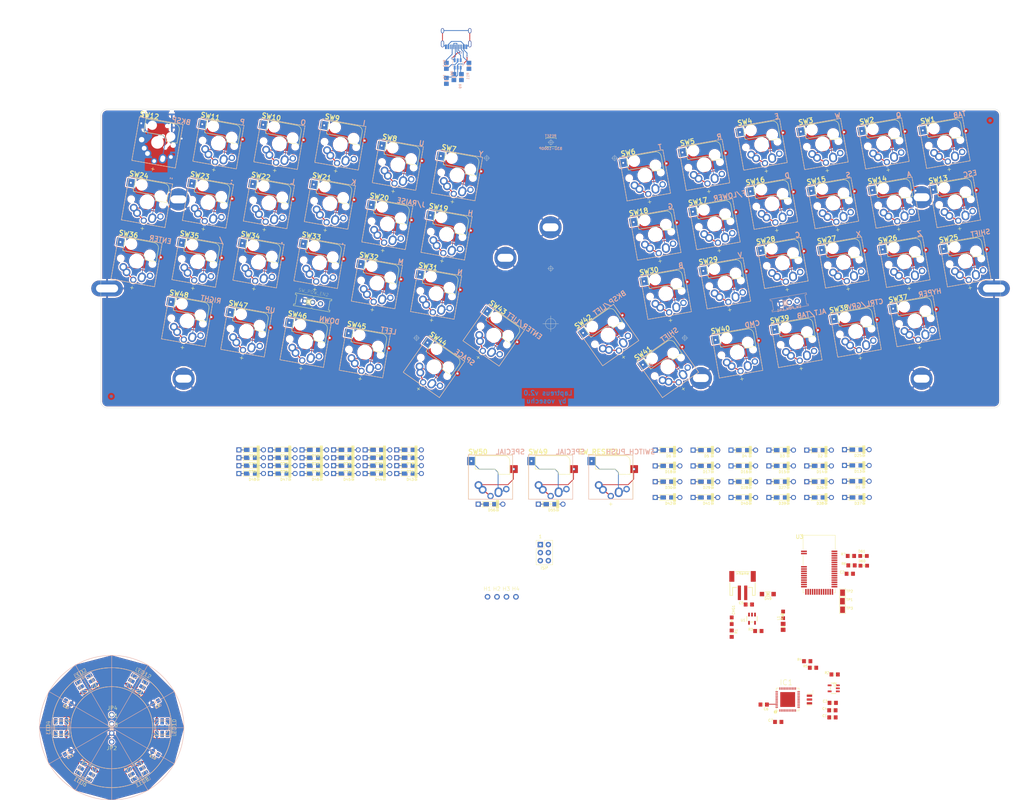
<source format=kicad_pcb>
(kicad_pcb (version 20171130) (host pcbnew "(6.0.0-rc1-dev-1469-g932b9a334)")
  (layers (0 F.Cu signal) (31 B.Cu signal) (34 B.Paste user) (35 F.Paste user) (36 B.SilkS user) (37 F.SilkS user) (38 B.Mask user) (39 F.Mask user) (44 Edge.Cuts user))
  (net 0 "")
  (net 1 "Net-(D2-Pad1)")
  (net 2 "Net-(D3-Pad1)")
  (net 3 "Net-(D4-Pad1)")
  (net 4 "Net-(D5-Pad1)")
  (net 5 /COL1)
  (net 6 "Net-(D7-Pad1)")
  (net 7 "Net-(D8-Pad1)")
  (net 8 "Net-(D9-Pad1)")
  (net 9 "Net-(D10-Pad1)")
  (net 10 /COL2)
  (net 11 "Net-(D14-Pad1)")
  (net 12 "Net-(D15-Pad1)")
  (net 13 /COL3)
  (net 14 "Net-(D17-Pad1)")
  (net 15 "Net-(D18-Pad1)")
  (net 16 "Net-(D19-Pad1)")
  (net 17 "Net-(D20-Pad1)")
  (net 18 /COL4)
  (net 19 "Net-(D22-Pad1)")
  (net 20 "Net-(D23-Pad1)")
  (net 21 /COL5)
  (net 22 "Net-(D27-Pad1)")
  (net 23 "Net-(D28-Pad1)")
  (net 24 "Net-(D29-Pad1)")
  (net 25 "Net-(D30-Pad1)")
  (net 26 /COL7)
  (net 27 "Net-(D34-Pad1)")
  (net 28 "Net-(D35-Pad1)")
  (net 29 "Net-(D37-Pad1)")
  (net 30 /COL8)
  (net 31 "Net-(D39-Pad1)")
  (net 32 "Net-(D40-Pad1)")
  (net 33 "Net-(D41-Pad1)")
  (net 34 "Net-(D42-Pad1)")
  (net 35 /COL9)
  (net 36 "Net-(D44-Pad1)")
  (net 37 "Net-(D47-Pad1)")
  (net 38 /COL10)
  (net 39 /ROW3)
  (net 40 /ROW2)
  (net 41 /ROW1)
  (net 42 /ROW0)
  (net 43 GND)
  (net 44 "Net-(D6-Pad1)")
  (net 45 "Net-(D11-Pad1)")
  (net 46 "Net-(D16-Pad1)")
  (net 47 "Net-(D21-Pad1)")
  (net 48 "Net-(D26-Pad1)")
  (net 49 "Net-(D31-Pad1)")
  (net 50 "Net-(D32-Pad1)")
  (net 51 "Net-(D33-Pad1)")
  (net 52 "Net-(D38-Pad1)")
  (net 53 "Net-(D43-Pad1)")
  (net 54 "Net-(D48-Pad1)")
  (net 55 /ROW4)
  (net 56 /COL6)
  (net 57 /RESET)
  (net 58 "Net-(D45-Pad1)")
  (net 59 "Net-(D46-Pad1)")
  (net 60 "Net-(SW_POW_EN1-Pad3)")
  (net 61 VBUS)
  (net 62 +3V3)
  (net 63 VBAT)
  (net 64 /AREF)
  (net 65 "Net-(CHG1-PadC)")
  (net 66 /13)
  (net 67 /9)
  (net 68 /8_BLE_CS)
  (net 69 /4_SWDIO/RST)
  (net 70 "Net-(IC1-Pad17)")
  (net 71 "Net-(IC1-Pad16)")
  (net 72 "Net-(IC1-Pad4)")
  (net 73 "Net-(IC1-Pad3)")
  (net 74 "Net-(IC1-Pad2)")
  (net 75 /7_BLE_IRQ)
  (net 76 "Net-(L1-PadA)")
  (net 77 "Net-(R1-Pad2)")
  (net 78 /EN)
  (net 79 "Net-(R3-Pad1)")
  (net 80 /MODE)
  (net 81 /CONNECTED)
  (net 82 /SWCLK)
  (net 83 /FCTRYRST)
  (net 84 "Net-(U2-Pad4)")
  (net 85 DEC2)
  (net 86 "Net-(U3-Pad40)")
  (net 87 "Net-(U3-Pad37)")
  (net 88 "Net-(U3-Pad33)")
  (net 89 "Net-(U3-Pad32)")
  (net 90 "Net-(U3-Pad31)")
  (net 91 "Net-(U3-Pad30)")
  (net 92 "Net-(U3-Pad29)")
  (net 93 "Net-(U3-Pad28)")
  (net 94 "Net-(U3-Pad27)")
  (net 95 "Net-(U3-Pad26)")
  (net 96 /DFU)
  (net 97 "Net-(U3-Pad23)")
  (net 98 "Net-(U3-Pad22)")
  (net 99 "Net-(U3-Pad21)")
  (net 100 "Net-(U3-Pad20)")
  (net 101 "Net-(U3-Pad19)")
  (net 102 "Net-(U3-Pad18)")
  (net 103 "Net-(U3-Pad17)")
  (net 104 DCC)
  (net 105 "Net-(U3-Pad12)")
  (net 106 "Net-(U3-Pad11)")
  (net 107 "Net-(U3-Pad10)")
  (net 108 "Net-(U3-Pad9)")
  (net 109 /COL11)
  (net 110 "Net-(D1-Pad1)")
  (net 111 /COL0)
  (net 112 "Net-(D12-Pad1)")
  (net 113 "Net-(D13-Pad1)")
  (net 114 "Net-(D24-Pad1)")
  (net 115 "Net-(D25-Pad1)")
  (net 116 "Net-(D36-Pad1)")
  (net 117 "Net-(D55-Pad1)")
  (net 118 "Net-(D56-Pad1)")
  (net 119 "Net-(D60-PadA)")
  (net 120 "Net-(D61-PadA)")
  (net 121 "Net-(JP2-Pad1)")
  (net 122 "Net-(JP4-Pad1)")
  (net 123 "Net-(LED1-PadDO)")
  (net 124 "Net-(LED2-PadDO)")
  (net 125 "Net-(LED3-PadDO)")
  (net 126 "Net-(LED4-PadDO)")
  (net 127 "Net-(LED5-PadDO)")
  (net 128 "Net-(LED6-PadDO)")
  (net 129 "Net-(LED7-PadDO)")
  (net 130 "Net-(LED8-PadDO)")
  (net 131 "Net-(LED10-PadDI)")
  (net 132 "Net-(LED10-PadDO)")
  (net 133 "Net-(LED11-PadDO)")
  (net 134 "Net-(R9-Pad1)")
  (net 135 "Net-(SW_POW_EN2-Pad3)")
  (net 136 VCC)
  (net 137 "Net-(H1-Pad1)")
  (net 138 "Net-(H4-Pad1)")
  (net 139 MISO)
  (net 140 MOSI)
  (net 141 SCK)
  (net 142 D+)
  (net 143 D-)
  (net 144 "Net-(J1-Pad3)")
  (net 145 "Net-(J1-Pad10)")
  (net 146 "Net-(J1-Pad4)")
  (net 147 "Net-(J1-Pad9)")
  (net 148 "Net-(R8-Pad2)")
  (net 149 "Net-(R10-Pad2)")
  (net 150 RST)
  (module "Laptreus v2 Footprints:SW_SPST_B3U-1000P" (layer F.Cu) (at 233.1 82)
    (fp_text reference SW_RESET1 hide)
    (fp_text value SWITCH_PUSH hide)
    (pad 2 smd rect (at 1.7 0) (size 0.9 1.7) (layers F.Cu F.Paste F.Mask) (net 43 GND))
    (pad 1 smd rect (at -1.7 0) (size 0.9 1.7) (layers F.Cu F.Paste F.Mask) (net 57 /RESET))
  )
  (module "Laptreus v2 Footprints:USBLC6-2SC6" (layer B.Cu) (at 203.547395 57.146374)
    (fp_text reference U6 hide)
    (fp_text value USBLC6-2SC6)
    (pad 5 smd rect (at 0 1.15) (size 0.6 1.2) (layers B.Cu B.Paste B.Mask) (net 61 VBUS))
    (pad 6 smd rect (at -0.95 1.15) (size 0.6 1.2) (layers B.Cu B.Paste B.Mask) (net 148 "Net-(R8-Pad2)"))
    (pad 4 smd rect (at 0.95 1.15) (size 0.6 1.2) (layers B.Cu B.Paste B.Mask) (net 134 "Net-(R9-Pad1)"))
    (pad 3 smd rect (at 0.95 -1.15) (size 0.6 1.2) (layers B.Cu B.Paste B.Mask) (net 143 D-))
    (pad 2 smd rect (at 0 -1.15) (size 0.6 1.2) (layers B.Cu B.Paste B.Mask) (net 43 GND))
    (pad 1 smd rect (at -0.95 -1.15) (size 0.6 1.2) (layers B.Cu B.Paste B.Mask) (net 142 D+))
  )
  (module "Laptreus v2 Footprints:isp_standard" (layer F.Cu) (at 231.015066 211.963164)
    (fp_text reference J2 hide)
    (fp_text value ISP (at 0 4.87) (layer F.SilkS))
    (fp_text user 1 (at -1.27 -5.08) (layer F.SilkS))
    (pad 6 thru_hole oval (at 1.27 2.54) (size 1.7 1.7) (drill 0.85) (layers *.Cu *.Mask) (net 43 GND))
    (pad 5 thru_hole oval (at -1.27 2.54) (size 1.7 1.7) (drill 0.85) (layers *.Cu *.Mask) (net 150 RST))
    (pad 4 thru_hole oval (at 1.27 0) (size 1.7 1.7) (drill 0.85) (layers *.Cu *.Mask) (net 140 MOSI))
    (pad 3 thru_hole oval (at -1.27 0) (size 1.7 1.7) (drill 0.85) (layers *.Cu *.Mask) (net 141 SCK))
    (pad 2 thru_hole oval (at 1.27 -2.54) (size 1.7 1.7) (drill 0.85) (layers *.Cu *.Mask) (net 136 VCC))
    (pad 1 thru_hole rect (at -1.27 -2.54) (size 1.7 1.7) (drill 0.85) (layers *.Cu *.Mask) (net 139 MISO))
  )
  (module "Laptreus v2 Footprints:HRO-TYPE-C-31-M-12" (layer B.Cu) (at 203.065378 44.024802)
    (fp_text reference J1 hide)
    (fp_text value HRO-TYPE-C-31-M-12)
    (pad 13 thru_hole oval (at 4.32 2.6) (size 1 1.6) (drill oval 0.6 1.2) (layers *.Cu *.Mask) (net 43 GND))
    (pad 13 thru_hole oval (at -4.32 2.6) (size 1 1.6) (drill oval 0.6 1.2) (layers *.Cu *.Mask) (net 43 GND))
    (pad 13 thru_hole oval (at 4.32 6.78) (size 1 2.1) (drill oval 0.6 1.7) (layers *.Cu *.Mask) (net 43 GND))
    (pad 13 thru_hole oval (at -4.32 6.78) (size 1 2.1) (drill oval 0.6 1.7) (layers *.Cu *.Mask) (net 43 GND))
    (pad "" np_thru_hole circle (at -2.89 6.25) (size 0.65 0.65) (drill 0.65) (layers *.Cu *.Mask))
    (pad "" np_thru_hole circle (at 2.89 6.25) (size 0.65 0.65) (drill 0.65) (layers *.Cu *.Mask))
    (pad 6 smd rect (at -0.25 7.695) (size 0.3 1.45) (layers B.Cu B.Paste B.Mask) (net 142 D+))
    (pad 7 smd rect (at 0.25 7.695) (size 0.3 1.45) (layers B.Cu B.Paste B.Mask) (net 143 D-))
    (pad 8 smd rect (at 0.75 7.695) (size 0.3 1.45) (layers B.Cu B.Paste B.Mask) (net 142 D+))
    (pad 5 smd rect (at -0.75 7.695) (size 0.3 1.45) (layers B.Cu B.Paste B.Mask) (net 143 D-))
    (pad 9 smd rect (at 1.25 7.695) (size 0.3 1.45) (layers B.Cu B.Paste B.Mask) (net 147 "Net-(J1-Pad9)"))
    (pad 4 smd rect (at -1.25 7.695) (size 0.3 1.45) (layers B.Cu B.Paste B.Mask) (net 146 "Net-(J1-Pad4)"))
    (pad 10 smd rect (at 1.75 7.695) (size 0.3 1.45) (layers B.Cu B.Paste B.Mask) (net 145 "Net-(J1-Pad10)"))
    (pad 3 smd rect (at -1.75 7.695) (size 0.3 1.45) (layers B.Cu B.Paste B.Mask) (net 144 "Net-(J1-Pad3)"))
    (pad 2 smd rect (at -2.45 7.695) (size 0.6 1.45) (layers B.Cu B.Paste B.Mask) (net 61 VBUS))
    (pad 11 smd rect (at 2.45 7.695) (size 0.6 1.45) (layers B.Cu B.Paste B.Mask) (net 61 VBUS))
    (pad 1 smd rect (at -3.225 7.695) (size 0.6 1.45) (layers B.Cu B.Paste B.Mask) (net 43 GND))
    (pad 12 smd rect (at 3.225 7.695) (size 0.6 1.45) (layers B.Cu B.Paste B.Mask) (net 43 GND))
  )
  (module "Laptreus v2 Footprints:PKRH" (layer F.Cu) (at 350.527378 156.869873)
    (fp_text reference S9 hide)
    (fp_text value "Tofu screw" hide)
    (pad 1 thru_hole circle (at 0 0) (size 7.00024 7.00024) (drill oval 5.00126 2.49936) (layers *.Cu *.Mask) (net 43 GND))
  )
  (module "Laptreus v2 Footprints:PKRH" (layer F.Cu) (at 116.722379 156.869873)
    (fp_text reference S8 hide)
    (fp_text value "Tofu screw" hide)
    (pad 1 thru_hole circle (at 0 0) (size 7.00024 7.00024) (drill oval 5.00126 2.49936) (layers *.Cu *.Mask) (net 43 GND))
  )
  (module "Laptreus v2 Footprints:PKRH" (layer F.Cu) (at 232.972378 108.894801)
    (fp_text reference S7 hide)
    (fp_text value "Tofu screw" hide)
    (pad 1 thru_hole circle (at 0 0) (size 7.00024 7.00024) (drill oval 5.00126 2.49936) (layers *.Cu *.Mask) (net 43 GND))
  )
  (module "Laptreus v2 Footprints:PKRH" (layer F.Cu) (at 280.597539 156.669801)
    (fp_text reference S6 hide)
    (fp_text value Screw hide)
    (pad 1 thru_hole circle (at 0 0) (size 7.00024 7.00024) (drill oval 5.00126 2.49936) (layers *.Cu *.Mask) (net 43 GND))
  )
  (module "Laptreus v2 Footprints:PKRHSL" (layer F.Cu) (at 373.466366 128.269801)
    (fp_text reference S5 hide)
    (fp_text value Screw hide)
    (pad 1 thru_hole oval (at 0 0) (size 9.99998 5.00126) (drill oval 7.00024 2.49936) (layers *.Cu *.Mask) (net 43 GND))
  )
  (module "Laptreus v2 Footprints:PKRHSL" (layer F.Cu) (at 92.47863 128.269801)
    (fp_text reference S4 hide)
    (fp_text value Screw hide)
    (pad 1 thru_hole oval (at 0 0) (size 9.99998 5.00126) (drill oval 7.00024 2.49936) (layers *.Cu *.Mask) (net 43 GND))
  )
  (module "Laptreus v2 Footprints:PKRH" (layer F.Cu) (at 218.684987 118.569841)
    (fp_text reference S3 hide)
    (fp_text value Screw hide)
    (pad 1 thru_hole circle (at 0 0) (size 7.00024 7.00024) (drill oval 5.00126 2.49936) (layers *.Cu *.Mask) (net 43 GND))
  )
  (module "Laptreus v2 Footprints:PKRH" (layer F.Cu) (at 350.522379 99.371852)
    (fp_text reference S2 hide)
    (fp_text value Screw hide)
    (pad 1 thru_hole circle (at 0 0) (size 7.00024 7.00024) (drill oval 5.00126 2.49936) (layers *.Cu *.Mask) (net 43 GND))
  )
  (module "Laptreus v2 Footprints:PKRH" (layer F.Cu) (at 115.100525 100.044849)
    (fp_text reference S1 hide)
    (fp_text value Screw hide)
    (pad 1 thru_hole circle (at 0 0) (size 7.00024 7.00024) (drill oval 5.00126 2.49936) (layers *.Cu *.Mask) (net 43 GND))
  )
  (module "Adafruit Feather 32u4 Bluefruit LE:0805-NO" (layer B.Cu) (at 199.975516 57.741687 90)
    (fp_text reference R12 (at 2.032 -0.127 90) (layer B.SilkS) (effects (font (size 0.77216 0.77216) (thickness 0.138988)) (justify left bottom mirror)))
    (fp_text value 5.1k)
    (pad 2 smd rect (at 0.95 0 90) (size 1.3 1.5) (layers B.Cu B.Paste B.Mask) (net 146 "Net-(J1-Pad4)"))
    (pad 1 smd rect (at -0.95 0 90) (size 1.3 1.5) (layers B.Cu B.Paste B.Mask) (net 43 GND))
  )
  (module "Adafruit Feather 32u4 Bluefruit LE:0805-NO" (layer B.Cu) (at 207.119273 57.741688 270)
    (fp_text reference R11 (at 2.032 -0.127 270) (layer B.SilkS) (effects (font (size 0.77216 0.77216) (thickness 0.138988)) (justify left bottom mirror)))
    (fp_text value 5.1k)
    (pad 2 smd rect (at 0.95 0 270) (size 1.3 1.5) (layers B.Cu B.Paste B.Mask) (net 43 GND))
    (pad 1 smd rect (at -0.95 0 270) (size 1.3 1.5) (layers B.Cu B.Paste B.Mask) (net 145 "Net-(J1-Pad10)"))
  )
  (module "Adafruit Feather 32u4 Bluefruit LE:0805-NO" (layer F.Cu) (at 306.656846 235.476319 90)
    (fp_text reference R10 (at 2.032 0.127 90) (layer F.SilkS) (effects (font (size 0.77216 0.77216) (thickness 0.138988)) (justify left bottom)))
    (fp_text value 10k)
    (pad 2 smd rect (at 0.95 0 90) (size 1.3 1.5) (layers F.Cu F.Paste F.Mask) (net 149 "Net-(R10-Pad2)"))
    (pad 1 smd rect (at -0.95 0 90) (size 1.3 1.5) (layers F.Cu F.Paste F.Mask) (net 43 GND))
  )
  (module "Adafruit Feather 32u4 Bluefruit LE:0805-NO" (layer B.Cu) (at 204.73802 61.313565 270)
    (fp_text reference R9 (at 2.032 -0.127 270) (layer B.SilkS) (effects (font (size 0.77216 0.77216) (thickness 0.138988)) (justify left bottom mirror)))
    (fp_text value 22)
    (pad 2 smd rect (at 0.95 0 270) (size 1.3 1.5) (layers B.Cu B.Paste B.Mask) (net 73 "Net-(IC1-Pad3)"))
    (pad 1 smd rect (at -0.95 0 270) (size 1.3 1.5) (layers B.Cu B.Paste B.Mask) (net 134 "Net-(R9-Pad1)"))
  )
  (module "Adafruit Feather 32u4 Bluefruit LE:0805-NO" (layer B.Cu) (at 202.356768 61.313565 90)
    (fp_text reference R8 (at 2.032 -0.127 90) (layer B.SilkS) (effects (font (size 0.77216 0.77216) (thickness 0.138988)) (justify left bottom mirror)))
    (fp_text value 22)
    (pad 2 smd rect (at 0.95 0 90) (size 1.3 1.5) (layers B.Cu B.Paste B.Mask) (net 148 "Net-(R8-Pad2)"))
    (pad 1 smd rect (at -0.95 0 90) (size 1.3 1.5) (layers B.Cu B.Paste B.Mask) (net 72 "Net-(IC1-Pad4)"))
  )
  (module "Adafruit NeoPixel Ring 12:1X01-CLEANBIG" (layer F.Cu) (at 222.015066 225.963164)
    (fp_text reference H4 (at -1.3462 -1.8288) (layer F.SilkS) (effects (font (size 1.2065 1.2065) (thickness 0.127)) (justify left bottom)))
    (fp_text value B0)
    (pad 1 thru_hole circle (at 0 0) (size 1.778 1.778) (drill 1.016) (layers *.Cu *.Mask) (net 138 "Net-(H4-Pad1)"))
  )
  (module "Adafruit NeoPixel Ring 12:1X01-CLEANBIG" (layer F.Cu) (at 219.015066 225.963164)
    (fp_text reference H3 (at -1.3462 -1.8288) (layer F.SilkS) (effects (font (size 1.2065 1.2065) (thickness 0.127)) (justify left bottom)))
    (fp_text value +5v)
    (pad 1 thru_hole circle (at 0 0) (size 1.778 1.778) (drill 1.016) (layers *.Cu *.Mask) (net 136 VCC))
  )
  (module "Adafruit NeoPixel Ring 12:1X01-CLEANBIG" (layer F.Cu) (at 216.015066 225.963164)
    (fp_text reference H2 (at -1.3462 -1.8288) (layer F.SilkS) (effects (font (size 1.2065 1.2065) (thickness 0.127)) (justify left bottom)))
    (fp_text value GND)
    (pad 1 thru_hole circle (at 0 0) (size 1.778 1.778) (drill 1.016) (layers *.Cu *.Mask) (net 43 GND))
  )
  (module "Adafruit NeoPixel Ring 12:1X01-CLEANBIG" (layer F.Cu) (at 213.015066 225.952164)
    (fp_text reference H1 (at -1.3462 -1.8288) (layer F.SilkS) (effects (font (size 1.2065 1.2065) (thickness 0.127)) (justify left bottom)))
    (fp_text value B7)
    (pad 1 thru_hole circle (at 0 0) (size 1.778 1.778) (drill 1.016) (layers *.Cu *.Mask) (net 137 "Net-(H1-Pad1)"))
  )
  (module "Adafruit Feather 32u4 Bluefruit LE:0805-NO" (layer B.Cu) (at 199.975517 62.504191 90)
    (fp_text reference F1 (at 2.032 -0.127 90) (layer B.SilkS) (effects (font (size 0.77216 0.77216) (thickness 0.138988)) (justify left bottom mirror)))
    (fp_text value Polyfuse)
    (pad 2 smd rect (at 0.95 0 90) (size 1.3 1.5) (layers B.Cu B.Paste B.Mask) (net 61 VBUS))
    (pad 1 smd rect (at -0.95 0 90) (size 1.3 1.5) (layers B.Cu B.Paste B.Mask) (net 136 VCC))
  )
  (module "Laptreus v2 Footprints:EG1218" (layer F.Cu) (at 157.6 132.7 350)
    (fp_text reference SW_POW_EN2 (at -0.254 -3.175 350) (layer F.SilkS) (effects (font (thickness 0.05))))
    (fp_text value SW_SPDT (at 0 0 350) (layer F.SilkS) (effects (font (size 1 0.9) (thickness 0.05))))
    (pad 3 thru_hole circle (at 2.54 0 350) (size 1.6764 1.6764) (drill 0.9) (layers *.Cu *.Mask) (net 135 "Net-(SW_POW_EN2-Pad3)"))
    (pad 1 thru_hole circle (at -2.54 0 350) (size 1.6764 1.6764) (drill 0.9) (layers *.Cu *.Mask) (net 43 GND))
    (pad 2 thru_hole circle (at 0 0 350) (size 1.6764 1.6764) (drill 0.9) (layers *.Cu *.Mask) (net 78 /EN))
  )
  (module "Laptreus v2 Footprints:Hybrid_Kailh_MX_Socket_Through_Hole" (layer F.Cu) (at 101.826795 119.630436 350)
    (fp_text reference SW36 (at -4 -8 350) (layer F.SilkS) (effects (font (size 1.524 1.524) (thickness 0.3048))))
    (fp_text value ENTER (at 6.25 -8 350) (layer B.SilkS) (effects (font (size 1.524 1.524) (thickness 0.3048)) (justify mirror)))
    (pad 2 smd custom (at -6.09 -5.08 350) (size 2.55 2.5) (layers B.Cu) (net 116 "Net-(D36-Pad1)") (options (clearance outline) (anchor rect)) (primitives (gr_line (start -0.26 -0.17) (end 2.49 2.58) (width 0.25)) (gr_circle (center 11.09 8.88) (end 11.59 8.88) (width 1)) (gr_circle (center 8.61 9.87) (end 9.235 9.87) (width 1.25)) (gr_line (start 2.49 2.58) (end 7.49 2.58) (width 0.25)) (gr_line (start 7.49 2.58) (end 8.49 3.58) (width 0.25)) (gr_line (start 9.09 10.08) (end 11.09 8.83) (width 0.25)) (gr_poly (pts (xy -1.276 -1.27) (xy 1.264 -1.27) (xy 1.264 1.27) (xy -1.276 1.27)) (width 0.1)) (gr_line (start 8.49 3.58) (end 8.49 10.08) (width 0.25))))
    (pad 1 smd custom (at 7.5 -2.5 350) (size 2 2) (layers F.Cu) (net 40 /ROW2) (options (clearance outline) (anchor rect)) (primitives (gr_poly (pts (xy -1 -1) (xy 1 -1) (xy 1 1) (xy -1 1)) (width 0.1)) (gr_line (start -0.25 3.15) (end -2 4.9) (width 0.25)) (gr_line (start -0.25 0.4) (end -0.25 3.15) (width 0.25)) (gr_line (start -11.31 5.04) (end -10 6.5) (width 0.25)) (gr_line (start -2 4.9) (end -11.21 4.9) (width 0.25)) (gr_circle (center -11.31 5.04) (end -11 5.04) (width 1.25)) (gr_circle (center -10 6.5) (end -9.75 6.5) (width 1.25)) (gr_circle (center -7.5 8.5) (end -7.25 8.5) (width 1)) (gr_line (start -10 6.5) (end -7.5 8.5) (width 0.3))))
    (pad 1 thru_hole circle (at -2.5 3.999999 350) (size 2.5 2.5) (drill 1.5) (layers *.Cu *.Mask) (net 40 /ROW2))
    (pad 1 thru_hole circle (at -3.81 2.54 350) (size 2.5 2.5) (drill 1.5) (layers *.Cu *.Mask) (net 40 /ROW2))
    (pad 2 thru_hole circle (at -6.09 -5.08 350) (size 0.9 0.9) (drill 0.6) (layers *.Cu) (net 116 "Net-(D36-Pad1)"))
    (pad "" np_thru_hole circle (at 0 0 350) (size 3.98018 3.98018) (drill 3.98018) (layers *.Cu *.Mask))
    (pad "" np_thru_hole circle (at -2.54 -5.08 350) (size 2.95 2.95) (drill 2.95) (layers *.Cu *.Mask))
    (pad "" np_thru_hole circle (at 3.81 -2.54 350) (size 2.95 2.95) (drill 2.95) (layers *.Cu *.Mask))
    (pad "" np_thru_hole circle (at -5.08 0 350) (size 1.7 1.7) (drill 1.7) (layers *.Cu *.Mask))
    (pad "" np_thru_hole circle (at 5.08 0 350) (size 1.7 1.7) (drill 1.7) (layers *.Cu *.Mask))
    (pad 1 thru_hole circle (at 7.35 -2.54 350) (size 0.9 0.9) (drill 0.6) (layers *.Cu) (net 40 /ROW2))
    (pad 2 thru_hole oval (at 2.52 4.79 346.1) (size 2.5 3.08) (drill oval 1.5 2.08) (layers *.Cu *.Mask) (net 116 "Net-(D36-Pad1)"))
    (pad 1 thru_hole circle (at 0 6 350) (size 2 2) (drill 1.2) (layers *.Cu *.Mask) (net 40 /ROW2))
    (pad 2 thru_hole circle (at 5 3.800001 350) (size 2 2) (drill 1.2) (layers *.Cu *.Mask) (net 116 "Net-(D36-Pad1)"))
    (pad 1 smd rect (at 7.35 -2.54 350) (size 2.55 2.5) (layers F.Cu F.Paste F.Mask) (net 40 /ROW2))
    (pad 2 smd rect (at -6.09 -5.08 350) (size 2.55 2.5) (layers F.Cu F.Paste F.Mask) (net 116 "Net-(D36-Pad1)"))
    (pad "" connect circle (at -7 -7 350) (size 0.25 0.25) (layers F.Cu))
  )
  (module "Laptreus v2 Footprints:Hybrid_Kailh_MX_Socket_Through_Hole" (layer F.Cu) (at 364.410695 119.673011 10)
    (fp_text reference SW25 (at -4 -8 10) (layer F.SilkS) (effects (font (size 1.524 1.524) (thickness 0.3048))))
    (fp_text value SHIFT (at 6.25 -8 10) (layer B.SilkS) (effects (font (size 1.524 1.524) (thickness 0.3048)) (justify mirror)))
    (pad 2 smd custom (at -6.09 -5.08 10) (size 2.55 2.5) (layers B.Cu) (net 115 "Net-(D25-Pad1)") (options (clearance outline) (anchor rect)) (primitives (gr_line (start -0.26 -0.17) (end 2.49 2.58) (width 0.25)) (gr_circle (center 11.09 8.88) (end 11.59 8.88) (width 1)) (gr_circle (center 8.61 9.87) (end 9.235 9.87) (width 1.25)) (gr_line (start 2.49 2.58) (end 7.49 2.58) (width 0.25)) (gr_line (start 7.49 2.58) (end 8.49 3.58) (width 0.25)) (gr_line (start 9.09 10.08) (end 11.09 8.83) (width 0.25)) (gr_poly (pts (xy -1.276 -1.27) (xy 1.264 -1.27) (xy 1.264 1.27) (xy -1.276 1.27)) (width 0.1)) (gr_line (start 8.49 3.58) (end 8.49 10.08) (width 0.25))))
    (pad 1 smd custom (at 7.5 -2.5 10) (size 2 2) (layers F.Cu) (net 40 /ROW2) (options (clearance outline) (anchor rect)) (primitives (gr_poly (pts (xy -1 -1) (xy 1 -1) (xy 1 1) (xy -1 1)) (width 0.1)) (gr_line (start -0.25 3.15) (end -2 4.9) (width 0.25)) (gr_line (start -0.25 0.4) (end -0.25 3.15) (width 0.25)) (gr_line (start -11.31 5.04) (end -10 6.5) (width 0.25)) (gr_line (start -2 4.9) (end -11.21 4.9) (width 0.25)) (gr_circle (center -11.31 5.04) (end -11 5.04) (width 1.25)) (gr_circle (center -10 6.5) (end -9.75 6.5) (width 1.25)) (gr_circle (center -7.5 8.5) (end -7.25 8.5) (width 1)) (gr_line (start -10 6.5) (end -7.5 8.5) (width 0.3))))
    (pad 1 thru_hole circle (at -2.5 3.999999 10) (size 2.5 2.5) (drill 1.5) (layers *.Cu *.Mask) (net 40 /ROW2))
    (pad 1 thru_hole circle (at -3.81 2.54 10) (size 2.5 2.5) (drill 1.5) (layers *.Cu *.Mask) (net 40 /ROW2))
    (pad 2 thru_hole circle (at -6.09 -5.08 10) (size 0.9 0.9) (drill 0.6) (layers *.Cu) (net 115 "Net-(D25-Pad1)"))
    (pad "" np_thru_hole circle (at 0 0 10) (size 3.98018 3.98018) (drill 3.98018) (layers *.Cu *.Mask))
    (pad "" np_thru_hole circle (at -2.54 -5.08 10) (size 2.95 2.95) (drill 2.95) (layers *.Cu *.Mask))
    (pad "" np_thru_hole circle (at 3.81 -2.54 10) (size 2.95 2.95) (drill 2.95) (layers *.Cu *.Mask))
    (pad "" np_thru_hole circle (at -5.08 0 10) (size 1.7 1.7) (drill 1.7) (layers *.Cu *.Mask))
    (pad "" np_thru_hole circle (at 5.08 0 10) (size 1.7 1.7) (drill 1.7) (layers *.Cu *.Mask))
    (pad 1 thru_hole circle (at 7.35 -2.54 10) (size 0.9 0.9) (drill 0.6) (layers *.Cu) (net 40 /ROW2))
    (pad 2 thru_hole oval (at 2.52 4.79 6.1) (size 2.5 3.08) (drill oval 1.5 2.08) (layers *.Cu *.Mask) (net 115 "Net-(D25-Pad1)"))
    (pad 1 thru_hole circle (at 0 6 10) (size 2 2) (drill 1.2) (layers *.Cu *.Mask) (net 40 /ROW2))
    (pad 2 thru_hole circle (at 5 3.800001 10) (size 2 2) (drill 1.2) (layers *.Cu *.Mask) (net 115 "Net-(D25-Pad1)"))
    (pad 1 smd rect (at 7.35 -2.54 10) (size 2.55 2.5) (layers F.Cu F.Paste F.Mask) (net 40 /ROW2))
    (pad 2 smd rect (at -6.09 -5.08 10) (size 2.55 2.5) (layers F.Cu F.Paste F.Mask) (net 115 "Net-(D25-Pad1)"))
    (pad "" connect circle (at -7 -7 10) (size 0.25 0.25) (layers F.Cu))
  )
  (module "Laptreus v2 Footprints:Hybrid_Kailh_MX_Socket_Through_Hole" (layer F.Cu) (at 105.134792 100.869848 350)
    (fp_text reference SW24 (at -4 -8 350) (layer F.SilkS) (effects (font (size 1.524 1.524) (thickness 0.3048))))
    (fp_text value "\"" (at 6.25 -8 350) (layer B.SilkS) (effects (font (size 1.524 1.524) (thickness 0.3048)) (justify mirror)))
    (pad 2 smd custom (at -6.09 -5.08 350) (size 2.55 2.5) (layers B.Cu) (net 114 "Net-(D24-Pad1)") (options (clearance outline) (anchor rect)) (primitives (gr_line (start -0.26 -0.17) (end 2.49 2.58) (width 0.25)) (gr_circle (center 11.09 8.88) (end 11.59 8.88) (width 1)) (gr_circle (center 8.61 9.87) (end 9.235 9.87) (width 1.25)) (gr_line (start 2.49 2.58) (end 7.49 2.58) (width 0.25)) (gr_line (start 7.49 2.58) (end 8.49 3.58) (width 0.25)) (gr_line (start 9.09 10.08) (end 11.09 8.83) (width 0.25)) (gr_poly (pts (xy -1.276 -1.27) (xy 1.264 -1.27) (xy 1.264 1.27) (xy -1.276 1.27)) (width 0.1)) (gr_line (start 8.49 3.58) (end 8.49 10.08) (width 0.25))))
    (pad 1 smd custom (at 7.5 -2.5 350) (size 2 2) (layers F.Cu) (net 41 /ROW1) (options (clearance outline) (anchor rect)) (primitives (gr_poly (pts (xy -1 -1) (xy 1 -1) (xy 1 1) (xy -1 1)) (width 0.1)) (gr_line (start -0.25 3.15) (end -2 4.9) (width 0.25)) (gr_line (start -0.25 0.4) (end -0.25 3.15) (width 0.25)) (gr_line (start -11.31 5.04) (end -10 6.5) (width 0.25)) (gr_line (start -2 4.9) (end -11.21 4.9) (width 0.25)) (gr_circle (center -11.31 5.04) (end -11 5.04) (width 1.25)) (gr_circle (center -10 6.5) (end -9.75 6.5) (width 1.25)) (gr_circle (center -7.5 8.5) (end -7.25 8.5) (width 1)) (gr_line (start -10 6.5) (end -7.5 8.5) (width 0.3))))
    (pad 1 thru_hole circle (at -2.5 3.999999 350) (size 2.5 2.5) (drill 1.5) (layers *.Cu *.Mask) (net 41 /ROW1))
    (pad 1 thru_hole circle (at -3.81 2.54 350) (size 2.5 2.5) (drill 1.5) (layers *.Cu *.Mask) (net 41 /ROW1))
    (pad 2 thru_hole circle (at -6.09 -5.08 350) (size 0.9 0.9) (drill 0.6) (layers *.Cu) (net 114 "Net-(D24-Pad1)"))
    (pad "" np_thru_hole circle (at 0 0 350) (size 3.98018 3.98018) (drill 3.98018) (layers *.Cu *.Mask))
    (pad "" np_thru_hole circle (at -2.54 -5.08 350) (size 2.95 2.95) (drill 2.95) (layers *.Cu *.Mask))
    (pad "" np_thru_hole circle (at 3.81 -2.54 350) (size 2.95 2.95) (drill 2.95) (layers *.Cu *.Mask))
    (pad "" np_thru_hole circle (at -5.08 0 350) (size 1.7 1.7) (drill 1.7) (layers *.Cu *.Mask))
    (pad "" np_thru_hole circle (at 5.08 0 350) (size 1.7 1.7) (drill 1.7) (layers *.Cu *.Mask))
    (pad 1 thru_hole circle (at 7.35 -2.54 350) (size 0.9 0.9) (drill 0.6) (layers *.Cu) (net 41 /ROW1))
    (pad 2 thru_hole oval (at 2.52 4.79 346.1) (size 2.5 3.08) (drill oval 1.5 2.08) (layers *.Cu *.Mask) (net 114 "Net-(D24-Pad1)"))
    (pad 1 thru_hole circle (at 0 6 350) (size 2 2) (drill 1.2) (layers *.Cu *.Mask) (net 41 /ROW1))
    (pad 2 thru_hole circle (at 5 3.800001 350) (size 2 2) (drill 1.2) (layers *.Cu *.Mask) (net 114 "Net-(D24-Pad1)"))
    (pad 1 smd rect (at 7.35 -2.54 350) (size 2.55 2.5) (layers F.Cu F.Paste F.Mask) (net 41 /ROW1))
    (pad 2 smd rect (at -6.09 -5.08 350) (size 2.55 2.5) (layers F.Cu F.Paste F.Mask) (net 114 "Net-(D24-Pad1)"))
    (pad "" connect circle (at -7 -7 350) (size 0.25 0.25) (layers F.Cu))
  )
  (module "Laptreus v2 Footprints:Hybrid_Kailh_MX_Socket_Through_Hole" (layer F.Cu) (at 361.102698 100.912423 10)
    (fp_text reference SW13 (at -4 -8 10) (layer F.SilkS) (effects (font (size 1.524 1.524) (thickness 0.3048))))
    (fp_text value ESC (at 6.25 -8 10) (layer B.SilkS) (effects (font (size 1.524 1.524) (thickness 0.3048)) (justify mirror)))
    (pad 2 smd custom (at -6.09 -5.08 10) (size 2.55 2.5) (layers B.Cu) (net 113 "Net-(D13-Pad1)") (options (clearance outline) (anchor rect)) (primitives (gr_line (start -0.26 -0.17) (end 2.49 2.58) (width 0.25)) (gr_circle (center 11.09 8.88) (end 11.59 8.88) (width 1)) (gr_circle (center 8.61 9.87) (end 9.235 9.87) (width 1.25)) (gr_line (start 2.49 2.58) (end 7.49 2.58) (width 0.25)) (gr_line (start 7.49 2.58) (end 8.49 3.58) (width 0.25)) (gr_line (start 9.09 10.08) (end 11.09 8.83) (width 0.25)) (gr_poly (pts (xy -1.276 -1.27) (xy 1.264 -1.27) (xy 1.264 1.27) (xy -1.276 1.27)) (width 0.1)) (gr_line (start 8.49 3.58) (end 8.49 10.08) (width 0.25))))
    (pad 1 smd custom (at 7.5 -2.5 10) (size 2 2) (layers F.Cu) (net 41 /ROW1) (options (clearance outline) (anchor rect)) (primitives (gr_poly (pts (xy -1 -1) (xy 1 -1) (xy 1 1) (xy -1 1)) (width 0.1)) (gr_line (start -0.25 3.15) (end -2 4.9) (width 0.25)) (gr_line (start -0.25 0.4) (end -0.25 3.15) (width 0.25)) (gr_line (start -11.31 5.04) (end -10 6.5) (width 0.25)) (gr_line (start -2 4.9) (end -11.21 4.9) (width 0.25)) (gr_circle (center -11.31 5.04) (end -11 5.04) (width 1.25)) (gr_circle (center -10 6.5) (end -9.75 6.5) (width 1.25)) (gr_circle (center -7.5 8.5) (end -7.25 8.5) (width 1)) (gr_line (start -10 6.5) (end -7.5 8.5) (width 0.3))))
    (pad 1 thru_hole circle (at -2.5 3.999999 10) (size 2.5 2.5) (drill 1.5) (layers *.Cu *.Mask) (net 41 /ROW1))
    (pad 1 thru_hole circle (at -3.81 2.54 10) (size 2.5 2.5) (drill 1.5) (layers *.Cu *.Mask) (net 41 /ROW1))
    (pad 2 thru_hole circle (at -6.09 -5.08 10) (size 0.9 0.9) (drill 0.6) (layers *.Cu) (net 113 "Net-(D13-Pad1)"))
    (pad "" np_thru_hole circle (at 0 0 10) (size 3.98018 3.98018) (drill 3.98018) (layers *.Cu *.Mask))
    (pad "" np_thru_hole circle (at -2.54 -5.08 10) (size 2.95 2.95) (drill 2.95) (layers *.Cu *.Mask))
    (pad "" np_thru_hole circle (at 3.81 -2.54 10) (size 2.95 2.95) (drill 2.95) (layers *.Cu *.Mask))
    (pad "" np_thru_hole circle (at -5.08 0 10) (size 1.7 1.7) (drill 1.7) (layers *.Cu *.Mask))
    (pad "" np_thru_hole circle (at 5.08 0 10) (size 1.7 1.7) (drill 1.7) (layers *.Cu *.Mask))
    (pad 1 thru_hole circle (at 7.35 -2.54 10) (size 0.9 0.9) (drill 0.6) (layers *.Cu) (net 41 /ROW1))
    (pad 2 thru_hole oval (at 2.52 4.79 6.1) (size 2.5 3.08) (drill oval 1.5 2.08) (layers *.Cu *.Mask) (net 113 "Net-(D13-Pad1)"))
    (pad 1 thru_hole circle (at 0 6 10) (size 2 2) (drill 1.2) (layers *.Cu *.Mask) (net 41 /ROW1))
    (pad 2 thru_hole circle (at 5 3.800001 10) (size 2 2) (drill 1.2) (layers *.Cu *.Mask) (net 113 "Net-(D13-Pad1)"))
    (pad 1 smd rect (at 7.35 -2.54 10) (size 2.55 2.5) (layers F.Cu F.Paste F.Mask) (net 41 /ROW1))
    (pad 2 smd rect (at -6.09 -5.08 10) (size 2.55 2.5) (layers F.Cu F.Paste F.Mask) (net 113 "Net-(D13-Pad1)"))
    (pad "" connect circle (at -7 -7 10) (size 0.25 0.25) (layers F.Cu))
  )
  (module "Laptreus v2 Footprints:Hybrid_Kailh_MX_Socket_Through_Hole" (layer F.Cu) (at 108.436514 82.018886 350)
    (fp_text reference SW12 (at -4 -8 350) (layer F.SilkS) (effects (font (size 1.524 1.524) (thickness 0.3048))))
    (fp_text value BKSP (at 6.25 -8 350) (layer B.SilkS) (effects (font (size 1.524 1.524) (thickness 0.3048)) (justify mirror)))
    (pad "" connect circle (at -7 -7 350) (size 0.25 0.25) (layers F.Cu))
    (pad 2 smd rect (at -6.09 -5.08 350) (size 2.55 2.5) (layers F.Cu F.Paste F.Mask) (net 112 "Net-(D12-Pad1)"))
    (pad 1 smd rect (at 7.35 -2.54 350) (size 2.55 2.5) (layers F.Cu F.Paste F.Mask) (net 42 /ROW0))
    (pad 2 thru_hole circle (at 5 3.800001 350) (size 2 2) (drill 1.2) (layers *.Cu *.Mask) (net 112 "Net-(D12-Pad1)"))
    (pad 1 thru_hole circle (at 0 6 350) (size 2 2) (drill 1.2) (layers *.Cu *.Mask) (net 42 /ROW0))
    (pad 2 thru_hole oval (at 2.52 4.79 346.1) (size 2.5 3.08) (drill oval 1.5 2.08) (layers *.Cu *.Mask) (net 112 "Net-(D12-Pad1)"))
    (pad 1 thru_hole circle (at 7.35 -2.54 350) (size 0.9 0.9) (drill 0.6) (layers *.Cu) (net 42 /ROW0))
    (pad "" np_thru_hole circle (at 5.08 0 350) (size 1.7 1.7) (drill 1.7) (layers *.Cu *.Mask))
    (pad "" np_thru_hole circle (at -5.08 0 350) (size 1.7 1.7) (drill 1.7) (layers *.Cu *.Mask))
    (pad "" np_thru_hole circle (at 3.81 -2.54 350) (size 2.95 2.95) (drill 2.95) (layers *.Cu *.Mask))
    (pad "" np_thru_hole circle (at -2.54 -5.08 350) (size 2.95 2.95) (drill 2.95) (layers *.Cu *.Mask))
    (pad "" np_thru_hole circle (at 0 0 350) (size 3.98018 3.98018) (drill 3.98018) (layers *.Cu *.Mask))
    (pad 2 thru_hole circle (at -6.09 -5.08 350) (size 0.9 0.9) (drill 0.6) (layers *.Cu) (net 112 "Net-(D12-Pad1)"))
    (pad 1 thru_hole circle (at -3.81 2.54 350) (size 2.5 2.5) (drill 1.5) (layers *.Cu *.Mask) (net 42 /ROW0))
    (pad 1 thru_hole circle (at -2.5 3.999999 350) (size 2.5 2.5) (drill 1.5) (layers *.Cu *.Mask) (net 42 /ROW0))
    (pad 1 smd custom (at 7.5 -2.5 350) (size 2 2) (layers F.Cu) (net 42 /ROW0) (options (clearance outline) (anchor rect)) (primitives (gr_poly (pts (xy -1 -1) (xy 1 -1) (xy 1 1) (xy -1 1)) (width 0.1)) (gr_line (start -0.25 3.15) (end -2 4.9) (width 0.25)) (gr_line (start -0.25 0.4) (end -0.25 3.15) (width 0.25)) (gr_line (start -11.31 5.04) (end -10 6.5) (width 0.25)) (gr_line (start -2 4.9) (end -11.21 4.9) (width 0.25)) (gr_circle (center -11.31 5.04) (end -11 5.04) (width 1.25)) (gr_circle (center -10 6.5) (end -9.75 6.5) (width 1.25)) (gr_circle (center -7.5 8.5) (end -7.25 8.5) (width 1)) (gr_line (start -10 6.5) (end -7.5 8.5) (width 0.3))))
    (pad 2 smd custom (at -6.09 -5.08 350) (size 2.55 2.5) (layers B.Cu) (net 112 "Net-(D12-Pad1)") (options (clearance outline) (anchor rect)) (primitives (gr_line (start -0.26 -0.17) (end 2.49 2.58) (width 0.25)) (gr_circle (center 11.09 8.88) (end 11.59 8.88) (width 1)) (gr_circle (center 8.61 9.87) (end 9.235 9.87) (width 1.25)) (gr_line (start 2.49 2.58) (end 7.49 2.58) (width 0.25)) (gr_line (start 7.49 2.58) (end 8.49 3.58) (width 0.25)) (gr_line (start 9.09 10.08) (end 11.09 8.83) (width 0.25)) (gr_poly (pts (xy -1.276 -1.27) (xy 1.264 -1.27) (xy 1.264 1.27) (xy -1.276 1.27)) (width 0.1)) (gr_line (start 8.49 3.58) (end 8.49 10.08) (width 0.25))))
  )
  (module "Laptreus v2 Footprints:Hybrid_Kailh_MX_Socket_Through_Hole" (layer F.Cu) (at 357.794699 82.151836 10)
    (fp_text reference SW1 (at -4 -8 10) (layer F.SilkS) (effects (font (size 1.524 1.524) (thickness 0.3048))))
    (fp_text value TAB (at 6.25 -8 10) (layer B.SilkS) (effects (font (size 1.524 1.524) (thickness 0.3048)) (justify mirror)))
    (pad 2 smd custom (at -6.09 -5.08 10) (size 2.55 2.5) (layers B.Cu) (net 110 "Net-(D1-Pad1)") (options (clearance outline) (anchor rect)) (primitives (gr_line (start -0.26 -0.17) (end 2.49 2.58) (width 0.25)) (gr_circle (center 11.09 8.88) (end 11.59 8.88) (width 1)) (gr_circle (center 8.61 9.87) (end 9.235 9.87) (width 1.25)) (gr_line (start 2.49 2.58) (end 7.49 2.58) (width 0.25)) (gr_line (start 7.49 2.58) (end 8.49 3.58) (width 0.25)) (gr_line (start 9.09 10.08) (end 11.09 8.83) (width 0.25)) (gr_poly (pts (xy -1.276 -1.27) (xy 1.264 -1.27) (xy 1.264 1.27) (xy -1.276 1.27)) (width 0.1)) (gr_line (start 8.49 3.58) (end 8.49 10.08) (width 0.25))))
    (pad 1 smd custom (at 7.5 -2.5 10) (size 2 2) (layers F.Cu) (net 42 /ROW0) (options (clearance outline) (anchor rect)) (primitives (gr_poly (pts (xy -1 -1) (xy 1 -1) (xy 1 1) (xy -1 1)) (width 0.1)) (gr_line (start -0.25 3.15) (end -2 4.9) (width 0.25)) (gr_line (start -0.25 0.4) (end -0.25 3.15) (width 0.25)) (gr_line (start -11.31 5.04) (end -10 6.5) (width 0.25)) (gr_line (start -2 4.9) (end -11.21 4.9) (width 0.25)) (gr_circle (center -11.31 5.04) (end -11 5.04) (width 1.25)) (gr_circle (center -10 6.5) (end -9.75 6.5) (width 1.25)) (gr_circle (center -7.5 8.5) (end -7.25 8.5) (width 1)) (gr_line (start -10 6.5) (end -7.5 8.5) (width 0.3))))
    (pad 1 thru_hole circle (at -2.5 3.999999 10) (size 2.5 2.5) (drill 1.5) (layers *.Cu *.Mask) (net 42 /ROW0))
    (pad 1 thru_hole circle (at -3.81 2.54 10) (size 2.5 2.5) (drill 1.5) (layers *.Cu *.Mask) (net 42 /ROW0))
    (pad 2 thru_hole circle (at -6.09 -5.08 10) (size 0.9 0.9) (drill 0.6) (layers *.Cu) (net 110 "Net-(D1-Pad1)"))
    (pad "" np_thru_hole circle (at 0 0 10) (size 3.98018 3.98018) (drill 3.98018) (layers *.Cu *.Mask))
    (pad "" np_thru_hole circle (at -2.54 -5.08 10) (size 2.95 2.95) (drill 2.95) (layers *.Cu *.Mask))
    (pad "" np_thru_hole circle (at 3.81 -2.54 10) (size 2.95 2.95) (drill 2.95) (layers *.Cu *.Mask))
    (pad "" np_thru_hole circle (at -5.08 0 10) (size 1.7 1.7) (drill 1.7) (layers *.Cu *.Mask))
    (pad "" np_thru_hole circle (at 5.08 0 10) (size 1.7 1.7) (drill 1.7) (layers *.Cu *.Mask))
    (pad 1 thru_hole circle (at 7.35 -2.54 10) (size 0.9 0.9) (drill 0.6) (layers *.Cu) (net 42 /ROW0))
    (pad 2 thru_hole oval (at 2.52 4.79 6.1) (size 2.5 3.08) (drill oval 1.5 2.08) (layers *.Cu *.Mask) (net 110 "Net-(D1-Pad1)"))
    (pad 1 thru_hole circle (at 0 6 10) (size 2 2) (drill 1.2) (layers *.Cu *.Mask) (net 42 /ROW0))
    (pad 2 thru_hole circle (at 5 3.800001 10) (size 2 2) (drill 1.2) (layers *.Cu *.Mask) (net 110 "Net-(D1-Pad1)"))
    (pad 1 smd rect (at 7.35 -2.54 10) (size 2.55 2.5) (layers F.Cu F.Paste F.Mask) (net 42 /ROW0))
    (pad 2 smd rect (at -6.09 -5.08 10) (size 2.55 2.5) (layers F.Cu F.Paste F.Mask) (net 110 "Net-(D1-Pad1)"))
    (pad "" connect circle (at -7 -7 10) (size 0.25 0.25) (layers F.Cu))
  )
  (module "Adafruit NeoPixel Ring 12:WS28115050" (layer F.Cu) (at 101.936513 253.562479 330)
    (fp_text reference LED12 (at 0 -3.3 330) (layer F.SilkS) (effects (font (size 1.2065 1.2065) (thickness 0.1016)) (justify bottom)))
    (fp_text value WS28115050)
    (pad VDD smd rect (at 2 -1.7 330) (size 2 1.1) (layers F.Cu F.Paste F.Mask) (net 62 +3V3))
    (pad DI smd rect (at 2 0 330) (size 2 1.1) (layers F.Cu F.Paste F.Mask) (net 133 "Net-(LED11-PadDO)"))
    (pad DO smd rect (at 2 1.7 330) (size 2 1.1) (layers F.Cu F.Paste F.Mask) (net 122 "Net-(JP4-Pad1)"))
    (pad VSS smd rect (at -2 1.7 330) (size 2 1.1) (layers F.Cu F.Paste F.Mask) (net 43 GND))
    (pad LEDVDD smd rect (at -2 0 330) (size 2 1.1) (layers F.Cu F.Paste F.Mask) (net 62 +3V3))
    (pad NC smd rect (at -2 -1.7 330) (size 2 1.1) (layers F.Cu F.Paste F.Mask))
  )
  (module "Adafruit NeoPixel Ring 12:WS28115050" (layer B.Cu) (at 101.94599 281.254352 30)
    (fp_text reference LED11 (at -0.020439 4.510346 30) (layer B.SilkS) (effects (font (size 1.2065 1.2065) (thickness 0.1016)) (justify bottom mirror)))
    (fp_text value WS28115050)
    (pad VDD smd rect (at 2 1.7 30) (size 2 1.1) (layers B.Cu B.Paste B.Mask) (net 62 +3V3))
    (pad DI smd rect (at 2 0 30) (size 2 1.1) (layers B.Cu B.Paste B.Mask) (net 132 "Net-(LED10-PadDO)"))
    (pad DO smd rect (at 2 -1.7 30) (size 2 1.1) (layers B.Cu B.Paste B.Mask) (net 133 "Net-(LED11-PadDO)"))
    (pad VSS smd rect (at -2 -1.7 30) (size 2 1.1) (layers B.Cu B.Paste B.Mask) (net 43 GND))
    (pad LEDVDD smd rect (at -2 0 30) (size 2 1.1) (layers B.Cu B.Paste B.Mask) (net 62 +3V3))
    (pad NC smd rect (at -2 1.7 30) (size 2 1.1) (layers B.Cu B.Paste B.Mask))
  )
  (module "Adafruit NeoPixel Ring 12:WS28115050" (layer F.Cu) (at 109.930965 267.415681 270)
    (fp_text reference LED10 (at -0.002517 -4.534101 270) (layer F.SilkS) (effects (font (size 1.2065 1.2065) (thickness 0.1016)) (justify bottom)))
    (fp_text value WS28115050)
    (pad VDD smd rect (at 2 -1.7 270) (size 2 1.1) (layers F.Cu F.Paste F.Mask) (net 62 +3V3))
    (pad DI smd rect (at 2 0 270) (size 2 1.1) (layers F.Cu F.Paste F.Mask) (net 131 "Net-(LED10-PadDI)"))
    (pad DO smd rect (at 2 1.7 270) (size 2 1.1) (layers F.Cu F.Paste F.Mask) (net 132 "Net-(LED10-PadDO)"))
    (pad VSS smd rect (at -2 1.7 270) (size 2 1.1) (layers F.Cu F.Paste F.Mask) (net 43 GND))
    (pad LEDVDD smd rect (at -2 0 270) (size 2 1.1) (layers F.Cu F.Paste F.Mask) (net 62 +3V3))
    (pad NC smd rect (at -2 -1.7 270) (size 2 1.1) (layers F.Cu F.Paste F.Mask))
  )
  (module "Adafruit NeoPixel Ring 12:WS28115050" (layer B.Cu) (at 109.945992 267.40435 90)
    (fp_text reference LED9 (at 0.017611 4.569074 90) (layer B.SilkS) (effects (font (size 1.2065 1.2065) (thickness 0.1016)) (justify bottom mirror)))
    (fp_text value WS28115050)
    (pad VDD smd rect (at 2 1.7 90) (size 2 1.1) (layers B.Cu B.Paste B.Mask) (net 62 +3V3))
    (pad DI smd rect (at 2 0 90) (size 2 1.1) (layers B.Cu B.Paste B.Mask) (net 130 "Net-(LED8-PadDO)"))
    (pad DO smd rect (at 2 -1.7 90) (size 2 1.1) (layers B.Cu B.Paste B.Mask) (net 131 "Net-(LED10-PadDI)"))
    (pad VSS smd rect (at -2 -1.7 90) (size 2 1.1) (layers B.Cu B.Paste B.Mask) (net 43 GND))
    (pad LEDVDD smd rect (at -2 0 90) (size 2 1.1) (layers B.Cu B.Paste B.Mask) (net 62 +3V3))
    (pad NC smd rect (at -2 1.7 90) (size 2 1.1) (layers B.Cu B.Paste B.Mask))
  )
  (module "Adafruit NeoPixel Ring 12:WS28115050" (layer F.Cu) (at 101.930964 281.272087 210)
    (fp_text reference LED8 (at 0.041858 -4.527499 210) (layer F.SilkS) (effects (font (size 1.2065 1.2065) (thickness 0.1016)) (justify bottom)))
    (fp_text value WS28115050)
    (pad VDD smd rect (at 2 -1.7 210) (size 2 1.1) (layers F.Cu F.Paste F.Mask) (net 62 +3V3))
    (pad DI smd rect (at 2 0 210) (size 2 1.1) (layers F.Cu F.Paste F.Mask) (net 129 "Net-(LED7-PadDO)"))
    (pad DO smd rect (at 2 1.7 210) (size 2 1.1) (layers F.Cu F.Paste F.Mask) (net 130 "Net-(LED8-PadDO)"))
    (pad VSS smd rect (at -2 1.7 210) (size 2 1.1) (layers F.Cu F.Paste F.Mask) (net 43 GND))
    (pad LEDVDD smd rect (at -2 0 210) (size 2 1.1) (layers F.Cu F.Paste F.Mask) (net 62 +3V3))
    (pad NC smd rect (at -2 -1.7 210) (size 2 1.1) (layers F.Cu F.Paste F.Mask))
  )
  (module "Adafruit NeoPixel Ring 12:WS28115050" (layer B.Cu) (at 101.945991 253.554351 150)
    (fp_text reference LED7 (at 0.004145 3.288222 150) (layer B.SilkS) (effects (font (size 1.2065 1.2065) (thickness 0.1016)) (justify bottom mirror)))
    (fp_text value WS28115050)
    (pad VDD smd rect (at 2 1.7 150) (size 2 1.1) (layers B.Cu B.Paste B.Mask) (net 62 +3V3))
    (pad DI smd rect (at 2 0 150) (size 2 1.1) (layers B.Cu B.Paste B.Mask) (net 128 "Net-(LED6-PadDO)"))
    (pad DO smd rect (at 2 -1.7 150) (size 2 1.1) (layers B.Cu B.Paste B.Mask) (net 129 "Net-(LED7-PadDO)"))
    (pad VSS smd rect (at -2 -1.7 150) (size 2 1.1) (layers B.Cu B.Paste B.Mask) (net 43 GND))
    (pad LEDVDD smd rect (at -2 0 150) (size 2 1.1) (layers B.Cu B.Paste B.Mask) (net 62 +3V3))
    (pad NC smd rect (at -2 1.7 150) (size 2 1.1) (layers B.Cu B.Paste B.Mask))
  )
  (module "Adafruit NeoPixel Ring 12:WS28115050" (layer F.Cu) (at 85.936514 281.27529 150)
    (fp_text reference LED6 (at -0.05 -4.55 150) (layer F.SilkS) (effects (font (size 1.2065 1.2065) (thickness 0.1016)) (justify bottom)))
    (fp_text value WS28115050)
    (pad VDD smd rect (at 2 -1.7 150) (size 2 1.1) (layers F.Cu F.Paste F.Mask) (net 62 +3V3))
    (pad DI smd rect (at 2 0 150) (size 2 1.1) (layers F.Cu F.Paste F.Mask) (net 127 "Net-(LED5-PadDO)"))
    (pad DO smd rect (at 2 1.7 150) (size 2 1.1) (layers F.Cu F.Paste F.Mask) (net 128 "Net-(LED6-PadDO)"))
    (pad VSS smd rect (at -2 1.7 150) (size 2 1.1) (layers F.Cu F.Paste F.Mask) (net 43 GND))
    (pad LEDVDD smd rect (at -2 0 150) (size 2 1.1) (layers F.Cu F.Paste F.Mask) (net 62 +3V3))
    (pad NC smd rect (at -2 -1.7 150) (size 2 1.1) (layers F.Cu F.Paste F.Mask))
  )
  (module "Adafruit NeoPixel Ring 12:WS28115050" (layer B.Cu) (at 85.945993 253.554352 210)
    (fp_text reference LED5 (at -0.019873 3.242023 210) (layer B.SilkS) (effects (font (size 1.2065 1.2065) (thickness 0.1016)) (justify bottom mirror)))
    (fp_text value WS28115050)
    (pad VDD smd rect (at 2 1.7 210) (size 2 1.1) (layers B.Cu B.Paste B.Mask) (net 62 +3V3))
    (pad DI smd rect (at 2 0 210) (size 2 1.1) (layers B.Cu B.Paste B.Mask) (net 126 "Net-(LED4-PadDO)"))
    (pad DO smd rect (at 2 -1.7 210) (size 2 1.1) (layers B.Cu B.Paste B.Mask) (net 127 "Net-(LED5-PadDO)"))
    (pad VSS smd rect (at -2 -1.7 210) (size 2 1.1) (layers B.Cu B.Paste B.Mask) (net 43 GND))
    (pad LEDVDD smd rect (at -2 0 210) (size 2 1.1) (layers B.Cu B.Paste B.Mask) (net 62 +3V3))
    (pad NC smd rect (at -2 1.7 210) (size 2 1.1) (layers B.Cu B.Paste B.Mask))
  )
  (module "Adafruit NeoPixel Ring 12:WS28115050" (layer F.Cu) (at 77.898759 267.397089 90)
    (fp_text reference LED4 (at -0.041858 -3.333693 90) (layer F.SilkS) (effects (font (size 1.2065 1.2065) (thickness 0.1016)) (justify bottom)))
    (fp_text value WS28115050)
    (pad VDD smd rect (at 2 -1.7 90) (size 2 1.1) (layers F.Cu F.Paste F.Mask) (net 62 +3V3))
    (pad DI smd rect (at 2 0 90) (size 2 1.1) (layers F.Cu F.Paste F.Mask) (net 125 "Net-(LED3-PadDO)"))
    (pad DO smd rect (at 2 1.7 90) (size 2 1.1) (layers F.Cu F.Paste F.Mask) (net 126 "Net-(LED4-PadDO)"))
    (pad VSS smd rect (at -2 1.7 90) (size 2 1.1) (layers F.Cu F.Paste F.Mask) (net 43 GND))
    (pad LEDVDD smd rect (at -2 0 90) (size 2 1.1) (layers F.Cu F.Paste F.Mask) (net 62 +3V3))
    (pad NC smd rect (at -2 -1.7 90) (size 2 1.1) (layers F.Cu F.Paste F.Mask))
  )
  (module "Adafruit NeoPixel Ring 12:WS28115050" (layer B.Cu) (at 77.945991 267.404351 270)
    (fp_text reference LED3 (at 0.034596 3.380925 270) (layer B.SilkS) (effects (font (size 1.2065 1.2065) (thickness 0.1016)) (justify bottom mirror)))
    (fp_text value WS28115050)
    (pad VDD smd rect (at 2 1.7 270) (size 2 1.1) (layers B.Cu B.Paste B.Mask) (net 62 +3V3))
    (pad DI smd rect (at 2 0 270) (size 2 1.1) (layers B.Cu B.Paste B.Mask) (net 124 "Net-(LED2-PadDO)"))
    (pad DO smd rect (at 2 -1.7 270) (size 2 1.1) (layers B.Cu B.Paste B.Mask) (net 125 "Net-(LED3-PadDO)"))
    (pad VSS smd rect (at -2 -1.7 270) (size 2 1.1) (layers B.Cu B.Paste B.Mask) (net 43 GND))
    (pad LEDVDD smd rect (at -2 0 270) (size 2 1.1) (layers B.Cu B.Paste B.Mask) (net 62 +3V3))
    (pad NC smd rect (at -2 1.7 270) (size 2 1.1) (layers B.Cu B.Paste B.Mask))
  )
  (module "Adafruit NeoPixel Ring 12:WS28115050" (layer F.Cu) (at 85.942061 253.565682 30)
    (fp_text reference LED2 (at -0.014359 -3.224871 30) (layer F.SilkS) (effects (font (size 1.2065 1.2065) (thickness 0.1016)) (justify bottom)))
    (fp_text value WS28115050)
    (pad VDD smd rect (at 2 -1.7 30) (size 2 1.1) (layers F.Cu F.Paste F.Mask) (net 62 +3V3))
    (pad DI smd rect (at 2 0 30) (size 2 1.1) (layers F.Cu F.Paste F.Mask) (net 123 "Net-(LED1-PadDO)"))
    (pad DO smd rect (at 2 1.7 30) (size 2 1.1) (layers F.Cu F.Paste F.Mask) (net 124 "Net-(LED2-PadDO)"))
    (pad VSS smd rect (at -2 1.7 30) (size 2 1.1) (layers F.Cu F.Paste F.Mask) (net 43 GND))
    (pad LEDVDD smd rect (at -2 0 30) (size 2 1.1) (layers F.Cu F.Paste F.Mask) (net 62 +3V3))
    (pad NC smd rect (at -2 -1.7 30) (size 2 1.1) (layers F.Cu F.Paste F.Mask))
  )
  (module "Adafruit NeoPixel Ring 12:WS28115050" (layer B.Cu) (at 85.945992 281.254351 330)
    (fp_text reference LED1 (at -0.047738 4.572874 330) (layer B.SilkS) (effects (font (size 1.2065 1.2065) (thickness 0.1016)) (justify bottom mirror)))
    (fp_text value WS28115050)
    (pad VDD smd rect (at 2 1.7 330) (size 2 1.1) (layers B.Cu B.Paste B.Mask) (net 62 +3V3))
    (pad DI smd rect (at 2 0 330) (size 2 1.1) (layers B.Cu B.Paste B.Mask) (net 121 "Net-(JP2-Pad1)"))
    (pad DO smd rect (at 2 -1.7 330) (size 2 1.1) (layers B.Cu B.Paste B.Mask) (net 123 "Net-(LED1-PadDO)"))
    (pad VSS smd rect (at -2 -1.7 330) (size 2 1.1) (layers B.Cu B.Paste B.Mask) (net 43 GND))
    (pad LEDVDD smd rect (at -2 0 330) (size 2 1.1) (layers B.Cu B.Paste B.Mask) (net 62 +3V3))
    (pad NC smd rect (at -2 1.7 330) (size 2 1.1) (layers B.Cu B.Paste B.Mask))
  )
  (module "Adafruit NeoPixel Ring 12:1X01-CLEANBIG" (layer F.Cu) (at 93.936514 263.318886)
    (fp_text reference JP4 (at -1.5 -1.4) (layer F.SilkS) (effects (font (size 1.2065 1.2065) (thickness 0.127)) (justify left bottom)))
    (fp_text value PINHD-1X1CB)
    (pad 1 thru_hole circle (at 0 0) (size 1.778 1.778) (drill 1.016) (layers *.Cu *.Mask) (net 122 "Net-(JP4-Pad1)"))
  )
  (module "Adafruit NeoPixel Ring 12:1X01-CLEANBIG" (layer F.Cu) (at 93.936514 269.118886)
    (fp_text reference JP3 (at -1.3462 -1.8288) (layer F.SilkS) (effects (font (size 1.2065 1.2065) (thickness 0.127)) (justify left bottom)))
    (fp_text value PINHD-1X1CB)
    (pad 1 thru_hole circle (at 0 0) (size 1.778 1.778) (drill 1.016) (layers *.Cu *.Mask) (net 43 GND))
  )
  (module "Adafruit NeoPixel Ring 12:1X01-CLEANBIG" (layer F.Cu) (at 93.936514 271.918886)
    (fp_text reference JP2 (at -1.7 2.7) (layer F.SilkS) (effects (font (size 1.2065 1.2065) (thickness 0.127)) (justify left bottom)))
    (fp_text value PINHD-1X1CB)
    (pad 1 thru_hole circle (at 0 0) (size 1.778 1.778) (drill 1.016) (layers *.Cu *.Mask) (net 121 "Net-(JP2-Pad1)"))
  )
  (module "Adafruit NeoPixel Ring 12:1X01-CLEANBIG" (layer F.Cu) (at 93.936514 266.218886)
    (fp_text reference JP1 (at -1.3462 -1.8288) (layer F.SilkS) (effects (font (size 1.2065 1.2065) (thickness 0.127)) (justify left bottom)))
    (fp_text value PINHD-1X1CB)
    (pad 1 thru_hole circle (at 0 0) (size 1.778 1.778) (drill 1.016) (layers *.Cu *.Mask) (net 62 +3V3))
  )
  (module "Laptreus v2 Footprints:Diode-dual" (layer F.Cu) (at 138.140386 184.410216 180)
    (fp_text reference D36 (at -0.37 -1.87 180) (layer F.SilkS) (effects (font (size 0.8128 0.8128) (thickness 0.1524))))
    (fp_text value DIODE hide)
    (pad 2 smd rect (at -1.4 0 180) (size 1.6 1.2) (layers B.Cu B.Paste B.Mask) (net 111 /COL0))
    (pad 1 smd rect (at 1.4 0 180) (size 1.6 1.2) (layers B.Cu B.Paste B.Mask) (net 116 "Net-(D36-Pad1)"))
    (pad 1 smd rect (at 1.4 0 180) (size 1.6 1.2) (layers F.Cu F.Paste F.Mask) (net 116 "Net-(D36-Pad1)"))
    (pad 2 smd rect (at -1.4 0 180) (size 1.6 1.2) (layers F.Cu F.Paste F.Mask) (net 111 /COL0))
    (pad 2 thru_hole circle (at -3.9 0 180) (size 1.6 1.6) (drill 1) (layers *.Cu *.Mask) (net 111 /COL0))
    (pad 1 thru_hole rect (at 3.9 0 180) (size 1.6 1.6) (drill 1) (layers *.Cu *.Mask) (net 116 "Net-(D36-Pad1)"))
    (pad 2 smd custom (at -1.4 0 180) (size 1.6 1.2) (layers F.Cu) (net 111 /COL0) (options (clearance outline) (anchor rect)) (primitives (gr_poly (pts (xy 0.8 -0.6) (xy 0.8 0.6) (xy -0.8 0.6) (xy -0.8 -0.6)) (width 0.1)) (gr_line (start 0.1 0) (end -2.5 0) (width 0.25)) (gr_circle (center -2.5 0) (end -2.2 0) (width 0.6))))
    (pad 2 smd custom (at -1.4 0 180) (size 1.6 1.2) (layers B.Cu) (net 111 /COL0) (options (clearance outline) (anchor rect)) (primitives (gr_poly (pts (xy 0.8 -0.6) (xy 0.8 0.6) (xy -0.8 0.6) (xy -0.8 -0.6)) (width 0.1)) (gr_line (start -2.5 0) (end -0.1 0) (width 0.25)) (gr_circle (center -2.5 0) (end -2.2 0) (width 0.6))))
    (pad 1 smd custom (at 1.4 0 180) (size 1.6 1.2) (layers F.Cu) (net 116 "Net-(D36-Pad1)") (options (clearance outline) (anchor rect)) (primitives (gr_poly (pts (xy -0.8 -0.6) (xy -0.8 0.6) (xy 0.8 0.6) (xy 0.8 -0.6)) (width 0.1)) (gr_line (start 2.5 0) (end 0.1 0) (width 0.25)) (gr_poly (pts (xy 1.9 -0.6) (xy 1.9 0.6) (xy 3.1 0.6) (xy 3.1 -0.6)) (width 0.1))))
    (pad 1 smd custom (at 1.4 0 180) (size 1.6 1.2) (layers B.Cu) (net 116 "Net-(D36-Pad1)") (options (clearance outline) (anchor rect)) (primitives (gr_poly (pts (xy 1.9 -0.6) (xy 1.9 0.6) (xy 3.1 0.6) (xy 3.1 -0.6)) (width 0.1)) (gr_poly (pts (xy -0.8 -0.6) (xy -0.8 0.6) (xy 0.8 0.6) (xy 0.8 -0.6)) (width 0.1)) (gr_line (start 0.4 0) (end 2.5 0) (width 0.25))))
  )
  (module "Laptreus v2 Footprints:Diode-dual" (layer F.Cu) (at 330 179.343184 180)
    (fp_text reference D25 (at -0.37 -1.87 180) (layer F.SilkS) (effects (font (size 0.8128 0.8128) (thickness 0.1524))))
    (fp_text value DIODE hide)
    (pad 2 smd rect (at -1.4 0 180) (size 1.6 1.2) (layers B.Cu B.Paste B.Mask) (net 109 /COL11))
    (pad 1 smd rect (at 1.4 0 180) (size 1.6 1.2) (layers B.Cu B.Paste B.Mask) (net 115 "Net-(D25-Pad1)"))
    (pad 1 smd rect (at 1.4 0 180) (size 1.6 1.2) (layers F.Cu F.Paste F.Mask) (net 115 "Net-(D25-Pad1)"))
    (pad 2 smd rect (at -1.4 0 180) (size 1.6 1.2) (layers F.Cu F.Paste F.Mask) (net 109 /COL11))
    (pad 2 thru_hole circle (at -3.9 0 180) (size 1.6 1.6) (drill 1) (layers *.Cu *.Mask) (net 109 /COL11))
    (pad 1 thru_hole rect (at 3.9 0 180) (size 1.6 1.6) (drill 1) (layers *.Cu *.Mask) (net 115 "Net-(D25-Pad1)"))
    (pad 2 smd custom (at -1.4 0 180) (size 1.6 1.2) (layers F.Cu) (net 109 /COL11) (options (clearance outline) (anchor rect)) (primitives (gr_poly (pts (xy 0.8 -0.6) (xy 0.8 0.6) (xy -0.8 0.6) (xy -0.8 -0.6)) (width 0.1)) (gr_line (start 0.1 0) (end -2.5 0) (width 0.25)) (gr_circle (center -2.5 0) (end -2.2 0) (width 0.6))))
    (pad 2 smd custom (at -1.4 0 180) (size 1.6 1.2) (layers B.Cu) (net 109 /COL11) (options (clearance outline) (anchor rect)) (primitives (gr_poly (pts (xy 0.8 -0.6) (xy 0.8 0.6) (xy -0.8 0.6) (xy -0.8 -0.6)) (width 0.1)) (gr_line (start -2.5 0) (end -0.1 0) (width 0.25)) (gr_circle (center -2.5 0) (end -2.2 0) (width 0.6))))
    (pad 1 smd custom (at 1.4 0 180) (size 1.6 1.2) (layers F.Cu) (net 115 "Net-(D25-Pad1)") (options (clearance outline) (anchor rect)) (primitives (gr_poly (pts (xy -0.8 -0.6) (xy -0.8 0.6) (xy 0.8 0.6) (xy 0.8 -0.6)) (width 0.1)) (gr_line (start 2.5 0) (end 0.1 0) (width 0.25)) (gr_poly (pts (xy 1.9 -0.6) (xy 1.9 0.6) (xy 3.1 0.6) (xy 3.1 -0.6)) (width 0.1))))
    (pad 1 smd custom (at 1.4 0 180) (size 1.6 1.2) (layers B.Cu) (net 115 "Net-(D25-Pad1)") (options (clearance outline) (anchor rect)) (primitives (gr_poly (pts (xy 1.9 -0.6) (xy 1.9 0.6) (xy 3.1 0.6) (xy 3.1 -0.6)) (width 0.1)) (gr_poly (pts (xy -0.8 -0.6) (xy -0.8 0.6) (xy 0.8 0.6) (xy 0.8 -0.6)) (width 0.1)) (gr_line (start 0.4 0) (end 2.5 0) (width 0.25))))
  )
  (module "Laptreus v2 Footprints:Diode-dual" (layer F.Cu) (at 138.140386 181.910216 180)
    (fp_text reference D24 (at -0.37 -1.87 180) (layer F.SilkS) (effects (font (size 0.8128 0.8128) (thickness 0.1524))))
    (fp_text value DIODE hide)
    (pad 2 smd rect (at -1.4 0 180) (size 1.6 1.2) (layers B.Cu B.Paste B.Mask) (net 111 /COL0))
    (pad 1 smd rect (at 1.4 0 180) (size 1.6 1.2) (layers B.Cu B.Paste B.Mask) (net 114 "Net-(D24-Pad1)"))
    (pad 1 smd rect (at 1.4 0 180) (size 1.6 1.2) (layers F.Cu F.Paste F.Mask) (net 114 "Net-(D24-Pad1)"))
    (pad 2 smd rect (at -1.4 0 180) (size 1.6 1.2) (layers F.Cu F.Paste F.Mask) (net 111 /COL0))
    (pad 2 thru_hole circle (at -3.9 0 180) (size 1.6 1.6) (drill 1) (layers *.Cu *.Mask) (net 111 /COL0))
    (pad 1 thru_hole rect (at 3.9 0 180) (size 1.6 1.6) (drill 1) (layers *.Cu *.Mask) (net 114 "Net-(D24-Pad1)"))
    (pad 2 smd custom (at -1.4 0 180) (size 1.6 1.2) (layers F.Cu) (net 111 /COL0) (options (clearance outline) (anchor rect)) (primitives (gr_poly (pts (xy 0.8 -0.6) (xy 0.8 0.6) (xy -0.8 0.6) (xy -0.8 -0.6)) (width 0.1)) (gr_line (start 0.1 0) (end -2.5 0) (width 0.25)) (gr_circle (center -2.5 0) (end -2.2 0) (width 0.6))))
    (pad 2 smd custom (at -1.4 0 180) (size 1.6 1.2) (layers B.Cu) (net 111 /COL0) (options (clearance outline) (anchor rect)) (primitives (gr_poly (pts (xy 0.8 -0.6) (xy 0.8 0.6) (xy -0.8 0.6) (xy -0.8 -0.6)) (width 0.1)) (gr_line (start -2.5 0) (end -0.1 0) (width 0.25)) (gr_circle (center -2.5 0) (end -2.2 0) (width 0.6))))
    (pad 1 smd custom (at 1.4 0 180) (size 1.6 1.2) (layers F.Cu) (net 114 "Net-(D24-Pad1)") (options (clearance outline) (anchor rect)) (primitives (gr_poly (pts (xy -0.8 -0.6) (xy -0.8 0.6) (xy 0.8 0.6) (xy 0.8 -0.6)) (width 0.1)) (gr_line (start 2.5 0) (end 0.1 0) (width 0.25)) (gr_poly (pts (xy 1.9 -0.6) (xy 1.9 0.6) (xy 3.1 0.6) (xy 3.1 -0.6)) (width 0.1))))
    (pad 1 smd custom (at 1.4 0 180) (size 1.6 1.2) (layers B.Cu) (net 114 "Net-(D24-Pad1)") (options (clearance outline) (anchor rect)) (primitives (gr_poly (pts (xy 1.9 -0.6) (xy 1.9 0.6) (xy 3.1 0.6) (xy 3.1 -0.6)) (width 0.1)) (gr_poly (pts (xy -0.8 -0.6) (xy -0.8 0.6) (xy 0.8 0.6) (xy 0.8 -0.6)) (width 0.1)) (gr_line (start 0.4 0) (end 2.5 0) (width 0.25))))
  )
  (module "Laptreus v2 Footprints:Diode-dual" (layer F.Cu) (at 330 184.343184 180)
    (fp_text reference D13 (at -0.37 -1.87 180) (layer F.SilkS) (effects (font (size 0.8128 0.8128) (thickness 0.1524))))
    (fp_text value DIODE hide)
    (pad 2 smd rect (at -1.4 0 180) (size 1.6 1.2) (layers B.Cu B.Paste B.Mask) (net 109 /COL11))
    (pad 1 smd rect (at 1.4 0 180) (size 1.6 1.2) (layers B.Cu B.Paste B.Mask) (net 113 "Net-(D13-Pad1)"))
    (pad 1 smd rect (at 1.4 0 180) (size 1.6 1.2) (layers F.Cu F.Paste F.Mask) (net 113 "Net-(D13-Pad1)"))
    (pad 2 smd rect (at -1.4 0 180) (size 1.6 1.2) (layers F.Cu F.Paste F.Mask) (net 109 /COL11))
    (pad 2 thru_hole circle (at -3.9 0 180) (size 1.6 1.6) (drill 1) (layers *.Cu *.Mask) (net 109 /COL11))
    (pad 1 thru_hole rect (at 3.9 0 180) (size 1.6 1.6) (drill 1) (layers *.Cu *.Mask) (net 113 "Net-(D13-Pad1)"))
    (pad 2 smd custom (at -1.4 0 180) (size 1.6 1.2) (layers F.Cu) (net 109 /COL11) (options (clearance outline) (anchor rect)) (primitives (gr_poly (pts (xy 0.8 -0.6) (xy 0.8 0.6) (xy -0.8 0.6) (xy -0.8 -0.6)) (width 0.1)) (gr_line (start 0.1 0) (end -2.5 0) (width 0.25)) (gr_circle (center -2.5 0) (end -2.2 0) (width 0.6))))
    (pad 2 smd custom (at -1.4 0 180) (size 1.6 1.2) (layers B.Cu) (net 109 /COL11) (options (clearance outline) (anchor rect)) (primitives (gr_poly (pts (xy 0.8 -0.6) (xy 0.8 0.6) (xy -0.8 0.6) (xy -0.8 -0.6)) (width 0.1)) (gr_line (start -2.5 0) (end -0.1 0) (width 0.25)) (gr_circle (center -2.5 0) (end -2.2 0) (width 0.6))))
    (pad 1 smd custom (at 1.4 0 180) (size 1.6 1.2) (layers F.Cu) (net 113 "Net-(D13-Pad1)") (options (clearance outline) (anchor rect)) (primitives (gr_poly (pts (xy -0.8 -0.6) (xy -0.8 0.6) (xy 0.8 0.6) (xy 0.8 -0.6)) (width 0.1)) (gr_line (start 2.5 0) (end 0.1 0) (width 0.25)) (gr_poly (pts (xy 1.9 -0.6) (xy 1.9 0.6) (xy 3.1 0.6) (xy 3.1 -0.6)) (width 0.1))))
    (pad 1 smd custom (at 1.4 0 180) (size 1.6 1.2) (layers B.Cu) (net 113 "Net-(D13-Pad1)") (options (clearance outline) (anchor rect)) (primitives (gr_poly (pts (xy 1.9 -0.6) (xy 1.9 0.6) (xy 3.1 0.6) (xy 3.1 -0.6)) (width 0.1)) (gr_poly (pts (xy -0.8 -0.6) (xy -0.8 0.6) (xy 0.8 0.6) (xy 0.8 -0.6)) (width 0.1)) (gr_line (start 0.4 0) (end 2.5 0) (width 0.25))))
  )
  (module "Laptreus v2 Footprints:Diode-dual" (layer F.Cu) (at 138.140386 179.410216 180)
    (fp_text reference D12 (at -0.37 -1.87 180) (layer F.SilkS) (effects (font (size 0.8128 0.8128) (thickness 0.1524))))
    (fp_text value DIODE hide)
    (pad 2 smd rect (at -1.4 0 180) (size 1.6 1.2) (layers B.Cu B.Paste B.Mask) (net 111 /COL0))
    (pad 1 smd rect (at 1.4 0 180) (size 1.6 1.2) (layers B.Cu B.Paste B.Mask) (net 112 "Net-(D12-Pad1)"))
    (pad 1 smd rect (at 1.4 0 180) (size 1.6 1.2) (layers F.Cu F.Paste F.Mask) (net 112 "Net-(D12-Pad1)"))
    (pad 2 smd rect (at -1.4 0 180) (size 1.6 1.2) (layers F.Cu F.Paste F.Mask) (net 111 /COL0))
    (pad 2 thru_hole circle (at -3.9 0 180) (size 1.6 1.6) (drill 1) (layers *.Cu *.Mask) (net 111 /COL0))
    (pad 1 thru_hole rect (at 3.9 0 180) (size 1.6 1.6) (drill 1) (layers *.Cu *.Mask) (net 112 "Net-(D12-Pad1)"))
    (pad 2 smd custom (at -1.4 0 180) (size 1.6 1.2) (layers F.Cu) (net 111 /COL0) (options (clearance outline) (anchor rect)) (primitives (gr_poly (pts (xy 0.8 -0.6) (xy 0.8 0.6) (xy -0.8 0.6) (xy -0.8 -0.6)) (width 0.1)) (gr_line (start 0.1 0) (end -2.5 0) (width 0.25)) (gr_circle (center -2.5 0) (end -2.2 0) (width 0.6))))
    (pad 2 smd custom (at -1.4 0 180) (size 1.6 1.2) (layers B.Cu) (net 111 /COL0) (options (clearance outline) (anchor rect)) (primitives (gr_poly (pts (xy 0.8 -0.6) (xy 0.8 0.6) (xy -0.8 0.6) (xy -0.8 -0.6)) (width 0.1)) (gr_line (start -2.5 0) (end -0.1 0) (width 0.25)) (gr_circle (center -2.5 0) (end -2.2 0) (width 0.6))))
    (pad 1 smd custom (at 1.4 0 180) (size 1.6 1.2) (layers F.Cu) (net 112 "Net-(D12-Pad1)") (options (clearance outline) (anchor rect)) (primitives (gr_poly (pts (xy -0.8 -0.6) (xy -0.8 0.6) (xy 0.8 0.6) (xy 0.8 -0.6)) (width 0.1)) (gr_line (start 2.5 0) (end 0.1 0) (width 0.25)) (gr_poly (pts (xy 1.9 -0.6) (xy 1.9 0.6) (xy 3.1 0.6) (xy 3.1 -0.6)) (width 0.1))))
    (pad 1 smd custom (at 1.4 0 180) (size 1.6 1.2) (layers B.Cu) (net 112 "Net-(D12-Pad1)") (options (clearance outline) (anchor rect)) (primitives (gr_poly (pts (xy 1.9 -0.6) (xy 1.9 0.6) (xy 3.1 0.6) (xy 3.1 -0.6)) (width 0.1)) (gr_poly (pts (xy -0.8 -0.6) (xy -0.8 0.6) (xy 0.8 0.6) (xy 0.8 -0.6)) (width 0.1)) (gr_line (start 0.4 0) (end 2.5 0) (width 0.25))))
  )
  (module "Laptreus v2 Footprints:Diode-dual" (layer F.Cu) (at 330 189.343184 180)
    (fp_text reference D1 (at -0.37 -1.87 180) (layer F.SilkS) (effects (font (size 0.8128 0.8128) (thickness 0.1524))))
    (fp_text value DIODE hide)
    (pad 2 smd rect (at -1.4 0 180) (size 1.6 1.2) (layers B.Cu B.Paste B.Mask) (net 109 /COL11))
    (pad 1 smd rect (at 1.4 0 180) (size 1.6 1.2) (layers B.Cu B.Paste B.Mask) (net 110 "Net-(D1-Pad1)"))
    (pad 1 smd rect (at 1.4 0 180) (size 1.6 1.2) (layers F.Cu F.Paste F.Mask) (net 110 "Net-(D1-Pad1)"))
    (pad 2 smd rect (at -1.4 0 180) (size 1.6 1.2) (layers F.Cu F.Paste F.Mask) (net 109 /COL11))
    (pad 2 thru_hole circle (at -3.9 0 180) (size 1.6 1.6) (drill 1) (layers *.Cu *.Mask) (net 109 /COL11))
    (pad 1 thru_hole rect (at 3.9 0 180) (size 1.6 1.6) (drill 1) (layers *.Cu *.Mask) (net 110 "Net-(D1-Pad1)"))
    (pad 2 smd custom (at -1.4 0 180) (size 1.6 1.2) (layers F.Cu) (net 109 /COL11) (options (clearance outline) (anchor rect)) (primitives (gr_poly (pts (xy 0.8 -0.6) (xy 0.8 0.6) (xy -0.8 0.6) (xy -0.8 -0.6)) (width 0.1)) (gr_line (start 0.1 0) (end -2.5 0) (width 0.25)) (gr_circle (center -2.5 0) (end -2.2 0) (width 0.6))))
    (pad 2 smd custom (at -1.4 0 180) (size 1.6 1.2) (layers B.Cu) (net 109 /COL11) (options (clearance outline) (anchor rect)) (primitives (gr_poly (pts (xy 0.8 -0.6) (xy 0.8 0.6) (xy -0.8 0.6) (xy -0.8 -0.6)) (width 0.1)) (gr_line (start -2.5 0) (end -0.1 0) (width 0.25)) (gr_circle (center -2.5 0) (end -2.2 0) (width 0.6))))
    (pad 1 smd custom (at 1.4 0 180) (size 1.6 1.2) (layers F.Cu) (net 110 "Net-(D1-Pad1)") (options (clearance outline) (anchor rect)) (primitives (gr_poly (pts (xy -0.8 -0.6) (xy -0.8 0.6) (xy 0.8 0.6) (xy 0.8 -0.6)) (width 0.1)) (gr_line (start 2.5 0) (end 0.1 0) (width 0.25)) (gr_poly (pts (xy 1.9 -0.6) (xy 1.9 0.6) (xy 3.1 0.6) (xy 3.1 -0.6)) (width 0.1))))
    (pad 1 smd custom (at 1.4 0 180) (size 1.6 1.2) (layers B.Cu) (net 110 "Net-(D1-Pad1)") (options (clearance outline) (anchor rect)) (primitives (gr_poly (pts (xy 1.9 -0.6) (xy 1.9 0.6) (xy 3.1 0.6) (xy 3.1 -0.6)) (width 0.1)) (gr_poly (pts (xy -0.8 -0.6) (xy -0.8 0.6) (xy 0.8 0.6) (xy 0.8 -0.6)) (width 0.1)) (gr_line (start 0.4 0) (end 2.5 0) (width 0.25))))
  )
  (module "Adafruit Feather 32u4 Bluefruit LE:_0805MP" (layer B.Cu) (at 80.015066 275.363164 30)
    (fp_text reference C15 (at -1.133013 0.962436 210) (layer B.SilkS) (effects (font (size 0.77216 0.77216) (thickness 0.138988)) (justify right top mirror)))
    (fp_text value 1uF)
    (pad 2 smd rect (at 1.016 0 30) (size 1.2 1.3) (layers B.Cu B.Paste B.Mask) (net 43 GND))
    (pad 1 smd rect (at -1.016 0 30) (size 1.2 1.3) (layers B.Cu B.Paste B.Mask) (net 62 +3V3))
  )
  (module "Adafruit Feather 32u4 Bluefruit LE:_0805MP" (layer B.Cu) (at 107.815066 275.463164 150)
    (fp_text reference C14 (at 1.235641 -1.059808 330) (layer B.SilkS) (effects (font (size 0.77216 0.77216) (thickness 0.138988)) (justify right top mirror)))
    (fp_text value 1uF)
    (pad 2 smd rect (at 1.016 0 150) (size 1.2 1.3) (layers B.Cu B.Paste B.Mask) (net 43 GND))
    (pad 1 smd rect (at -1.016 0 150) (size 1.2 1.3) (layers B.Cu B.Paste B.Mask) (net 62 +3V3))
  )
  (module "Adafruit Feather 32u4 Bluefruit LE:_0805MP" (layer B.Cu) (at 107.815066 259.363164 210)
    (fp_text reference C13 (at 1.09641 -1.099038 30) (layer B.SilkS) (effects (font (size 0.77216 0.77216) (thickness 0.138988)) (justify right top mirror)))
    (fp_text value 1uF)
    (pad 2 smd rect (at 1.016 0 210) (size 1.2 1.3) (layers B.Cu B.Paste B.Mask) (net 43 GND))
    (pad 1 smd rect (at -1.016 0 210) (size 1.2 1.3) (layers B.Cu B.Paste B.Mask) (net 62 +3V3))
  )
  (module "Adafruit Feather 32u4 Bluefruit LE:_0805MP" (layer B.Cu) (at 80.215066 259.363164 330)
    (fp_text reference C12 (at -1.185641 1.14641 150) (layer B.SilkS) (effects (font (size 0.77216 0.77216) (thickness 0.138988)) (justify right top mirror)))
    (fp_text value 1uF)
    (pad 2 smd rect (at 1.016 0 330) (size 1.2 1.3) (layers B.Cu B.Paste B.Mask) (net 43 GND))
    (pad 1 smd rect (at -1.016 0 330) (size 1.2 1.3) (layers B.Cu B.Paste B.Mask) (net 62 +3V3))
  )
  (module "Adafruit Feather 32u4 Bluefruit LE:_0805MP" (layer F.Cu) (at 80.015066 275.363164 30)
    (fp_text reference C11 (at 1.285641 0.973205 -150) (layer F.SilkS) (effects (font (size 0.77216 0.77216) (thickness 0.138988)) (justify right top)))
    (fp_text value 1uF)
    (pad 2 smd rect (at 1.016 0 30) (size 1.2 1.3) (layers F.Cu F.Paste F.Mask) (net 43 GND))
    (pad 1 smd rect (at -1.016 0 30) (size 1.2 1.3) (layers F.Cu F.Paste F.Mask) (net 62 +3V3))
  )
  (module "Adafruit Feather 32u4 Bluefruit LE:_0805MP" (layer F.Cu) (at 107.815066 275.463164 150)
    (fp_text reference C10 (at -1.09641 -1.099038 -30) (layer F.SilkS) (effects (font (size 0.77216 0.77216) (thickness 0.138988)) (justify right top)))
    (fp_text value 1uF)
    (pad 2 smd rect (at 1.016 0 150) (size 1.2 1.3) (layers F.Cu F.Paste F.Mask) (net 43 GND))
    (pad 1 smd rect (at -1.016 0 150) (size 1.2 1.3) (layers F.Cu F.Paste F.Mask) (net 62 +3V3))
  )
  (module "Adafruit Feather 32u4 Bluefruit LE:_0805MP" (layer F.Cu) (at 107.815066 259.363164 210)
    (fp_text reference C9 (at -0.78923 -1.033013 30) (layer F.SilkS) (effects (font (size 0.77216 0.77216) (thickness 0.138988)) (justify right top)))
    (fp_text value 1uF)
    (pad 2 smd rect (at 1.016 0 210) (size 1.2 1.3) (layers F.Cu F.Paste F.Mask) (net 43 GND))
    (pad 1 smd rect (at -1.016 0 210) (size 1.2 1.3) (layers F.Cu F.Paste F.Mask) (net 62 +3V3))
  )
  (module "Adafruit Feather 32u4 Bluefruit LE:_0805MP" (layer F.Cu) (at 80.215066 259.363164 330)
    (fp_text reference C8 (at 0.7 1.212436 150) (layer F.SilkS) (effects (font (size 0.77216 0.77216) (thickness 0.138988)) (justify right top)))
    (fp_text value 1uF)
    (pad 2 smd rect (at 1.016 0 330) (size 1.2 1.3) (layers F.Cu F.Paste F.Mask) (net 43 GND))
    (pad 1 smd rect (at -1.016 0 330) (size 1.2 1.3) (layers F.Cu F.Paste F.Mask) (net 62 +3V3))
  )
  (module "Adafruit Feather 32u4 Bluefruit LE:_0805MP" (layer F.Cu) (at 328.139093 213.021306)
    (fp_text reference R7 (at -1.5875 -0.9525 -180) (layer F.SilkS) (effects (font (size 0.77216 0.77216) (thickness 0.138988)) (justify right top)))
    (fp_text value 2.2K)
    (pad 2 smd rect (at 1.016 0) (size 1.2 1.3) (layers F.Cu F.Paste F.Mask) (net 120 "Net-(D61-PadA)"))
    (pad 1 smd rect (at -1.016 0) (size 1.2 1.3) (layers F.Cu F.Paste F.Mask) (net 81 /CONNECTED))
  )
  (module "Adafruit Feather 32u4 Bluefruit LE:_0805MP" (layer F.Cu) (at 328.315579 216.006907)
    (fp_text reference R6 (at -1.5875 -0.9525 -180) (layer F.SilkS) (effects (font (size 0.77216 0.77216) (thickness 0.138988)) (justify right top)))
    (fp_text value 2.2K)
    (pad 2 smd rect (at 1.016 0) (size 1.2 1.3) (layers F.Cu F.Paste F.Mask) (net 119 "Net-(D60-PadA)"))
    (pad 1 smd rect (at -1.016 0) (size 1.2 1.3) (layers F.Cu F.Paste F.Mask) (net 80 /MODE))
  )
  (module "Adafruit Feather 32u4 Bluefruit LE:_0805MP" (layer F.Cu) (at 316.132108 248.44193)
    (fp_text reference R5 (at -1.5875 -0.9525 -180) (layer F.SilkS) (effects (font (size 0.77216 0.77216) (thickness 0.138988)) (justify right top)))
    (fp_text value 100K)
    (pad 2 smd rect (at 1.016 0) (size 1.2 1.3) (layers F.Cu F.Paste F.Mask) (net 43 GND))
    (pad 1 smd rect (at -1.016 0) (size 1.2 1.3) (layers F.Cu F.Paste F.Mask) (net 67 /9))
  )
  (module "Adafruit Feather 32u4 Bluefruit LE:_0805MP" (layer F.Cu) (at 314.282109 246.36193)
    (fp_text reference R4 (at -1.5875 -0.9525 -180) (layer F.SilkS) (effects (font (size 0.77216 0.77216) (thickness 0.138988)) (justify right top)))
    (fp_text value 100K)
    (pad 2 smd rect (at 1.016 0) (size 1.2 1.3) (layers F.Cu F.Paste F.Mask) (net 67 /9))
    (pad 1 smd rect (at -1.016 0) (size 1.2 1.3) (layers F.Cu F.Paste F.Mask) (net 63 VBAT))
  )
  (module "Adafruit Feather 32u4 Bluefruit LE:_0805MP" (layer F.Cu) (at 298.8 236.8)
    (fp_text reference R3 (at -1.5875 -0.9525 -180) (layer F.SilkS) (effects (font (size 0.77216 0.77216) (thickness 0.138988)) (justify right top)))
    (fp_text value 10K\)
    (pad 2 smd rect (at 1.016 0) (size 1.2 1.3) (layers F.Cu F.Paste F.Mask) (net 43 GND))
    (pad 1 smd rect (at -1.016 0) (size 1.2 1.3) (layers F.Cu F.Paste F.Mask) (net 79 "Net-(R3-Pad1)"))
  )
  (module "Adafruit Feather 32u4 Bluefruit LE:_0805MP" (layer F.Cu) (at 322.982108 250.56193)
    (fp_text reference R2 (at -1.5875 -0.9525 -180) (layer F.SilkS) (effects (font (size 0.77216 0.77216) (thickness 0.138988)) (justify right top)))
    (fp_text value 100K)
    (pad 2 smd rect (at 1.016 0) (size 1.2 1.3) (layers F.Cu F.Paste F.Mask) (net 78 /EN))
    (pad 1 smd rect (at -1.016 0) (size 1.2 1.3) (layers F.Cu F.Paste F.Mask) (net 61 VBUS))
  )
  (module "Adafruit Feather 32u4 Bluefruit LE:_0805MP" (layer F.Cu) (at 290.368343 237.648315 270)
    (fp_text reference R1 (at -1.5875 -0.9525 90) (layer F.SilkS) (effects (font (size 0.77216 0.77216) (thickness 0.138988)) (justify right top)))
    (fp_text value 1K)
    (pad 2 smd rect (at 1.016 0 270) (size 1.2 1.3) (layers F.Cu F.Paste F.Mask) (net 77 "Net-(R1-Pad2)"))
    (pad 1 smd rect (at -1.016 0 270) (size 1.2 1.3) (layers F.Cu F.Paste F.Mask) (net 65 "Net-(CHG1-PadC)"))
  )
  (module "Adafruit Feather 32u4 Bluefruit LE:_0805MP" (layer F.Cu) (at 300.5 260.1 180)
    (fp_text reference C6 (at -1.5875 -0.9525) (layer F.SilkS) (effects (font (size 0.77216 0.77216) (thickness 0.138988)) (justify right top)))
    (fp_text value 1uF)
    (pad 2 smd rect (at 1.016 0 180) (size 1.2 1.3) (layers F.Cu F.Paste F.Mask) (net 43 GND))
    (pad 1 smd rect (at -1.016 0 180) (size 1.2 1.3) (layers F.Cu F.Paste F.Mask) (net 64 /AREF))
  )
  (module "Adafruit Feather 32u4 Bluefruit LE:_0805MP" (layer F.Cu) (at 295.8 228.4)
    (fp_text reference C5 (at -1.5875 -0.9525 -180) (layer F.SilkS) (effects (font (size 0.77216 0.77216) (thickness 0.138988)) (justify right top)))
    (fp_text value 10µF)
    (pad 2 smd rect (at 1.016 0) (size 1.2 1.3) (layers F.Cu F.Paste F.Mask) (net 43 GND))
    (pad 1 smd rect (at -1.016 0) (size 1.2 1.3) (layers F.Cu F.Paste F.Mask) (net 63 VBAT))
  )
  (module "Adafruit Feather 32u4 Bluefruit LE:_0805MP" (layer F.Cu) (at 322.262107 261.91193)
    (fp_text reference C4 (at -1.5875 -0.9525 -180) (layer F.SilkS) (effects (font (size 0.77216 0.77216) (thickness 0.138988)) (justify right top)))
    (fp_text value 1uF)
    (pad 2 smd rect (at 1.016 0) (size 1.2 1.3) (layers F.Cu F.Paste F.Mask) (net 43 GND))
    (pad 1 smd rect (at -1.016 0) (size 1.2 1.3) (layers F.Cu F.Paste F.Mask) (net 62 +3V3))
  )
  (module "Adafruit Feather 32u4 Bluefruit LE:_0805MP" (layer F.Cu) (at 322.382109 259.56193)
    (fp_text reference C3 (at -1.5875 -0.9525 -180) (layer F.SilkS) (effects (font (size 0.77216 0.77216) (thickness 0.138988)) (justify right top)))
    (fp_text value 10µF)
    (pad 2 smd rect (at 1.016 0) (size 1.2 1.3) (layers F.Cu F.Paste F.Mask) (net 43 GND))
    (pad 1 smd rect (at -1.016 0) (size 1.2 1.3) (layers F.Cu F.Paste F.Mask) (net 62 +3V3))
  )
  (module "Adafruit Feather 32u4 Bluefruit LE:_0805MP" (layer F.Cu) (at 327.782108 218.661929)
    (fp_text reference C2 (at -1.5875 -0.9525 -180) (layer F.SilkS) (effects (font (size 0.77216 0.77216) (thickness 0.138988)) (justify right top)))
    (fp_text value 1uF)
    (pad 2 smd rect (at 1.016 0) (size 1.2 1.3) (layers F.Cu F.Paste F.Mask) (net 43 GND))
    (pad 1 smd rect (at -1.016 0) (size 1.2 1.3) (layers F.Cu F.Paste F.Mask) (net 62 +3V3))
  )
  (module "Adafruit Feather 32u4 Bluefruit LE:_0805MP" (layer F.Cu) (at 322.282108 264.161929)
    (fp_text reference C1 (at -1.5875 -0.9525 -180) (layer F.SilkS) (effects (font (size 0.77216 0.77216) (thickness 0.138988)) (justify right top)))
    (fp_text value 10µF)
    (pad 2 smd rect (at 1.016 0) (size 1.2 1.3) (layers F.Cu F.Paste F.Mask) (net 43 GND))
    (pad 1 smd rect (at -1.016 0) (size 1.2 1.3) (layers F.Cu F.Paste F.Mask) (net 61 VBUS))
  )
  (module "Adafruit Feather 32u4 Bluefruit LE:RESONATOR-SMD" (layer F.Cu) (at 315 258.5 270)
    (fp_text reference Y1 hide)
    (fp_text value 8MHz hide)
    (fp_text user >Name (at -0.889 -1.27 270) (layer F.SilkS) (effects (font (size 0.38608 0.38608) (thickness 0.032512)) (justify left bottom)))
    (pad 3 smd rect (at 1.2 0 270) (size 0.7 1.7) (layers F.Cu F.Paste F.Mask) (net 71 "Net-(IC1-Pad16)"))
    (pad 2 smd rect (at 0 0 270) (size 0.7 1.7) (layers F.Cu F.Paste F.Mask) (net 43 GND))
    (pad 1 smd rect (at -1.2 0 270) (size 0.7 1.7) (layers F.Cu F.Paste F.Mask) (net 70 "Net-(IC1-Pad17)"))
  )
  (module "Adafruit Feather 32u4 Bluefruit LE:JSTPH2" (layer F.Cu) (at 293.8 221)
    (fp_text reference X1 hide)
    (fp_text value JSTPH hide)
    (fp_text user >Name (at -2.2225 -1.9685) (layer F.SilkS) (effects (font (size 0.77216 0.77216) (thickness 0.146304)) (justify left bottom)))
    (pad NC2 smd rect (at 3.4 -1.5 90) (size 3.4 1.6) (layers F.Cu F.Paste F.Mask))
    (pad NC1 smd rect (at -3.4 -1.5 90) (size 3.4 1.6) (layers F.Cu F.Paste F.Mask))
    (pad 2 smd rect (at 1 3.7) (size 1 4.6) (layers F.Cu F.Paste F.Mask) (net 63 VBAT))
    (pad 1 smd rect (at -1 3.7) (size 1 4.6) (layers F.Cu F.Paste F.Mask) (net 43 GND))
  )
  (module "Adafruit Feather 32u4 Bluefruit LE:BLE_MODULE_RAYTAC_MDBT40" (layer F.Cu) (at 318.082108 215.56193)
    (fp_text reference U3 (at -4.866 -9.328 -180) (layer F.SilkS) (effects (font (size 1.2065 1.2065) (thickness 0.21717)) (justify right top)))
    (fp_text value MBT40)
    (pad "" np_thru_hole circle (at 2.2 -4.45) (size 0.9 0.9) (drill 0.9) (layers *.Cu *.Mask))
    (pad 42 smd rect (at 4.825 -4) (size 1.85 0.45) (layers F.Cu F.Paste F.Mask) (net 43 GND))
    (pad 41 smd rect (at 4.825 -3.3) (size 1.85 0.45) (layers F.Cu F.Paste F.Mask) (net 85 DEC2))
    (pad 40 smd rect (at 4.825 -2.599999) (size 1.85 0.45) (layers F.Cu F.Paste F.Mask) (net 86 "Net-(U3-Pad40)"))
    (pad 39 smd rect (at 4.825001 -1.9) (size 1.85 0.45) (layers F.Cu F.Paste F.Mask) (net 81 /CONNECTED))
    (pad 38 smd rect (at 4.825 -1.2) (size 1.85 0.45) (layers F.Cu F.Paste F.Mask) (net 80 /MODE))
    (pad 37 smd rect (at 4.825 -0.5) (size 1.85 0.45) (layers F.Cu F.Paste F.Mask) (net 87 "Net-(U3-Pad37)"))
    (pad 36 smd rect (at 4.825 0.2) (size 1.85 0.45) (layers F.Cu F.Paste F.Mask) (net 82 /SWCLK))
    (pad 35 smd rect (at 4.825001 0.9) (size 1.85 0.45) (layers F.Cu F.Paste F.Mask) (net 69 /4_SWDIO/RST))
    (pad 34 smd rect (at 4.825 1.6) (size 1.85 0.45) (layers F.Cu F.Paste F.Mask) (net 83 /FCTRYRST))
    (pad 33 smd rect (at 4.825 2.3) (size 1.85 0.45) (layers F.Cu F.Paste F.Mask) (net 88 "Net-(U3-Pad33)"))
    (pad 32 smd rect (at 4.825 3) (size 1.85 0.45) (layers F.Cu F.Paste F.Mask) (net 89 "Net-(U3-Pad32)"))
    (pad 31 smd rect (at 4.825 3.7) (size 1.85 0.45) (layers F.Cu F.Paste F.Mask) (net 90 "Net-(U3-Pad31)"))
    (pad 30 smd rect (at 4.825 4.4) (size 1.85 0.45) (layers F.Cu F.Paste F.Mask) (net 91 "Net-(U3-Pad30)"))
    (pad 29 smd rect (at 4.825 5.1) (size 1.85 0.45) (layers F.Cu F.Paste F.Mask) (net 92 "Net-(U3-Pad29)"))
    (pad 28 smd rect (at 4.825 5.8) (size 1.85 0.45) (layers F.Cu F.Paste F.Mask) (net 93 "Net-(U3-Pad28)"))
    (pad 27 smd rect (at 4.825 6.5) (size 1.85 0.45) (layers F.Cu F.Paste F.Mask) (net 94 "Net-(U3-Pad27)"))
    (pad 26 smd rect (at 4.825 7.2) (size 1.85 0.45) (layers F.Cu F.Paste F.Mask) (net 95 "Net-(U3-Pad26)"))
    (pad 25 smd rect (at 4.2 8.825 90) (size 1.85 0.45) (layers F.Cu F.Paste F.Mask) (net 43 GND))
    (pad 24 smd rect (at 3.5 8.825 90) (size 1.85 0.45) (layers F.Cu F.Paste F.Mask) (net 96 /DFU))
    (pad 23 smd rect (at 2.8 8.825 90) (size 1.85 0.45) (layers F.Cu F.Paste F.Mask) (net 97 "Net-(U3-Pad23)"))
    (pad 22 smd rect (at 2.1 8.825 90) (size 1.85 0.45) (layers F.Cu F.Paste F.Mask) (net 98 "Net-(U3-Pad22)"))
    (pad 21 smd rect (at 1.4 8.825 90) (size 1.85 0.45) (layers F.Cu F.Paste F.Mask) (net 99 "Net-(U3-Pad21)"))
    (pad 20 smd rect (at 0.7 8.825 90) (size 1.85 0.45) (layers F.Cu F.Paste F.Mask) (net 100 "Net-(U3-Pad20)"))
    (pad 19 smd rect (at 0 8.825 90) (size 1.85 0.45) (layers F.Cu F.Paste F.Mask) (net 101 "Net-(U3-Pad19)"))
    (pad 18 smd rect (at -0.7 8.825 90) (size 1.85 0.45) (layers F.Cu F.Paste F.Mask) (net 102 "Net-(U3-Pad18)"))
    (pad 17 smd rect (at -1.4 8.825 90) (size 1.85 0.45) (layers F.Cu F.Paste F.Mask) (net 103 "Net-(U3-Pad17)"))
    (pad 16 smd rect (at -2.1 8.825 90) (size 1.85 0.45) (layers F.Cu F.Paste F.Mask) (net 43 GND))
    (pad 15 smd rect (at -2.8 8.825 90) (size 1.85 0.45) (layers F.Cu F.Paste F.Mask) (net 104 DCC))
    (pad 14 smd rect (at -3.5 8.825 90) (size 1.85 0.45) (layers F.Cu F.Paste F.Mask) (net 62 +3V3))
    (pad 13 smd rect (at -4.2 8.825 90) (size 1.85 0.45) (layers F.Cu F.Paste F.Mask) (net 43 GND))
    (pad 12 smd rect (at -4.825 7.2) (size 1.85 0.45) (layers F.Cu F.Paste F.Mask) (net 105 "Net-(U3-Pad12)"))
    (pad 11 smd rect (at -4.825 6.5) (size 1.85 0.45) (layers F.Cu F.Paste F.Mask) (net 106 "Net-(U3-Pad11)"))
    (pad 10 smd rect (at -4.825 5.8) (size 1.85 0.45) (layers F.Cu F.Paste F.Mask) (net 107 "Net-(U3-Pad10)"))
    (pad 9 smd rect (at -4.825 5.099999) (size 1.85 0.45) (layers F.Cu F.Paste F.Mask) (net 108 "Net-(U3-Pad9)"))
    (pad 8 smd rect (at -4.825001 4.4) (size 1.85 0.45) (layers F.Cu F.Paste F.Mask) (net 75 /7_BLE_IRQ))
    (pad 7 smd rect (at -4.825 3.7) (size 1.85 0.45) (layers F.Cu F.Paste F.Mask) (net 68 /8_BLE_CS))
    (pad 6 smd rect (at -4.825 3) (size 1.85 0.45) (layers F.Cu F.Paste F.Mask) (net 140 MOSI))
    (pad 5 smd rect (at -4.825 2.3) (size 1.85 0.45) (layers F.Cu F.Paste F.Mask) (net 139 MISO))
    (pad 4 smd rect (at -4.825 1.6) (size 1.85 0.45) (layers F.Cu F.Paste F.Mask) (net 141 SCK))
    (pad 3 smd rect (at -4.825 0.9) (size 1.85 0.45) (layers F.Cu F.Paste F.Mask) (net 62 +3V3))
    (pad 2 smd rect (at -4.825 -3.3) (size 1.85 0.45) (layers F.Cu F.Paste F.Mask) (net 43 GND))
    (pad 1 smd rect (at -4.825 -4) (size 1.85 0.45) (layers F.Cu F.Paste F.Mask) (net 43 GND))
  )
  (module "Adafruit Feather 32u4 Bluefruit LE:SOT23-5" (layer F.Cu) (at 322.682109 254.96193 90)
    (fp_text reference U2 (at 1.978 0 -90) (layer F.SilkS) (effects (font (size 0.77216 0.77216) (thickness 0.138988)) (justify right top)))
    (fp_text value SPX3819-3.3)
    (pad 5 smd rect (at -0.95 -1.3001 90) (size 0.55 1.2) (layers F.Cu F.Paste F.Mask) (net 62 +3V3))
    (pad 4 smd rect (at 0.95 -1.3001 90) (size 0.55 1.2) (layers F.Cu F.Paste F.Mask) (net 84 "Net-(U2-Pad4)"))
    (pad 3 smd rect (at 0.95 1.3001 90) (size 0.55 1.2) (layers F.Cu F.Paste F.Mask) (net 78 /EN))
    (pad 2 smd rect (at 0 1.3001 90) (size 0.55 1.2) (layers F.Cu F.Paste F.Mask) (net 43 GND))
    (pad 1 smd rect (at -0.95 1.3001 90) (size 0.55 1.2) (layers F.Cu F.Paste F.Mask) (net 61 VBUS))
  )
  (module "Adafruit Feather 32u4 Bluefruit LE:SOT23-5" (layer F.Cu) (at 296.8 232.9 180)
    (fp_text reference U1 (at 1.978 0) (layer F.SilkS) (effects (font (size 0.77216 0.77216) (thickness 0.138988)) (justify right top)))
    (fp_text value MCP73831T-2ACI/OT)
    (pad 5 smd rect (at -0.95 -1.3001 180) (size 0.55 1.2) (layers F.Cu F.Paste F.Mask) (net 79 "Net-(R3-Pad1)"))
    (pad 4 smd rect (at 0.95 -1.3001 180) (size 0.55 1.2) (layers F.Cu F.Paste F.Mask) (net 61 VBUS))
    (pad 3 smd rect (at 0.95 1.3001 180) (size 0.55 1.2) (layers F.Cu F.Paste F.Mask) (net 63 VBAT))
    (pad 2 smd rect (at 0 1.3001 180) (size 0.55 1.2) (layers F.Cu F.Paste F.Mask) (net 43 GND))
    (pad 1 smd rect (at -0.95 1.3001 180) (size 0.55 1.2) (layers F.Cu F.Paste F.Mask) (net 77 "Net-(R1-Pad2)"))
  )
  (module "Adafruit Feather 32u4 Bluefruit LE:PAD-1.5X2.0" (layer F.Cu) (at 325.482108 230.06193)
    (fp_text reference TP3 (at 1.1 0) (layer F.SilkS) (effects (font (size 0.77216 0.77216) (thickness 0.146304)) (justify left bottom)))
    (fp_text value SWDIO)
    (pad P$1 smd rect (at 0 0) (size 1.5 2) (layers F.Cu F.Mask) (net 83 /FCTRYRST))
  )
  (module "Adafruit Feather 32u4 Bluefruit LE:PAD-1.5X2.0" (layer F.Cu) (at 325.482109 224.66193)
    (fp_text reference TP2 (at 1.1 0) (layer F.SilkS) (effects (font (size 0.77216 0.77216) (thickness 0.146304)) (justify left bottom)))
    (fp_text value SWDIO)
    (pad P$1 smd rect (at 0 0) (size 1.5 2) (layers F.Cu F.Mask) (net 69 /4_SWDIO/RST))
  )
  (module "Adafruit Feather 32u4 Bluefruit LE:PAD-1.5X2.0" (layer F.Cu) (at 325.44561 227.355431)
    (fp_text reference TP1 (at 1.1 0) (layer F.SilkS) (effects (font (size 0.77216 0.77216) (thickness 0.146304)) (justify left bottom)))
    (fp_text value SWCLK)
    (pad P$1 smd rect (at 0 0) (size 1.5 2) (layers F.Cu F.Mask) (net 82 /SWCLK))
  )
  (module "Adafruit Feather 32u4 Bluefruit LE:CHIPLED_0805_NOOUTLINE" (layer F.Cu) (at 306.656845 231.676318)
    (fp_text reference L1 (at -1.016 1.778 -270) (layer F.SilkS) (effects (font (size 0.77216 0.77216) (thickness 0.138988)) (justify left bottom)))
    (fp_text value RED)
    (pad A smd rect (at 0 1.05) (size 1.2 1.2) (layers F.Cu F.Paste F.Mask) (net 76 "Net-(L1-PadA)"))
    (pad C smd rect (at 0 -1.05) (size 1.2 1.2) (layers F.Cu F.Paste F.Mask) (net 43 GND))
  )
  (module "Adafruit Feather 32u4 Bluefruit LE:TQFN44_7MM" (layer F.Cu) (at 308.1 258.5)
    (fp_text reference IC1 (at -2.6 -4.4) (layer F.SilkS) (effects (font (size 1.6891 1.6891) (thickness 0.135128)) (justify left bottom)))
    (fp_text value ATMEGA32U4-MU)
    (pad THERMAL smd rect (at 0 0) (size 4.7 4.7) (layers F.Cu F.Mask))
    (pad 44 smd rect (at -3.475 2.5) (size 0.8 0.25) (layers F.Cu F.Paste F.Mask) (net 62 +3V3))
    (pad 43 smd rect (at -3.475 2) (size 0.8 0.25) (layers F.Cu F.Paste F.Mask) (net 43 GND))
    (pad 42 smd rect (at -3.475 1.5) (size 0.8 0.25) (layers F.Cu F.Paste F.Mask) (net 64 /AREF))
    (pad 41 smd rect (at -3.475 1) (size 0.8 0.25) (layers F.Cu F.Paste F.Mask) (net 5 /COL1))
    (pad 40 smd rect (at -3.475 0.5) (size 0.8 0.25) (layers F.Cu F.Paste F.Mask) (net 39 /ROW3))
    (pad 39 smd rect (at -3.475 0) (size 0.8 0.25) (layers F.Cu F.Paste F.Mask) (net 55 /ROW4))
    (pad 38 smd rect (at -3.475 -0.5) (size 0.8 0.25) (layers F.Cu F.Paste F.Mask) (net 40 /ROW2))
    (pad 37 smd rect (at -3.475 -1) (size 0.8 0.25) (layers F.Cu F.Paste F.Mask) (net 41 /ROW1))
    (pad 36 smd rect (at -3.475 -1.5) (size 0.8 0.25) (layers F.Cu F.Paste F.Mask) (net 42 /ROW0))
    (pad 35 smd rect (at -3.475 -2) (size 0.8 0.25) (layers F.Cu F.Paste F.Mask) (net 43 GND))
    (pad 34 smd rect (at -3.475 -2.5) (size 0.8 0.25) (layers F.Cu F.Paste F.Mask) (net 62 +3V3))
    (pad 33 smd rect (at -2.5 -3.475 270) (size 0.8 0.25) (layers F.Cu F.Paste F.Mask) (net 62 +3V3))
    (pad 32 smd rect (at -2 -3.475 270) (size 0.8 0.25) (layers F.Cu F.Paste F.Mask) (net 66 /13))
    (pad 31 smd rect (at -1.5 -3.475 270) (size 0.8 0.25) (layers F.Cu F.Paste F.Mask) (net 56 /COL6))
    (pad 30 smd rect (at -1 -3.475 270) (size 0.8 0.25) (layers F.Cu F.Paste F.Mask) (net 30 /COL8))
    (pad 29 smd rect (at -0.5 -3.475 270) (size 0.8 0.25) (layers F.Cu F.Paste F.Mask) (net 67 /9))
    (pad 28 smd rect (at 0 -3.475 270) (size 0.8 0.25) (layers F.Cu F.Paste F.Mask) (net 68 /8_BLE_CS))
    (pad 27 smd rect (at 0.5 -3.475 270) (size 0.8 0.25) (layers F.Cu F.Paste F.Mask) (net 26 /COL7))
    (pad 26 smd rect (at 1 -3.475 270) (size 0.8 0.25) (layers F.Cu F.Paste F.Mask) (net 38 /COL10))
    (pad 25 smd rect (at 1.5 -3.475 270) (size 0.8 0.25) (layers F.Cu F.Paste F.Mask) (net 69 /4_SWDIO/RST))
    (pad 24 smd rect (at 2 -3.475 270) (size 0.8 0.25) (layers F.Cu F.Paste F.Mask) (net 62 +3V3))
    (pad 23 smd rect (at 2.5 -3.475 270) (size 0.8 0.25) (layers F.Cu F.Paste F.Mask) (net 43 GND))
    (pad 22 smd rect (at 3.475 -2.5 180) (size 0.8 0.25) (layers F.Cu F.Paste F.Mask) (net 109 /COL11))
    (pad 21 smd rect (at 3.475 -2 180) (size 0.8 0.25) (layers F.Cu F.Paste F.Mask) (net 13 /COL3))
    (pad 20 smd rect (at 3.475 -1.5 180) (size 0.8 0.25) (layers F.Cu F.Paste F.Mask) (net 10 /COL2))
    (pad 19 smd rect (at 3.475 -1 180) (size 0.8 0.25) (layers F.Cu F.Paste F.Mask) (net 21 /COL5))
    (pad 18 smd rect (at 3.475 -0.5 180) (size 0.8 0.25) (layers F.Cu F.Paste F.Mask) (net 18 /COL4))
    (pad 17 smd rect (at 3.475 0 180) (size 0.8 0.25) (layers F.Cu F.Paste F.Mask) (net 70 "Net-(IC1-Pad17)"))
    (pad 16 smd rect (at 3.475 0.5 180) (size 0.8 0.25) (layers F.Cu F.Paste F.Mask) (net 71 "Net-(IC1-Pad16)"))
    (pad 15 smd rect (at 3.475 1 180) (size 0.8 0.25) (layers F.Cu F.Paste F.Mask) (net 43 GND))
    (pad 14 smd rect (at 3.475 1.5 180) (size 0.8 0.25) (layers F.Cu F.Paste F.Mask) (net 62 +3V3))
    (pad 13 smd rect (at 3.475 2 180) (size 0.8 0.25) (layers F.Cu F.Paste F.Mask) (net 57 /RESET))
    (pad 12 smd rect (at 3.475 2.5 180) (size 0.8 0.25) (layers F.Cu F.Paste F.Mask) (net 35 /COL9))
    (pad 11 smd rect (at 2.5 3.475 90) (size 0.8 0.25) (layers F.Cu F.Paste F.Mask) (net 139 MISO))
    (pad 10 smd rect (at 2 3.475 90) (size 0.8 0.25) (layers F.Cu F.Paste F.Mask) (net 140 MOSI))
    (pad 9 smd rect (at 1.5 3.475 90) (size 0.8 0.25) (layers F.Cu F.Paste F.Mask) (net 141 SCK))
    (pad 8 smd rect (at 1 3.475 90) (size 0.8 0.25) (layers F.Cu F.Paste F.Mask) (net 111 /COL0))
    (pad 7 smd rect (at 0.5 3.475 90) (size 0.8 0.25) (layers F.Cu F.Paste F.Mask) (net 61 VBUS))
    (pad 6 smd rect (at 0 3.475 90) (size 0.8 0.25) (layers F.Cu F.Paste F.Mask) (net 62 +3V3))
    (pad 5 smd rect (at -0.5 3.475 90) (size 0.8 0.25) (layers F.Cu F.Paste F.Mask) (net 43 GND))
    (pad 4 smd rect (at -1 3.475 90) (size 0.8 0.25) (layers F.Cu F.Paste F.Mask) (net 72 "Net-(IC1-Pad4)"))
    (pad 3 smd rect (at -1.5 3.475 90) (size 0.8 0.25) (layers F.Cu F.Paste F.Mask) (net 73 "Net-(IC1-Pad3)"))
    (pad 2 smd rect (at -2 3.475 90) (size 0.8 0.25) (layers F.Cu F.Paste F.Mask) (net 74 "Net-(IC1-Pad2)"))
    (pad 1 smd rect (at -2.5 3.475 90) (size 0.8 0.25) (layers F.Cu F.Paste F.Mask) (net 75 /7_BLE_IRQ))
  )
  (module "Adafruit Feather 32u4 Bluefruit LE:CHIPLED_0805_NOOUTLINE" (layer F.Cu) (at 332.139093 213.021306 270)
    (fp_text reference D61 (at -1.016 1.778) (layer F.SilkS) (effects (font (size 0.77216 0.77216) (thickness 0.138988)) (justify left bottom)))
    (fp_text value BLUE)
    (pad A smd rect (at 0 1.05 270) (size 1.2 1.2) (layers F.Cu F.Paste F.Mask) (net 120 "Net-(D61-PadA)"))
    (pad C smd rect (at 0 -1.05 270) (size 1.2 1.2) (layers F.Cu F.Paste F.Mask) (net 43 GND))
  )
  (module "Adafruit Feather 32u4 Bluefruit LE:CHIPLED_0805_NOOUTLINE" (layer F.Cu) (at 332.215579 216.106908 270)
    (fp_text reference D60 (at -1.016 1.778) (layer F.SilkS) (effects (font (size 0.77216 0.77216) (thickness 0.138988)) (justify left bottom)))
    (fp_text value RED)
    (pad A smd rect (at 0 1.05 270) (size 1.2 1.2) (layers F.Cu F.Paste F.Mask) (net 119 "Net-(D60-PadA)"))
    (pad C smd rect (at 0 -1.05 270) (size 1.2 1.2) (layers F.Cu F.Paste F.Mask) (net 43 GND))
  )
  (module "Adafruit Feather 32u4 Bluefruit LE:SOD-123" (layer F.Cu) (at 301.8 225.1 180)
    (fp_text reference D49 (at -1.27 -1.016) (layer F.SilkS) (effects (font (size 0.77216 0.77216) (thickness 0.138988)) (justify right top)))
    (fp_text value MBR120)
    (pad A smd rect (at 1.85 0 270) (size 1.4 1.4) (layers F.Cu F.Paste F.Mask) (net 63 VBAT))
    (pad C smd rect (at -1.85 0 270) (size 1.4 1.4) (layers F.Cu F.Paste F.Mask) (net 61 VBUS))
  )
  (module "Adafruit Feather 32u4 Bluefruit LE:CHIPLED_0805_NOOUTLINE" (layer F.Cu) (at 290.368344 233.548314 180)
    (fp_text reference CHG1 (at -1.016 1.778 -90) (layer F.SilkS) (effects (font (size 0.77216 0.77216) (thickness 0.138988)) (justify left bottom)))
    (fp_text value ORANGE)
    (pad A smd rect (at 0 1.05 180) (size 1.2 1.2) (layers F.Cu F.Paste F.Mask) (net 61 VBUS))
    (pad C smd rect (at 0 -1.05 180) (size 1.2 1.2) (layers F.Cu F.Paste F.Mask) (net 65 "Net-(CHG1-PadC)"))
  )
  (module "Adafruit Feather 32u4 Bluefruit LE:_0805MP" (layer F.Cu) (at 305.1 265.6)
    (fp_text reference C7 (at -1.5875 -0.9525 -180) (layer F.SilkS) (effects (font (size 0.77216 0.77216) (thickness 0.138988)) (justify right top)))
    (fp_text value 10uF)
    (pad 2 smd rect (at 1.016 0) (size 1.2 1.3) (layers F.Cu F.Paste F.Mask) (net 43 GND))
    (pad 1 smd rect (at -1.016 0) (size 1.2 1.3) (layers F.Cu F.Paste F.Mask) (net 62 +3V3))
  )
  (module "Laptreus v2 Footprints:Hybrid_Kailh_MX_Socket_Through_Hole" (layer F.Cu) (at 262.889095 92.438295 10)
    (fp_text reference SW6 (at -4 -8 10) (layer F.SilkS) (effects (font (size 1.524 1.524) (thickness 0.3048))))
    (fp_text value T (at 6.25 -8 10) (layer B.SilkS) (effects (font (size 1.524 1.524) (thickness 0.3048)) (justify mirror)))
    (pad 2 smd custom (at -6.090001 -5.08 10) (size 2.55 2.5) (layers B.Cu) (net 44 "Net-(D6-Pad1)") (options (clearance outline) (anchor rect)) (primitives (gr_line (start -0.26 -0.17) (end 2.49 2.58) (width 0.25)) (gr_circle (center 11.09 8.88) (end 11.59 8.88) (width 1)) (gr_circle (center 8.61 9.87) (end 9.235 9.87) (width 1.25)) (gr_line (start 2.49 2.58) (end 7.49 2.58) (width 0.25)) (gr_line (start 7.49 2.58) (end 8.49 3.58) (width 0.25)) (gr_line (start 9.09 10.08) (end 11.09 8.83) (width 0.25)) (gr_poly (pts (xy -1.276 -1.27) (xy 1.264 -1.27) (xy 1.264 1.27) (xy -1.276 1.27)) (width 0.1)) (gr_line (start 8.49 3.58) (end 8.49 10.08) (width 0.25))))
    (pad 1 smd custom (at 7.5 -2.5 10) (size 2 2) (layers F.Cu) (net 42 /ROW0) (options (clearance outline) (anchor rect)) (primitives (gr_poly (pts (xy -1 -1) (xy 1 -1) (xy 1 1) (xy -1 1)) (width 0.1)) (gr_line (start -0.25 3.15) (end -2 4.9) (width 0.25)) (gr_line (start -0.25 0.4) (end -0.25 3.15) (width 0.25)) (gr_line (start -11.31 5.04) (end -10 6.5) (width 0.25)) (gr_line (start -2 4.9) (end -11.21 4.9) (width 0.25)) (gr_circle (center -11.31 5.04) (end -11 5.04) (width 1.25)) (gr_circle (center -10 6.5) (end -9.75 6.5) (width 1.25)) (gr_circle (center -7.5 8.5) (end -7.25 8.5) (width 1)) (gr_line (start -10 6.5) (end -7.5 8.5) (width 0.3))))
    (pad 1 thru_hole circle (at -2.5 3.999999 10) (size 2.5 2.5) (drill 1.5) (layers *.Cu *.Mask) (net 42 /ROW0))
    (pad 1 thru_hole circle (at -3.81 2.54 10) (size 2.5 2.5) (drill 1.5) (layers *.Cu *.Mask) (net 42 /ROW0))
    (pad 2 thru_hole circle (at -6.090001 -5.08 10) (size 0.9 0.9) (drill 0.6) (layers *.Cu) (net 44 "Net-(D6-Pad1)"))
    (pad "" np_thru_hole circle (at 0 0 10) (size 3.98018 3.98018) (drill 3.98018) (layers *.Cu *.Mask))
    (pad "" np_thru_hole circle (at -2.54 -5.08 10) (size 2.95 2.95) (drill 2.95) (layers *.Cu *.Mask))
    (pad "" np_thru_hole circle (at 3.81 -2.54 10) (size 2.95 2.95) (drill 2.95) (layers *.Cu *.Mask))
    (pad "" np_thru_hole circle (at -5.08 0 10) (size 1.7 1.7) (drill 1.7) (layers *.Cu *.Mask))
    (pad "" np_thru_hole circle (at 5.08 0 10) (size 1.7 1.7) (drill 1.7) (layers *.Cu *.Mask))
    (pad 1 thru_hole circle (at 7.35 -2.54 10) (size 0.9 0.9) (drill 0.6) (layers *.Cu) (net 42 /ROW0))
    (pad 2 thru_hole oval (at 2.52 4.79 6.1) (size 2.5 3.08) (drill oval 1.5 2.08) (layers *.Cu *.Mask) (net 44 "Net-(D6-Pad1)"))
    (pad 1 thru_hole circle (at 0 6 10) (size 2 2) (drill 1.2) (layers *.Cu *.Mask) (net 42 /ROW0))
    (pad 2 thru_hole circle (at 5 3.800001 10) (size 2 2) (drill 1.2) (layers *.Cu *.Mask) (net 44 "Net-(D6-Pad1)"))
    (pad 1 smd rect (at 7.35 -2.54 10) (size 2.55 2.5) (layers F.Cu F.Paste F.Mask) (net 42 /ROW0))
    (pad 2 smd rect (at -6.090001 -5.08 10) (size 2.55 2.5) (layers F.Cu F.Paste F.Mask) (net 44 "Net-(D6-Pad1)"))
    (pad "" connect circle (at -7 -7 10) (size 0.25 0.25) (layers F.Cu))
  )
  (module "Laptreus v2 Footprints:Hybrid_Kailh_MX_Socket_Through_Hole" (layer F.Cu) (at 252.065066 188.040662)
    (fp_text reference SW_RESET2 (at -4 -8) (layer F.SilkS) (effects (font (size 1.524 1.524) (thickness 0.3048))))
    (fp_text value SWITCH_PUSH (at 6.25 -8) (layer B.SilkS) (effects (font (size 1.524 1.524) (thickness 0.3048)) (justify mirror)))
    (pad 2 smd custom (at -6.09 -5.08) (size 2.55 2.5) (layers B.Cu) (net 43 GND) (options (clearance outline) (anchor rect)) (primitives (gr_line (start -0.26 -0.17) (end 2.49 2.58) (width 0.25)) (gr_circle (center 11.09 8.88) (end 11.59 8.88) (width 1)) (gr_circle (center 8.61 9.87) (end 9.235 9.87) (width 1.25)) (gr_line (start 2.49 2.58) (end 7.49 2.58) (width 0.25)) (gr_line (start 7.49 2.58) (end 8.49 3.58) (width 0.25)) (gr_line (start 9.09 10.08) (end 11.09 8.83) (width 0.25)) (gr_poly (pts (xy -1.276 -1.27) (xy 1.264 -1.27) (xy 1.264 1.27) (xy -1.276 1.27)) (width 0.1)) (gr_line (start 8.49 3.58) (end 8.49 10.08) (width 0.25))))
    (pad 1 smd custom (at 7.5 -2.5) (size 2 2) (layers F.Cu) (net 57 /RESET) (options (clearance outline) (anchor rect)) (primitives (gr_poly (pts (xy -1 -1) (xy 1 -1) (xy 1 1) (xy -1 1)) (width 0.1)) (gr_line (start -0.25 3.15) (end -2 4.9) (width 0.25)) (gr_line (start -0.25 0.4) (end -0.25 3.15) (width 0.25)) (gr_line (start -11.31 5.04) (end -10 6.5) (width 0.25)) (gr_line (start -2 4.9) (end -11.21 4.9) (width 0.25)) (gr_circle (center -11.31 5.04) (end -11 5.04) (width 1.25)) (gr_circle (center -10 6.5) (end -9.75 6.5) (width 1.25)) (gr_circle (center -7.5 8.5) (end -7.25 8.5) (width 1)) (gr_line (start -10 6.5) (end -7.5 8.5) (width 0.3))))
    (pad 1 thru_hole circle (at -2.5 3.999999) (size 2.5 2.5) (drill 1.5) (layers *.Cu *.Mask) (net 57 /RESET))
    (pad 1 thru_hole circle (at -3.81 2.54) (size 2.5 2.5) (drill 1.5) (layers *.Cu *.Mask) (net 57 /RESET))
    (pad 2 thru_hole circle (at -6.09 -5.08) (size 0.9 0.9) (drill 0.6) (layers *.Cu) (net 43 GND))
    (pad "" np_thru_hole circle (at 0 0) (size 3.98018 3.98018) (drill 3.98018) (layers *.Cu *.Mask))
    (pad "" np_thru_hole circle (at -2.54 -5.08) (size 2.95 2.95) (drill 2.95) (layers *.Cu *.Mask))
    (pad "" np_thru_hole circle (at 3.81 -2.54) (size 2.95 2.95) (drill 2.95) (layers *.Cu *.Mask))
    (pad "" np_thru_hole circle (at -5.08 0) (size 1.7 1.7) (drill 1.7) (layers *.Cu *.Mask))
    (pad "" np_thru_hole circle (at 5.08 0) (size 1.7 1.7) (drill 1.7) (layers *.Cu *.Mask))
    (pad 1 thru_hole circle (at 7.35 -2.54) (size 0.9 0.9) (drill 0.6) (layers *.Cu) (net 57 /RESET))
    (pad 2 thru_hole oval (at 2.52 4.79 356.1) (size 2.5 3.08) (drill oval 1.5 2.08) (layers *.Cu *.Mask) (net 43 GND))
    (pad 1 thru_hole circle (at 0 6) (size 2 2) (drill 1.2) (layers *.Cu *.Mask) (net 57 /RESET))
    (pad 2 thru_hole circle (at 5 3.800001) (size 2 2) (drill 1.2) (layers *.Cu *.Mask) (net 43 GND))
    (pad 1 smd rect (at 7.35 -2.54) (size 2.55 2.5) (layers F.Cu F.Paste F.Mask) (net 57 /RESET))
    (pad 2 smd rect (at -6.09 -5.08) (size 2.55 2.5) (layers F.Cu F.Paste F.Mask) (net 43 GND))
    (pad "" connect circle (at -7 -7) (size 0.25 0.25) (layers F.Cu))
  )
  (module "Laptreus v2 Footprints:Hybrid_Kailh_MX_Socket_Through_Hole" (layer F.Cu) (at 117.830718 138.572257 350)
    (fp_text reference SW48 (at -4 -8 350) (layer F.SilkS) (effects (font (size 1.524 1.524) (thickness 0.3048))))
    (fp_text value RIGHT (at 6.25 -8 350) (layer B.SilkS) (effects (font (size 1.524 1.524) (thickness 0.3048)) (justify mirror)))
    (pad 2 smd custom (at -6.09 -5.08 350) (size 2.55 2.5) (layers B.Cu) (net 54 "Net-(D48-Pad1)") (options (clearance outline) (anchor rect)) (primitives (gr_line (start -0.26 -0.17) (end 2.49 2.58) (width 0.25)) (gr_circle (center 11.09 8.88) (end 11.59 8.88) (width 1)) (gr_circle (center 8.61 9.87) (end 9.235 9.87) (width 1.25)) (gr_line (start 2.49 2.58) (end 7.49 2.58) (width 0.25)) (gr_line (start 7.49 2.58) (end 8.49 3.58) (width 0.25)) (gr_line (start 9.09 10.08) (end 11.09 8.83) (width 0.25)) (gr_poly (pts (xy -1.276 -1.27) (xy 1.264 -1.27) (xy 1.264 1.27) (xy -1.276 1.27)) (width 0.1)) (gr_line (start 8.49 3.58) (end 8.49 10.08) (width 0.25))))
    (pad 1 smd custom (at 7.5 -2.5 350) (size 2 2) (layers F.Cu) (net 39 /ROW3) (options (clearance outline) (anchor rect)) (primitives (gr_poly (pts (xy -1 -1) (xy 1 -1) (xy 1 1) (xy -1 1)) (width 0.1)) (gr_line (start -0.25 3.15) (end -2 4.9) (width 0.25)) (gr_line (start -0.25 0.4) (end -0.25 3.15) (width 0.25)) (gr_line (start -11.31 5.04) (end -10 6.5) (width 0.25)) (gr_line (start -2 4.9) (end -11.21 4.9) (width 0.25)) (gr_circle (center -11.31 5.04) (end -11 5.04) (width 1.25)) (gr_circle (center -10 6.5) (end -9.75 6.5) (width 1.25)) (gr_circle (center -7.5 8.5) (end -7.25 8.5) (width 1)) (gr_line (start -10 6.5) (end -7.5 8.5) (width 0.3))))
    (pad 1 thru_hole circle (at -2.5 3.999999 350) (size 2.5 2.5) (drill 1.5) (layers *.Cu *.Mask) (net 39 /ROW3))
    (pad 1 thru_hole circle (at -3.81 2.54 350) (size 2.5 2.5) (drill 1.5) (layers *.Cu *.Mask) (net 39 /ROW3))
    (pad 2 thru_hole circle (at -6.09 -5.08 350) (size 0.9 0.9) (drill 0.6) (layers *.Cu) (net 54 "Net-(D48-Pad1)"))
    (pad "" np_thru_hole circle (at 0 0 350) (size 3.98018 3.98018) (drill 3.98018) (layers *.Cu *.Mask))
    (pad "" np_thru_hole circle (at -2.54 -5.08 350) (size 2.95 2.95) (drill 2.95) (layers *.Cu *.Mask))
    (pad "" np_thru_hole circle (at 3.81 -2.54 350) (size 2.95 2.95) (drill 2.95) (layers *.Cu *.Mask))
    (pad "" np_thru_hole circle (at -5.08 0 350) (size 1.7 1.7) (drill 1.7) (layers *.Cu *.Mask))
    (pad "" np_thru_hole circle (at 5.08 0 350) (size 1.7 1.7) (drill 1.7) (layers *.Cu *.Mask))
    (pad 1 thru_hole circle (at 7.349999 -2.54 350) (size 0.9 0.9) (drill 0.6) (layers *.Cu) (net 39 /ROW3))
    (pad 2 thru_hole oval (at 2.52 4.79 346.1) (size 2.5 3.08) (drill oval 1.5 2.08) (layers *.Cu *.Mask) (net 54 "Net-(D48-Pad1)"))
    (pad 1 thru_hole circle (at 0 6 350) (size 2 2) (drill 1.2) (layers *.Cu *.Mask) (net 39 /ROW3))
    (pad 2 thru_hole circle (at 5 3.800001 350) (size 2 2) (drill 1.2) (layers *.Cu *.Mask) (net 54 "Net-(D48-Pad1)"))
    (pad 1 smd rect (at 7.349999 -2.54 350) (size 2.55 2.5) (layers F.Cu F.Paste F.Mask) (net 39 /ROW3))
    (pad 2 smd rect (at -6.09 -5.08 350) (size 2.55 2.5) (layers F.Cu F.Paste F.Mask) (net 54 "Net-(D48-Pad1)"))
    (pad "" connect circle (at -7 -7 350) (size 0.25 0.25) (layers F.Cu))
  )
  (module "Laptreus v2 Footprints:Hybrid_Kailh_MX_Socket_Through_Hole" (layer F.Cu) (at 196.046279 153.099956 325)
    (fp_text reference SW44 (at -4 -8.000001 325) (layer F.SilkS) (effects (font (size 1.524 1.524) (thickness 0.3048))))
    (fp_text value SPACE (at 6.25 -8 325) (layer B.SilkS) (effects (font (size 1.524 1.524) (thickness 0.3048)) (justify mirror)))
    (pad 2 smd custom (at -6.09 -5.08 325) (size 2.55 2.5) (layers B.Cu) (net 36 "Net-(D44-Pad1)") (options (clearance outline) (anchor rect)) (primitives (gr_line (start -0.26 -0.17) (end 2.49 2.58) (width 0.25)) (gr_circle (center 11.09 8.88) (end 11.59 8.88) (width 1)) (gr_circle (center 8.61 9.87) (end 9.235 9.87) (width 1.25)) (gr_line (start 2.49 2.58) (end 7.49 2.58) (width 0.25)) (gr_line (start 7.49 2.58) (end 8.49 3.58) (width 0.25)) (gr_line (start 9.09 10.08) (end 11.09 8.83) (width 0.25)) (gr_poly (pts (xy -1.276 -1.27) (xy 1.264 -1.27) (xy 1.264 1.27) (xy -1.276 1.27)) (width 0.1)) (gr_line (start 8.49 3.58) (end 8.49 10.08) (width 0.25))))
    (pad 1 smd custom (at 7.5 -2.5 325) (size 2 2) (layers F.Cu) (net 39 /ROW3) (options (clearance outline) (anchor rect)) (primitives (gr_poly (pts (xy -1 -1) (xy 1 -1) (xy 1 1) (xy -1 1)) (width 0.1)) (gr_line (start -0.25 3.15) (end -2 4.9) (width 0.25)) (gr_line (start -0.25 0.4) (end -0.25 3.15) (width 0.25)) (gr_line (start -11.31 5.04) (end -10 6.5) (width 0.25)) (gr_line (start -2 4.9) (end -11.21 4.9) (width 0.25)) (gr_circle (center -11.31 5.04) (end -11 5.04) (width 1.25)) (gr_circle (center -10 6.5) (end -9.75 6.5) (width 1.25)) (gr_circle (center -7.5 8.5) (end -7.25 8.5) (width 1)) (gr_line (start -10 6.5) (end -7.5 8.5) (width 0.3))))
    (pad 1 thru_hole circle (at -2.5 3.999999 325) (size 2.5 2.5) (drill 1.5) (layers *.Cu *.Mask) (net 39 /ROW3))
    (pad 1 thru_hole circle (at -3.81 2.54 325) (size 2.5 2.5) (drill 1.5) (layers *.Cu *.Mask) (net 39 /ROW3))
    (pad 2 thru_hole circle (at -6.09 -5.08 325) (size 0.9 0.9) (drill 0.6) (layers *.Cu) (net 36 "Net-(D44-Pad1)"))
    (pad "" np_thru_hole circle (at 0 0 325) (size 3.98018 3.98018) (drill 3.98018) (layers *.Cu *.Mask))
    (pad "" np_thru_hole circle (at -2.540001 -5.080001 325) (size 2.95 2.95) (drill 2.95) (layers *.Cu *.Mask))
    (pad "" np_thru_hole circle (at 3.81 -2.54 325) (size 2.95 2.95) (drill 2.95) (layers *.Cu *.Mask))
    (pad "" np_thru_hole circle (at -5.08 0 325) (size 1.7 1.7) (drill 1.7) (layers *.Cu *.Mask))
    (pad "" np_thru_hole circle (at 5.08 0 325) (size 1.7 1.7) (drill 1.7) (layers *.Cu *.Mask))
    (pad 1 thru_hole circle (at 7.35 -2.54 325) (size 0.9 0.9) (drill 0.6) (layers *.Cu) (net 39 /ROW3))
    (pad 2 thru_hole oval (at 2.52 4.79 321.1) (size 2.5 3.08) (drill oval 1.5 2.08) (layers *.Cu *.Mask) (net 36 "Net-(D44-Pad1)"))
    (pad 1 thru_hole circle (at 0 6 325) (size 2 2) (drill 1.2) (layers *.Cu *.Mask) (net 39 /ROW3))
    (pad 2 thru_hole circle (at 5 3.800001 325) (size 2 2) (drill 1.2) (layers *.Cu *.Mask) (net 36 "Net-(D44-Pad1)"))
    (pad 1 smd rect (at 7.35 -2.54 325) (size 2.55 2.5) (layers F.Cu F.Paste F.Mask) (net 39 /ROW3))
    (pad 2 smd rect (at -6.09 -5.08 325) (size 2.55 2.5) (layers F.Cu F.Paste F.Mask) (net 36 "Net-(D44-Pad1)"))
    (pad "" connect circle (at -7 -7 325) (size 0.25 0.25) (layers F.Cu))
  )
  (module "Laptreus v2 Footprints:Hybrid_Kailh_MX_Socket_Through_Hole" (layer F.Cu) (at 214.964321 143.133628 325)
    (fp_text reference SW43 (at -4 -8 325) (layer F.SilkS) (effects (font (size 1.524 1.524) (thickness 0.3048))))
    (fp_text value ENTER/LIFT (at 6.25 -8 325) (layer B.SilkS) (effects (font (size 1.524 1.524) (thickness 0.3048)) (justify mirror)))
    (pad 2 smd custom (at -6.09 -5.08 325) (size 2.55 2.5) (layers B.Cu) (net 53 "Net-(D43-Pad1)") (options (clearance outline) (anchor rect)) (primitives (gr_line (start -0.26 -0.17) (end 2.49 2.58) (width 0.25)) (gr_circle (center 11.09 8.88) (end 11.59 8.88) (width 1)) (gr_circle (center 8.61 9.87) (end 9.235 9.87) (width 1.25)) (gr_line (start 2.49 2.58) (end 7.49 2.58) (width 0.25)) (gr_line (start 7.49 2.58) (end 8.49 3.58) (width 0.25)) (gr_line (start 9.09 10.08) (end 11.09 8.83) (width 0.25)) (gr_poly (pts (xy -1.276 -1.27) (xy 1.264 -1.27) (xy 1.264 1.27) (xy -1.276 1.27)) (width 0.1)) (gr_line (start 8.49 3.58) (end 8.49 10.08) (width 0.25))))
    (pad 1 smd custom (at 7.5 -2.5 325) (size 2 2) (layers F.Cu) (net 39 /ROW3) (options (clearance outline) (anchor rect)) (primitives (gr_poly (pts (xy -1 -1) (xy 1 -1) (xy 1 1) (xy -1 1)) (width 0.1)) (gr_line (start -0.25 3.15) (end -2 4.9) (width 0.25)) (gr_line (start -0.25 0.4) (end -0.25 3.15) (width 0.25)) (gr_line (start -11.31 5.04) (end -10 6.5) (width 0.25)) (gr_line (start -2 4.9) (end -11.21 4.9) (width 0.25)) (gr_circle (center -11.31 5.04) (end -11 5.04) (width 1.25)) (gr_circle (center -10 6.5) (end -9.75 6.5) (width 1.25)) (gr_circle (center -7.5 8.5) (end -7.25 8.5) (width 1)) (gr_line (start -10 6.5) (end -7.5 8.5) (width 0.3))))
    (pad 1 thru_hole circle (at -2.5 3.999999 325) (size 2.5 2.5) (drill 1.5) (layers *.Cu *.Mask) (net 39 /ROW3))
    (pad 1 thru_hole circle (at -3.81 2.54 325) (size 2.5 2.5) (drill 1.5) (layers *.Cu *.Mask) (net 39 /ROW3))
    (pad 2 thru_hole circle (at -6.09 -5.08 325) (size 0.9 0.9) (drill 0.6) (layers *.Cu) (net 53 "Net-(D43-Pad1)"))
    (pad "" np_thru_hole circle (at 0 0 325) (size 3.98018 3.98018) (drill 3.98018) (layers *.Cu *.Mask))
    (pad "" np_thru_hole circle (at -2.540001 -5.080001 325) (size 2.95 2.95) (drill 2.95) (layers *.Cu *.Mask))
    (pad "" np_thru_hole circle (at 3.81 -2.54 325) (size 2.95 2.95) (drill 2.95) (layers *.Cu *.Mask))
    (pad "" np_thru_hole circle (at -5.08 0 325) (size 1.7 1.7) (drill 1.7) (layers *.Cu *.Mask))
    (pad "" np_thru_hole circle (at 5.08 0 325) (size 1.7 1.7) (drill 1.7) (layers *.Cu *.Mask))
    (pad 1 thru_hole circle (at 7.350001 -2.54 325) (size 0.9 0.9) (drill 0.6) (layers *.Cu) (net 39 /ROW3))
    (pad 2 thru_hole oval (at 2.52 4.79 321.1) (size 2.5 3.08) (drill oval 1.5 2.08) (layers *.Cu *.Mask) (net 53 "Net-(D43-Pad1)"))
    (pad 1 thru_hole circle (at 0 6 325) (size 2 2) (drill 1.2) (layers *.Cu *.Mask) (net 39 /ROW3))
    (pad 2 thru_hole circle (at 5 3.800001 325) (size 2 2) (drill 1.2) (layers *.Cu *.Mask) (net 53 "Net-(D43-Pad1)"))
    (pad 1 smd rect (at 7.350001 -2.54 325) (size 2.55 2.5) (layers F.Cu F.Paste F.Mask) (net 39 /ROW3))
    (pad 2 smd rect (at -6.09 -5.08 325) (size 2.55 2.5) (layers F.Cu F.Paste F.Mask) (net 53 "Net-(D43-Pad1)"))
    (pad "" connect circle (at -7 -7 325) (size 0.25 0.25) (layers F.Cu))
  )
  (module "Laptreus v2 Footprints:Hybrid_Kailh_MX_Socket_Through_Hole" (layer F.Cu) (at 251.197881 143.037164 35)
    (fp_text reference SW42 (at -4 -8.000001 35) (layer F.SilkS) (effects (font (size 1.524 1.524) (thickness 0.3048))))
    (fp_text value BKSP/LIFT (at 6.25 -8 35) (layer B.SilkS) (effects (font (size 1.524 1.524) (thickness 0.3048)) (justify mirror)))
    (pad 2 smd custom (at -6.089999 -5.08 35) (size 2.55 2.5) (layers B.Cu) (net 34 "Net-(D42-Pad1)") (options (clearance outline) (anchor rect)) (primitives (gr_line (start -0.26 -0.17) (end 2.49 2.58) (width 0.25)) (gr_circle (center 11.09 8.88) (end 11.59 8.88) (width 1)) (gr_circle (center 8.61 9.87) (end 9.235 9.87) (width 1.25)) (gr_line (start 2.49 2.58) (end 7.49 2.58) (width 0.25)) (gr_line (start 7.49 2.58) (end 8.49 3.58) (width 0.25)) (gr_line (start 9.09 10.08) (end 11.09 8.83) (width 0.25)) (gr_poly (pts (xy -1.276 -1.27) (xy 1.264 -1.27) (xy 1.264 1.27) (xy -1.276 1.27)) (width 0.1)) (gr_line (start 8.49 3.58) (end 8.49 10.08) (width 0.25))))
    (pad 1 smd custom (at 7.500002 -2.5 35) (size 2 2) (layers F.Cu) (net 39 /ROW3) (options (clearance outline) (anchor rect)) (primitives (gr_poly (pts (xy -1 -1) (xy 1 -1) (xy 1 1) (xy -1 1)) (width 0.1)) (gr_line (start -0.25 3.15) (end -2 4.9) (width 0.25)) (gr_line (start -0.25 0.4) (end -0.25 3.15) (width 0.25)) (gr_line (start -11.31 5.04) (end -10 6.5) (width 0.25)) (gr_line (start -2 4.9) (end -11.21 4.9) (width 0.25)) (gr_circle (center -11.31 5.04) (end -11 5.04) (width 1.25)) (gr_circle (center -10 6.5) (end -9.75 6.5) (width 1.25)) (gr_circle (center -7.5 8.5) (end -7.25 8.5) (width 1)) (gr_line (start -10 6.5) (end -7.5 8.5) (width 0.3))))
    (pad 1 thru_hole circle (at -2.5 3.999998 35) (size 2.5 2.5) (drill 1.5) (layers *.Cu *.Mask) (net 39 /ROW3))
    (pad 1 thru_hole circle (at -3.81 2.54 35) (size 2.5 2.5) (drill 1.5) (layers *.Cu *.Mask) (net 39 /ROW3))
    (pad 2 thru_hole circle (at -6.089999 -5.08 35) (size 0.9 0.9) (drill 0.6) (layers *.Cu) (net 34 "Net-(D42-Pad1)"))
    (pad "" np_thru_hole circle (at 0 0 35) (size 3.98018 3.98018) (drill 3.98018) (layers *.Cu *.Mask))
    (pad "" np_thru_hole circle (at -2.54 -5.08 35) (size 2.95 2.95) (drill 2.95) (layers *.Cu *.Mask))
    (pad "" np_thru_hole circle (at 3.81 -2.54 35) (size 2.95 2.95) (drill 2.95) (layers *.Cu *.Mask))
    (pad "" np_thru_hole circle (at -5.079999 0 35) (size 1.7 1.7) (drill 1.7) (layers *.Cu *.Mask))
    (pad "" np_thru_hole circle (at 5.079999 0 35) (size 1.7 1.7) (drill 1.7) (layers *.Cu *.Mask))
    (pad 1 thru_hole circle (at 7.350001 -2.54 35) (size 0.9 0.9) (drill 0.6) (layers *.Cu) (net 39 /ROW3))
    (pad 2 thru_hole oval (at 2.520001 4.79 31.1) (size 2.5 3.08) (drill oval 1.5 2.08) (layers *.Cu *.Mask) (net 34 "Net-(D42-Pad1)"))
    (pad 1 thru_hole circle (at 0 6 35) (size 2 2) (drill 1.2) (layers *.Cu *.Mask) (net 39 /ROW3))
    (pad 2 thru_hole circle (at 5.000001 3.800001 35) (size 2 2) (drill 1.2) (layers *.Cu *.Mask) (net 34 "Net-(D42-Pad1)"))
    (pad 1 smd rect (at 7.350001 -2.54 35) (size 2.55 2.5) (layers F.Cu F.Paste F.Mask) (net 39 /ROW3))
    (pad 2 smd rect (at -6.089999 -5.08 35) (size 2.55 2.5) (layers F.Cu F.Paste F.Mask) (net 34 "Net-(D42-Pad1)"))
    (pad "" connect circle (at -7 -7 35) (size 0.25 0.25) (layers F.Cu))
  )
  (module "Laptreus v2 Footprints:Hybrid_Kailh_MX_Socket_Through_Hole" (layer F.Cu) (at 292.125009 148.538825 10)
    (fp_text reference SW40 (at -4 -8 10) (layer F.SilkS) (effects (font (size 1.524 1.524) (thickness 0.3048))))
    (fp_text value CMD (at 6.25 -8 10) (layer B.SilkS) (effects (font (size 1.524 1.524) (thickness 0.3048)) (justify mirror)))
    (pad 2 smd custom (at -6.090001 -5.08 10) (size 2.55 2.5) (layers B.Cu) (net 32 "Net-(D40-Pad1)") (options (clearance outline) (anchor rect)) (primitives (gr_line (start -0.26 -0.17) (end 2.49 2.58) (width 0.25)) (gr_circle (center 11.09 8.88) (end 11.59 8.88) (width 1)) (gr_circle (center 8.61 9.87) (end 9.235 9.87) (width 1.25)) (gr_line (start 2.49 2.58) (end 7.49 2.58) (width 0.25)) (gr_line (start 7.49 2.58) (end 8.49 3.58) (width 0.25)) (gr_line (start 9.09 10.08) (end 11.09 8.83) (width 0.25)) (gr_poly (pts (xy -1.276 -1.27) (xy 1.264 -1.27) (xy 1.264 1.27) (xy -1.276 1.27)) (width 0.1)) (gr_line (start 8.49 3.58) (end 8.49 10.08) (width 0.25))))
    (pad 1 smd custom (at 7.5 -2.5 10) (size 2 2) (layers F.Cu) (net 39 /ROW3) (options (clearance outline) (anchor rect)) (primitives (gr_poly (pts (xy -1 -1) (xy 1 -1) (xy 1 1) (xy -1 1)) (width 0.1)) (gr_line (start -0.25 3.15) (end -2 4.9) (width 0.25)) (gr_line (start -0.25 0.4) (end -0.25 3.15) (width 0.25)) (gr_line (start -11.31 5.04) (end -10 6.5) (width 0.25)) (gr_line (start -2 4.9) (end -11.21 4.9) (width 0.25)) (gr_circle (center -11.31 5.04) (end -11 5.04) (width 1.25)) (gr_circle (center -10 6.5) (end -9.75 6.5) (width 1.25)) (gr_circle (center -7.5 8.5) (end -7.25 8.5) (width 1)) (gr_line (start -10 6.5) (end -7.5 8.5) (width 0.3))))
    (pad 1 thru_hole circle (at -2.5 3.999999 10) (size 2.5 2.5) (drill 1.5) (layers *.Cu *.Mask) (net 39 /ROW3))
    (pad 1 thru_hole circle (at -3.81 2.54 10) (size 2.5 2.5) (drill 1.5) (layers *.Cu *.Mask) (net 39 /ROW3))
    (pad 2 thru_hole circle (at -6.090001 -5.08 10) (size 0.9 0.9) (drill 0.6) (layers *.Cu) (net 32 "Net-(D40-Pad1)"))
    (pad "" np_thru_hole circle (at 0 0 10) (size 3.98018 3.98018) (drill 3.98018) (layers *.Cu *.Mask))
    (pad "" np_thru_hole circle (at -2.54 -5.08 10) (size 2.95 2.95) (drill 2.95) (layers *.Cu *.Mask))
    (pad "" np_thru_hole circle (at 3.81 -2.54 10) (size 2.95 2.95) (drill 2.95) (layers *.Cu *.Mask))
    (pad "" np_thru_hole circle (at -5.08 0 10) (size 1.7 1.7) (drill 1.7) (layers *.Cu *.Mask))
    (pad "" np_thru_hole circle (at 5.08 0 10) (size 1.7 1.7) (drill 1.7) (layers *.Cu *.Mask))
    (pad 1 thru_hole circle (at 7.35 -2.54 10) (size 0.9 0.9) (drill 0.6) (layers *.Cu) (net 39 /ROW3))
    (pad 2 thru_hole oval (at 2.52 4.79 6.1) (size 2.5 3.08) (drill oval 1.5 2.08) (layers *.Cu *.Mask) (net 32 "Net-(D40-Pad1)"))
    (pad 1 thru_hole circle (at 0 6 10) (size 2 2) (drill 1.2) (layers *.Cu *.Mask) (net 39 /ROW3))
    (pad 2 thru_hole circle (at 5 3.800001 10) (size 2 2) (drill 1.2) (layers *.Cu *.Mask) (net 32 "Net-(D40-Pad1)"))
    (pad 1 smd rect (at 7.35 -2.54 10) (size 2.55 2.5) (layers F.Cu F.Paste F.Mask) (net 39 /ROW3))
    (pad 2 smd rect (at -6.090001 -5.08 10) (size 2.55 2.5) (layers F.Cu F.Paste F.Mask) (net 32 "Net-(D40-Pad1)"))
    (pad "" connect circle (at -7 -7 10) (size 0.25 0.25) (layers F.Cu))
  )
  (module "Laptreus v2 Footprints:Hybrid_Kailh_MX_Socket_Through_Hole" (layer F.Cu) (at 310.885597 145.230827 10)
    (fp_text reference SW39 (at -4 -8 10) (layer F.SilkS) (effects (font (size 1.524 1.524) (thickness 0.3048))))
    (fp_text value ALT/TAB (at 6.25 -8 10) (layer B.SilkS) (effects (font (size 1.524 1.524) (thickness 0.3048)) (justify mirror)))
    (pad 2 smd custom (at -6.090001 -5.08 10) (size 2.55 2.5) (layers B.Cu) (net 31 "Net-(D39-Pad1)") (options (clearance outline) (anchor rect)) (primitives (gr_line (start -0.26 -0.17) (end 2.49 2.58) (width 0.25)) (gr_circle (center 11.09 8.88) (end 11.59 8.88) (width 1)) (gr_circle (center 8.61 9.87) (end 9.235 9.87) (width 1.25)) (gr_line (start 2.49 2.58) (end 7.49 2.58) (width 0.25)) (gr_line (start 7.49 2.58) (end 8.49 3.58) (width 0.25)) (gr_line (start 9.09 10.08) (end 11.09 8.83) (width 0.25)) (gr_poly (pts (xy -1.276 -1.27) (xy 1.264 -1.27) (xy 1.264 1.27) (xy -1.276 1.27)) (width 0.1)) (gr_line (start 8.49 3.58) (end 8.49 10.08) (width 0.25))))
    (pad 1 smd custom (at 7.5 -2.5 10) (size 2 2) (layers F.Cu) (net 39 /ROW3) (options (clearance outline) (anchor rect)) (primitives (gr_poly (pts (xy -1 -1) (xy 1 -1) (xy 1 1) (xy -1 1)) (width 0.1)) (gr_line (start -0.25 3.15) (end -2 4.9) (width 0.25)) (gr_line (start -0.25 0.4) (end -0.25 3.15) (width 0.25)) (gr_line (start -11.31 5.04) (end -10 6.5) (width 0.25)) (gr_line (start -2 4.9) (end -11.21 4.9) (width 0.25)) (gr_circle (center -11.31 5.04) (end -11 5.04) (width 1.25)) (gr_circle (center -10 6.5) (end -9.75 6.5) (width 1.25)) (gr_circle (center -7.5 8.5) (end -7.25 8.5) (width 1)) (gr_line (start -10 6.5) (end -7.5 8.5) (width 0.3))))
    (pad 1 thru_hole circle (at -2.5 3.999999 10) (size 2.5 2.5) (drill 1.5) (layers *.Cu *.Mask) (net 39 /ROW3))
    (pad 1 thru_hole circle (at -3.81 2.54 10) (size 2.5 2.5) (drill 1.5) (layers *.Cu *.Mask) (net 39 /ROW3))
    (pad 2 thru_hole circle (at -6.090001 -5.08 10) (size 0.9 0.9) (drill 0.6) (layers *.Cu) (net 31 "Net-(D39-Pad1)"))
    (pad "" np_thru_hole circle (at 0 0 10) (size 3.98018 3.98018) (drill 3.98018) (layers *.Cu *.Mask))
    (pad "" np_thru_hole circle (at -2.54 -5.08 10) (size 2.95 2.95) (drill 2.95) (layers *.Cu *.Mask))
    (pad "" np_thru_hole circle (at 3.81 -2.54 10) (size 2.95 2.95) (drill 2.95) (layers *.Cu *.Mask))
    (pad "" np_thru_hole circle (at -5.08 0 10) (size 1.7 1.7) (drill 1.7) (layers *.Cu *.Mask))
    (pad "" np_thru_hole circle (at 5.08 0 10) (size 1.7 1.7) (drill 1.7) (layers *.Cu *.Mask))
    (pad 1 thru_hole circle (at 7.35 -2.54 10) (size 0.9 0.9) (drill 0.6) (layers *.Cu) (net 39 /ROW3))
    (pad 2 thru_hole oval (at 2.52 4.79 6.1) (size 2.5 3.08) (drill oval 1.5 2.08) (layers *.Cu *.Mask) (net 31 "Net-(D39-Pad1)"))
    (pad 1 thru_hole circle (at 0 6 10) (size 2 2) (drill 1.2) (layers *.Cu *.Mask) (net 39 /ROW3))
    (pad 2 thru_hole circle (at 5 3.800001 10) (size 2 2) (drill 1.2) (layers *.Cu *.Mask) (net 31 "Net-(D39-Pad1)"))
    (pad 1 smd rect (at 7.35 -2.54 10) (size 2.55 2.5) (layers F.Cu F.Paste F.Mask) (net 39 /ROW3))
    (pad 2 smd rect (at -6.090001 -5.08 10) (size 2.55 2.5) (layers F.Cu F.Paste F.Mask) (net 31 "Net-(D39-Pad1)"))
    (pad "" connect circle (at -7 -7 10) (size 0.25 0.25) (layers F.Cu))
  )
  (module "Laptreus v2 Footprints:Hybrid_Kailh_MX_Socket_Through_Hole" (layer F.Cu) (at 121.138716 119.81167 350)
    (fp_text reference SW35 (at -4 -8 350) (layer F.SilkS) (effects (font (size 1.524 1.524) (thickness 0.3048))))
    (fp_text value / (at 6.25 -8 350) (layer B.SilkS) (effects (font (size 1.524 1.524) (thickness 0.3048)) (justify mirror)))
    (pad 2 smd custom (at -6.09 -5.08 350) (size 2.55 2.5) (layers B.Cu) (net 28 "Net-(D35-Pad1)") (options (clearance outline) (anchor rect)) (primitives (gr_line (start -0.26 -0.17) (end 2.49 2.58) (width 0.25)) (gr_circle (center 11.09 8.88) (end 11.59 8.88) (width 1)) (gr_circle (center 8.61 9.87) (end 9.235 9.87) (width 1.25)) (gr_line (start 2.49 2.58) (end 7.49 2.58) (width 0.25)) (gr_line (start 7.49 2.58) (end 8.49 3.58) (width 0.25)) (gr_line (start 9.09 10.08) (end 11.09 8.83) (width 0.25)) (gr_poly (pts (xy -1.276 -1.27) (xy 1.264 -1.27) (xy 1.264 1.27) (xy -1.276 1.27)) (width 0.1)) (gr_line (start 8.49 3.58) (end 8.49 10.08) (width 0.25))))
    (pad 1 smd custom (at 7.5 -2.5 350) (size 2 2) (layers F.Cu) (net 40 /ROW2) (options (clearance outline) (anchor rect)) (primitives (gr_poly (pts (xy -1 -1) (xy 1 -1) (xy 1 1) (xy -1 1)) (width 0.1)) (gr_line (start -0.25 3.15) (end -2 4.9) (width 0.25)) (gr_line (start -0.25 0.4) (end -0.25 3.15) (width 0.25)) (gr_line (start -11.31 5.04) (end -10 6.5) (width 0.25)) (gr_line (start -2 4.9) (end -11.21 4.9) (width 0.25)) (gr_circle (center -11.31 5.04) (end -11 5.04) (width 1.25)) (gr_circle (center -10 6.5) (end -9.75 6.5) (width 1.25)) (gr_circle (center -7.5 8.5) (end -7.25 8.5) (width 1)) (gr_line (start -10 6.5) (end -7.5 8.5) (width 0.3))))
    (pad 1 thru_hole circle (at -2.5 3.999999 350) (size 2.5 2.5) (drill 1.5) (layers *.Cu *.Mask) (net 40 /ROW2))
    (pad 1 thru_hole circle (at -3.81 2.54 350) (size 2.5 2.5) (drill 1.5) (layers *.Cu *.Mask) (net 40 /ROW2))
    (pad 2 thru_hole circle (at -6.09 -5.08 350) (size 0.9 0.9) (drill 0.6) (layers *.Cu) (net 28 "Net-(D35-Pad1)"))
    (pad "" np_thru_hole circle (at 0 0 350) (size 3.98018 3.98018) (drill 3.98018) (layers *.Cu *.Mask))
    (pad "" np_thru_hole circle (at -2.54 -5.08 350) (size 2.95 2.95) (drill 2.95) (layers *.Cu *.Mask))
    (pad "" np_thru_hole circle (at 3.81 -2.54 350) (size 2.95 2.95) (drill 2.95) (layers *.Cu *.Mask))
    (pad "" np_thru_hole circle (at -5.08 0 350) (size 1.7 1.7) (drill 1.7) (layers *.Cu *.Mask))
    (pad "" np_thru_hole circle (at 5.08 0 350) (size 1.7 1.7) (drill 1.7) (layers *.Cu *.Mask))
    (pad 1 thru_hole circle (at 7.349999 -2.54 350) (size 0.9 0.9) (drill 0.6) (layers *.Cu) (net 40 /ROW2))
    (pad 2 thru_hole oval (at 2.52 4.79 346.1) (size 2.5 3.08) (drill oval 1.5 2.08) (layers *.Cu *.Mask) (net 28 "Net-(D35-Pad1)"))
    (pad 1 thru_hole circle (at 0 6 350) (size 2 2) (drill 1.2) (layers *.Cu *.Mask) (net 40 /ROW2))
    (pad 2 thru_hole circle (at 5 3.800001 350) (size 2 2) (drill 1.2) (layers *.Cu *.Mask) (net 28 "Net-(D35-Pad1)"))
    (pad 1 smd rect (at 7.349999 -2.54 350) (size 2.55 2.5) (layers F.Cu F.Paste F.Mask) (net 40 /ROW2))
    (pad 2 smd rect (at -6.09 -5.08 350) (size 2.55 2.5) (layers F.Cu F.Paste F.Mask) (net 28 "Net-(D35-Pad1)"))
    (pad "" connect circle (at -7 -7 350) (size 0.25 0.25) (layers F.Cu))
  )
  (module "Laptreus v2 Footprints:Hybrid_Kailh_MX_Socket_Through_Hole" (layer F.Cu) (at 177.971812 126.608898 350)
    (fp_text reference SW32 (at -4 -8 350) (layer F.SilkS) (effects (font (size 1.524 1.524) (thickness 0.3048))))
    (fp_text value M (at 6.25 -8 350) (layer B.SilkS) (effects (font (size 1.524 1.524) (thickness 0.3048)) (justify mirror)))
    (pad 2 smd custom (at -6.09 -5.08 350) (size 2.55 2.5) (layers B.Cu) (net 50 "Net-(D32-Pad1)") (options (clearance outline) (anchor rect)) (primitives (gr_line (start -0.26 -0.17) (end 2.49 2.58) (width 0.25)) (gr_circle (center 11.09 8.88) (end 11.59 8.88) (width 1)) (gr_circle (center 8.61 9.87) (end 9.235 9.87) (width 1.25)) (gr_line (start 2.49 2.58) (end 7.49 2.58) (width 0.25)) (gr_line (start 7.49 2.58) (end 8.49 3.58) (width 0.25)) (gr_line (start 9.09 10.08) (end 11.09 8.83) (width 0.25)) (gr_poly (pts (xy -1.276 -1.27) (xy 1.264 -1.27) (xy 1.264 1.27) (xy -1.276 1.27)) (width 0.1)) (gr_line (start 8.49 3.58) (end 8.49 10.08) (width 0.25))))
    (pad 1 smd custom (at 7.5 -2.5 350) (size 2 2) (layers F.Cu) (net 40 /ROW2) (options (clearance outline) (anchor rect)) (primitives (gr_poly (pts (xy -1 -1) (xy 1 -1) (xy 1 1) (xy -1 1)) (width 0.1)) (gr_line (start -0.25 3.15) (end -2 4.9) (width 0.25)) (gr_line (start -0.25 0.4) (end -0.25 3.15) (width 0.25)) (gr_line (start -11.31 5.04) (end -10 6.5) (width 0.25)) (gr_line (start -2 4.9) (end -11.21 4.9) (width 0.25)) (gr_circle (center -11.31 5.04) (end -11 5.04) (width 1.25)) (gr_circle (center -10 6.5) (end -9.75 6.5) (width 1.25)) (gr_circle (center -7.5 8.5) (end -7.25 8.5) (width 1)) (gr_line (start -10 6.5) (end -7.5 8.5) (width 0.3))))
    (pad 1 thru_hole circle (at -2.5 3.999999 350) (size 2.5 2.5) (drill 1.5) (layers *.Cu *.Mask) (net 40 /ROW2))
    (pad 1 thru_hole circle (at -3.81 2.54 350) (size 2.5 2.5) (drill 1.5) (layers *.Cu *.Mask) (net 40 /ROW2))
    (pad 2 thru_hole circle (at -6.09 -5.08 350) (size 0.9 0.9) (drill 0.6) (layers *.Cu) (net 50 "Net-(D32-Pad1)"))
    (pad "" np_thru_hole circle (at 0 0 350) (size 3.98018 3.98018) (drill 3.98018) (layers *.Cu *.Mask))
    (pad "" np_thru_hole circle (at -2.54 -5.08 350) (size 2.95 2.95) (drill 2.95) (layers *.Cu *.Mask))
    (pad "" np_thru_hole circle (at 3.81 -2.54 350) (size 2.95 2.95) (drill 2.95) (layers *.Cu *.Mask))
    (pad "" np_thru_hole circle (at -5.08 0 350) (size 1.7 1.7) (drill 1.7) (layers *.Cu *.Mask))
    (pad "" np_thru_hole circle (at 5.08 0 350) (size 1.7 1.7) (drill 1.7) (layers *.Cu *.Mask))
    (pad 1 thru_hole circle (at 7.349999 -2.54 350) (size 0.9 0.9) (drill 0.6) (layers *.Cu) (net 40 /ROW2))
    (pad 2 thru_hole oval (at 2.52 4.79 346.1) (size 2.5 3.08) (drill oval 1.5 2.08) (layers *.Cu *.Mask) (net 50 "Net-(D32-Pad1)"))
    (pad 1 thru_hole circle (at 0 6 350) (size 2 2) (drill 1.2) (layers *.Cu *.Mask) (net 40 /ROW2))
    (pad 2 thru_hole circle (at 5 3.800001 350) (size 2 2) (drill 1.2) (layers *.Cu *.Mask) (net 50 "Net-(D32-Pad1)"))
    (pad 1 smd rect (at 7.349999 -2.54 350) (size 2.55 2.5) (layers F.Cu F.Paste F.Mask) (net 40 /ROW2))
    (pad 2 smd rect (at -6.09 -5.08 350) (size 2.55 2.5) (layers F.Cu F.Paste F.Mask) (net 50 "Net-(D32-Pad1)"))
    (pad "" connect circle (at -7 -7 350) (size 0.25 0.25) (layers F.Cu))
  )
  (module "Laptreus v2 Footprints:Hybrid_Kailh_MX_Socket_Through_Hole" (layer F.Cu) (at 196.732399 129.916896 350)
    (fp_text reference SW31 (at -4 -8 350) (layer F.SilkS) (effects (font (size 1.524 1.524) (thickness 0.3048))))
    (fp_text value N (at 6.25 -8 350) (layer B.SilkS) (effects (font (size 1.524 1.524) (thickness 0.3048)) (justify mirror)))
    (pad 2 smd custom (at -6.09 -5.08 350) (size 2.55 2.5) (layers B.Cu) (net 49 "Net-(D31-Pad1)") (options (clearance outline) (anchor rect)) (primitives (gr_line (start -0.26 -0.17) (end 2.49 2.58) (width 0.25)) (gr_circle (center 11.09 8.88) (end 11.59 8.88) (width 1)) (gr_circle (center 8.61 9.87) (end 9.235 9.87) (width 1.25)) (gr_line (start 2.49 2.58) (end 7.49 2.58) (width 0.25)) (gr_line (start 7.49 2.58) (end 8.49 3.58) (width 0.25)) (gr_line (start 9.09 10.08) (end 11.09 8.83) (width 0.25)) (gr_poly (pts (xy -1.276 -1.27) (xy 1.264 -1.27) (xy 1.264 1.27) (xy -1.276 1.27)) (width 0.1)) (gr_line (start 8.49 3.58) (end 8.49 10.08) (width 0.25))))
    (pad 1 smd custom (at 7.5 -2.5 350) (size 2 2) (layers F.Cu) (net 40 /ROW2) (options (clearance outline) (anchor rect)) (primitives (gr_poly (pts (xy -1 -1) (xy 1 -1) (xy 1 1) (xy -1 1)) (width 0.1)) (gr_line (start -0.25 3.15) (end -2 4.9) (width 0.25)) (gr_line (start -0.25 0.4) (end -0.25 3.15) (width 0.25)) (gr_line (start -11.31 5.04) (end -10 6.5) (width 0.25)) (gr_line (start -2 4.9) (end -11.21 4.9) (width 0.25)) (gr_circle (center -11.31 5.04) (end -11 5.04) (width 1.25)) (gr_circle (center -10 6.5) (end -9.75 6.5) (width 1.25)) (gr_circle (center -7.5 8.5) (end -7.25 8.5) (width 1)) (gr_line (start -10 6.5) (end -7.5 8.5) (width 0.3))))
    (pad 1 thru_hole circle (at -2.5 3.999999 350) (size 2.5 2.5) (drill 1.5) (layers *.Cu *.Mask) (net 40 /ROW2))
    (pad 1 thru_hole circle (at -3.81 2.54 350) (size 2.5 2.5) (drill 1.5) (layers *.Cu *.Mask) (net 40 /ROW2))
    (pad 2 thru_hole circle (at -6.09 -5.08 350) (size 0.9 0.9) (drill 0.6) (layers *.Cu) (net 49 "Net-(D31-Pad1)"))
    (pad "" np_thru_hole circle (at 0 0 350) (size 3.98018 3.98018) (drill 3.98018) (layers *.Cu *.Mask))
    (pad "" np_thru_hole circle (at -2.54 -5.08 350) (size 2.95 2.95) (drill 2.95) (layers *.Cu *.Mask))
    (pad "" np_thru_hole circle (at 3.81 -2.54 350) (size 2.95 2.95) (drill 2.95) (layers *.Cu *.Mask))
    (pad "" np_thru_hole circle (at -5.08 0 350) (size 1.7 1.7) (drill 1.7) (layers *.Cu *.Mask))
    (pad "" np_thru_hole circle (at 5.08 0 350) (size 1.7 1.7) (drill 1.7) (layers *.Cu *.Mask))
    (pad 1 thru_hole circle (at 7.349999 -2.54 350) (size 0.9 0.9) (drill 0.6) (layers *.Cu) (net 40 /ROW2))
    (pad 2 thru_hole oval (at 2.52 4.79 346.1) (size 2.5 3.08) (drill oval 1.5 2.08) (layers *.Cu *.Mask) (net 49 "Net-(D31-Pad1)"))
    (pad 1 thru_hole circle (at 0 6 350) (size 2 2) (drill 1.2) (layers *.Cu *.Mask) (net 40 /ROW2))
    (pad 2 thru_hole circle (at 5 3.800001 350) (size 2 2) (drill 1.2) (layers *.Cu *.Mask) (net 49 "Net-(D31-Pad1)"))
    (pad 1 smd rect (at 7.349999 -2.54 350) (size 2.55 2.5) (layers F.Cu F.Paste F.Mask) (net 40 /ROW2))
    (pad 2 smd rect (at -6.09 -5.08 350) (size 2.55 2.5) (layers F.Cu F.Paste F.Mask) (net 49 "Net-(D31-Pad1)"))
    (pad "" connect circle (at -7 -7 350) (size 0.25 0.25) (layers F.Cu))
  )
  (module "Laptreus v2 Footprints:Hybrid_Kailh_MX_Socket_Through_Hole" (layer F.Cu) (at 325.786853 120.035478 10)
    (fp_text reference SW27 (at -4 -8 10) (layer F.SilkS) (effects (font (size 1.524 1.524) (thickness 0.3048))))
    (fp_text value X (at 6.25 -8 10) (layer B.SilkS) (effects (font (size 1.524 1.524) (thickness 0.3048)) (justify mirror)))
    (pad 2 smd custom (at -6.090001 -5.08 10) (size 2.55 2.5) (layers B.Cu) (net 22 "Net-(D27-Pad1)") (options (clearance outline) (anchor rect)) (primitives (gr_line (start -0.26 -0.17) (end 2.49 2.58) (width 0.25)) (gr_circle (center 11.09 8.88) (end 11.59 8.88) (width 1)) (gr_circle (center 8.61 9.87) (end 9.235 9.87) (width 1.25)) (gr_line (start 2.49 2.58) (end 7.49 2.58) (width 0.25)) (gr_line (start 7.49 2.58) (end 8.49 3.58) (width 0.25)) (gr_line (start 9.09 10.08) (end 11.09 8.83) (width 0.25)) (gr_poly (pts (xy -1.276 -1.27) (xy 1.264 -1.27) (xy 1.264 1.27) (xy -1.276 1.27)) (width 0.1)) (gr_line (start 8.49 3.58) (end 8.49 10.08) (width 0.25))))
    (pad 1 smd custom (at 7.5 -2.5 10) (size 2 2) (layers F.Cu) (net 40 /ROW2) (options (clearance outline) (anchor rect)) (primitives (gr_poly (pts (xy -1 -1) (xy 1 -1) (xy 1 1) (xy -1 1)) (width 0.1)) (gr_line (start -0.25 3.15) (end -2 4.9) (width 0.25)) (gr_line (start -0.25 0.4) (end -0.25 3.15) (width 0.25)) (gr_line (start -11.31 5.04) (end -10 6.5) (width 0.25)) (gr_line (start -2 4.9) (end -11.21 4.9) (width 0.25)) (gr_circle (center -11.31 5.04) (end -11 5.04) (width 1.25)) (gr_circle (center -10 6.5) (end -9.75 6.5) (width 1.25)) (gr_circle (center -7.5 8.5) (end -7.25 8.5) (width 1)) (gr_line (start -10 6.5) (end -7.5 8.5) (width 0.3))))
    (pad 1 thru_hole circle (at -2.5 3.999999 10) (size 2.5 2.5) (drill 1.5) (layers *.Cu *.Mask) (net 40 /ROW2))
    (pad 1 thru_hole circle (at -3.81 2.54 10) (size 2.5 2.5) (drill 1.5) (layers *.Cu *.Mask) (net 40 /ROW2))
    (pad 2 thru_hole circle (at -6.090001 -5.08 10) (size 0.9 0.9) (drill 0.6) (layers *.Cu) (net 22 "Net-(D27-Pad1)"))
    (pad "" np_thru_hole circle (at 0 0 10) (size 3.98018 3.98018) (drill 3.98018) (layers *.Cu *.Mask))
    (pad "" np_thru_hole circle (at -2.54 -5.08 10) (size 2.95 2.95) (drill 2.95) (layers *.Cu *.Mask))
    (pad "" np_thru_hole circle (at 3.81 -2.54 10) (size 2.95 2.95) (drill 2.95) (layers *.Cu *.Mask))
    (pad "" np_thru_hole circle (at -5.08 0 10) (size 1.7 1.7) (drill 1.7) (layers *.Cu *.Mask))
    (pad "" np_thru_hole circle (at 5.08 0 10) (size 1.7 1.7) (drill 1.7) (layers *.Cu *.Mask))
    (pad 1 thru_hole circle (at 7.35 -2.54 10) (size 0.9 0.9) (drill 0.6) (layers *.Cu) (net 40 /ROW2))
    (pad 2 thru_hole oval (at 2.52 4.79 6.1) (size 2.5 3.08) (drill oval 1.5 2.08) (layers *.Cu *.Mask) (net 22 "Net-(D27-Pad1)"))
    (pad 1 thru_hole circle (at 0 6 10) (size 2 2) (drill 1.2) (layers *.Cu *.Mask) (net 40 /ROW2))
    (pad 2 thru_hole circle (at 5 3.800001 10) (size 2 2) (drill 1.2) (layers *.Cu *.Mask) (net 22 "Net-(D27-Pad1)"))
    (pad 1 smd rect (at 7.35 -2.54 10) (size 2.55 2.5) (layers F.Cu F.Paste F.Mask) (net 40 /ROW2))
    (pad 2 smd rect (at -6.090001 -5.08 10) (size 2.55 2.5) (layers F.Cu F.Paste F.Mask) (net 22 "Net-(D27-Pad1)"))
    (pad "" connect circle (at -7 -7 10) (size 0.25 0.25) (layers F.Cu))
  )
  (module "Laptreus v2 Footprints:Hybrid_Kailh_MX_Socket_Through_Hole" (layer F.Cu) (at 345.098774 119.854244 10)
    (fp_text reference SW26 (at -4 -8 10) (layer F.SilkS) (effects (font (size 1.524 1.524) (thickness 0.3048))))
    (fp_text value Z (at 6.25 -8 10) (layer B.SilkS) (effects (font (size 1.524 1.524) (thickness 0.3048)) (justify mirror)))
    (pad 2 smd custom (at -6.090001 -5.08 10) (size 2.55 2.5) (layers B.Cu) (net 48 "Net-(D26-Pad1)") (options (clearance outline) (anchor rect)) (primitives (gr_line (start -0.26 -0.17) (end 2.49 2.58) (width 0.25)) (gr_circle (center 11.09 8.88) (end 11.59 8.88) (width 1)) (gr_circle (center 8.61 9.87) (end 9.235 9.87) (width 1.25)) (gr_line (start 2.49 2.58) (end 7.49 2.58) (width 0.25)) (gr_line (start 7.49 2.58) (end 8.49 3.58) (width 0.25)) (gr_line (start 9.09 10.08) (end 11.09 8.83) (width 0.25)) (gr_poly (pts (xy -1.276 -1.27) (xy 1.264 -1.27) (xy 1.264 1.27) (xy -1.276 1.27)) (width 0.1)) (gr_line (start 8.49 3.58) (end 8.49 10.08) (width 0.25))))
    (pad 1 smd custom (at 7.5 -2.5 10) (size 2 2) (layers F.Cu) (net 40 /ROW2) (options (clearance outline) (anchor rect)) (primitives (gr_poly (pts (xy -1 -1) (xy 1 -1) (xy 1 1) (xy -1 1)) (width 0.1)) (gr_line (start -0.25 3.15) (end -2 4.9) (width 0.25)) (gr_line (start -0.25 0.4) (end -0.25 3.15) (width 0.25)) (gr_line (start -11.31 5.04) (end -10 6.5) (width 0.25)) (gr_line (start -2 4.9) (end -11.21 4.9) (width 0.25)) (gr_circle (center -11.31 5.04) (end -11 5.04) (width 1.25)) (gr_circle (center -10 6.5) (end -9.75 6.5) (width 1.25)) (gr_circle (center -7.5 8.5) (end -7.25 8.5) (width 1)) (gr_line (start -10 6.5) (end -7.5 8.5) (width 0.3))))
    (pad 1 thru_hole circle (at -2.5 3.999999 10) (size 2.5 2.5) (drill 1.5) (layers *.Cu *.Mask) (net 40 /ROW2))
    (pad 1 thru_hole circle (at -3.81 2.54 10) (size 2.5 2.5) (drill 1.5) (layers *.Cu *.Mask) (net 40 /ROW2))
    (pad 2 thru_hole circle (at -6.090001 -5.08 10) (size 0.9 0.9) (drill 0.6) (layers *.Cu) (net 48 "Net-(D26-Pad1)"))
    (pad "" np_thru_hole circle (at 0 0 10) (size 3.98018 3.98018) (drill 3.98018) (layers *.Cu *.Mask))
    (pad "" np_thru_hole circle (at -2.54 -5.08 10) (size 2.95 2.95) (drill 2.95) (layers *.Cu *.Mask))
    (pad "" np_thru_hole circle (at 3.81 -2.54 10) (size 2.95 2.95) (drill 2.95) (layers *.Cu *.Mask))
    (pad "" np_thru_hole circle (at -5.08 0 10) (size 1.7 1.7) (drill 1.7) (layers *.Cu *.Mask))
    (pad "" np_thru_hole circle (at 5.08 0 10) (size 1.7 1.7) (drill 1.7) (layers *.Cu *.Mask))
    (pad 1 thru_hole circle (at 7.35 -2.54 10) (size 0.9 0.9) (drill 0.6) (layers *.Cu) (net 40 /ROW2))
    (pad 2 thru_hole oval (at 2.52 4.79 6.1) (size 2.5 3.08) (drill oval 1.5 2.08) (layers *.Cu *.Mask) (net 48 "Net-(D26-Pad1)"))
    (pad 1 thru_hole circle (at 0 6 10) (size 2 2) (drill 1.2) (layers *.Cu *.Mask) (net 40 /ROW2))
    (pad 2 thru_hole circle (at 5 3.800001 10) (size 2 2) (drill 1.2) (layers *.Cu *.Mask) (net 48 "Net-(D26-Pad1)"))
    (pad 1 smd rect (at 7.35 -2.54 10) (size 2.55 2.5) (layers F.Cu F.Paste F.Mask) (net 40 /ROW2))
    (pad 2 smd rect (at -6.090001 -5.08 10) (size 2.55 2.5) (layers F.Cu F.Paste F.Mask) (net 48 "Net-(D26-Pad1)"))
    (pad "" connect circle (at -7 -7 10) (size 0.25 0.25) (layers F.Cu))
  )
  (module "Laptreus v2 Footprints:Hybrid_Kailh_MX_Socket_Through_Hole" (layer F.Cu) (at 143.758634 101.232315 350)
    (fp_text reference SW22 (at -4 -8 350) (layer F.SilkS) (effects (font (size 1.524 1.524) (thickness 0.3048))))
    (fp_text value L (at 6.25 -8 350) (layer B.SilkS) (effects (font (size 1.524 1.524) (thickness 0.3048)) (justify mirror)))
    (pad 2 smd custom (at -6.09 -5.08 350) (size 2.55 2.5) (layers B.Cu) (net 19 "Net-(D22-Pad1)") (options (clearance outline) (anchor rect)) (primitives (gr_line (start -0.26 -0.17) (end 2.49 2.58) (width 0.25)) (gr_circle (center 11.09 8.88) (end 11.59 8.88) (width 1)) (gr_circle (center 8.61 9.87) (end 9.235 9.87) (width 1.25)) (gr_line (start 2.49 2.58) (end 7.49 2.58) (width 0.25)) (gr_line (start 7.49 2.58) (end 8.49 3.58) (width 0.25)) (gr_line (start 9.09 10.08) (end 11.09 8.83) (width 0.25)) (gr_poly (pts (xy -1.276 -1.27) (xy 1.264 -1.27) (xy 1.264 1.27) (xy -1.276 1.27)) (width 0.1)) (gr_line (start 8.49 3.58) (end 8.49 10.08) (width 0.25))))
    (pad 1 smd custom (at 7.5 -2.5 350) (size 2 2) (layers F.Cu) (net 41 /ROW1) (options (clearance outline) (anchor rect)) (primitives (gr_poly (pts (xy -1 -1) (xy 1 -1) (xy 1 1) (xy -1 1)) (width 0.1)) (gr_line (start -0.25 3.15) (end -2 4.9) (width 0.25)) (gr_line (start -0.25 0.4) (end -0.25 3.15) (width 0.25)) (gr_line (start -11.31 5.04) (end -10 6.5) (width 0.25)) (gr_line (start -2 4.9) (end -11.21 4.9) (width 0.25)) (gr_circle (center -11.31 5.04) (end -11 5.04) (width 1.25)) (gr_circle (center -10 6.5) (end -9.75 6.5) (width 1.25)) (gr_circle (center -7.5 8.5) (end -7.25 8.5) (width 1)) (gr_line (start -10 6.5) (end -7.5 8.5) (width 0.3))))
    (pad 1 thru_hole circle (at -2.5 3.999999 350) (size 2.5 2.5) (drill 1.5) (layers *.Cu *.Mask) (net 41 /ROW1))
    (pad 1 thru_hole circle (at -3.81 2.54 350) (size 2.5 2.5) (drill 1.5) (layers *.Cu *.Mask) (net 41 /ROW1))
    (pad 2 thru_hole circle (at -6.09 -5.08 350) (size 0.9 0.9) (drill 0.6) (layers *.Cu) (net 19 "Net-(D22-Pad1)"))
    (pad "" np_thru_hole circle (at 0 0 350) (size 3.98018 3.98018) (drill 3.98018) (layers *.Cu *.Mask))
    (pad "" np_thru_hole circle (at -2.54 -5.08 350) (size 2.95 2.95) (drill 2.95) (layers *.Cu *.Mask))
    (pad "" np_thru_hole circle (at 3.81 -2.54 350) (size 2.95 2.95) (drill 2.95) (layers *.Cu *.Mask))
    (pad "" np_thru_hole circle (at -5.08 0 350) (size 1.7 1.7) (drill 1.7) (layers *.Cu *.Mask))
    (pad "" np_thru_hole circle (at 5.08 0 350) (size 1.7 1.7) (drill 1.7) (layers *.Cu *.Mask))
    (pad 1 thru_hole circle (at 7.349999 -2.54 350) (size 0.9 0.9) (drill 0.6) (layers *.Cu) (net 41 /ROW1))
    (pad 2 thru_hole oval (at 2.52 4.79 346.1) (size 2.5 3.08) (drill oval 1.5 2.08) (layers *.Cu *.Mask) (net 19 "Net-(D22-Pad1)"))
    (pad 1 thru_hole circle (at 0 6 350) (size 2 2) (drill 1.2) (layers *.Cu *.Mask) (net 41 /ROW1))
    (pad 2 thru_hole circle (at 5 3.800001 350) (size 2 2) (drill 1.2) (layers *.Cu *.Mask) (net 19 "Net-(D22-Pad1)"))
    (pad 1 smd rect (at 7.349999 -2.54 350) (size 2.55 2.5) (layers F.Cu F.Paste F.Mask) (net 41 /ROW1))
    (pad 2 smd rect (at -6.09 -5.08 350) (size 2.55 2.5) (layers F.Cu F.Paste F.Mask) (net 19 "Net-(D22-Pad1)"))
    (pad "" connect circle (at -7 -7 350) (size 0.25 0.25) (layers F.Cu))
  )
  (module "Laptreus v2 Footprints:Hybrid_Kailh_MX_Socket_Through_Hole" (layer F.Cu) (at 181.27981 107.84831 350)
    (fp_text reference SW20 (at -4 -8 350) (layer F.SilkS) (effects (font (size 1.524 1.524) (thickness 0.3048))))
    (fp_text value J/RAISE (at 6.25 -8 350) (layer B.SilkS) (effects (font (size 1.524 1.524) (thickness 0.3048)) (justify mirror)))
    (pad 2 smd custom (at -6.09 -5.08 350) (size 2.55 2.5) (layers B.Cu) (net 17 "Net-(D20-Pad1)") (options (clearance outline) (anchor rect)) (primitives (gr_line (start -0.26 -0.17) (end 2.49 2.58) (width 0.25)) (gr_circle (center 11.09 8.88) (end 11.59 8.88) (width 1)) (gr_circle (center 8.61 9.87) (end 9.235 9.87) (width 1.25)) (gr_line (start 2.49 2.58) (end 7.49 2.58) (width 0.25)) (gr_line (start 7.49 2.58) (end 8.49 3.58) (width 0.25)) (gr_line (start 9.09 10.08) (end 11.09 8.83) (width 0.25)) (gr_poly (pts (xy -1.276 -1.27) (xy 1.264 -1.27) (xy 1.264 1.27) (xy -1.276 1.27)) (width 0.1)) (gr_line (start 8.49 3.58) (end 8.49 10.08) (width 0.25))))
    (pad 1 smd custom (at 7.5 -2.5 350) (size 2 2) (layers F.Cu) (net 41 /ROW1) (options (clearance outline) (anchor rect)) (primitives (gr_poly (pts (xy -1 -1) (xy 1 -1) (xy 1 1) (xy -1 1)) (width 0.1)) (gr_line (start -0.25 3.15) (end -2 4.9) (width 0.25)) (gr_line (start -0.25 0.4) (end -0.25 3.15) (width 0.25)) (gr_line (start -11.31 5.04) (end -10 6.5) (width 0.25)) (gr_line (start -2 4.9) (end -11.21 4.9) (width 0.25)) (gr_circle (center -11.31 5.04) (end -11 5.04) (width 1.25)) (gr_circle (center -10 6.5) (end -9.75 6.5) (width 1.25)) (gr_circle (center -7.5 8.5) (end -7.25 8.5) (width 1)) (gr_line (start -10 6.5) (end -7.5 8.5) (width 0.3))))
    (pad 1 thru_hole circle (at -2.5 3.999999 350) (size 2.5 2.5) (drill 1.5) (layers *.Cu *.Mask) (net 41 /ROW1))
    (pad 1 thru_hole circle (at -3.81 2.54 350) (size 2.5 2.5) (drill 1.5) (layers *.Cu *.Mask) (net 41 /ROW1))
    (pad 2 thru_hole circle (at -6.09 -5.08 350) (size 0.9 0.9) (drill 0.6) (layers *.Cu) (net 17 "Net-(D20-Pad1)"))
    (pad "" np_thru_hole circle (at 0 0 350) (size 3.98018 3.98018) (drill 3.98018) (layers *.Cu *.Mask))
    (pad "" np_thru_hole circle (at -2.54 -5.08 350) (size 2.95 2.95) (drill 2.95) (layers *.Cu *.Mask))
    (pad "" np_thru_hole circle (at 3.81 -2.54 350) (size 2.95 2.95) (drill 2.95) (layers *.Cu *.Mask))
    (pad "" np_thru_hole circle (at -5.08 0 350) (size 1.7 1.7) (drill 1.7) (layers *.Cu *.Mask))
    (pad "" np_thru_hole circle (at 5.08 0 350) (size 1.7 1.7) (drill 1.7) (layers *.Cu *.Mask))
    (pad 1 thru_hole circle (at 7.349999 -2.54 350) (size 0.9 0.9) (drill 0.6) (layers *.Cu) (net 41 /ROW1))
    (pad 2 thru_hole oval (at 2.52 4.79 346.1) (size 2.5 3.08) (drill oval 1.5 2.08) (layers *.Cu *.Mask) (net 17 "Net-(D20-Pad1)"))
    (pad 1 thru_hole circle (at 0 6 350) (size 2 2) (drill 1.2) (layers *.Cu *.Mask) (net 41 /ROW1))
    (pad 2 thru_hole circle (at 5 3.800001 350) (size 2 2) (drill 1.2) (layers *.Cu *.Mask) (net 17 "Net-(D20-Pad1)"))
    (pad 1 smd rect (at 7.349999 -2.54 350) (size 2.55 2.5) (layers F.Cu F.Paste F.Mask) (net 41 /ROW1))
    (pad 2 smd rect (at -6.09 -5.08 350) (size 2.55 2.5) (layers F.Cu F.Paste F.Mask) (net 17 "Net-(D20-Pad1)"))
    (pad "" connect circle (at -7 -7 350) (size 0.25 0.25) (layers F.Cu))
  )
  (module "Laptreus v2 Footprints:Hybrid_Kailh_MX_Socket_Through_Hole" (layer F.Cu) (at 266.197093 111.198883 10)
    (fp_text reference SW18 (at -4 -8 10) (layer F.SilkS) (effects (font (size 1.524 1.524) (thickness 0.3048))))
    (fp_text value G (at 6.25 -8 10) (layer B.SilkS) (effects (font (size 1.524 1.524) (thickness 0.3048)) (justify mirror)))
    (pad 2 smd custom (at -6.090001 -5.08 10) (size 2.55 2.5) (layers B.Cu) (net 15 "Net-(D18-Pad1)") (options (clearance outline) (anchor rect)) (primitives (gr_line (start -0.26 -0.17) (end 2.49 2.58) (width 0.25)) (gr_circle (center 11.09 8.88) (end 11.59 8.88) (width 1)) (gr_circle (center 8.61 9.87) (end 9.235 9.87) (width 1.25)) (gr_line (start 2.49 2.58) (end 7.49 2.58) (width 0.25)) (gr_line (start 7.49 2.58) (end 8.49 3.58) (width 0.25)) (gr_line (start 9.09 10.08) (end 11.09 8.83) (width 0.25)) (gr_poly (pts (xy -1.276 -1.27) (xy 1.264 -1.27) (xy 1.264 1.27) (xy -1.276 1.27)) (width 0.1)) (gr_line (start 8.49 3.58) (end 8.49 10.08) (width 0.25))))
    (pad 1 smd custom (at 7.5 -2.5 10) (size 2 2) (layers F.Cu) (net 41 /ROW1) (options (clearance outline) (anchor rect)) (primitives (gr_poly (pts (xy -1 -1) (xy 1 -1) (xy 1 1) (xy -1 1)) (width 0.1)) (gr_line (start -0.25 3.15) (end -2 4.9) (width 0.25)) (gr_line (start -0.25 0.4) (end -0.25 3.15) (width 0.25)) (gr_line (start -11.31 5.04) (end -10 6.5) (width 0.25)) (gr_line (start -2 4.9) (end -11.21 4.9) (width 0.25)) (gr_circle (center -11.31 5.04) (end -11 5.04) (width 1.25)) (gr_circle (center -10 6.5) (end -9.75 6.5) (width 1.25)) (gr_circle (center -7.5 8.5) (end -7.25 8.5) (width 1)) (gr_line (start -10 6.5) (end -7.5 8.5) (width 0.3))))
    (pad 1 thru_hole circle (at -2.5 3.999999 10) (size 2.5 2.5) (drill 1.5) (layers *.Cu *.Mask) (net 41 /ROW1))
    (pad 1 thru_hole circle (at -3.81 2.54 10) (size 2.5 2.5) (drill 1.5) (layers *.Cu *.Mask) (net 41 /ROW1))
    (pad 2 thru_hole circle (at -6.090001 -5.08 10) (size 0.9 0.9) (drill 0.6) (layers *.Cu) (net 15 "Net-(D18-Pad1)"))
    (pad "" np_thru_hole circle (at 0 0 10) (size 3.98018 3.98018) (drill 3.98018) (layers *.Cu *.Mask))
    (pad "" np_thru_hole circle (at -2.54 -5.08 10) (size 2.95 2.95) (drill 2.95) (layers *.Cu *.Mask))
    (pad "" np_thru_hole circle (at 3.81 -2.54 10) (size 2.95 2.95) (drill 2.95) (layers *.Cu *.Mask))
    (pad "" np_thru_hole circle (at -5.08 0 10) (size 1.7 1.7) (drill 1.7) (layers *.Cu *.Mask))
    (pad "" np_thru_hole circle (at 5.08 0 10) (size 1.7 1.7) (drill 1.7) (layers *.Cu *.Mask))
    (pad 1 thru_hole circle (at 7.35 -2.54 10) (size 0.9 0.9) (drill 0.6) (layers *.Cu) (net 41 /ROW1))
    (pad 2 thru_hole oval (at 2.52 4.79 6.1) (size 2.5 3.08) (drill oval 1.5 2.08) (layers *.Cu *.Mask) (net 15 "Net-(D18-Pad1)"))
    (pad 1 thru_hole circle (at 0 6 10) (size 2 2) (drill 1.2) (layers *.Cu *.Mask) (net 41 /ROW1))
    (pad 2 thru_hole circle (at 5 3.800001 10) (size 2 2) (drill 1.2) (layers *.Cu *.Mask) (net 15 "Net-(D18-Pad1)"))
    (pad 1 smd rect (at 7.35 -2.54 10) (size 2.55 2.5) (layers F.Cu F.Paste F.Mask) (net 41 /ROW1))
    (pad 2 smd rect (at -6.090001 -5.08 10) (size 2.55 2.5) (layers F.Cu F.Paste F.Mask) (net 15 "Net-(D18-Pad1)"))
    (pad "" connect circle (at -7 -7 10) (size 0.25 0.25) (layers F.Cu))
  )
  (module "Laptreus v2 Footprints:Hybrid_Kailh_MX_Socket_Through_Hole" (layer F.Cu) (at 284.95768 107.890885 10)
    (fp_text reference SW17 (at -4 -8 10) (layer F.SilkS) (effects (font (size 1.524 1.524) (thickness 0.3048))))
    (fp_text value F/LOWER (at 6.25 -8 10) (layer B.SilkS) (effects (font (size 1.524 1.524) (thickness 0.3048)) (justify mirror)))
    (pad 2 smd custom (at -6.090001 -5.08 10) (size 2.55 2.5) (layers B.Cu) (net 14 "Net-(D17-Pad1)") (options (clearance outline) (anchor rect)) (primitives (gr_line (start -0.26 -0.17) (end 2.49 2.58) (width 0.25)) (gr_circle (center 11.09 8.88) (end 11.59 8.88) (width 1)) (gr_circle (center 8.61 9.87) (end 9.235 9.87) (width 1.25)) (gr_line (start 2.49 2.58) (end 7.49 2.58) (width 0.25)) (gr_line (start 7.49 2.58) (end 8.49 3.58) (width 0.25)) (gr_line (start 9.09 10.08) (end 11.09 8.83) (width 0.25)) (gr_poly (pts (xy -1.276 -1.27) (xy 1.264 -1.27) (xy 1.264 1.27) (xy -1.276 1.27)) (width 0.1)) (gr_line (start 8.49 3.58) (end 8.49 10.08) (width 0.25))))
    (pad 1 smd custom (at 7.5 -2.5 10) (size 2 2) (layers F.Cu) (net 41 /ROW1) (options (clearance outline) (anchor rect)) (primitives (gr_poly (pts (xy -1 -1) (xy 1 -1) (xy 1 1) (xy -1 1)) (width 0.1)) (gr_line (start -0.25 3.15) (end -2 4.9) (width 0.25)) (gr_line (start -0.25 0.4) (end -0.25 3.15) (width 0.25)) (gr_line (start -11.31 5.04) (end -10 6.5) (width 0.25)) (gr_line (start -2 4.9) (end -11.21 4.9) (width 0.25)) (gr_circle (center -11.31 5.04) (end -11 5.04) (width 1.25)) (gr_circle (center -10 6.5) (end -9.75 6.5) (width 1.25)) (gr_circle (center -7.5 8.5) (end -7.25 8.5) (width 1)) (gr_line (start -10 6.5) (end -7.5 8.5) (width 0.3))))
    (pad 1 thru_hole circle (at -2.5 3.999999 10) (size 2.5 2.5) (drill 1.5) (layers *.Cu *.Mask) (net 41 /ROW1))
    (pad 1 thru_hole circle (at -3.81 2.54 10) (size 2.5 2.5) (drill 1.5) (layers *.Cu *.Mask) (net 41 /ROW1))
    (pad 2 thru_hole circle (at -6.090001 -5.08 10) (size 0.9 0.9) (drill 0.6) (layers *.Cu) (net 14 "Net-(D17-Pad1)"))
    (pad "" np_thru_hole circle (at 0 0 10) (size 3.98018 3.98018) (drill 3.98018) (layers *.Cu *.Mask))
    (pad "" np_thru_hole circle (at -2.54 -5.08 10) (size 2.95 2.95) (drill 2.95) (layers *.Cu *.Mask))
    (pad "" np_thru_hole circle (at 3.81 -2.54 10) (size 2.95 2.95) (drill 2.95) (layers *.Cu *.Mask))
    (pad "" np_thru_hole circle (at -5.08 0 10) (size 1.7 1.7) (drill 1.7) (layers *.Cu *.Mask))
    (pad "" np_thru_hole circle (at 5.08 0 10) (size 1.7 1.7) (drill 1.7) (layers *.Cu *.Mask))
    (pad 1 thru_hole circle (at 7.35 -2.54 10) (size 0.9 0.9) (drill 0.6) (layers *.Cu) (net 41 /ROW1))
    (pad 2 thru_hole oval (at 2.52 4.79 6.1) (size 2.5 3.08) (drill oval 1.5 2.08) (layers *.Cu *.Mask) (net 14 "Net-(D17-Pad1)"))
    (pad 1 thru_hole circle (at 0 6 10) (size 2 2) (drill 1.2) (layers *.Cu *.Mask) (net 41 /ROW1))
    (pad 2 thru_hole circle (at 5 3.800001 10) (size 2 2) (drill 1.2) (layers *.Cu *.Mask) (net 14 "Net-(D17-Pad1)"))
    (pad 1 smd rect (at 7.35 -2.54 10) (size 2.55 2.5) (layers F.Cu F.Paste F.Mask) (net 41 /ROW1))
    (pad 2 smd rect (at -6.090001 -5.08 10) (size 2.55 2.5) (layers F.Cu F.Paste F.Mask) (net 14 "Net-(D17-Pad1)"))
    (pad "" connect circle (at -7 -7 10) (size 0.25 0.25) (layers F.Cu))
  )
  (module "Laptreus v2 Footprints:Hybrid_Kailh_MX_Socket_Through_Hole" (layer F.Cu) (at 322.478856 101.27489 10)
    (fp_text reference SW15 (at -4 -8 10) (layer F.SilkS) (effects (font (size 1.524 1.524) (thickness 0.3048))))
    (fp_text value S (at 6.25 -8 10) (layer B.SilkS) (effects (font (size 1.524 1.524) (thickness 0.3048)) (justify mirror)))
    (pad 2 smd custom (at -6.090001 -5.08 10) (size 2.55 2.5) (layers B.Cu) (net 12 "Net-(D15-Pad1)") (options (clearance outline) (anchor rect)) (primitives (gr_line (start -0.26 -0.17) (end 2.49 2.58) (width 0.25)) (gr_circle (center 11.09 8.88) (end 11.59 8.88) (width 1)) (gr_circle (center 8.61 9.87) (end 9.235 9.87) (width 1.25)) (gr_line (start 2.49 2.58) (end 7.49 2.58) (width 0.25)) (gr_line (start 7.49 2.58) (end 8.49 3.58) (width 0.25)) (gr_line (start 9.09 10.08) (end 11.09 8.83) (width 0.25)) (gr_poly (pts (xy -1.276 -1.27) (xy 1.264 -1.27) (xy 1.264 1.27) (xy -1.276 1.27)) (width 0.1)) (gr_line (start 8.49 3.58) (end 8.49 10.08) (width 0.25))))
    (pad 1 smd custom (at 7.5 -2.5 10) (size 2 2) (layers F.Cu) (net 41 /ROW1) (options (clearance outline) (anchor rect)) (primitives (gr_poly (pts (xy -1 -1) (xy 1 -1) (xy 1 1) (xy -1 1)) (width 0.1)) (gr_line (start -0.25 3.15) (end -2 4.9) (width 0.25)) (gr_line (start -0.25 0.4) (end -0.25 3.15) (width 0.25)) (gr_line (start -11.31 5.04) (end -10 6.5) (width 0.25)) (gr_line (start -2 4.9) (end -11.21 4.9) (width 0.25)) (gr_circle (center -11.31 5.04) (end -11 5.04) (width 1.25)) (gr_circle (center -10 6.5) (end -9.75 6.5) (width 1.25)) (gr_circle (center -7.5 8.5) (end -7.25 8.5) (width 1)) (gr_line (start -10 6.5) (end -7.5 8.5) (width 0.3))))
    (pad 1 thru_hole circle (at -2.5 3.999999 10) (size 2.5 2.5) (drill 1.5) (layers *.Cu *.Mask) (net 41 /ROW1))
    (pad 1 thru_hole circle (at -3.81 2.54 10) (size 2.5 2.5) (drill 1.5) (layers *.Cu *.Mask) (net 41 /ROW1))
    (pad 2 thru_hole circle (at -6.090001 -5.08 10) (size 0.9 0.9) (drill 0.6) (layers *.Cu) (net 12 "Net-(D15-Pad1)"))
    (pad "" np_thru_hole circle (at 0 0 10) (size 3.98018 3.98018) (drill 3.98018) (layers *.Cu *.Mask))
    (pad "" np_thru_hole circle (at -2.54 -5.08 10) (size 2.95 2.95) (drill 2.95) (layers *.Cu *.Mask))
    (pad "" np_thru_hole circle (at 3.81 -2.54 10) (size 2.95 2.95) (drill 2.95) (layers *.Cu *.Mask))
    (pad "" np_thru_hole circle (at -5.08 0 10) (size 1.7 1.7) (drill 1.7) (layers *.Cu *.Mask))
    (pad "" np_thru_hole circle (at 5.08 0 10) (size 1.7 1.7) (drill 1.7) (layers *.Cu *.Mask))
    (pad 1 thru_hole circle (at 7.35 -2.54 10) (size 0.9 0.9) (drill 0.6) (layers *.Cu) (net 41 /ROW1))
    (pad 2 thru_hole oval (at 2.52 4.79 6.1) (size 2.5 3.08) (drill oval 1.5 2.08) (layers *.Cu *.Mask) (net 12 "Net-(D15-Pad1)"))
    (pad 1 thru_hole circle (at 0 6 10) (size 2 2) (drill 1.2) (layers *.Cu *.Mask) (net 41 /ROW1))
    (pad 2 thru_hole circle (at 5 3.800001 10) (size 2 2) (drill 1.2) (layers *.Cu *.Mask) (net 12 "Net-(D15-Pad1)"))
    (pad 1 smd rect (at 7.35 -2.54 10) (size 2.55 2.5) (layers F.Cu F.Paste F.Mask) (net 41 /ROW1))
    (pad 2 smd rect (at -6.090001 -5.08 10) (size 2.55 2.5) (layers F.Cu F.Paste F.Mask) (net 12 "Net-(D15-Pad1)"))
    (pad "" connect circle (at -7 -7 10) (size 0.25 0.25) (layers F.Cu))
  )
  (module "Laptreus v2 Footprints:Hybrid_Kailh_MX_Socket_Through_Hole" (layer F.Cu) (at 203.348395 92.39572 350)
    (fp_text reference SW7 (at -4 -8 350) (layer F.SilkS) (effects (font (size 1.524 1.524) (thickness 0.3048))))
    (fp_text value Y (at 6.25 -8 350) (layer B.SilkS) (effects (font (size 1.524 1.524) (thickness 0.3048)) (justify mirror)))
    (pad 2 smd custom (at -6.09 -5.08 350) (size 2.55 2.5) (layers B.Cu) (net 6 "Net-(D7-Pad1)") (options (clearance outline) (anchor rect)) (primitives (gr_line (start -0.26 -0.17) (end 2.49 2.58) (width 0.25)) (gr_circle (center 11.09 8.88) (end 11.59 8.88) (width 1)) (gr_circle (center 8.61 9.87) (end 9.235 9.87) (width 1.25)) (gr_line (start 2.49 2.58) (end 7.49 2.58) (width 0.25)) (gr_line (start 7.49 2.58) (end 8.49 3.58) (width 0.25)) (gr_line (start 9.09 10.08) (end 11.09 8.83) (width 0.25)) (gr_poly (pts (xy -1.276 -1.27) (xy 1.264 -1.27) (xy 1.264 1.27) (xy -1.276 1.27)) (width 0.1)) (gr_line (start 8.49 3.58) (end 8.49 10.08) (width 0.25))))
    (pad 1 smd custom (at 7.5 -2.5 350) (size 2 2) (layers F.Cu) (net 42 /ROW0) (options (clearance outline) (anchor rect)) (primitives (gr_poly (pts (xy -1 -1) (xy 1 -1) (xy 1 1) (xy -1 1)) (width 0.1)) (gr_line (start -0.25 3.15) (end -2 4.9) (width 0.25)) (gr_line (start -0.25 0.4) (end -0.25 3.15) (width 0.25)) (gr_line (start -11.31 5.04) (end -10 6.5) (width 0.25)) (gr_line (start -2 4.9) (end -11.21 4.9) (width 0.25)) (gr_circle (center -11.31 5.04) (end -11 5.04) (width 1.25)) (gr_circle (center -10 6.5) (end -9.75 6.5) (width 1.25)) (gr_circle (center -7.5 8.5) (end -7.25 8.5) (width 1)) (gr_line (start -10 6.5) (end -7.5 8.5) (width 0.3))))
    (pad 1 thru_hole circle (at -2.5 3.999999 350) (size 2.5 2.5) (drill 1.5) (layers *.Cu *.Mask) (net 42 /ROW0))
    (pad 1 thru_hole circle (at -3.81 2.54 350) (size 2.5 2.5) (drill 1.5) (layers *.Cu *.Mask) (net 42 /ROW0))
    (pad 2 thru_hole circle (at -6.09 -5.08 350) (size 0.9 0.9) (drill 0.6) (layers *.Cu) (net 6 "Net-(D7-Pad1)"))
    (pad "" np_thru_hole circle (at 0 0 350) (size 3.98018 3.98018) (drill 3.98018) (layers *.Cu *.Mask))
    (pad "" np_thru_hole circle (at -2.54 -5.08 350) (size 2.95 2.95) (drill 2.95) (layers *.Cu *.Mask))
    (pad "" np_thru_hole circle (at 3.81 -2.54 350) (size 2.95 2.95) (drill 2.95) (layers *.Cu *.Mask))
    (pad "" np_thru_hole circle (at -5.08 0 350) (size 1.7 1.7) (drill 1.7) (layers *.Cu *.Mask))
    (pad "" np_thru_hole circle (at 5.08 0 350) (size 1.7 1.7) (drill 1.7) (layers *.Cu *.Mask))
    (pad 1 thru_hole circle (at 7.349999 -2.54 350) (size 0.9 0.9) (drill 0.6) (layers *.Cu) (net 42 /ROW0))
    (pad 2 thru_hole oval (at 2.52 4.79 346.1) (size 2.5 3.08) (drill oval 1.5 2.08) (layers *.Cu *.Mask) (net 6 "Net-(D7-Pad1)"))
    (pad 1 thru_hole circle (at 0 6 350) (size 2 2) (drill 1.2) (layers *.Cu *.Mask) (net 42 /ROW0))
    (pad 2 thru_hole circle (at 5 3.800001 350) (size 2 2) (drill 1.2) (layers *.Cu *.Mask) (net 6 "Net-(D7-Pad1)"))
    (pad 1 smd rect (at 7.349999 -2.54 350) (size 2.55 2.5) (layers F.Cu F.Paste F.Mask) (net 42 /ROW0))
    (pad 2 smd rect (at -6.09 -5.08 350) (size 2.55 2.5) (layers F.Cu F.Paste F.Mask) (net 6 "Net-(D7-Pad1)"))
    (pad "" connect circle (at -7 -7 350) (size 0.25 0.25) (layers F.Cu))
  )
  (module "Laptreus v2 Footprints:Hybrid_Kailh_MX_Socket_Through_Hole" (layer F.Cu) (at 281.649683 89.130297 10)
    (fp_text reference SW5 (at -4 -8 10) (layer F.SilkS) (effects (font (size 1.524 1.524) (thickness 0.3048))))
    (fp_text value R (at 6.25 -8 10) (layer B.SilkS) (effects (font (size 1.524 1.524) (thickness 0.3048)) (justify mirror)))
    (pad 2 smd custom (at -6.090001 -5.08 10) (size 2.55 2.5) (layers B.Cu) (net 4 "Net-(D5-Pad1)") (options (clearance outline) (anchor rect)) (primitives (gr_line (start -0.26 -0.17) (end 2.49 2.58) (width 0.25)) (gr_circle (center 11.09 8.88) (end 11.59 8.88) (width 1)) (gr_circle (center 8.61 9.87) (end 9.235 9.87) (width 1.25)) (gr_line (start 2.49 2.58) (end 7.49 2.58) (width 0.25)) (gr_line (start 7.49 2.58) (end 8.49 3.58) (width 0.25)) (gr_line (start 9.09 10.08) (end 11.09 8.83) (width 0.25)) (gr_poly (pts (xy -1.276 -1.27) (xy 1.264 -1.27) (xy 1.264 1.27) (xy -1.276 1.27)) (width 0.1)) (gr_line (start 8.49 3.58) (end 8.49 10.08) (width 0.25))))
    (pad 1 smd custom (at 7.5 -2.5 10) (size 2 2) (layers F.Cu) (net 42 /ROW0) (options (clearance outline) (anchor rect)) (primitives (gr_poly (pts (xy -1 -1) (xy 1 -1) (xy 1 1) (xy -1 1)) (width 0.1)) (gr_line (start -0.25 3.15) (end -2 4.9) (width 0.25)) (gr_line (start -0.25 0.4) (end -0.25 3.15) (width 0.25)) (gr_line (start -11.31 5.04) (end -10 6.5) (width 0.25)) (gr_line (start -2 4.9) (end -11.21 4.9) (width 0.25)) (gr_circle (center -11.31 5.04) (end -11 5.04) (width 1.25)) (gr_circle (center -10 6.5) (end -9.75 6.5) (width 1.25)) (gr_circle (center -7.5 8.5) (end -7.25 8.5) (width 1)) (gr_line (start -10 6.5) (end -7.5 8.5) (width 0.3))))
    (pad 1 thru_hole circle (at -2.5 3.999999 10) (size 2.5 2.5) (drill 1.5) (layers *.Cu *.Mask) (net 42 /ROW0))
    (pad 1 thru_hole circle (at -3.81 2.54 10) (size 2.5 2.5) (drill 1.5) (layers *.Cu *.Mask) (net 42 /ROW0))
    (pad 2 thru_hole circle (at -6.090001 -5.08 10) (size 0.9 0.9) (drill 0.6) (layers *.Cu) (net 4 "Net-(D5-Pad1)"))
    (pad "" np_thru_hole circle (at 0 0 10) (size 3.98018 3.98018) (drill 3.98018) (layers *.Cu *.Mask))
    (pad "" np_thru_hole circle (at -2.54 -5.08 10) (size 2.95 2.95) (drill 2.95) (layers *.Cu *.Mask))
    (pad "" np_thru_hole circle (at 3.81 -2.54 10) (size 2.95 2.95) (drill 2.95) (layers *.Cu *.Mask))
    (pad "" np_thru_hole circle (at -5.08 0 10) (size 1.7 1.7) (drill 1.7) (layers *.Cu *.Mask))
    (pad "" np_thru_hole circle (at 5.08 0 10) (size 1.7 1.7) (drill 1.7) (layers *.Cu *.Mask))
    (pad 1 thru_hole circle (at 7.35 -2.54 10) (size 0.9 0.9) (drill 0.6) (layers *.Cu) (net 42 /ROW0))
    (pad 2 thru_hole oval (at 2.52 4.79 6.1) (size 2.5 3.08) (drill oval 1.5 2.08) (layers *.Cu *.Mask) (net 4 "Net-(D5-Pad1)"))
    (pad 1 thru_hole circle (at 0 6 10) (size 2 2) (drill 1.2) (layers *.Cu *.Mask) (net 42 /ROW0))
    (pad 2 thru_hole circle (at 5 3.800001 10) (size 2 2) (drill 1.2) (layers *.Cu *.Mask) (net 4 "Net-(D5-Pad1)"))
    (pad 1 smd rect (at 7.35 -2.54 10) (size 2.55 2.5) (layers F.Cu F.Paste F.Mask) (net 42 /ROW0))
    (pad 2 smd rect (at -6.090001 -5.08 10) (size 2.55 2.5) (layers F.Cu F.Paste F.Mask) (net 4 "Net-(D5-Pad1)"))
    (pad "" connect circle (at -7 -7 10) (size 0.25 0.25) (layers F.Cu))
  )
  (module "Laptreus v2 Footprints:Hybrid_Kailh_MX_Socket_Through_Hole" (layer F.Cu) (at 270.133288 153.101972 35)
    (fp_text reference SW41 (at -4 -8 35) (layer F.SilkS) (effects (font (size 1.524 1.524) (thickness 0.3048))))
    (fp_text value SHIFT (at 6.25 -8 35) (layer B.SilkS) (effects (font (size 1.524 1.524) (thickness 0.3048)) (justify mirror)))
    (pad 2 smd custom (at -6.09 -5.08 35) (size 2.55 2.5) (layers B.Cu) (net 33 "Net-(D41-Pad1)") (options (clearance outline) (anchor rect)) (primitives (gr_line (start -0.26 -0.17) (end 2.49 2.58) (width 0.25)) (gr_circle (center 11.09 8.88) (end 11.59 8.88) (width 1)) (gr_circle (center 8.61 9.87) (end 9.235 9.87) (width 1.25)) (gr_line (start 2.49 2.58) (end 7.49 2.58) (width 0.25)) (gr_line (start 7.49 2.58) (end 8.49 3.58) (width 0.25)) (gr_line (start 9.09 10.08) (end 11.09 8.83) (width 0.25)) (gr_poly (pts (xy -1.276 -1.27) (xy 1.264 -1.27) (xy 1.264 1.27) (xy -1.276 1.27)) (width 0.1)) (gr_line (start 8.49 3.58) (end 8.49 10.08) (width 0.25))))
    (pad 1 smd custom (at 7.5 -2.5 35) (size 2 2) (layers F.Cu) (net 39 /ROW3) (options (clearance outline) (anchor rect)) (primitives (gr_poly (pts (xy -1 -1) (xy 1 -1) (xy 1 1) (xy -1 1)) (width 0.1)) (gr_line (start -0.25 3.15) (end -2 4.9) (width 0.25)) (gr_line (start -0.25 0.4) (end -0.25 3.15) (width 0.25)) (gr_line (start -11.31 5.04) (end -10 6.5) (width 0.25)) (gr_line (start -2 4.9) (end -11.21 4.9) (width 0.25)) (gr_circle (center -11.31 5.04) (end -11 5.04) (width 1.25)) (gr_circle (center -10 6.5) (end -9.75 6.5) (width 1.25)) (gr_circle (center -7.5 8.5) (end -7.25 8.5) (width 1)) (gr_line (start -10 6.5) (end -7.5 8.5) (width 0.3))))
    (pad 1 thru_hole circle (at -2.499999 4 35) (size 2.5 2.5) (drill 1.5) (layers *.Cu *.Mask) (net 39 /ROW3))
    (pad 1 thru_hole circle (at -3.81 2.54 35) (size 2.5 2.5) (drill 1.5) (layers *.Cu *.Mask) (net 39 /ROW3))
    (pad 2 thru_hole circle (at -6.09 -5.08 35) (size 0.9 0.9) (drill 0.6) (layers *.Cu) (net 33 "Net-(D41-Pad1)"))
    (pad "" np_thru_hole circle (at 0 0 35) (size 3.98018 3.98018) (drill 3.98018) (layers *.Cu *.Mask))
    (pad "" np_thru_hole circle (at -2.540001 -5.08 35) (size 2.95 2.95) (drill 2.95) (layers *.Cu *.Mask))
    (pad "" np_thru_hole circle (at 3.81 -2.54 35) (size 2.95 2.95) (drill 2.95) (layers *.Cu *.Mask))
    (pad "" np_thru_hole circle (at -5.08 0 35) (size 1.7 1.7) (drill 1.7) (layers *.Cu *.Mask))
    (pad "" np_thru_hole circle (at 5.08 0 35) (size 1.7 1.7) (drill 1.7) (layers *.Cu *.Mask))
    (pad 1 thru_hole circle (at 7.35 -2.54 35) (size 0.9 0.9) (drill 0.6) (layers *.Cu) (net 39 /ROW3))
    (pad 2 thru_hole oval (at 2.519999 4.79 31.1) (size 2.5 3.08) (drill oval 1.5 2.08) (layers *.Cu *.Mask) (net 33 "Net-(D41-Pad1)"))
    (pad 1 thru_hole circle (at 0 6 35) (size 2 2) (drill 1.2) (layers *.Cu *.Mask) (net 39 /ROW3))
    (pad 2 thru_hole circle (at 5 3.800001 35) (size 2 2) (drill 1.2) (layers *.Cu *.Mask) (net 33 "Net-(D41-Pad1)"))
    (pad 1 smd rect (at 7.35 -2.54 35) (size 2.55 2.5) (layers F.Cu F.Paste F.Mask) (net 39 /ROW3))
    (pad 2 smd rect (at -6.09 -5.08 35) (size 2.55 2.5) (layers F.Cu F.Paste F.Mask) (net 33 "Net-(D41-Pad1)"))
    (pad "" connect circle (at -7 -7 35) (size 0.25 0.25) (layers F.Cu))
  )
  (module "Laptreus v2 Footprints:Hybrid_Kailh_MX_Socket_Through_Hole" (layer F.Cu) (at 329.646185 141.922829 10)
    (fp_text reference SW38 (at -4 -8 10) (layer F.SilkS) (effects (font (size 1.524 1.524) (thickness 0.3048))))
    (fp_text value CTRL/GRV (at 4.55 -7.975 10) (layer B.SilkS) (effects (font (size 1.524 1.524) (thickness 0.3048)) (justify mirror)))
    (pad 2 smd custom (at -6.090001 -5.08 10) (size 2.55 2.5) (layers B.Cu) (net 52 "Net-(D38-Pad1)") (options (clearance outline) (anchor rect)) (primitives (gr_line (start -0.26 -0.17) (end 2.49 2.58) (width 0.25)) (gr_circle (center 11.09 8.88) (end 11.59 8.88) (width 1)) (gr_circle (center 8.61 9.87) (end 9.235 9.87) (width 1.25)) (gr_line (start 2.49 2.58) (end 7.49 2.58) (width 0.25)) (gr_line (start 7.49 2.58) (end 8.49 3.58) (width 0.25)) (gr_line (start 9.09 10.08) (end 11.09 8.83) (width 0.25)) (gr_poly (pts (xy -1.276 -1.27) (xy 1.264 -1.27) (xy 1.264 1.27) (xy -1.276 1.27)) (width 0.1)) (gr_line (start 8.49 3.58) (end 8.49 10.08) (width 0.25))))
    (pad 1 smd custom (at 7.5 -2.5 10) (size 2 2) (layers F.Cu) (net 39 /ROW3) (options (clearance outline) (anchor rect)) (primitives (gr_poly (pts (xy -1 -1) (xy 1 -1) (xy 1 1) (xy -1 1)) (width 0.1)) (gr_line (start -0.25 3.15) (end -2 4.9) (width 0.25)) (gr_line (start -0.25 0.4) (end -0.25 3.15) (width 0.25)) (gr_line (start -11.31 5.04) (end -10 6.5) (width 0.25)) (gr_line (start -2 4.9) (end -11.21 4.9) (width 0.25)) (gr_circle (center -11.31 5.04) (end -11 5.04) (width 1.25)) (gr_circle (center -10 6.5) (end -9.75 6.5) (width 1.25)) (gr_circle (center -7.5 8.5) (end -7.25 8.5) (width 1)) (gr_line (start -10 6.5) (end -7.5 8.5) (width 0.3))))
    (pad 1 thru_hole circle (at -2.5 3.999999 10) (size 2.5 2.5) (drill 1.5) (layers *.Cu *.Mask) (net 39 /ROW3))
    (pad 1 thru_hole circle (at -3.81 2.54 10) (size 2.5 2.5) (drill 1.5) (layers *.Cu *.Mask) (net 39 /ROW3))
    (pad 2 thru_hole circle (at -6.090001 -5.08 10) (size 0.9 0.9) (drill 0.6) (layers *.Cu) (net 52 "Net-(D38-Pad1)"))
    (pad "" np_thru_hole circle (at 0 0 10) (size 3.98018 3.98018) (drill 3.98018) (layers *.Cu *.Mask))
    (pad "" np_thru_hole circle (at -2.54 -5.08 10) (size 2.95 2.95) (drill 2.95) (layers *.Cu *.Mask))
    (pad "" np_thru_hole circle (at 3.81 -2.54 10) (size 2.95 2.95) (drill 2.95) (layers *.Cu *.Mask))
    (pad "" np_thru_hole circle (at -5.08 0 10) (size 1.7 1.7) (drill 1.7) (layers *.Cu *.Mask))
    (pad "" np_thru_hole circle (at 5.08 0 10) (size 1.7 1.7) (drill 1.7) (layers *.Cu *.Mask))
    (pad 1 thru_hole circle (at 7.35 -2.54 10) (size 0.9 0.9) (drill 0.6) (layers *.Cu) (net 39 /ROW3))
    (pad 2 thru_hole oval (at 2.52 4.79 6.1) (size 2.5 3.08) (drill oval 1.5 2.08) (layers *.Cu *.Mask) (net 52 "Net-(D38-Pad1)"))
    (pad 1 thru_hole circle (at 0 6 10) (size 2 2) (drill 1.2) (layers *.Cu *.Mask) (net 39 /ROW3))
    (pad 2 thru_hole circle (at 5 3.800001 10) (size 2 2) (drill 1.2) (layers *.Cu *.Mask) (net 52 "Net-(D38-Pad1)"))
    (pad 1 smd rect (at 7.35 -2.54 10) (size 2.55 2.5) (layers F.Cu F.Paste F.Mask) (net 39 /ROW3))
    (pad 2 smd rect (at -6.090001 -5.08 10) (size 2.55 2.5) (layers F.Cu F.Paste F.Mask) (net 52 "Net-(D38-Pad1)"))
    (pad "" connect circle (at -7 -7 10) (size 0.25 0.25) (layers F.Cu))
  )
  (module "Laptreus v2 Footprints:Hybrid_Kailh_MX_Socket_Through_Hole" (layer F.Cu) (at 348.406772 138.614832 10)
    (fp_text reference SW37 (at -4 -8 10) (layer F.SilkS) (effects (font (size 1.524 1.524) (thickness 0.3048))))
    (fp_text value HYPER (at 6.25 -8 10) (layer B.SilkS) (effects (font (size 1.524 1.524) (thickness 0.3048)) (justify mirror)))
    (pad 2 smd custom (at -6.090001 -5.08 10) (size 2.55 2.5) (layers B.Cu) (net 29 "Net-(D37-Pad1)") (options (clearance outline) (anchor rect)) (primitives (gr_line (start -0.26 -0.17) (end 2.49 2.58) (width 0.25)) (gr_circle (center 11.09 8.88) (end 11.59 8.88) (width 1)) (gr_circle (center 8.61 9.87) (end 9.235 9.87) (width 1.25)) (gr_line (start 2.49 2.58) (end 7.49 2.58) (width 0.25)) (gr_line (start 7.49 2.58) (end 8.49 3.58) (width 0.25)) (gr_line (start 9.09 10.08) (end 11.09 8.83) (width 0.25)) (gr_poly (pts (xy -1.276 -1.27) (xy 1.264 -1.27) (xy 1.264 1.27) (xy -1.276 1.27)) (width 0.1)) (gr_line (start 8.49 3.58) (end 8.49 10.08) (width 0.25))))
    (pad 1 smd custom (at 7.5 -2.5 10) (size 2 2) (layers F.Cu) (net 39 /ROW3) (options (clearance outline) (anchor rect)) (primitives (gr_poly (pts (xy -1 -1) (xy 1 -1) (xy 1 1) (xy -1 1)) (width 0.1)) (gr_line (start -0.25 3.15) (end -2 4.9) (width 0.25)) (gr_line (start -0.25 0.4) (end -0.25 3.15) (width 0.25)) (gr_line (start -11.31 5.04) (end -10 6.5) (width 0.25)) (gr_line (start -2 4.9) (end -11.21 4.9) (width 0.25)) (gr_circle (center -11.31 5.04) (end -11 5.04) (width 1.25)) (gr_circle (center -10 6.5) (end -9.75 6.5) (width 1.25)) (gr_circle (center -7.5 8.5) (end -7.25 8.5) (width 1)) (gr_line (start -10 6.5) (end -7.5 8.5) (width 0.3))))
    (pad 1 thru_hole circle (at -2.5 3.999999 10) (size 2.5 2.5) (drill 1.5) (layers *.Cu *.Mask) (net 39 /ROW3))
    (pad 1 thru_hole circle (at -3.81 2.54 10) (size 2.5 2.5) (drill 1.5) (layers *.Cu *.Mask) (net 39 /ROW3))
    (pad 2 thru_hole circle (at -6.090001 -5.08 10) (size 0.9 0.9) (drill 0.6) (layers *.Cu) (net 29 "Net-(D37-Pad1)"))
    (pad "" np_thru_hole circle (at 0 0 10) (size 3.98018 3.98018) (drill 3.98018) (layers *.Cu *.Mask))
    (pad "" np_thru_hole circle (at -2.54 -5.08 10) (size 2.95 2.95) (drill 2.95) (layers *.Cu *.Mask))
    (pad "" np_thru_hole circle (at 3.81 -2.54 10) (size 2.95 2.95) (drill 2.95) (layers *.Cu *.Mask))
    (pad "" np_thru_hole circle (at -5.08 0 10) (size 1.7 1.7) (drill 1.7) (layers *.Cu *.Mask))
    (pad "" np_thru_hole circle (at 5.08 0 10) (size 1.7 1.7) (drill 1.7) (layers *.Cu *.Mask))
    (pad 1 thru_hole circle (at 7.35 -2.54 10) (size 0.9 0.9) (drill 0.6) (layers *.Cu) (net 39 /ROW3))
    (pad 2 thru_hole oval (at 2.52 4.79 6.1) (size 2.5 3.08) (drill oval 1.5 2.08) (layers *.Cu *.Mask) (net 29 "Net-(D37-Pad1)"))
    (pad 1 thru_hole circle (at 0 6 10) (size 2 2) (drill 1.2) (layers *.Cu *.Mask) (net 39 /ROW3))
    (pad 2 thru_hole circle (at 5 3.800001 10) (size 2 2) (drill 1.2) (layers *.Cu *.Mask) (net 29 "Net-(D37-Pad1)"))
    (pad 1 smd rect (at 7.35 -2.54 10) (size 2.55 2.5) (layers F.Cu F.Paste F.Mask) (net 39 /ROW3))
    (pad 2 smd rect (at -6.090001 -5.08 10) (size 2.55 2.5) (layers F.Cu F.Paste F.Mask) (net 29 "Net-(D37-Pad1)"))
    (pad "" connect circle (at -7 -7 10) (size 0.25 0.25) (layers F.Cu))
  )
  (module "Laptreus v2 Footprints:Hybrid_Kailh_MX_Socket_Through_Hole" (layer F.Cu) (at 140.450636 119.992903 350)
    (fp_text reference SW34 (at -4 -8 350) (layer F.SilkS) (effects (font (size 1.524 1.524) (thickness 0.3048))))
    (fp_text value . (at 6.25 -8 350) (layer B.SilkS) (effects (font (size 1.524 1.524) (thickness 0.3048)) (justify mirror)))
    (pad 2 smd custom (at -6.09 -5.08 350) (size 2.55 2.5) (layers B.Cu) (net 27 "Net-(D34-Pad1)") (options (clearance outline) (anchor rect)) (primitives (gr_line (start -0.26 -0.17) (end 2.49 2.58) (width 0.25)) (gr_circle (center 11.09 8.88) (end 11.59 8.88) (width 1)) (gr_circle (center 8.61 9.87) (end 9.235 9.87) (width 1.25)) (gr_line (start 2.49 2.58) (end 7.49 2.58) (width 0.25)) (gr_line (start 7.49 2.58) (end 8.49 3.58) (width 0.25)) (gr_line (start 9.09 10.08) (end 11.09 8.83) (width 0.25)) (gr_poly (pts (xy -1.276 -1.27) (xy 1.264 -1.27) (xy 1.264 1.27) (xy -1.276 1.27)) (width 0.1)) (gr_line (start 8.49 3.58) (end 8.49 10.08) (width 0.25))))
    (pad 1 smd custom (at 7.5 -2.5 350) (size 2 2) (layers F.Cu) (net 40 /ROW2) (options (clearance outline) (anchor rect)) (primitives (gr_poly (pts (xy -1 -1) (xy 1 -1) (xy 1 1) (xy -1 1)) (width 0.1)) (gr_line (start -0.25 3.15) (end -2 4.9) (width 0.25)) (gr_line (start -0.25 0.4) (end -0.25 3.15) (width 0.25)) (gr_line (start -11.31 5.04) (end -10 6.5) (width 0.25)) (gr_line (start -2 4.9) (end -11.21 4.9) (width 0.25)) (gr_circle (center -11.31 5.04) (end -11 5.04) (width 1.25)) (gr_circle (center -10 6.5) (end -9.75 6.5) (width 1.25)) (gr_circle (center -7.5 8.5) (end -7.25 8.5) (width 1)) (gr_line (start -10 6.5) (end -7.5 8.5) (width 0.3))))
    (pad 1 thru_hole circle (at -2.5 3.999999 350) (size 2.5 2.5) (drill 1.5) (layers *.Cu *.Mask) (net 40 /ROW2))
    (pad 1 thru_hole circle (at -3.81 2.54 350) (size 2.5 2.5) (drill 1.5) (layers *.Cu *.Mask) (net 40 /ROW2))
    (pad 2 thru_hole circle (at -6.09 -5.08 350) (size 0.9 0.9) (drill 0.6) (layers *.Cu) (net 27 "Net-(D34-Pad1)"))
    (pad "" np_thru_hole circle (at 0 0 350) (size 3.98018 3.98018) (drill 3.98018) (layers *.Cu *.Mask))
    (pad "" np_thru_hole circle (at -2.54 -5.08 350) (size 2.95 2.95) (drill 2.95) (layers *.Cu *.Mask))
    (pad "" np_thru_hole circle (at 3.81 -2.54 350) (size 2.95 2.95) (drill 2.95) (layers *.Cu *.Mask))
    (pad "" np_thru_hole circle (at -5.08 0 350) (size 1.7 1.7) (drill 1.7) (layers *.Cu *.Mask))
    (pad "" np_thru_hole circle (at 5.08 0 350) (size 1.7 1.7) (drill 1.7) (layers *.Cu *.Mask))
    (pad 1 thru_hole circle (at 7.349999 -2.54 350) (size 0.9 0.9) (drill 0.6) (layers *.Cu) (net 40 /ROW2))
    (pad 2 thru_hole oval (at 2.52 4.79 346.1) (size 2.5 3.08) (drill oval 1.5 2.08) (layers *.Cu *.Mask) (net 27 "Net-(D34-Pad1)"))
    (pad 1 thru_hole circle (at 0 6 350) (size 2 2) (drill 1.2) (layers *.Cu *.Mask) (net 40 /ROW2))
    (pad 2 thru_hole circle (at 5 3.800001 350) (size 2 2) (drill 1.2) (layers *.Cu *.Mask) (net 27 "Net-(D34-Pad1)"))
    (pad 1 smd rect (at 7.349999 -2.54 350) (size 2.55 2.5) (layers F.Cu F.Paste F.Mask) (net 40 /ROW2))
    (pad 2 smd rect (at -6.09 -5.08 350) (size 2.55 2.5) (layers F.Cu F.Paste F.Mask) (net 27 "Net-(D34-Pad1)"))
    (pad "" connect circle (at -7 -7 350) (size 0.25 0.25) (layers F.Cu))
  )
  (module "Laptreus v2 Footprints:Hybrid_Kailh_MX_Socket_Through_Hole" (layer F.Cu) (at 159.762556 120.174136 350)
    (fp_text reference SW33 (at -4 -8 350) (layer F.SilkS) (effects (font (size 1.524 1.524) (thickness 0.3048))))
    (fp_text value , (at 6.25 -8 350) (layer B.SilkS) (effects (font (size 1.524 1.524) (thickness 0.3048)) (justify mirror)))
    (pad 2 smd custom (at -6.09 -5.08 350) (size 2.55 2.5) (layers B.Cu) (net 51 "Net-(D33-Pad1)") (options (clearance outline) (anchor rect)) (primitives (gr_line (start -0.26 -0.17) (end 2.49 2.58) (width 0.25)) (gr_circle (center 11.09 8.88) (end 11.59 8.88) (width 1)) (gr_circle (center 8.61 9.87) (end 9.235 9.87) (width 1.25)) (gr_line (start 2.49 2.58) (end 7.49 2.58) (width 0.25)) (gr_line (start 7.49 2.58) (end 8.49 3.58) (width 0.25)) (gr_line (start 9.09 10.08) (end 11.09 8.83) (width 0.25)) (gr_poly (pts (xy -1.276 -1.27) (xy 1.264 -1.27) (xy 1.264 1.27) (xy -1.276 1.27)) (width 0.1)) (gr_line (start 8.49 3.58) (end 8.49 10.08) (width 0.25))))
    (pad 1 smd custom (at 7.5 -2.5 350) (size 2 2) (layers F.Cu) (net 40 /ROW2) (options (clearance outline) (anchor rect)) (primitives (gr_poly (pts (xy -1 -1) (xy 1 -1) (xy 1 1) (xy -1 1)) (width 0.1)) (gr_line (start -0.25 3.15) (end -2 4.9) (width 0.25)) (gr_line (start -0.25 0.4) (end -0.25 3.15) (width 0.25)) (gr_line (start -11.31 5.04) (end -10 6.5) (width 0.25)) (gr_line (start -2 4.9) (end -11.21 4.9) (width 0.25)) (gr_circle (center -11.31 5.04) (end -11 5.04) (width 1.25)) (gr_circle (center -10 6.5) (end -9.75 6.5) (width 1.25)) (gr_circle (center -7.5 8.5) (end -7.25 8.5) (width 1)) (gr_line (start -10 6.5) (end -7.5 8.5) (width 0.3))))
    (pad 1 thru_hole circle (at -2.5 3.999999 350) (size 2.5 2.5) (drill 1.5) (layers *.Cu *.Mask) (net 40 /ROW2))
    (pad 1 thru_hole circle (at -3.81 2.54 350) (size 2.5 2.5) (drill 1.5) (layers *.Cu *.Mask) (net 40 /ROW2))
    (pad 2 thru_hole circle (at -6.09 -5.08 350) (size 0.9 0.9) (drill 0.6) (layers *.Cu) (net 51 "Net-(D33-Pad1)"))
    (pad "" np_thru_hole circle (at 0 0 350) (size 3.98018 3.98018) (drill 3.98018) (layers *.Cu *.Mask))
    (pad "" np_thru_hole circle (at -2.54 -5.08 350) (size 2.95 2.95) (drill 2.95) (layers *.Cu *.Mask))
    (pad "" np_thru_hole circle (at 3.81 -2.54 350) (size 2.95 2.95) (drill 2.95) (layers *.Cu *.Mask))
    (pad "" np_thru_hole circle (at -5.08 0 350) (size 1.7 1.7) (drill 1.7) (layers *.Cu *.Mask))
    (pad "" np_thru_hole circle (at 5.08 0 350) (size 1.7 1.7) (drill 1.7) (layers *.Cu *.Mask))
    (pad 1 thru_hole circle (at 7.349999 -2.54 350) (size 0.9 0.9) (drill 0.6) (layers *.Cu) (net 40 /ROW2))
    (pad 2 thru_hole oval (at 2.52 4.79 346.1) (size 2.5 3.08) (drill oval 1.5 2.08) (layers *.Cu *.Mask) (net 51 "Net-(D33-Pad1)"))
    (pad 1 thru_hole circle (at 0 6 350) (size 2 2) (drill 1.2) (layers *.Cu *.Mask) (net 40 /ROW2))
    (pad 2 thru_hole circle (at 5 3.800001 350) (size 2 2) (drill 1.2) (layers *.Cu *.Mask) (net 51 "Net-(D33-Pad1)"))
    (pad 1 smd rect (at 7.349999 -2.54 350) (size 2.55 2.5) (layers F.Cu F.Paste F.Mask) (net 40 /ROW2))
    (pad 2 smd rect (at -6.09 -5.08 350) (size 2.55 2.5) (layers F.Cu F.Paste F.Mask) (net 51 "Net-(D33-Pad1)"))
    (pad "" connect circle (at -7 -7 350) (size 0.25 0.25) (layers F.Cu))
  )
  (module "Laptreus v2 Footprints:Hybrid_Kailh_MX_Socket_Through_Hole" (layer F.Cu) (at 269.50509 129.95947 10)
    (fp_text reference SW30 (at -4 -8 10) (layer F.SilkS) (effects (font (size 1.524 1.524) (thickness 0.3048))))
    (fp_text value B (at 6.25 -8 10) (layer B.SilkS) (effects (font (size 1.524 1.524) (thickness 0.3048)) (justify mirror)))
    (pad 2 smd custom (at -6.090001 -5.08 10) (size 2.55 2.5) (layers B.Cu) (net 25 "Net-(D30-Pad1)") (options (clearance outline) (anchor rect)) (primitives (gr_line (start -0.26 -0.17) (end 2.49 2.58) (width 0.25)) (gr_circle (center 11.09 8.88) (end 11.59 8.88) (width 1)) (gr_circle (center 8.61 9.87) (end 9.235 9.87) (width 1.25)) (gr_line (start 2.49 2.58) (end 7.49 2.58) (width 0.25)) (gr_line (start 7.49 2.58) (end 8.49 3.58) (width 0.25)) (gr_line (start 9.09 10.08) (end 11.09 8.83) (width 0.25)) (gr_poly (pts (xy -1.276 -1.27) (xy 1.264 -1.27) (xy 1.264 1.27) (xy -1.276 1.27)) (width 0.1)) (gr_line (start 8.49 3.58) (end 8.49 10.08) (width 0.25))))
    (pad 1 smd custom (at 7.5 -2.5 10) (size 2 2) (layers F.Cu) (net 40 /ROW2) (options (clearance outline) (anchor rect)) (primitives (gr_poly (pts (xy -1 -1) (xy 1 -1) (xy 1 1) (xy -1 1)) (width 0.1)) (gr_line (start -0.25 3.15) (end -2 4.9) (width 0.25)) (gr_line (start -0.25 0.4) (end -0.25 3.15) (width 0.25)) (gr_line (start -11.31 5.04) (end -10 6.5) (width 0.25)) (gr_line (start -2 4.9) (end -11.21 4.9) (width 0.25)) (gr_circle (center -11.31 5.04) (end -11 5.04) (width 1.25)) (gr_circle (center -10 6.5) (end -9.75 6.5) (width 1.25)) (gr_circle (center -7.5 8.5) (end -7.25 8.5) (width 1)) (gr_line (start -10 6.5) (end -7.5 8.5) (width 0.3))))
    (pad 1 thru_hole circle (at -2.5 3.999999 10) (size 2.5 2.5) (drill 1.5) (layers *.Cu *.Mask) (net 40 /ROW2))
    (pad 1 thru_hole circle (at -3.81 2.54 10) (size 2.5 2.5) (drill 1.5) (layers *.Cu *.Mask) (net 40 /ROW2))
    (pad 2 thru_hole circle (at -6.090001 -5.08 10) (size 0.9 0.9) (drill 0.6) (layers *.Cu) (net 25 "Net-(D30-Pad1)"))
    (pad "" np_thru_hole circle (at 0 0 10) (size 3.98018 3.98018) (drill 3.98018) (layers *.Cu *.Mask))
    (pad "" np_thru_hole circle (at -2.54 -5.08 10) (size 2.95 2.95) (drill 2.95) (layers *.Cu *.Mask))
    (pad "" np_thru_hole circle (at 3.81 -2.54 10) (size 2.95 2.95) (drill 2.95) (layers *.Cu *.Mask))
    (pad "" np_thru_hole circle (at -5.08 0 10) (size 1.7 1.7) (drill 1.7) (layers *.Cu *.Mask))
    (pad "" np_thru_hole circle (at 5.08 0 10) (size 1.7 1.7) (drill 1.7) (layers *.Cu *.Mask))
    (pad 1 thru_hole circle (at 7.35 -2.54 10) (size 0.9 0.9) (drill 0.6) (layers *.Cu) (net 40 /ROW2))
    (pad 2 thru_hole oval (at 2.52 4.79 6.1) (size 2.5 3.08) (drill oval 1.5 2.08) (layers *.Cu *.Mask) (net 25 "Net-(D30-Pad1)"))
    (pad 1 thru_hole circle (at 0 6 10) (size 2 2) (drill 1.2) (layers *.Cu *.Mask) (net 40 /ROW2))
    (pad 2 thru_hole circle (at 5 3.800001 10) (size 2 2) (drill 1.2) (layers *.Cu *.Mask) (net 25 "Net-(D30-Pad1)"))
    (pad 1 smd rect (at 7.35 -2.54 10) (size 2.55 2.5) (layers F.Cu F.Paste F.Mask) (net 40 /ROW2))
    (pad 2 smd rect (at -6.090001 -5.08 10) (size 2.55 2.5) (layers F.Cu F.Paste F.Mask) (net 25 "Net-(D30-Pad1)"))
    (pad "" connect circle (at -7 -7 10) (size 0.25 0.25) (layers F.Cu))
  )
  (module "Laptreus v2 Footprints:Hybrid_Kailh_MX_Socket_Through_Hole" (layer F.Cu) (at 288.265678 126.651473 10)
    (fp_text reference SW29 (at -4 -8 10) (layer F.SilkS) (effects (font (size 1.524 1.524) (thickness 0.3048))))
    (fp_text value V (at 6.25 -8 10) (layer B.SilkS) (effects (font (size 1.524 1.524) (thickness 0.3048)) (justify mirror)))
    (pad 2 smd custom (at -6.090001 -5.08 10) (size 2.55 2.5) (layers B.Cu) (net 24 "Net-(D29-Pad1)") (options (clearance outline) (anchor rect)) (primitives (gr_line (start -0.26 -0.17) (end 2.49 2.58) (width 0.25)) (gr_circle (center 11.09 8.88) (end 11.59 8.88) (width 1)) (gr_circle (center 8.61 9.87) (end 9.235 9.87) (width 1.25)) (gr_line (start 2.49 2.58) (end 7.49 2.58) (width 0.25)) (gr_line (start 7.49 2.58) (end 8.49 3.58) (width 0.25)) (gr_line (start 9.09 10.08) (end 11.09 8.83) (width 0.25)) (gr_poly (pts (xy -1.276 -1.27) (xy 1.264 -1.27) (xy 1.264 1.27) (xy -1.276 1.27)) (width 0.1)) (gr_line (start 8.49 3.58) (end 8.49 10.08) (width 0.25))))
    (pad 1 smd custom (at 7.5 -2.5 10) (size 2 2) (layers F.Cu) (net 40 /ROW2) (options (clearance outline) (anchor rect)) (primitives (gr_poly (pts (xy -1 -1) (xy 1 -1) (xy 1 1) (xy -1 1)) (width 0.1)) (gr_line (start -0.25 3.15) (end -2 4.9) (width 0.25)) (gr_line (start -0.25 0.4) (end -0.25 3.15) (width 0.25)) (gr_line (start -11.31 5.04) (end -10 6.5) (width 0.25)) (gr_line (start -2 4.9) (end -11.21 4.9) (width 0.25)) (gr_circle (center -11.31 5.04) (end -11 5.04) (width 1.25)) (gr_circle (center -10 6.5) (end -9.75 6.5) (width 1.25)) (gr_circle (center -7.5 8.5) (end -7.25 8.5) (width 1)) (gr_line (start -10 6.5) (end -7.5 8.5) (width 0.3))))
    (pad 1 thru_hole circle (at -2.5 3.999999 10) (size 2.5 2.5) (drill 1.5) (layers *.Cu *.Mask) (net 40 /ROW2))
    (pad 1 thru_hole circle (at -3.81 2.54 10) (size 2.5 2.5) (drill 1.5) (layers *.Cu *.Mask) (net 40 /ROW2))
    (pad 2 thru_hole circle (at -6.090001 -5.08 10) (size 0.9 0.9) (drill 0.6) (layers *.Cu) (net 24 "Net-(D29-Pad1)"))
    (pad "" np_thru_hole circle (at 0 0 10) (size 3.98018 3.98018) (drill 3.98018) (layers *.Cu *.Mask))
    (pad "" np_thru_hole circle (at -2.54 -5.08 10) (size 2.95 2.95) (drill 2.95) (layers *.Cu *.Mask))
    (pad "" np_thru_hole circle (at 3.81 -2.54 10) (size 2.95 2.95) (drill 2.95) (layers *.Cu *.Mask))
    (pad "" np_thru_hole circle (at -5.08 0 10) (size 1.7 1.7) (drill 1.7) (layers *.Cu *.Mask))
    (pad "" np_thru_hole circle (at 5.08 0 10) (size 1.7 1.7) (drill 1.7) (layers *.Cu *.Mask))
    (pad 1 thru_hole circle (at 7.35 -2.54 10) (size 0.9 0.9) (drill 0.6) (layers *.Cu) (net 40 /ROW2))
    (pad 2 thru_hole oval (at 2.52 4.79 6.1) (size 2.5 3.08) (drill oval 1.5 2.08) (layers *.Cu *.Mask) (net 24 "Net-(D29-Pad1)"))
    (pad 1 thru_hole circle (at 0 6 10) (size 2 2) (drill 1.2) (layers *.Cu *.Mask) (net 40 /ROW2))
    (pad 2 thru_hole circle (at 5 3.800001 10) (size 2 2) (drill 1.2) (layers *.Cu *.Mask) (net 24 "Net-(D29-Pad1)"))
    (pad 1 smd rect (at 7.35 -2.54 10) (size 2.55 2.5) (layers F.Cu F.Paste F.Mask) (net 40 /ROW2))
    (pad 2 smd rect (at -6.090001 -5.08 10) (size 2.55 2.5) (layers F.Cu F.Paste F.Mask) (net 24 "Net-(D29-Pad1)"))
    (pad "" connect circle (at -7 -7 10) (size 0.25 0.25) (layers F.Cu))
  )
  (module "Laptreus v2 Footprints:Hybrid_Kailh_MX_Socket_Through_Hole" (layer F.Cu) (at 306.474933 120.21671 10)
    (fp_text reference SW28 (at -4 -8 10) (layer F.SilkS) (effects (font (size 1.524 1.524) (thickness 0.3048))))
    (fp_text value C (at 6.25 -8 10) (layer B.SilkS) (effects (font (size 1.524 1.524) (thickness 0.3048)) (justify mirror)))
    (pad 2 smd custom (at -6.090001 -5.08 10) (size 2.55 2.5) (layers B.Cu) (net 23 "Net-(D28-Pad1)") (options (clearance outline) (anchor rect)) (primitives (gr_line (start -0.26 -0.17) (end 2.49 2.58) (width 0.25)) (gr_circle (center 11.09 8.88) (end 11.59 8.88) (width 1)) (gr_circle (center 8.61 9.87) (end 9.235 9.87) (width 1.25)) (gr_line (start 2.49 2.58) (end 7.49 2.58) (width 0.25)) (gr_line (start 7.49 2.58) (end 8.49 3.58) (width 0.25)) (gr_line (start 9.09 10.08) (end 11.09 8.83) (width 0.25)) (gr_poly (pts (xy -1.276 -1.27) (xy 1.264 -1.27) (xy 1.264 1.27) (xy -1.276 1.27)) (width 0.1)) (gr_line (start 8.49 3.58) (end 8.49 10.08) (width 0.25))))
    (pad 1 smd custom (at 7.5 -2.5 10) (size 2 2) (layers F.Cu) (net 40 /ROW2) (options (clearance outline) (anchor rect)) (primitives (gr_poly (pts (xy -1 -1) (xy 1 -1) (xy 1 1) (xy -1 1)) (width 0.1)) (gr_line (start -0.25 3.15) (end -2 4.9) (width 0.25)) (gr_line (start -0.25 0.4) (end -0.25 3.15) (width 0.25)) (gr_line (start -11.31 5.04) (end -10 6.5) (width 0.25)) (gr_line (start -2 4.9) (end -11.21 4.9) (width 0.25)) (gr_circle (center -11.31 5.04) (end -11 5.04) (width 1.25)) (gr_circle (center -10 6.5) (end -9.75 6.5) (width 1.25)) (gr_circle (center -7.5 8.5) (end -7.25 8.5) (width 1)) (gr_line (start -10 6.5) (end -7.5 8.5) (width 0.3))))
    (pad 1 thru_hole circle (at -2.5 3.999999 10) (size 2.5 2.5) (drill 1.5) (layers *.Cu *.Mask) (net 40 /ROW2))
    (pad 1 thru_hole circle (at -3.81 2.54 10) (size 2.5 2.5) (drill 1.5) (layers *.Cu *.Mask) (net 40 /ROW2))
    (pad 2 thru_hole circle (at -6.090001 -5.08 10) (size 0.9 0.9) (drill 0.6) (layers *.Cu) (net 23 "Net-(D28-Pad1)"))
    (pad "" np_thru_hole circle (at 0 0 10) (size 3.98018 3.98018) (drill 3.98018) (layers *.Cu *.Mask))
    (pad "" np_thru_hole circle (at -2.54 -5.08 10) (size 2.95 2.95) (drill 2.95) (layers *.Cu *.Mask))
    (pad "" np_thru_hole circle (at 3.81 -2.54 10) (size 2.95 2.95) (drill 2.95) (layers *.Cu *.Mask))
    (pad "" np_thru_hole circle (at -5.08 0 10) (size 1.7 1.7) (drill 1.7) (layers *.Cu *.Mask))
    (pad "" np_thru_hole circle (at 5.08 0 10) (size 1.7 1.7) (drill 1.7) (layers *.Cu *.Mask))
    (pad 1 thru_hole circle (at 7.35 -2.54 10) (size 0.9 0.9) (drill 0.6) (layers *.Cu) (net 40 /ROW2))
    (pad 2 thru_hole oval (at 2.52 4.79 6.1) (size 2.5 3.08) (drill oval 1.5 2.08) (layers *.Cu *.Mask) (net 23 "Net-(D28-Pad1)"))
    (pad 1 thru_hole circle (at 0 6 10) (size 2 2) (drill 1.2) (layers *.Cu *.Mask) (net 40 /ROW2))
    (pad 2 thru_hole circle (at 5 3.800001 10) (size 2 2) (drill 1.2) (layers *.Cu *.Mask) (net 23 "Net-(D28-Pad1)"))
    (pad 1 smd rect (at 7.35 -2.54 10) (size 2.55 2.5) (layers F.Cu F.Paste F.Mask) (net 40 /ROW2))
    (pad 2 smd rect (at -6.090001 -5.08 10) (size 2.55 2.5) (layers F.Cu F.Paste F.Mask) (net 23 "Net-(D28-Pad1)"))
    (pad "" connect circle (at -7 -7 10) (size 0.25 0.25) (layers F.Cu))
  )
  (module "Laptreus v2 Footprints:Hybrid_Kailh_MX_Socket_Through_Hole" (layer F.Cu) (at 124.446713 101.051081 350)
    (fp_text reference SW23 (at -4 -8 350) (layer F.SilkS) (effects (font (size 1.524 1.524) (thickness 0.3048))))
    (fp_text value ; (at 6.25 -8 350) (layer B.SilkS) (effects (font (size 1.524 1.524) (thickness 0.3048)) (justify mirror)))
    (pad 2 smd custom (at -6.09 -5.08 350) (size 2.55 2.5) (layers B.Cu) (net 20 "Net-(D23-Pad1)") (options (clearance outline) (anchor rect)) (primitives (gr_line (start -0.26 -0.17) (end 2.49 2.58) (width 0.25)) (gr_circle (center 11.09 8.88) (end 11.59 8.88) (width 1)) (gr_circle (center 8.61 9.87) (end 9.235 9.87) (width 1.25)) (gr_line (start 2.49 2.58) (end 7.49 2.58) (width 0.25)) (gr_line (start 7.49 2.58) (end 8.49 3.58) (width 0.25)) (gr_line (start 9.09 10.08) (end 11.09 8.83) (width 0.25)) (gr_poly (pts (xy -1.276 -1.27) (xy 1.264 -1.27) (xy 1.264 1.27) (xy -1.276 1.27)) (width 0.1)) (gr_line (start 8.49 3.58) (end 8.49 10.08) (width 0.25))))
    (pad 1 smd custom (at 7.5 -2.5 350) (size 2 2) (layers F.Cu) (net 41 /ROW1) (options (clearance outline) (anchor rect)) (primitives (gr_poly (pts (xy -1 -1) (xy 1 -1) (xy 1 1) (xy -1 1)) (width 0.1)) (gr_line (start -0.25 3.15) (end -2 4.9) (width 0.25)) (gr_line (start -0.25 0.4) (end -0.25 3.15) (width 0.25)) (gr_line (start -11.31 5.04) (end -10 6.5) (width 0.25)) (gr_line (start -2 4.9) (end -11.21 4.9) (width 0.25)) (gr_circle (center -11.31 5.04) (end -11 5.04) (width 1.25)) (gr_circle (center -10 6.5) (end -9.75 6.5) (width 1.25)) (gr_circle (center -7.5 8.5) (end -7.25 8.5) (width 1)) (gr_line (start -10 6.5) (end -7.5 8.5) (width 0.3))))
    (pad 1 thru_hole circle (at -2.5 3.999999 350) (size 2.5 2.5) (drill 1.5) (layers *.Cu *.Mask) (net 41 /ROW1))
    (pad 1 thru_hole circle (at -3.81 2.54 350) (size 2.5 2.5) (drill 1.5) (layers *.Cu *.Mask) (net 41 /ROW1))
    (pad 2 thru_hole circle (at -6.09 -5.08 350) (size 0.9 0.9) (drill 0.6) (layers *.Cu) (net 20 "Net-(D23-Pad1)"))
    (pad "" np_thru_hole circle (at 0 0 350) (size 3.98018 3.98018) (drill 3.98018) (layers *.Cu *.Mask))
    (pad "" np_thru_hole circle (at -2.54 -5.08 350) (size 2.95 2.95) (drill 2.95) (layers *.Cu *.Mask))
    (pad "" np_thru_hole circle (at 3.81 -2.54 350) (size 2.95 2.95) (drill 2.95) (layers *.Cu *.Mask))
    (pad "" np_thru_hole circle (at -5.08 0 350) (size 1.7 1.7) (drill 1.7) (layers *.Cu *.Mask))
    (pad "" np_thru_hole circle (at 5.08 0 350) (size 1.7 1.7) (drill 1.7) (layers *.Cu *.Mask))
    (pad 1 thru_hole circle (at 7.349999 -2.54 350) (size 0.9 0.9) (drill 0.6) (layers *.Cu) (net 41 /ROW1))
    (pad 2 thru_hole oval (at 2.52 4.79 346.1) (size 2.5 3.08) (drill oval 1.5 2.08) (layers *.Cu *.Mask) (net 20 "Net-(D23-Pad1)"))
    (pad 1 thru_hole circle (at 0 6 350) (size 2 2) (drill 1.2) (layers *.Cu *.Mask) (net 41 /ROW1))
    (pad 2 thru_hole circle (at 5 3.800001 350) (size 2 2) (drill 1.2) (layers *.Cu *.Mask) (net 20 "Net-(D23-Pad1)"))
    (pad 1 smd rect (at 7.349999 -2.54 350) (size 2.55 2.5) (layers F.Cu F.Paste F.Mask) (net 41 /ROW1))
    (pad 2 smd rect (at -6.09 -5.08 350) (size 2.55 2.5) (layers F.Cu F.Paste F.Mask) (net 20 "Net-(D23-Pad1)"))
    (pad "" connect circle (at -7 -7 350) (size 0.25 0.25) (layers F.Cu))
  )
  (module "Laptreus v2 Footprints:Hybrid_Kailh_MX_Socket_Through_Hole" (layer F.Cu) (at 163.070555 101.413548 350)
    (fp_text reference SW21 (at -4 -8 350) (layer F.SilkS) (effects (font (size 1.524 1.524) (thickness 0.3048))))
    (fp_text value K (at 6.25 -8 350) (layer B.SilkS) (effects (font (size 1.524 1.524) (thickness 0.3048)) (justify mirror)))
    (pad 2 smd custom (at -6.09 -5.08 350) (size 2.55 2.5) (layers B.Cu) (net 47 "Net-(D21-Pad1)") (options (clearance outline) (anchor rect)) (primitives (gr_line (start -0.26 -0.17) (end 2.49 2.58) (width 0.25)) (gr_circle (center 11.09 8.88) (end 11.59 8.88) (width 1)) (gr_circle (center 8.61 9.87) (end 9.235 9.87) (width 1.25)) (gr_line (start 2.49 2.58) (end 7.49 2.58) (width 0.25)) (gr_line (start 7.49 2.58) (end 8.49 3.58) (width 0.25)) (gr_line (start 9.09 10.08) (end 11.09 8.83) (width 0.25)) (gr_poly (pts (xy -1.276 -1.27) (xy 1.264 -1.27) (xy 1.264 1.27) (xy -1.276 1.27)) (width 0.1)) (gr_line (start 8.49 3.58) (end 8.49 10.08) (width 0.25))))
    (pad 1 smd custom (at 7.5 -2.5 350) (size 2 2) (layers F.Cu) (net 41 /ROW1) (options (clearance outline) (anchor rect)) (primitives (gr_poly (pts (xy -1 -1) (xy 1 -1) (xy 1 1) (xy -1 1)) (width 0.1)) (gr_line (start -0.25 3.15) (end -2 4.9) (width 0.25)) (gr_line (start -0.25 0.4) (end -0.25 3.15) (width 0.25)) (gr_line (start -11.31 5.04) (end -10 6.5) (width 0.25)) (gr_line (start -2 4.9) (end -11.21 4.9) (width 0.25)) (gr_circle (center -11.31 5.04) (end -11 5.04) (width 1.25)) (gr_circle (center -10 6.5) (end -9.75 6.5) (width 1.25)) (gr_circle (center -7.5 8.5) (end -7.25 8.5) (width 1)) (gr_line (start -10 6.5) (end -7.5 8.5) (width 0.3))))
    (pad 1 thru_hole circle (at -2.5 3.999999 350) (size 2.5 2.5) (drill 1.5) (layers *.Cu *.Mask) (net 41 /ROW1))
    (pad 1 thru_hole circle (at -3.81 2.54 350) (size 2.5 2.5) (drill 1.5) (layers *.Cu *.Mask) (net 41 /ROW1))
    (pad 2 thru_hole circle (at -6.09 -5.08 350) (size 0.9 0.9) (drill 0.6) (layers *.Cu) (net 47 "Net-(D21-Pad1)"))
    (pad "" np_thru_hole circle (at 0 0 350) (size 3.98018 3.98018) (drill 3.98018) (layers *.Cu *.Mask))
    (pad "" np_thru_hole circle (at -2.54 -5.08 350) (size 2.95 2.95) (drill 2.95) (layers *.Cu *.Mask))
    (pad "" np_thru_hole circle (at 3.81 -2.54 350) (size 2.95 2.95) (drill 2.95) (layers *.Cu *.Mask))
    (pad "" np_thru_hole circle (at -5.08 0 350) (size 1.7 1.7) (drill 1.7) (layers *.Cu *.Mask))
    (pad "" np_thru_hole circle (at 5.08 0 350) (size 1.7 1.7) (drill 1.7) (layers *.Cu *.Mask))
    (pad 1 thru_hole circle (at 7.349999 -2.54 350) (size 0.9 0.9) (drill 0.6) (layers *.Cu) (net 41 /ROW1))
    (pad 2 thru_hole oval (at 2.52 4.79 346.1) (size 2.5 3.08) (drill oval 1.5 2.08) (layers *.Cu *.Mask) (net 47 "Net-(D21-Pad1)"))
    (pad 1 thru_hole circle (at 0 6 350) (size 2 2) (drill 1.2) (layers *.Cu *.Mask) (net 41 /ROW1))
    (pad 2 thru_hole circle (at 5 3.800001 350) (size 2 2) (drill 1.2) (layers *.Cu *.Mask) (net 47 "Net-(D21-Pad1)"))
    (pad 1 smd rect (at 7.349999 -2.54 350) (size 2.55 2.5) (layers F.Cu F.Paste F.Mask) (net 41 /ROW1))
    (pad 2 smd rect (at -6.09 -5.08 350) (size 2.55 2.5) (layers F.Cu F.Paste F.Mask) (net 47 "Net-(D21-Pad1)"))
    (pad "" connect circle (at -7 -7 350) (size 0.25 0.25) (layers F.Cu))
  )
  (module "Laptreus v2 Footprints:Hybrid_Kailh_MX_Socket_Through_Hole" (layer F.Cu) (at 200.040397 111.156308 350)
    (fp_text reference SW19 (at -4 -8 350) (layer F.SilkS) (effects (font (size 1.524 1.524) (thickness 0.3048))))
    (fp_text value H (at 6.25 -8 350) (layer B.SilkS) (effects (font (size 1.524 1.524) (thickness 0.3048)) (justify mirror)))
    (pad 2 smd custom (at -6.09 -5.08 350) (size 2.55 2.5) (layers B.Cu) (net 16 "Net-(D19-Pad1)") (options (clearance outline) (anchor rect)) (primitives (gr_line (start -0.26 -0.17) (end 2.49 2.58) (width 0.25)) (gr_circle (center 11.09 8.88) (end 11.59 8.88) (width 1)) (gr_circle (center 8.61 9.87) (end 9.235 9.87) (width 1.25)) (gr_line (start 2.49 2.58) (end 7.49 2.58) (width 0.25)) (gr_line (start 7.49 2.58) (end 8.49 3.58) (width 0.25)) (gr_line (start 9.09 10.08) (end 11.09 8.83) (width 0.25)) (gr_poly (pts (xy -1.276 -1.27) (xy 1.264 -1.27) (xy 1.264 1.27) (xy -1.276 1.27)) (width 0.1)) (gr_line (start 8.49 3.58) (end 8.49 10.08) (width 0.25))))
    (pad 1 smd custom (at 7.5 -2.5 350) (size 2 2) (layers F.Cu) (net 41 /ROW1) (options (clearance outline) (anchor rect)) (primitives (gr_poly (pts (xy -1 -1) (xy 1 -1) (xy 1 1) (xy -1 1)) (width 0.1)) (gr_line (start -0.25 3.15) (end -2 4.9) (width 0.25)) (gr_line (start -0.25 0.4) (end -0.25 3.15) (width 0.25)) (gr_line (start -11.31 5.04) (end -10 6.5) (width 0.25)) (gr_line (start -2 4.9) (end -11.21 4.9) (width 0.25)) (gr_circle (center -11.31 5.04) (end -11 5.04) (width 1.25)) (gr_circle (center -10 6.5) (end -9.75 6.5) (width 1.25)) (gr_circle (center -7.5 8.5) (end -7.25 8.5) (width 1)) (gr_line (start -10 6.5) (end -7.5 8.5) (width 0.3))))
    (pad 1 thru_hole circle (at -2.5 3.999999 350) (size 2.5 2.5) (drill 1.5) (layers *.Cu *.Mask) (net 41 /ROW1))
    (pad 1 thru_hole circle (at -3.81 2.54 350) (size 2.5 2.5) (drill 1.5) (layers *.Cu *.Mask) (net 41 /ROW1))
    (pad 2 thru_hole circle (at -6.09 -5.08 350) (size 0.9 0.9) (drill 0.6) (layers *.Cu) (net 16 "Net-(D19-Pad1)"))
    (pad "" np_thru_hole circle (at 0 0 350) (size 3.98018 3.98018) (drill 3.98018) (layers *.Cu *.Mask))
    (pad "" np_thru_hole circle (at -2.54 -5.08 350) (size 2.95 2.95) (drill 2.95) (layers *.Cu *.Mask))
    (pad "" np_thru_hole circle (at 3.81 -2.54 350) (size 2.95 2.95) (drill 2.95) (layers *.Cu *.Mask))
    (pad "" np_thru_hole circle (at -5.08 0 350) (size 1.7 1.7) (drill 1.7) (layers *.Cu *.Mask))
    (pad "" np_thru_hole circle (at 5.08 0 350) (size 1.7 1.7) (drill 1.7) (layers *.Cu *.Mask))
    (pad 1 thru_hole circle (at 7.349999 -2.54 350) (size 0.9 0.9) (drill 0.6) (layers *.Cu) (net 41 /ROW1))
    (pad 2 thru_hole oval (at 2.52 4.79 346.1) (size 2.5 3.08) (drill oval 1.5 2.08) (layers *.Cu *.Mask) (net 16 "Net-(D19-Pad1)"))
    (pad 1 thru_hole circle (at 0 6 350) (size 2 2) (drill 1.2) (layers *.Cu *.Mask) (net 41 /ROW1))
    (pad 2 thru_hole circle (at 5 3.800001 350) (size 2 2) (drill 1.2) (layers *.Cu *.Mask) (net 16 "Net-(D19-Pad1)"))
    (pad 1 smd rect (at 7.349999 -2.54 350) (size 2.55 2.5) (layers F.Cu F.Paste F.Mask) (net 41 /ROW1))
    (pad 2 smd rect (at -6.09 -5.08 350) (size 2.55 2.5) (layers F.Cu F.Paste F.Mask) (net 16 "Net-(D19-Pad1)"))
    (pad "" connect circle (at -7 -7 350) (size 0.25 0.25) (layers F.Cu))
  )
  (module "Laptreus v2 Footprints:Hybrid_Kailh_MX_Socket_Through_Hole" (layer F.Cu) (at 303.166935 101.456123 10)
    (fp_text reference SW16 (at -4 -8 10) (layer F.SilkS) (effects (font (size 1.524 1.524) (thickness 0.3048))))
    (fp_text value D (at 6.25 -8 10) (layer B.SilkS) (effects (font (size 1.524 1.524) (thickness 0.3048)) (justify mirror)))
    (pad 2 smd custom (at -6.090001 -5.08 10) (size 2.55 2.5) (layers B.Cu) (net 46 "Net-(D16-Pad1)") (options (clearance outline) (anchor rect)) (primitives (gr_line (start -0.26 -0.17) (end 2.49 2.58) (width 0.25)) (gr_circle (center 11.09 8.88) (end 11.59 8.88) (width 1)) (gr_circle (center 8.61 9.87) (end 9.235 9.87) (width 1.25)) (gr_line (start 2.49 2.58) (end 7.49 2.58) (width 0.25)) (gr_line (start 7.49 2.58) (end 8.49 3.58) (width 0.25)) (gr_line (start 9.09 10.08) (end 11.09 8.83) (width 0.25)) (gr_poly (pts (xy -1.276 -1.27) (xy 1.264 -1.27) (xy 1.264 1.27) (xy -1.276 1.27)) (width 0.1)) (gr_line (start 8.49 3.58) (end 8.49 10.08) (width 0.25))))
    (pad 1 smd custom (at 7.5 -2.5 10) (size 2 2) (layers F.Cu) (net 41 /ROW1) (options (clearance outline) (anchor rect)) (primitives (gr_poly (pts (xy -1 -1) (xy 1 -1) (xy 1 1) (xy -1 1)) (width 0.1)) (gr_line (start -0.25 3.15) (end -2 4.9) (width 0.25)) (gr_line (start -0.25 0.4) (end -0.25 3.15) (width 0.25)) (gr_line (start -11.31 5.04) (end -10 6.5) (width 0.25)) (gr_line (start -2 4.9) (end -11.21 4.9) (width 0.25)) (gr_circle (center -11.31 5.04) (end -11 5.04) (width 1.25)) (gr_circle (center -10 6.5) (end -9.75 6.5) (width 1.25)) (gr_circle (center -7.5 8.5) (end -7.25 8.5) (width 1)) (gr_line (start -10 6.5) (end -7.5 8.5) (width 0.3))))
    (pad 1 thru_hole circle (at -2.5 3.999999 10) (size 2.5 2.5) (drill 1.5) (layers *.Cu *.Mask) (net 41 /ROW1))
    (pad 1 thru_hole circle (at -3.81 2.54 10) (size 2.5 2.5) (drill 1.5) (layers *.Cu *.Mask) (net 41 /ROW1))
    (pad 2 thru_hole circle (at -6.090001 -5.08 10) (size 0.9 0.9) (drill 0.6) (layers *.Cu) (net 46 "Net-(D16-Pad1)"))
    (pad "" np_thru_hole circle (at 0 0 10) (size 3.98018 3.98018) (drill 3.98018) (layers *.Cu *.Mask))
    (pad "" np_thru_hole circle (at -2.54 -5.08 10) (size 2.95 2.95) (drill 2.95) (layers *.Cu *.Mask))
    (pad "" np_thru_hole circle (at 3.81 -2.54 10) (size 2.95 2.95) (drill 2.95) (layers *.Cu *.Mask))
    (pad "" np_thru_hole circle (at -5.08 0 10) (size 1.7 1.7) (drill 1.7) (layers *.Cu *.Mask))
    (pad "" np_thru_hole circle (at 5.08 0 10) (size 1.7 1.7) (drill 1.7) (layers *.Cu *.Mask))
    (pad 1 thru_hole circle (at 7.35 -2.54 10) (size 0.9 0.9) (drill 0.6) (layers *.Cu) (net 41 /ROW1))
    (pad 2 thru_hole oval (at 2.52 4.79 6.1) (size 2.5 3.08) (drill oval 1.5 2.08) (layers *.Cu *.Mask) (net 46 "Net-(D16-Pad1)"))
    (pad 1 thru_hole circle (at 0 6 10) (size 2 2) (drill 1.2) (layers *.Cu *.Mask) (net 41 /ROW1))
    (pad 2 thru_hole circle (at 5 3.800001 10) (size 2 2) (drill 1.2) (layers *.Cu *.Mask) (net 46 "Net-(D16-Pad1)"))
    (pad 1 smd rect (at 7.35 -2.54 10) (size 2.55 2.5) (layers F.Cu F.Paste F.Mask) (net 41 /ROW1))
    (pad 2 smd rect (at -6.090001 -5.08 10) (size 2.55 2.5) (layers F.Cu F.Paste F.Mask) (net 46 "Net-(D16-Pad1)"))
    (pad "" connect circle (at -7 -7 10) (size 0.25 0.25) (layers F.Cu))
  )
  (module "Laptreus v2 Footprints:Hybrid_Kailh_MX_Socket_Through_Hole" (layer F.Cu) (at 341.790776 101.093656 10)
    (fp_text reference SW14 (at -4 -8 10) (layer F.SilkS) (effects (font (size 1.524 1.524) (thickness 0.3048))))
    (fp_text value A (at 6.25 -8 10) (layer B.SilkS) (effects (font (size 1.524 1.524) (thickness 0.3048)) (justify mirror)))
    (pad 2 smd custom (at -6.090001 -5.08 10) (size 2.55 2.5) (layers B.Cu) (net 11 "Net-(D14-Pad1)") (options (clearance outline) (anchor rect)) (primitives (gr_line (start -0.26 -0.17) (end 2.49 2.58) (width 0.25)) (gr_circle (center 11.09 8.88) (end 11.59 8.88) (width 1)) (gr_circle (center 8.61 9.87) (end 9.235 9.87) (width 1.25)) (gr_line (start 2.49 2.58) (end 7.49 2.58) (width 0.25)) (gr_line (start 7.49 2.58) (end 8.49 3.58) (width 0.25)) (gr_line (start 9.09 10.08) (end 11.09 8.83) (width 0.25)) (gr_poly (pts (xy -1.276 -1.27) (xy 1.264 -1.27) (xy 1.264 1.27) (xy -1.276 1.27)) (width 0.1)) (gr_line (start 8.49 3.58) (end 8.49 10.08) (width 0.25))))
    (pad 1 smd custom (at 7.5 -2.5 10) (size 2 2) (layers F.Cu) (net 41 /ROW1) (options (clearance outline) (anchor rect)) (primitives (gr_poly (pts (xy -1 -1) (xy 1 -1) (xy 1 1) (xy -1 1)) (width 0.1)) (gr_line (start -0.25 3.15) (end -2 4.9) (width 0.25)) (gr_line (start -0.25 0.4) (end -0.25 3.15) (width 0.25)) (gr_line (start -11.31 5.04) (end -10 6.5) (width 0.25)) (gr_line (start -2 4.9) (end -11.21 4.9) (width 0.25)) (gr_circle (center -11.31 5.04) (end -11 5.04) (width 1.25)) (gr_circle (center -10 6.5) (end -9.75 6.5) (width 1.25)) (gr_circle (center -7.5 8.5) (end -7.25 8.5) (width 1)) (gr_line (start -10 6.5) (end -7.5 8.5) (width 0.3))))
    (pad 1 thru_hole circle (at -2.5 3.999999 10) (size 2.5 2.5) (drill 1.5) (layers *.Cu *.Mask) (net 41 /ROW1))
    (pad 1 thru_hole circle (at -3.81 2.54 10) (size 2.5 2.5) (drill 1.5) (layers *.Cu *.Mask) (net 41 /ROW1))
    (pad 2 thru_hole circle (at -6.090001 -5.08 10) (size 0.9 0.9) (drill 0.6) (layers *.Cu) (net 11 "Net-(D14-Pad1)"))
    (pad "" np_thru_hole circle (at 0 0 10) (size 3.98018 3.98018) (drill 3.98018) (layers *.Cu *.Mask))
    (pad "" np_thru_hole circle (at -2.54 -5.08 10) (size 2.95 2.95) (drill 2.95) (layers *.Cu *.Mask))
    (pad "" np_thru_hole circle (at 3.81 -2.54 10) (size 2.95 2.95) (drill 2.95) (layers *.Cu *.Mask))
    (pad "" np_thru_hole circle (at -5.08 0 10) (size 1.7 1.7) (drill 1.7) (layers *.Cu *.Mask))
    (pad "" np_thru_hole circle (at 5.08 0 10) (size 1.7 1.7) (drill 1.7) (layers *.Cu *.Mask))
    (pad 1 thru_hole circle (at 7.35 -2.54 10) (size 0.9 0.9) (drill 0.6) (layers *.Cu) (net 41 /ROW1))
    (pad 2 thru_hole oval (at 2.52 4.79 6.1) (size 2.5 3.08) (drill oval 1.5 2.08) (layers *.Cu *.Mask) (net 11 "Net-(D14-Pad1)"))
    (pad 1 thru_hole circle (at 0 6 10) (size 2 2) (drill 1.2) (layers *.Cu *.Mask) (net 41 /ROW1))
    (pad 2 thru_hole circle (at 5 3.800001 10) (size 2 2) (drill 1.2) (layers *.Cu *.Mask) (net 11 "Net-(D14-Pad1)"))
    (pad 1 smd rect (at 7.35 -2.54 10) (size 2.55 2.5) (layers F.Cu F.Paste F.Mask) (net 41 /ROW1))
    (pad 2 smd rect (at -6.090001 -5.08 10) (size 2.55 2.5) (layers F.Cu F.Paste F.Mask) (net 11 "Net-(D14-Pad1)"))
    (pad "" connect circle (at -7 -7 10) (size 0.25 0.25) (layers F.Cu))
  )
  (module "Laptreus v2 Footprints:Hybrid_Kailh_MX_Socket_Through_Hole" (layer F.Cu) (at 127.754711 82.290494 350)
    (fp_text reference SW11 (at -4 -8 350) (layer F.SilkS) (effects (font (size 1.524 1.524) (thickness 0.3048))))
    (fp_text value P (at 6.25 -8 350) (layer B.SilkS) (effects (font (size 1.524 1.524) (thickness 0.3048)) (justify mirror)))
    (pad 2 smd custom (at -6.09 -5.08 350) (size 2.55 2.5) (layers B.Cu) (net 45 "Net-(D11-Pad1)") (options (clearance outline) (anchor rect)) (primitives (gr_line (start -0.26 -0.17) (end 2.49 2.58) (width 0.25)) (gr_circle (center 11.09 8.88) (end 11.59 8.88) (width 1)) (gr_circle (center 8.61 9.87) (end 9.235 9.87) (width 1.25)) (gr_line (start 2.49 2.58) (end 7.49 2.58) (width 0.25)) (gr_line (start 7.49 2.58) (end 8.49 3.58) (width 0.25)) (gr_line (start 9.09 10.08) (end 11.09 8.83) (width 0.25)) (gr_poly (pts (xy -1.276 -1.27) (xy 1.264 -1.27) (xy 1.264 1.27) (xy -1.276 1.27)) (width 0.1)) (gr_line (start 8.49 3.58) (end 8.49 10.08) (width 0.25))))
    (pad 1 smd custom (at 7.5 -2.5 350) (size 2 2) (layers F.Cu) (net 42 /ROW0) (options (clearance outline) (anchor rect)) (primitives (gr_poly (pts (xy -1 -1) (xy 1 -1) (xy 1 1) (xy -1 1)) (width 0.1)) (gr_line (start -0.25 3.15) (end -2 4.9) (width 0.25)) (gr_line (start -0.25 0.4) (end -0.25 3.15) (width 0.25)) (gr_line (start -11.31 5.04) (end -10 6.5) (width 0.25)) (gr_line (start -2 4.9) (end -11.21 4.9) (width 0.25)) (gr_circle (center -11.31 5.04) (end -11 5.04) (width 1.25)) (gr_circle (center -10 6.5) (end -9.75 6.5) (width 1.25)) (gr_circle (center -7.5 8.5) (end -7.25 8.5) (width 1)) (gr_line (start -10 6.5) (end -7.5 8.5) (width 0.3))))
    (pad 1 thru_hole circle (at -2.5 3.999999 350) (size 2.5 2.5) (drill 1.5) (layers *.Cu *.Mask) (net 42 /ROW0))
    (pad 1 thru_hole circle (at -3.81 2.54 350) (size 2.5 2.5) (drill 1.5) (layers *.Cu *.Mask) (net 42 /ROW0))
    (pad 2 thru_hole circle (at -6.09 -5.08 350) (size 0.9 0.9) (drill 0.6) (layers *.Cu) (net 45 "Net-(D11-Pad1)"))
    (pad "" np_thru_hole circle (at 0 0 350) (size 3.98018 3.98018) (drill 3.98018) (layers *.Cu *.Mask))
    (pad "" np_thru_hole circle (at -2.54 -5.08 350) (size 2.95 2.95) (drill 2.95) (layers *.Cu *.Mask))
    (pad "" np_thru_hole circle (at 3.81 -2.54 350) (size 2.95 2.95) (drill 2.95) (layers *.Cu *.Mask))
    (pad "" np_thru_hole circle (at -5.08 0 350) (size 1.7 1.7) (drill 1.7) (layers *.Cu *.Mask))
    (pad "" np_thru_hole circle (at 5.08 0 350) (size 1.7 1.7) (drill 1.7) (layers *.Cu *.Mask))
    (pad 1 thru_hole circle (at 7.349999 -2.54 350) (size 0.9 0.9) (drill 0.6) (layers *.Cu) (net 42 /ROW0))
    (pad 2 thru_hole oval (at 2.52 4.79 346.1) (size 2.5 3.08) (drill oval 1.5 2.08) (layers *.Cu *.Mask) (net 45 "Net-(D11-Pad1)"))
    (pad 1 thru_hole circle (at 0 6 350) (size 2 2) (drill 1.2) (layers *.Cu *.Mask) (net 42 /ROW0))
    (pad 2 thru_hole circle (at 5 3.800001 350) (size 2 2) (drill 1.2) (layers *.Cu *.Mask) (net 45 "Net-(D11-Pad1)"))
    (pad 1 smd rect (at 7.349999 -2.54 350) (size 2.55 2.5) (layers F.Cu F.Paste F.Mask) (net 42 /ROW0))
    (pad 2 smd rect (at -6.09 -5.08 350) (size 2.55 2.5) (layers F.Cu F.Paste F.Mask) (net 45 "Net-(D11-Pad1)"))
    (pad "" connect circle (at -7 -7 350) (size 0.25 0.25) (layers F.Cu))
  )
  (module "Laptreus v2 Footprints:Hybrid_Kailh_MX_Socket_Through_Hole" (layer F.Cu) (at 299.858937 82.695535 10)
    (fp_text reference SW4 (at -4 -8 10) (layer F.SilkS) (effects (font (size 1.524 1.524) (thickness 0.3048))))
    (fp_text value E (at 6.25 -8 10) (layer B.SilkS) (effects (font (size 1.524 1.524) (thickness 0.3048)) (justify mirror)))
    (pad 2 smd custom (at -6.090001 -5.08 10) (size 2.55 2.5) (layers B.Cu) (net 3 "Net-(D4-Pad1)") (options (clearance outline) (anchor rect)) (primitives (gr_line (start -0.26 -0.17) (end 2.49 2.58) (width 0.25)) (gr_circle (center 11.09 8.88) (end 11.59 8.88) (width 1)) (gr_circle (center 8.61 9.87) (end 9.235 9.87) (width 1.25)) (gr_line (start 2.49 2.58) (end 7.49 2.58) (width 0.25)) (gr_line (start 7.49 2.58) (end 8.49 3.58) (width 0.25)) (gr_line (start 9.09 10.08) (end 11.09 8.83) (width 0.25)) (gr_poly (pts (xy -1.276 -1.27) (xy 1.264 -1.27) (xy 1.264 1.27) (xy -1.276 1.27)) (width 0.1)) (gr_line (start 8.49 3.58) (end 8.49 10.08) (width 0.25))))
    (pad 1 smd custom (at 7.5 -2.5 10) (size 2 2) (layers F.Cu) (net 42 /ROW0) (options (clearance outline) (anchor rect)) (primitives (gr_poly (pts (xy -1 -1) (xy 1 -1) (xy 1 1) (xy -1 1)) (width 0.1)) (gr_line (start -0.25 3.15) (end -2 4.9) (width 0.25)) (gr_line (start -0.25 0.4) (end -0.25 3.15) (width 0.25)) (gr_line (start -11.31 5.04) (end -10 6.5) (width 0.25)) (gr_line (start -2 4.9) (end -11.21 4.9) (width 0.25)) (gr_circle (center -11.31 5.04) (end -11 5.04) (width 1.25)) (gr_circle (center -10 6.5) (end -9.75 6.5) (width 1.25)) (gr_circle (center -7.5 8.5) (end -7.25 8.5) (width 1)) (gr_line (start -10 6.5) (end -7.5 8.5) (width 0.3))))
    (pad 1 thru_hole circle (at -2.5 3.999999 10) (size 2.5 2.5) (drill 1.5) (layers *.Cu *.Mask) (net 42 /ROW0))
    (pad 1 thru_hole circle (at -3.81 2.54 10) (size 2.5 2.5) (drill 1.5) (layers *.Cu *.Mask) (net 42 /ROW0))
    (pad 2 thru_hole circle (at -6.090001 -5.08 10) (size 0.9 0.9) (drill 0.6) (layers *.Cu) (net 3 "Net-(D4-Pad1)"))
    (pad "" np_thru_hole circle (at 0 0 10) (size 3.98018 3.98018) (drill 3.98018) (layers *.Cu *.Mask))
    (pad "" np_thru_hole circle (at -2.54 -5.08 10) (size 2.95 2.95) (drill 2.95) (layers *.Cu *.Mask))
    (pad "" np_thru_hole circle (at 3.81 -2.54 10) (size 2.95 2.95) (drill 2.95) (layers *.Cu *.Mask))
    (pad "" np_thru_hole circle (at -5.08 0 10) (size 1.7 1.7) (drill 1.7) (layers *.Cu *.Mask))
    (pad "" np_thru_hole circle (at 5.08 0 10) (size 1.7 1.7) (drill 1.7) (layers *.Cu *.Mask))
    (pad 1 thru_hole circle (at 7.35 -2.54 10) (size 0.9 0.9) (drill 0.6) (layers *.Cu) (net 42 /ROW0))
    (pad 2 thru_hole oval (at 2.52 4.79 6.1) (size 2.5 3.08) (drill oval 1.5 2.08) (layers *.Cu *.Mask) (net 3 "Net-(D4-Pad1)"))
    (pad 1 thru_hole circle (at 0 6 10) (size 2 2) (drill 1.2) (layers *.Cu *.Mask) (net 42 /ROW0))
    (pad 2 thru_hole circle (at 5 3.800001 10) (size 2 2) (drill 1.2) (layers *.Cu *.Mask) (net 3 "Net-(D4-Pad1)"))
    (pad 1 smd rect (at 7.35 -2.54 10) (size 2.55 2.5) (layers F.Cu F.Paste F.Mask) (net 42 /ROW0))
    (pad 2 smd rect (at -6.090001 -5.08 10) (size 2.55 2.5) (layers F.Cu F.Paste F.Mask) (net 3 "Net-(D4-Pad1)"))
    (pad "" connect circle (at -7 -7 10) (size 0.25 0.25) (layers F.Cu))
  )
  (module "Laptreus v2 Footprints:Hybrid_Kailh_MX_Socket_Through_Hole" (layer F.Cu) (at 147.066632 82.471727 350)
    (fp_text reference SW10 (at -4 -8 350) (layer F.SilkS) (effects (font (size 1.524 1.524) (thickness 0.3048))))
    (fp_text value O (at 6.25 -8 350) (layer B.SilkS) (effects (font (size 1.524 1.524) (thickness 0.3048)) (justify mirror)))
    (pad 2 smd custom (at -6.09 -5.08 350) (size 2.55 2.5) (layers B.Cu) (net 9 "Net-(D10-Pad1)") (options (clearance outline) (anchor rect)) (primitives (gr_line (start -0.26 -0.17) (end 2.49 2.58) (width 0.25)) (gr_circle (center 11.09 8.88) (end 11.59 8.88) (width 1)) (gr_circle (center 8.61 9.87) (end 9.235 9.87) (width 1.25)) (gr_line (start 2.49 2.58) (end 7.49 2.58) (width 0.25)) (gr_line (start 7.49 2.58) (end 8.49 3.58) (width 0.25)) (gr_line (start 9.09 10.08) (end 11.09 8.83) (width 0.25)) (gr_poly (pts (xy -1.276 -1.27) (xy 1.264 -1.27) (xy 1.264 1.27) (xy -1.276 1.27)) (width 0.1)) (gr_line (start 8.49 3.58) (end 8.49 10.08) (width 0.25))))
    (pad 1 smd custom (at 7.5 -2.5 350) (size 2 2) (layers F.Cu) (net 42 /ROW0) (options (clearance outline) (anchor rect)) (primitives (gr_poly (pts (xy -1 -1) (xy 1 -1) (xy 1 1) (xy -1 1)) (width 0.1)) (gr_line (start -0.25 3.15) (end -2 4.9) (width 0.25)) (gr_line (start -0.25 0.4) (end -0.25 3.15) (width 0.25)) (gr_line (start -11.31 5.04) (end -10 6.5) (width 0.25)) (gr_line (start -2 4.9) (end -11.21 4.9) (width 0.25)) (gr_circle (center -11.31 5.04) (end -11 5.04) (width 1.25)) (gr_circle (center -10 6.5) (end -9.75 6.5) (width 1.25)) (gr_circle (center -7.5 8.5) (end -7.25 8.5) (width 1)) (gr_line (start -10 6.5) (end -7.5 8.5) (width 0.3))))
    (pad 1 thru_hole circle (at -2.5 3.999999 350) (size 2.5 2.5) (drill 1.5) (layers *.Cu *.Mask) (net 42 /ROW0))
    (pad 1 thru_hole circle (at -3.81 2.54 350) (size 2.5 2.5) (drill 1.5) (layers *.Cu *.Mask) (net 42 /ROW0))
    (pad 2 thru_hole circle (at -6.09 -5.08 350) (size 0.9 0.9) (drill 0.6) (layers *.Cu) (net 9 "Net-(D10-Pad1)"))
    (pad "" np_thru_hole circle (at 0 0 350) (size 3.98018 3.98018) (drill 3.98018) (layers *.Cu *.Mask))
    (pad "" np_thru_hole circle (at -2.54 -5.08 350) (size 2.95 2.95) (drill 2.95) (layers *.Cu *.Mask))
    (pad "" np_thru_hole circle (at 3.81 -2.54 350) (size 2.95 2.95) (drill 2.95) (layers *.Cu *.Mask))
    (pad "" np_thru_hole circle (at -5.08 0 350) (size 1.7 1.7) (drill 1.7) (layers *.Cu *.Mask))
    (pad "" np_thru_hole circle (at 5.08 0 350) (size 1.7 1.7) (drill 1.7) (layers *.Cu *.Mask))
    (pad 1 thru_hole circle (at 7.349999 -2.54 350) (size 0.9 0.9) (drill 0.6) (layers *.Cu) (net 42 /ROW0))
    (pad 2 thru_hole oval (at 2.52 4.79 346.1) (size 2.5 3.08) (drill oval 1.5 2.08) (layers *.Cu *.Mask) (net 9 "Net-(D10-Pad1)"))
    (pad 1 thru_hole circle (at 0 6 350) (size 2 2) (drill 1.2) (layers *.Cu *.Mask) (net 42 /ROW0))
    (pad 2 thru_hole circle (at 5 3.800001 350) (size 2 2) (drill 1.2) (layers *.Cu *.Mask) (net 9 "Net-(D10-Pad1)"))
    (pad 1 smd rect (at 7.349999 -2.54 350) (size 2.55 2.5) (layers F.Cu F.Paste F.Mask) (net 42 /ROW0))
    (pad 2 smd rect (at -6.09 -5.08 350) (size 2.55 2.5) (layers F.Cu F.Paste F.Mask) (net 9 "Net-(D10-Pad1)"))
    (pad "" connect circle (at -7 -7 350) (size 0.25 0.25) (layers F.Cu))
  )
  (module "Laptreus v2 Footprints:Hybrid_Kailh_MX_Socket_Through_Hole" (layer F.Cu) (at 213.965066 188.040662)
    (fp_text reference SW50 (at -4 -8) (layer F.SilkS) (effects (font (size 1.524 1.524) (thickness 0.3048))))
    (fp_text value SPECIAL (at 6.25 -8) (layer B.SilkS) (effects (font (size 1.524 1.524) (thickness 0.3048)) (justify mirror)))
    (pad 2 smd custom (at -6.09 -5.08) (size 2.55 2.5) (layers B.Cu) (net 118 "Net-(D56-Pad1)") (options (clearance outline) (anchor rect)) (primitives (gr_line (start -0.26 -0.17) (end 2.49 2.58) (width 0.25)) (gr_circle (center 11.09 8.88) (end 11.59 8.88) (width 1)) (gr_circle (center 8.61 9.87) (end 9.235 9.87) (width 1.25)) (gr_line (start 2.49 2.58) (end 7.49 2.58) (width 0.25)) (gr_line (start 7.49 2.58) (end 8.49 3.58) (width 0.25)) (gr_line (start 9.09 10.08) (end 11.09 8.83) (width 0.25)) (gr_poly (pts (xy -1.276 -1.27) (xy 1.264 -1.27) (xy 1.264 1.27) (xy -1.276 1.27)) (width 0.1)) (gr_line (start 8.49 3.58) (end 8.49 10.08) (width 0.25))))
    (pad 1 smd custom (at 7.5 -2.5) (size 2 2) (layers F.Cu) (net 55 /ROW4) (options (clearance outline) (anchor rect)) (primitives (gr_poly (pts (xy -1 -1) (xy 1 -1) (xy 1 1) (xy -1 1)) (width 0.1)) (gr_line (start -0.25 3.15) (end -2 4.9) (width 0.25)) (gr_line (start -0.25 0.4) (end -0.25 3.15) (width 0.25)) (gr_line (start -11.31 5.04) (end -10 6.5) (width 0.25)) (gr_line (start -2 4.9) (end -11.21 4.9) (width 0.25)) (gr_circle (center -11.31 5.04) (end -11 5.04) (width 1.25)) (gr_circle (center -10 6.5) (end -9.75 6.5) (width 1.25)) (gr_circle (center -7.5 8.5) (end -7.25 8.5) (width 1)) (gr_line (start -10 6.5) (end -7.5 8.5) (width 0.3))))
    (pad 1 thru_hole circle (at -2.5 3.999999) (size 2.5 2.5) (drill 1.5) (layers *.Cu *.Mask) (net 55 /ROW4))
    (pad 1 thru_hole circle (at -3.81 2.54) (size 2.5 2.5) (drill 1.5) (layers *.Cu *.Mask) (net 55 /ROW4))
    (pad 2 thru_hole circle (at -6.09 -5.08) (size 0.9 0.9) (drill 0.6) (layers *.Cu) (net 118 "Net-(D56-Pad1)"))
    (pad "" np_thru_hole circle (at 0 0) (size 3.98018 3.98018) (drill 3.98018) (layers *.Cu *.Mask))
    (pad "" np_thru_hole circle (at -2.54 -5.08) (size 2.95 2.95) (drill 2.95) (layers *.Cu *.Mask))
    (pad "" np_thru_hole circle (at 3.81 -2.54) (size 2.95 2.95) (drill 2.95) (layers *.Cu *.Mask))
    (pad "" np_thru_hole circle (at -5.08 0) (size 1.7 1.7) (drill 1.7) (layers *.Cu *.Mask))
    (pad "" np_thru_hole circle (at 5.08 0) (size 1.7 1.7) (drill 1.7) (layers *.Cu *.Mask))
    (pad 1 thru_hole circle (at 7.35 -2.54) (size 0.9 0.9) (drill 0.6) (layers *.Cu) (net 55 /ROW4))
    (pad 2 thru_hole oval (at 2.52 4.79 356.1) (size 2.5 3.08) (drill oval 1.5 2.08) (layers *.Cu *.Mask) (net 118 "Net-(D56-Pad1)"))
    (pad 1 thru_hole circle (at 0 6) (size 2 2) (drill 1.2) (layers *.Cu *.Mask) (net 55 /ROW4))
    (pad 2 thru_hole circle (at 5 3.800001) (size 2 2) (drill 1.2) (layers *.Cu *.Mask) (net 118 "Net-(D56-Pad1)"))
    (pad 1 smd rect (at 7.35 -2.54) (size 2.55 2.5) (layers F.Cu F.Paste F.Mask) (net 55 /ROW4))
    (pad 2 smd rect (at -6.09 -5.08) (size 2.55 2.5) (layers F.Cu F.Paste F.Mask) (net 118 "Net-(D56-Pad1)"))
    (pad "" connect circle (at -7 -7) (size 0.25 0.25) (layers F.Cu))
  )
  (module "Laptreus v2 Footprints:Hybrid_Kailh_MX_Socket_Through_Hole" (layer F.Cu) (at 136.591305 141.880254 350)
    (fp_text reference SW47 (at -4 -8 350) (layer F.SilkS) (effects (font (size 1.524 1.524) (thickness 0.3048))))
    (fp_text value UP (at 6.25 -8 350) (layer B.SilkS) (effects (font (size 1.524 1.524) (thickness 0.3048)) (justify mirror)))
    (pad 2 smd custom (at -6.09 -5.08 350) (size 2.55 2.5) (layers B.Cu) (net 37 "Net-(D47-Pad1)") (options (clearance outline) (anchor rect)) (primitives (gr_line (start -0.26 -0.17) (end 2.49 2.58) (width 0.25)) (gr_circle (center 11.09 8.88) (end 11.59 8.88) (width 1)) (gr_circle (center 8.61 9.87) (end 9.235 9.87) (width 1.25)) (gr_line (start 2.49 2.58) (end 7.49 2.58) (width 0.25)) (gr_line (start 7.49 2.58) (end 8.49 3.58) (width 0.25)) (gr_line (start 9.09 10.08) (end 11.09 8.83) (width 0.25)) (gr_poly (pts (xy -1.276 -1.27) (xy 1.264 -1.27) (xy 1.264 1.27) (xy -1.276 1.27)) (width 0.1)) (gr_line (start 8.49 3.58) (end 8.49 10.08) (width 0.25))))
    (pad 1 smd custom (at 7.5 -2.5 350) (size 2 2) (layers F.Cu) (net 39 /ROW3) (options (clearance outline) (anchor rect)) (primitives (gr_poly (pts (xy -1 -1) (xy 1 -1) (xy 1 1) (xy -1 1)) (width 0.1)) (gr_line (start -0.25 3.15) (end -2 4.9) (width 0.25)) (gr_line (start -0.25 0.4) (end -0.25 3.15) (width 0.25)) (gr_line (start -11.31 5.04) (end -10 6.5) (width 0.25)) (gr_line (start -2 4.9) (end -11.21 4.9) (width 0.25)) (gr_circle (center -11.31 5.04) (end -11 5.04) (width 1.25)) (gr_circle (center -10 6.5) (end -9.75 6.5) (width 1.25)) (gr_circle (center -7.5 8.5) (end -7.25 8.5) (width 1)) (gr_line (start -10 6.5) (end -7.5 8.5) (width 0.3))))
    (pad 1 thru_hole circle (at -2.5 3.999999 350) (size 2.5 2.5) (drill 1.5) (layers *.Cu *.Mask) (net 39 /ROW3))
    (pad 1 thru_hole circle (at -3.81 2.54 350) (size 2.5 2.5) (drill 1.5) (layers *.Cu *.Mask) (net 39 /ROW3))
    (pad 2 thru_hole circle (at -6.09 -5.08 350) (size 0.9 0.9) (drill 0.6) (layers *.Cu) (net 37 "Net-(D47-Pad1)"))
    (pad "" np_thru_hole circle (at 0 0 350) (size 3.98018 3.98018) (drill 3.98018) (layers *.Cu *.Mask))
    (pad "" np_thru_hole circle (at -2.54 -5.08 350) (size 2.95 2.95) (drill 2.95) (layers *.Cu *.Mask))
    (pad "" np_thru_hole circle (at 3.81 -2.54 350) (size 2.95 2.95) (drill 2.95) (layers *.Cu *.Mask))
    (pad "" np_thru_hole circle (at -5.08 0 350) (size 1.7 1.7) (drill 1.7) (layers *.Cu *.Mask))
    (pad "" np_thru_hole circle (at 5.08 0 350) (size 1.7 1.7) (drill 1.7) (layers *.Cu *.Mask))
    (pad 1 thru_hole circle (at 7.349999 -2.54 350) (size 0.9 0.9) (drill 0.6) (layers *.Cu) (net 39 /ROW3))
    (pad 2 thru_hole oval (at 2.52 4.79 346.1) (size 2.5 3.08) (drill oval 1.5 2.08) (layers *.Cu *.Mask) (net 37 "Net-(D47-Pad1)"))
    (pad 1 thru_hole circle (at 0 6 350) (size 2 2) (drill 1.2) (layers *.Cu *.Mask) (net 39 /ROW3))
    (pad 2 thru_hole circle (at 5 3.800001 350) (size 2 2) (drill 1.2) (layers *.Cu *.Mask) (net 37 "Net-(D47-Pad1)"))
    (pad 1 smd rect (at 7.349999 -2.54 350) (size 2.55 2.5) (layers F.Cu F.Paste F.Mask) (net 39 /ROW3))
    (pad 2 smd rect (at -6.09 -5.08 350) (size 2.55 2.5) (layers F.Cu F.Paste F.Mask) (net 37 "Net-(D47-Pad1)"))
    (pad "" connect circle (at -7 -7 350) (size 0.25 0.25) (layers F.Cu))
  )
  (module "Laptreus v2 Footprints:Hybrid_Kailh_MX_Socket_Through_Hole" (layer F.Cu) (at 166.378552 82.65296 350)
    (fp_text reference SW9 (at -4 -8 350) (layer F.SilkS) (effects (font (size 1.524 1.524) (thickness 0.3048))))
    (fp_text value I (at 6.25 -8 350) (layer B.SilkS) (effects (font (size 1.524 1.524) (thickness 0.3048)) (justify mirror)))
    (pad 2 smd custom (at -6.09 -5.08 350) (size 2.55 2.5) (layers B.Cu) (net 8 "Net-(D9-Pad1)") (options (clearance outline) (anchor rect)) (primitives (gr_line (start -0.26 -0.17) (end 2.49 2.58) (width 0.25)) (gr_circle (center 11.09 8.88) (end 11.59 8.88) (width 1)) (gr_circle (center 8.61 9.87) (end 9.235 9.87) (width 1.25)) (gr_line (start 2.49 2.58) (end 7.49 2.58) (width 0.25)) (gr_line (start 7.49 2.58) (end 8.49 3.58) (width 0.25)) (gr_line (start 9.09 10.08) (end 11.09 8.83) (width 0.25)) (gr_poly (pts (xy -1.276 -1.27) (xy 1.264 -1.27) (xy 1.264 1.27) (xy -1.276 1.27)) (width 0.1)) (gr_line (start 8.49 3.58) (end 8.49 10.08) (width 0.25))))
    (pad 1 smd custom (at 7.5 -2.5 350) (size 2 2) (layers F.Cu) (net 42 /ROW0) (options (clearance outline) (anchor rect)) (primitives (gr_poly (pts (xy -1 -1) (xy 1 -1) (xy 1 1) (xy -1 1)) (width 0.1)) (gr_line (start -0.25 3.15) (end -2 4.9) (width 0.25)) (gr_line (start -0.25 0.4) (end -0.25 3.15) (width 0.25)) (gr_line (start -11.31 5.04) (end -10 6.5) (width 0.25)) (gr_line (start -2 4.9) (end -11.21 4.9) (width 0.25)) (gr_circle (center -11.31 5.04) (end -11 5.04) (width 1.25)) (gr_circle (center -10 6.5) (end -9.75 6.5) (width 1.25)) (gr_circle (center -7.5 8.5) (end -7.25 8.5) (width 1)) (gr_line (start -10 6.5) (end -7.5 8.5) (width 0.3))))
    (pad 1 thru_hole circle (at -2.5 3.999999 350) (size 2.5 2.5) (drill 1.5) (layers *.Cu *.Mask) (net 42 /ROW0))
    (pad 1 thru_hole circle (at -3.81 2.54 350) (size 2.5 2.5) (drill 1.5) (layers *.Cu *.Mask) (net 42 /ROW0))
    (pad 2 thru_hole circle (at -6.09 -5.08 350) (size 0.9 0.9) (drill 0.6) (layers *.Cu) (net 8 "Net-(D9-Pad1)"))
    (pad "" np_thru_hole circle (at 0 0 350) (size 3.98018 3.98018) (drill 3.98018) (layers *.Cu *.Mask))
    (pad "" np_thru_hole circle (at -2.54 -5.08 350) (size 2.95 2.95) (drill 2.95) (layers *.Cu *.Mask))
    (pad "" np_thru_hole circle (at 3.81 -2.54 350) (size 2.95 2.95) (drill 2.95) (layers *.Cu *.Mask))
    (pad "" np_thru_hole circle (at -5.08 0 350) (size 1.7 1.7) (drill 1.7) (layers *.Cu *.Mask))
    (pad "" np_thru_hole circle (at 5.08 0 350) (size 1.7 1.7) (drill 1.7) (layers *.Cu *.Mask))
    (pad 1 thru_hole circle (at 7.349999 -2.54 350) (size 0.9 0.9) (drill 0.6) (layers *.Cu) (net 42 /ROW0))
    (pad 2 thru_hole oval (at 2.52 4.79 346.1) (size 2.5 3.08) (drill oval 1.5 2.08) (layers *.Cu *.Mask) (net 8 "Net-(D9-Pad1)"))
    (pad 1 thru_hole circle (at 0 6 350) (size 2 2) (drill 1.2) (layers *.Cu *.Mask) (net 42 /ROW0))
    (pad 2 thru_hole circle (at 5 3.800001 350) (size 2 2) (drill 1.2) (layers *.Cu *.Mask) (net 8 "Net-(D9-Pad1)"))
    (pad 1 smd rect (at 7.349999 -2.54 350) (size 2.55 2.5) (layers F.Cu F.Paste F.Mask) (net 42 /ROW0))
    (pad 2 smd rect (at -6.09 -5.08 350) (size 2.55 2.5) (layers F.Cu F.Paste F.Mask) (net 8 "Net-(D9-Pad1)"))
    (pad "" connect circle (at -7 -7 350) (size 0.25 0.25) (layers F.Cu))
  )
  (module "Laptreus v2 Footprints:Hybrid_Kailh_MX_Socket_Through_Hole" (layer F.Cu) (at 184.587806 89.087723 350)
    (fp_text reference SW8 (at -4 -8 350) (layer F.SilkS) (effects (font (size 1.524 1.524) (thickness 0.3048))))
    (fp_text value U (at 6.25 -8 350) (layer B.SilkS) (effects (font (size 1.524 1.524) (thickness 0.3048)) (justify mirror)))
    (pad 2 smd custom (at -6.09 -5.08 350) (size 2.55 2.5) (layers B.Cu) (net 7 "Net-(D8-Pad1)") (options (clearance outline) (anchor rect)) (primitives (gr_line (start -0.26 -0.17) (end 2.49 2.58) (width 0.25)) (gr_circle (center 11.09 8.88) (end 11.59 8.88) (width 1)) (gr_circle (center 8.61 9.87) (end 9.235 9.87) (width 1.25)) (gr_line (start 2.49 2.58) (end 7.49 2.58) (width 0.25)) (gr_line (start 7.49 2.58) (end 8.49 3.58) (width 0.25)) (gr_line (start 9.09 10.08) (end 11.09 8.83) (width 0.25)) (gr_poly (pts (xy -1.276 -1.27) (xy 1.264 -1.27) (xy 1.264 1.27) (xy -1.276 1.27)) (width 0.1)) (gr_line (start 8.49 3.58) (end 8.49 10.08) (width 0.25))))
    (pad 1 smd custom (at 7.5 -2.5 350) (size 2 2) (layers F.Cu) (net 42 /ROW0) (options (clearance outline) (anchor rect)) (primitives (gr_poly (pts (xy -1 -1) (xy 1 -1) (xy 1 1) (xy -1 1)) (width 0.1)) (gr_line (start -0.25 3.15) (end -2 4.9) (width 0.25)) (gr_line (start -0.25 0.4) (end -0.25 3.15) (width 0.25)) (gr_line (start -11.31 5.04) (end -10 6.5) (width 0.25)) (gr_line (start -2 4.9) (end -11.21 4.9) (width 0.25)) (gr_circle (center -11.31 5.04) (end -11 5.04) (width 1.25)) (gr_circle (center -10 6.5) (end -9.75 6.5) (width 1.25)) (gr_circle (center -7.5 8.5) (end -7.25 8.5) (width 1)) (gr_line (start -10 6.5) (end -7.5 8.5) (width 0.3))))
    (pad 1 thru_hole circle (at -2.5 3.999999 350) (size 2.5 2.5) (drill 1.5) (layers *.Cu *.Mask) (net 42 /ROW0))
    (pad 1 thru_hole circle (at -3.81 2.54 350) (size 2.5 2.5) (drill 1.5) (layers *.Cu *.Mask) (net 42 /ROW0))
    (pad 2 thru_hole circle (at -6.09 -5.08 350) (size 0.9 0.9) (drill 0.6) (layers *.Cu) (net 7 "Net-(D8-Pad1)"))
    (pad "" np_thru_hole circle (at 0 0 350) (size 3.98018 3.98018) (drill 3.98018) (layers *.Cu *.Mask))
    (pad "" np_thru_hole circle (at -2.54 -5.08 350) (size 2.95 2.95) (drill 2.95) (layers *.Cu *.Mask))
    (pad "" np_thru_hole circle (at 3.81 -2.54 350) (size 2.95 2.95) (drill 2.95) (layers *.Cu *.Mask))
    (pad "" np_thru_hole circle (at -5.08 0 350) (size 1.7 1.7) (drill 1.7) (layers *.Cu *.Mask))
    (pad "" np_thru_hole circle (at 5.08 0 350) (size 1.7 1.7) (drill 1.7) (layers *.Cu *.Mask))
    (pad 1 thru_hole circle (at 7.349999 -2.54 350) (size 0.9 0.9) (drill 0.6) (layers *.Cu) (net 42 /ROW0))
    (pad 2 thru_hole oval (at 2.52 4.79 346.1) (size 2.5 3.08) (drill oval 1.5 2.08) (layers *.Cu *.Mask) (net 7 "Net-(D8-Pad1)"))
    (pad 1 thru_hole circle (at 0 6 350) (size 2 2) (drill 1.2) (layers *.Cu *.Mask) (net 42 /ROW0))
    (pad 2 thru_hole circle (at 5 3.800001 350) (size 2 2) (drill 1.2) (layers *.Cu *.Mask) (net 7 "Net-(D8-Pad1)"))
    (pad 1 smd rect (at 7.349999 -2.54 350) (size 2.55 2.5) (layers F.Cu F.Paste F.Mask) (net 42 /ROW0))
    (pad 2 smd rect (at -6.09 -5.08 350) (size 2.55 2.5) (layers F.Cu F.Paste F.Mask) (net 7 "Net-(D8-Pad1)"))
    (pad "" connect circle (at -7 -7 350) (size 0.25 0.25) (layers F.Cu))
  )
  (module "Laptreus v2 Footprints:Hybrid_Kailh_MX_Socket_Through_Hole" (layer F.Cu) (at 319.170858 82.514302 10)
    (fp_text reference SW3 (at -4 -8 10) (layer F.SilkS) (effects (font (size 1.524 1.524) (thickness 0.3048))))
    (fp_text value W (at 6.25 -8 10) (layer B.SilkS) (effects (font (size 1.524 1.524) (thickness 0.3048)) (justify mirror)))
    (pad 2 smd custom (at -6.090001 -5.08 10) (size 2.55 2.5) (layers B.Cu) (net 2 "Net-(D3-Pad1)") (options (clearance outline) (anchor rect)) (primitives (gr_line (start -0.26 -0.17) (end 2.49 2.58) (width 0.25)) (gr_circle (center 11.09 8.88) (end 11.59 8.88) (width 1)) (gr_circle (center 8.61 9.87) (end 9.235 9.87) (width 1.25)) (gr_line (start 2.49 2.58) (end 7.49 2.58) (width 0.25)) (gr_line (start 7.49 2.58) (end 8.49 3.58) (width 0.25)) (gr_line (start 9.09 10.08) (end 11.09 8.83) (width 0.25)) (gr_poly (pts (xy -1.276 -1.27) (xy 1.264 -1.27) (xy 1.264 1.27) (xy -1.276 1.27)) (width 0.1)) (gr_line (start 8.49 3.58) (end 8.49 10.08) (width 0.25))))
    (pad 1 smd custom (at 7.5 -2.5 10) (size 2 2) (layers F.Cu) (net 42 /ROW0) (options (clearance outline) (anchor rect)) (primitives (gr_poly (pts (xy -1 -1) (xy 1 -1) (xy 1 1) (xy -1 1)) (width 0.1)) (gr_line (start -0.25 3.15) (end -2 4.9) (width 0.25)) (gr_line (start -0.25 0.4) (end -0.25 3.15) (width 0.25)) (gr_line (start -11.31 5.04) (end -10 6.5) (width 0.25)) (gr_line (start -2 4.9) (end -11.21 4.9) (width 0.25)) (gr_circle (center -11.31 5.04) (end -11 5.04) (width 1.25)) (gr_circle (center -10 6.5) (end -9.75 6.5) (width 1.25)) (gr_circle (center -7.5 8.5) (end -7.25 8.5) (width 1)) (gr_line (start -10 6.5) (end -7.5 8.5) (width 0.3))))
    (pad 1 thru_hole circle (at -2.5 3.999999 10) (size 2.5 2.5) (drill 1.5) (layers *.Cu *.Mask) (net 42 /ROW0))
    (pad 1 thru_hole circle (at -3.81 2.54 10) (size 2.5 2.5) (drill 1.5) (layers *.Cu *.Mask) (net 42 /ROW0))
    (pad 2 thru_hole circle (at -6.090001 -5.08 10) (size 0.9 0.9) (drill 0.6) (layers *.Cu) (net 2 "Net-(D3-Pad1)"))
    (pad "" np_thru_hole circle (at 0 0 10) (size 3.98018 3.98018) (drill 3.98018) (layers *.Cu *.Mask))
    (pad "" np_thru_hole circle (at -2.54 -5.08 10) (size 2.95 2.95) (drill 2.95) (layers *.Cu *.Mask))
    (pad "" np_thru_hole circle (at 3.81 -2.54 10) (size 2.95 2.95) (drill 2.95) (layers *.Cu *.Mask))
    (pad "" np_thru_hole circle (at -5.08 0 10) (size 1.7 1.7) (drill 1.7) (layers *.Cu *.Mask))
    (pad "" np_thru_hole circle (at 5.08 0 10) (size 1.7 1.7) (drill 1.7) (layers *.Cu *.Mask))
    (pad 1 thru_hole circle (at 7.35 -2.54 10) (size 0.9 0.9) (drill 0.6) (layers *.Cu) (net 42 /ROW0))
    (pad 2 thru_hole oval (at 2.52 4.79 6.1) (size 2.5 3.08) (drill oval 1.5 2.08) (layers *.Cu *.Mask) (net 2 "Net-(D3-Pad1)"))
    (pad 1 thru_hole circle (at 0 6 10) (size 2 2) (drill 1.2) (layers *.Cu *.Mask) (net 42 /ROW0))
    (pad 2 thru_hole circle (at 5 3.800001 10) (size 2 2) (drill 1.2) (layers *.Cu *.Mask) (net 2 "Net-(D3-Pad1)"))
    (pad 1 smd rect (at 7.35 -2.54 10) (size 2.55 2.5) (layers F.Cu F.Paste F.Mask) (net 42 /ROW0))
    (pad 2 smd rect (at -6.090001 -5.08 10) (size 2.55 2.5) (layers F.Cu F.Paste F.Mask) (net 2 "Net-(D3-Pad1)"))
    (pad "" connect circle (at -7 -7 10) (size 0.25 0.25) (layers F.Cu))
  )
  (module "Laptreus v2 Footprints:Hybrid_Kailh_MX_Socket_Through_Hole" (layer F.Cu) (at 338.482779 82.333069 10)
    (fp_text reference SW2 (at -4 -8 10) (layer F.SilkS) (effects (font (size 1.524 1.524) (thickness 0.3048))))
    (fp_text value Q (at 6.25 -8 10) (layer B.SilkS) (effects (font (size 1.524 1.524) (thickness 0.3048)) (justify mirror)))
    (pad 2 smd custom (at -6.090001 -5.08 10) (size 2.55 2.5) (layers B.Cu) (net 1 "Net-(D2-Pad1)") (options (clearance outline) (anchor rect)) (primitives (gr_line (start -0.26 -0.17) (end 2.49 2.58) (width 0.25)) (gr_circle (center 11.09 8.88) (end 11.59 8.88) (width 1)) (gr_circle (center 8.61 9.87) (end 9.235 9.87) (width 1.25)) (gr_line (start 2.49 2.58) (end 7.49 2.58) (width 0.25)) (gr_line (start 7.49 2.58) (end 8.49 3.58) (width 0.25)) (gr_line (start 9.09 10.08) (end 11.09 8.83) (width 0.25)) (gr_poly (pts (xy -1.276 -1.27) (xy 1.264 -1.27) (xy 1.264 1.27) (xy -1.276 1.27)) (width 0.1)) (gr_line (start 8.49 3.58) (end 8.49 10.08) (width 0.25))))
    (pad 1 smd custom (at 7.5 -2.5 10) (size 2 2) (layers F.Cu) (net 42 /ROW0) (options (clearance outline) (anchor rect)) (primitives (gr_poly (pts (xy -1 -1) (xy 1 -1) (xy 1 1) (xy -1 1)) (width 0.1)) (gr_line (start -0.25 3.15) (end -2 4.9) (width 0.25)) (gr_line (start -0.25 0.4) (end -0.25 3.15) (width 0.25)) (gr_line (start -11.31 5.04) (end -10 6.5) (width 0.25)) (gr_line (start -2 4.9) (end -11.21 4.9) (width 0.25)) (gr_circle (center -11.31 5.04) (end -11 5.04) (width 1.25)) (gr_circle (center -10 6.5) (end -9.75 6.5) (width 1.25)) (gr_circle (center -7.5 8.5) (end -7.25 8.5) (width 1)) (gr_line (start -10 6.5) (end -7.5 8.5) (width 0.3))))
    (pad 1 thru_hole circle (at -2.5 3.999999 10) (size 2.5 2.5) (drill 1.5) (layers *.Cu *.Mask) (net 42 /ROW0))
    (pad 1 thru_hole circle (at -3.81 2.54 10) (size 2.5 2.5) (drill 1.5) (layers *.Cu *.Mask) (net 42 /ROW0))
    (pad 2 thru_hole circle (at -6.090001 -5.08 10) (size 0.9 0.9) (drill 0.6) (layers *.Cu) (net 1 "Net-(D2-Pad1)"))
    (pad "" np_thru_hole circle (at 0 0 10) (size 3.98018 3.98018) (drill 3.98018) (layers *.Cu *.Mask))
    (pad "" np_thru_hole circle (at -2.54 -5.08 10) (size 2.95 2.95) (drill 2.95) (layers *.Cu *.Mask))
    (pad "" np_thru_hole circle (at 3.81 -2.54 10) (size 2.95 2.95) (drill 2.95) (layers *.Cu *.Mask))
    (pad "" np_thru_hole circle (at -5.08 0 10) (size 1.7 1.7) (drill 1.7) (layers *.Cu *.Mask))
    (pad "" np_thru_hole circle (at 5.08 0 10) (size 1.7 1.7) (drill 1.7) (layers *.Cu *.Mask))
    (pad 1 thru_hole circle (at 7.35 -2.54 10) (size 0.9 0.9) (drill 0.6) (layers *.Cu) (net 42 /ROW0))
    (pad 2 thru_hole oval (at 2.52 4.79 6.1) (size 2.5 3.08) (drill oval 1.5 2.08) (layers *.Cu *.Mask) (net 1 "Net-(D2-Pad1)"))
    (pad 1 thru_hole circle (at 0 6 10) (size 2 2) (drill 1.2) (layers *.Cu *.Mask) (net 42 /ROW0))
    (pad 2 thru_hole circle (at 5 3.800001 10) (size 2 2) (drill 1.2) (layers *.Cu *.Mask) (net 1 "Net-(D2-Pad1)"))
    (pad 1 smd rect (at 7.35 -2.54 10) (size 2.55 2.5) (layers F.Cu F.Paste F.Mask) (net 42 /ROW0))
    (pad 2 smd rect (at -6.090001 -5.08 10) (size 2.55 2.5) (layers F.Cu F.Paste F.Mask) (net 1 "Net-(D2-Pad1)"))
    (pad "" connect circle (at -7 -7 10) (size 0.25 0.25) (layers F.Cu))
  )
  (module "Laptreus v2 Footprints:Hybrid_Kailh_MX_Socket_Through_Hole" (layer F.Cu) (at 233.015066 188.040662)
    (fp_text reference SW49 (at -4 -8) (layer F.SilkS) (effects (font (size 1.524 1.524) (thickness 0.3048))))
    (fp_text value SPECIAL (at 6.25 -8) (layer B.SilkS) (effects (font (size 1.524 1.524) (thickness 0.3048)) (justify mirror)))
    (pad 2 smd custom (at -6.09 -5.08) (size 2.55 2.5) (layers B.Cu) (net 117 "Net-(D55-Pad1)") (options (clearance outline) (anchor rect)) (primitives (gr_line (start -0.26 -0.17) (end 2.49 2.58) (width 0.25)) (gr_circle (center 11.09 8.88) (end 11.59 8.88) (width 1)) (gr_circle (center 8.61 9.87) (end 9.235 9.87) (width 1.25)) (gr_line (start 2.49 2.58) (end 7.49 2.58) (width 0.25)) (gr_line (start 7.49 2.58) (end 8.49 3.58) (width 0.25)) (gr_line (start 9.09 10.08) (end 11.09 8.83) (width 0.25)) (gr_poly (pts (xy -1.276 -1.27) (xy 1.264 -1.27) (xy 1.264 1.27) (xy -1.276 1.27)) (width 0.1)) (gr_line (start 8.49 3.58) (end 8.49 10.08) (width 0.25))))
    (pad 1 smd custom (at 7.5 -2.5) (size 2 2) (layers F.Cu) (net 55 /ROW4) (options (clearance outline) (anchor rect)) (primitives (gr_poly (pts (xy -1 -1) (xy 1 -1) (xy 1 1) (xy -1 1)) (width 0.1)) (gr_line (start -0.25 3.15) (end -2 4.9) (width 0.25)) (gr_line (start -0.25 0.4) (end -0.25 3.15) (width 0.25)) (gr_line (start -11.31 5.04) (end -10 6.5) (width 0.25)) (gr_line (start -2 4.9) (end -11.21 4.9) (width 0.25)) (gr_circle (center -11.31 5.04) (end -11 5.04) (width 1.25)) (gr_circle (center -10 6.5) (end -9.75 6.5) (width 1.25)) (gr_circle (center -7.5 8.5) (end -7.25 8.5) (width 1)) (gr_line (start -10 6.5) (end -7.5 8.5) (width 0.3))))
    (pad 1 thru_hole circle (at -2.5 3.999999) (size 2.5 2.5) (drill 1.5) (layers *.Cu *.Mask) (net 55 /ROW4))
    (pad 1 thru_hole circle (at -3.81 2.54) (size 2.5 2.5) (drill 1.5) (layers *.Cu *.Mask) (net 55 /ROW4))
    (pad 2 thru_hole circle (at -6.09 -5.08) (size 0.9 0.9) (drill 0.6) (layers *.Cu) (net 117 "Net-(D55-Pad1)"))
    (pad "" np_thru_hole circle (at 0 0) (size 3.98018 3.98018) (drill 3.98018) (layers *.Cu *.Mask))
    (pad "" np_thru_hole circle (at -2.54 -5.08) (size 2.95 2.95) (drill 2.95) (layers *.Cu *.Mask))
    (pad "" np_thru_hole circle (at 3.81 -2.54) (size 2.95 2.95) (drill 2.95) (layers *.Cu *.Mask))
    (pad "" np_thru_hole circle (at -5.08 0) (size 1.7 1.7) (drill 1.7) (layers *.Cu *.Mask))
    (pad "" np_thru_hole circle (at 5.08 0) (size 1.7 1.7) (drill 1.7) (layers *.Cu *.Mask))
    (pad 1 thru_hole circle (at 7.35 -2.54) (size 0.9 0.9) (drill 0.6) (layers *.Cu) (net 55 /ROW4))
    (pad 2 thru_hole oval (at 2.52 4.79 356.1) (size 2.5 3.08) (drill oval 1.5 2.08) (layers *.Cu *.Mask) (net 117 "Net-(D55-Pad1)"))
    (pad 1 thru_hole circle (at 0 6) (size 2 2) (drill 1.2) (layers *.Cu *.Mask) (net 55 /ROW4))
    (pad 2 thru_hole circle (at 5 3.800001) (size 2 2) (drill 1.2) (layers *.Cu *.Mask) (net 117 "Net-(D55-Pad1)"))
    (pad 1 smd rect (at 7.35 -2.54) (size 2.55 2.5) (layers F.Cu F.Paste F.Mask) (net 55 /ROW4))
    (pad 2 smd rect (at -6.09 -5.08) (size 2.55 2.5) (layers F.Cu F.Paste F.Mask) (net 117 "Net-(D55-Pad1)"))
    (pad "" connect circle (at -7 -7) (size 0.25 0.25) (layers F.Cu))
  )
  (module "Laptreus v2 Footprints:Hybrid_Kailh_MX_Socket_Through_Hole" (layer F.Cu) (at 155.351893 145.188253 350)
    (fp_text reference SW46 (at -4 -8 350) (layer F.SilkS) (effects (font (size 1.524 1.524) (thickness 0.3048))))
    (fp_text value DOWN (at 6.25 -8 350) (layer B.SilkS) (effects (font (size 1.524 1.524) (thickness 0.3048)) (justify mirror)))
    (pad 2 smd custom (at -6.09 -5.08 350) (size 2.55 2.5) (layers B.Cu) (net 59 "Net-(D46-Pad1)") (options (clearance outline) (anchor rect)) (primitives (gr_line (start -0.26 -0.17) (end 2.49 2.58) (width 0.25)) (gr_circle (center 11.09 8.88) (end 11.59 8.88) (width 1)) (gr_circle (center 8.61 9.87) (end 9.235 9.87) (width 1.25)) (gr_line (start 2.49 2.58) (end 7.49 2.58) (width 0.25)) (gr_line (start 7.49 2.58) (end 8.49 3.58) (width 0.25)) (gr_line (start 9.09 10.08) (end 11.09 8.83) (width 0.25)) (gr_poly (pts (xy -1.276 -1.27) (xy 1.264 -1.27) (xy 1.264 1.27) (xy -1.276 1.27)) (width 0.1)) (gr_line (start 8.49 3.58) (end 8.49 10.08) (width 0.25))))
    (pad 1 smd custom (at 7.5 -2.5 350) (size 2 2) (layers F.Cu) (net 39 /ROW3) (options (clearance outline) (anchor rect)) (primitives (gr_poly (pts (xy -1 -1) (xy 1 -1) (xy 1 1) (xy -1 1)) (width 0.1)) (gr_line (start -0.25 3.15) (end -2 4.9) (width 0.25)) (gr_line (start -0.25 0.4) (end -0.25 3.15) (width 0.25)) (gr_line (start -11.31 5.04) (end -10 6.5) (width 0.25)) (gr_line (start -2 4.9) (end -11.21 4.9) (width 0.25)) (gr_circle (center -11.31 5.04) (end -11 5.04) (width 1.25)) (gr_circle (center -10 6.5) (end -9.75 6.5) (width 1.25)) (gr_circle (center -7.5 8.5) (end -7.25 8.5) (width 1)) (gr_line (start -10 6.5) (end -7.5 8.5) (width 0.3))))
    (pad 1 thru_hole circle (at -2.5 3.999999 350) (size 2.5 2.5) (drill 1.5) (layers *.Cu *.Mask) (net 39 /ROW3))
    (pad 1 thru_hole circle (at -3.81 2.54 350) (size 2.5 2.5) (drill 1.5) (layers *.Cu *.Mask) (net 39 /ROW3))
    (pad 2 thru_hole circle (at -6.09 -5.08 350) (size 0.9 0.9) (drill 0.6) (layers *.Cu) (net 59 "Net-(D46-Pad1)"))
    (pad "" np_thru_hole circle (at 0 0 350) (size 3.98018 3.98018) (drill 3.98018) (layers *.Cu *.Mask))
    (pad "" np_thru_hole circle (at -2.54 -5.08 350) (size 2.95 2.95) (drill 2.95) (layers *.Cu *.Mask))
    (pad "" np_thru_hole circle (at 3.81 -2.54 350) (size 2.95 2.95) (drill 2.95) (layers *.Cu *.Mask))
    (pad "" np_thru_hole circle (at -5.08 0 350) (size 1.7 1.7) (drill 1.7) (layers *.Cu *.Mask))
    (pad "" np_thru_hole circle (at 5.08 0 350) (size 1.7 1.7) (drill 1.7) (layers *.Cu *.Mask))
    (pad 1 thru_hole circle (at 7.349999 -2.54 350) (size 0.9 0.9) (drill 0.6) (layers *.Cu) (net 39 /ROW3))
    (pad 2 thru_hole oval (at 2.52 4.79 346.1) (size 2.5 3.08) (drill oval 1.5 2.08) (layers *.Cu *.Mask) (net 59 "Net-(D46-Pad1)"))
    (pad 1 thru_hole circle (at 0 6 350) (size 2 2) (drill 1.2) (layers *.Cu *.Mask) (net 39 /ROW3))
    (pad 2 thru_hole circle (at 5 3.800001 350) (size 2 2) (drill 1.2) (layers *.Cu *.Mask) (net 59 "Net-(D46-Pad1)"))
    (pad 1 smd rect (at 7.349999 -2.54 350) (size 2.55 2.5) (layers F.Cu F.Paste F.Mask) (net 39 /ROW3))
    (pad 2 smd rect (at -6.09 -5.08 350) (size 2.55 2.5) (layers F.Cu F.Paste F.Mask) (net 59 "Net-(D46-Pad1)"))
    (pad "" connect circle (at -7 -7 350) (size 0.25 0.25) (layers F.Cu))
  )
  (module "Laptreus v2 Footprints:Hybrid_Kailh_MX_Socket_Through_Hole" (layer F.Cu) (at 174.11248 148.496251 350)
    (fp_text reference SW45 (at -4 -8 350) (layer F.SilkS) (effects (font (size 1.524 1.524) (thickness 0.3048))))
    (fp_text value LEFT (at 6.25 -8 350) (layer B.SilkS) (effects (font (size 1.524 1.524) (thickness 0.3048)) (justify mirror)))
    (pad 2 smd custom (at -6.09 -5.08 350) (size 2.55 2.5) (layers B.Cu) (net 58 "Net-(D45-Pad1)") (options (clearance outline) (anchor rect)) (primitives (gr_line (start -0.26 -0.17) (end 2.49 2.58) (width 0.25)) (gr_circle (center 11.09 8.88) (end 11.59 8.88) (width 1)) (gr_circle (center 8.61 9.87) (end 9.235 9.87) (width 1.25)) (gr_line (start 2.49 2.58) (end 7.49 2.58) (width 0.25)) (gr_line (start 7.49 2.58) (end 8.49 3.58) (width 0.25)) (gr_line (start 9.09 10.08) (end 11.09 8.83) (width 0.25)) (gr_poly (pts (xy -1.276 -1.27) (xy 1.264 -1.27) (xy 1.264 1.27) (xy -1.276 1.27)) (width 0.1)) (gr_line (start 8.49 3.58) (end 8.49 10.08) (width 0.25))))
    (pad 1 smd custom (at 7.5 -2.5 350) (size 2 2) (layers F.Cu) (net 39 /ROW3) (options (clearance outline) (anchor rect)) (primitives (gr_poly (pts (xy -1 -1) (xy 1 -1) (xy 1 1) (xy -1 1)) (width 0.1)) (gr_line (start -0.25 3.15) (end -2 4.9) (width 0.25)) (gr_line (start -0.25 0.4) (end -0.25 3.15) (width 0.25)) (gr_line (start -11.31 5.04) (end -10 6.5) (width 0.25)) (gr_line (start -2 4.9) (end -11.21 4.9) (width 0.25)) (gr_circle (center -11.31 5.04) (end -11 5.04) (width 1.25)) (gr_circle (center -10 6.5) (end -9.75 6.5) (width 1.25)) (gr_circle (center -7.5 8.5) (end -7.25 8.5) (width 1)) (gr_line (start -10 6.5) (end -7.5 8.5) (width 0.3))))
    (pad 1 thru_hole circle (at -2.5 3.999999 350) (size 2.5 2.5) (drill 1.5) (layers *.Cu *.Mask) (net 39 /ROW3))
    (pad 1 thru_hole circle (at -3.81 2.54 350) (size 2.5 2.5) (drill 1.5) (layers *.Cu *.Mask) (net 39 /ROW3))
    (pad 2 thru_hole circle (at -6.09 -5.08 350) (size 0.9 0.9) (drill 0.6) (layers *.Cu) (net 58 "Net-(D45-Pad1)"))
    (pad "" np_thru_hole circle (at 0 0 350) (size 3.98018 3.98018) (drill 3.98018) (layers *.Cu *.Mask))
    (pad "" np_thru_hole circle (at -2.54 -5.08 350) (size 2.95 2.95) (drill 2.95) (layers *.Cu *.Mask))
    (pad "" np_thru_hole circle (at 3.81 -2.54 350) (size 2.95 2.95) (drill 2.95) (layers *.Cu *.Mask))
    (pad "" np_thru_hole circle (at -5.08 0 350) (size 1.7 1.7) (drill 1.7) (layers *.Cu *.Mask))
    (pad "" np_thru_hole circle (at 5.08 0 350) (size 1.7 1.7) (drill 1.7) (layers *.Cu *.Mask))
    (pad 1 thru_hole circle (at 7.349999 -2.54 350) (size 0.9 0.9) (drill 0.6) (layers *.Cu) (net 39 /ROW3))
    (pad 2 thru_hole oval (at 2.52 4.79 346.1) (size 2.5 3.08) (drill oval 1.5 2.08) (layers *.Cu *.Mask) (net 58 "Net-(D45-Pad1)"))
    (pad 1 thru_hole circle (at 0 6 350) (size 2 2) (drill 1.2) (layers *.Cu *.Mask) (net 39 /ROW3))
    (pad 2 thru_hole circle (at 5 3.800001 350) (size 2 2) (drill 1.2) (layers *.Cu *.Mask) (net 58 "Net-(D45-Pad1)"))
    (pad 1 smd rect (at 7.349999 -2.54 350) (size 2.55 2.5) (layers F.Cu F.Paste F.Mask) (net 39 /ROW3))
    (pad 2 smd rect (at -6.09 -5.08 350) (size 2.55 2.5) (layers F.Cu F.Paste F.Mask) (net 58 "Net-(D45-Pad1)"))
    (pad "" connect circle (at -7 -7 350) (size 0.25 0.25) (layers F.Cu))
  )
  (module "Laptreus v2 Footprints:Diode-dual" (layer F.Cu) (at 138.140386 186.910216 180)
    (fp_text reference D48 (at -0.37 -1.87 180) (layer F.SilkS) (effects (font (size 0.8128 0.8128) (thickness 0.1524))))
    (fp_text value DIODE hide)
    (pad 2 smd rect (at -1.4 0 180) (size 1.6 1.2) (layers B.Cu B.Paste B.Mask) (net 111 /COL0))
    (pad 1 smd rect (at 1.4 0 180) (size 1.6 1.2) (layers B.Cu B.Paste B.Mask) (net 54 "Net-(D48-Pad1)"))
    (pad 1 smd rect (at 1.4 0 180) (size 1.6 1.2) (layers F.Cu F.Paste F.Mask) (net 54 "Net-(D48-Pad1)"))
    (pad 2 smd rect (at -1.4 0 180) (size 1.6 1.2) (layers F.Cu F.Paste F.Mask) (net 111 /COL0))
    (pad 2 thru_hole circle (at -3.9 0 180) (size 1.6 1.6) (drill 1) (layers *.Cu *.Mask) (net 111 /COL0))
    (pad 1 thru_hole rect (at 3.9 0 180) (size 1.6 1.6) (drill 1) (layers *.Cu *.Mask) (net 54 "Net-(D48-Pad1)"))
    (pad 2 smd custom (at -1.4 0 180) (size 1.6 1.2) (layers F.Cu) (net 111 /COL0) (options (clearance outline) (anchor rect)) (primitives (gr_poly (pts (xy 0.8 -0.6) (xy 0.8 0.6) (xy -0.8 0.6) (xy -0.8 -0.6)) (width 0.1)) (gr_line (start 0.1 0) (end -2.5 0) (width 0.25)) (gr_circle (center -2.5 0) (end -2.2 0) (width 0.6))))
    (pad 2 smd custom (at -1.4 0 180) (size 1.6 1.2) (layers B.Cu) (net 111 /COL0) (options (clearance outline) (anchor rect)) (primitives (gr_poly (pts (xy 0.8 -0.6) (xy 0.8 0.6) (xy -0.8 0.6) (xy -0.8 -0.6)) (width 0.1)) (gr_line (start -2.5 0) (end -0.1 0) (width 0.25)) (gr_circle (center -2.5 0) (end -2.2 0) (width 0.6))))
    (pad 1 smd custom (at 1.4 0 180) (size 1.6 1.2) (layers F.Cu) (net 54 "Net-(D48-Pad1)") (options (clearance outline) (anchor rect)) (primitives (gr_poly (pts (xy -0.8 -0.6) (xy -0.8 0.6) (xy 0.8 0.6) (xy 0.8 -0.6)) (width 0.1)) (gr_line (start 2.5 0) (end 0.1 0) (width 0.25)) (gr_poly (pts (xy 1.9 -0.6) (xy 1.9 0.6) (xy 3.1 0.6) (xy 3.1 -0.6)) (width 0.1))))
    (pad 1 smd custom (at 1.4 0 180) (size 1.6 1.2) (layers B.Cu) (net 54 "Net-(D48-Pad1)") (options (clearance outline) (anchor rect)) (primitives (gr_poly (pts (xy 1.9 -0.6) (xy 1.9 0.6) (xy 3.1 0.6) (xy 3.1 -0.6)) (width 0.1)) (gr_poly (pts (xy -0.8 -0.6) (xy -0.8 0.6) (xy 0.8 0.6) (xy 0.8 -0.6)) (width 0.1)) (gr_line (start 0.4 0) (end 2.5 0) (width 0.25))))
  )
  (module "Laptreus v2 Footprints:EG1218" (layer B.Cu) (at 308.6 132.7 10)
    (fp_text reference SW_POW_EN1 (at -0.37 1.87 10) (layer B.SilkS) (effects (font (size 0.8128 0.8128) (thickness 0.1524)) (justify mirror)))
    (fp_text value SW_SPDT hide)
    (pad 3 thru_hole circle (at 2.54 0 10) (size 1.6764 1.6764) (drill 0.9) (layers *.Cu *.Mask) (net 60 "Net-(SW_POW_EN1-Pad3)"))
    (pad 1 thru_hole circle (at -2.54 0 10) (size 1.6764 1.6764) (drill 0.9) (layers *.Cu *.Mask) (net 43 GND))
    (pad 2 thru_hole circle (at 0 0 10) (size 1.6764 1.6764) (drill 0.9) (layers *.Cu *.Mask) (net 78 /EN))
  )
  (module "Laptreus v2 Footprints:Diode-dual" (layer F.Cu) (at 270.040386 184.490216 180)
    (fp_text reference D18 (at -0.37 -1.87 180) (layer F.SilkS) (effects (font (size 0.8128 0.8128) (thickness 0.1524))))
    (fp_text value DIODE hide)
    (pad 2 smd rect (at -1.4 0 180) (size 1.6 1.2) (layers B.Cu B.Paste B.Mask) (net 56 /COL6))
    (pad 1 smd rect (at 1.4 0 180) (size 1.6 1.2) (layers B.Cu B.Paste B.Mask) (net 15 "Net-(D18-Pad1)"))
    (pad 1 smd rect (at 1.4 0 180) (size 1.6 1.2) (layers F.Cu F.Paste F.Mask) (net 15 "Net-(D18-Pad1)"))
    (pad 2 smd rect (at -1.4 0 180) (size 1.6 1.2) (layers F.Cu F.Paste F.Mask) (net 56 /COL6))
    (pad 2 thru_hole circle (at -3.899999 0 180) (size 1.6 1.6) (drill 1) (layers *.Cu *.Mask) (net 56 /COL6))
    (pad 1 thru_hole rect (at 3.899999 0 180) (size 1.6 1.6) (drill 1) (layers *.Cu *.Mask) (net 15 "Net-(D18-Pad1)"))
    (pad 2 smd custom (at -1.4 0 180) (size 1.6 1.2) (layers F.Cu) (net 56 /COL6) (options (clearance outline) (anchor rect)) (primitives (gr_poly (pts (xy 0.8 -0.6) (xy 0.8 0.6) (xy -0.8 0.6) (xy -0.8 -0.6)) (width 0.1)) (gr_line (start 0.1 0) (end -2.5 0) (width 0.25)) (gr_circle (center -2.5 0) (end -2.2 0) (width 0.6))))
    (pad 2 smd custom (at -1.4 0 180) (size 1.6 1.2) (layers B.Cu) (net 56 /COL6) (options (clearance outline) (anchor rect)) (primitives (gr_poly (pts (xy 0.8 -0.6) (xy 0.8 0.6) (xy -0.8 0.6) (xy -0.8 -0.6)) (width 0.1)) (gr_line (start -2.5 0) (end -0.1 0) (width 0.25)) (gr_circle (center -2.5 0) (end -2.2 0) (width 0.6))))
    (pad 1 smd custom (at 1.4 0 180) (size 1.6 1.2) (layers F.Cu) (net 15 "Net-(D18-Pad1)") (options (clearance outline) (anchor rect)) (primitives (gr_poly (pts (xy -0.8 -0.6) (xy -0.8 0.6) (xy 0.8 0.6) (xy 0.8 -0.6)) (width 0.1)) (gr_line (start 2.5 0) (end 0.1 0) (width 0.25)) (gr_poly (pts (xy 1.9 -0.6) (xy 1.9 0.6) (xy 3.1 0.6) (xy 3.1 -0.6)) (width 0.1))))
    (pad 1 smd custom (at 1.4 0 180) (size 1.6 1.2) (layers B.Cu) (net 15 "Net-(D18-Pad1)") (options (clearance outline) (anchor rect)) (primitives (gr_poly (pts (xy 1.9 -0.6) (xy 1.9 0.6) (xy 3.1 0.6) (xy 3.1 -0.6)) (width 0.1)) (gr_poly (pts (xy -0.8 -0.6) (xy -0.8 0.6) (xy 0.8 0.6) (xy 0.8 -0.6)) (width 0.1)) (gr_line (start 0.4 0) (end 2.5 0) (width 0.25))))
  )
  (module "Laptreus v2 Footprints:Diode-dual" (layer F.Cu) (at 282.040386 184.490216 180)
    (fp_text reference D17 (at -0.37 -1.87 180) (layer F.SilkS) (effects (font (size 0.8128 0.8128) (thickness 0.1524))))
    (fp_text value DIODE hide)
    (pad 2 smd rect (at -1.4 0 180) (size 1.6 1.2) (layers B.Cu B.Paste B.Mask) (net 26 /COL7))
    (pad 1 smd rect (at 1.4 0 180) (size 1.6 1.2) (layers B.Cu B.Paste B.Mask) (net 14 "Net-(D17-Pad1)"))
    (pad 1 smd rect (at 1.4 0 180) (size 1.6 1.2) (layers F.Cu F.Paste F.Mask) (net 14 "Net-(D17-Pad1)"))
    (pad 2 smd rect (at -1.4 0 180) (size 1.6 1.2) (layers F.Cu F.Paste F.Mask) (net 26 /COL7))
    (pad 2 thru_hole circle (at -3.899999 0 180) (size 1.6 1.6) (drill 1) (layers *.Cu *.Mask) (net 26 /COL7))
    (pad 1 thru_hole rect (at 3.899999 0 180) (size 1.6 1.6) (drill 1) (layers *.Cu *.Mask) (net 14 "Net-(D17-Pad1)"))
    (pad 2 smd custom (at -1.4 0 180) (size 1.6 1.2) (layers F.Cu) (net 26 /COL7) (options (clearance outline) (anchor rect)) (primitives (gr_poly (pts (xy 0.8 -0.6) (xy 0.8 0.6) (xy -0.8 0.6) (xy -0.8 -0.6)) (width 0.1)) (gr_line (start 0.1 0) (end -2.5 0) (width 0.25)) (gr_circle (center -2.5 0) (end -2.2 0) (width 0.6))))
    (pad 2 smd custom (at -1.4 0 180) (size 1.6 1.2) (layers B.Cu) (net 26 /COL7) (options (clearance outline) (anchor rect)) (primitives (gr_poly (pts (xy 0.8 -0.6) (xy 0.8 0.6) (xy -0.8 0.6) (xy -0.8 -0.6)) (width 0.1)) (gr_line (start -2.5 0) (end -0.1 0) (width 0.25)) (gr_circle (center -2.5 0) (end -2.2 0) (width 0.6))))
    (pad 1 smd custom (at 1.4 0 180) (size 1.6 1.2) (layers F.Cu) (net 14 "Net-(D17-Pad1)") (options (clearance outline) (anchor rect)) (primitives (gr_poly (pts (xy -0.8 -0.6) (xy -0.8 0.6) (xy 0.8 0.6) (xy 0.8 -0.6)) (width 0.1)) (gr_line (start 2.5 0) (end 0.1 0) (width 0.25)) (gr_poly (pts (xy 1.9 -0.6) (xy 1.9 0.6) (xy 3.1 0.6) (xy 3.1 -0.6)) (width 0.1))))
    (pad 1 smd custom (at 1.4 0 180) (size 1.6 1.2) (layers B.Cu) (net 14 "Net-(D17-Pad1)") (options (clearance outline) (anchor rect)) (primitives (gr_poly (pts (xy 1.9 -0.6) (xy 1.9 0.6) (xy 3.1 0.6) (xy 3.1 -0.6)) (width 0.1)) (gr_poly (pts (xy -0.8 -0.6) (xy -0.8 0.6) (xy 0.8 0.6) (xy 0.8 -0.6)) (width 0.1)) (gr_line (start 0.4 0) (end 2.5 0) (width 0.25))))
  )
  (module "Laptreus v2 Footprints:Diode-dual" (layer F.Cu) (at 188.140386 186.910216 180)
    (fp_text reference D43 (at -0.37 -1.87 180) (layer F.SilkS) (effects (font (size 0.8128 0.8128) (thickness 0.1524))))
    (fp_text value DIODE hide)
    (pad 2 smd rect (at -1.4 0 180) (size 1.6 1.2) (layers B.Cu B.Paste B.Mask) (net 21 /COL5))
    (pad 1 smd rect (at 1.4 0 180) (size 1.6 1.2) (layers B.Cu B.Paste B.Mask) (net 53 "Net-(D43-Pad1)"))
    (pad 1 smd rect (at 1.4 0 180) (size 1.6 1.2) (layers F.Cu F.Paste F.Mask) (net 53 "Net-(D43-Pad1)"))
    (pad 2 smd rect (at -1.4 0 180) (size 1.6 1.2) (layers F.Cu F.Paste F.Mask) (net 21 /COL5))
    (pad 2 thru_hole circle (at -3.9 0 180) (size 1.6 1.6) (drill 1) (layers *.Cu *.Mask) (net 21 /COL5))
    (pad 1 thru_hole rect (at 3.9 0 180) (size 1.6 1.6) (drill 1) (layers *.Cu *.Mask) (net 53 "Net-(D43-Pad1)"))
    (pad 2 smd custom (at -1.4 0 180) (size 1.6 1.2) (layers F.Cu) (net 21 /COL5) (options (clearance outline) (anchor rect)) (primitives (gr_poly (pts (xy 0.8 -0.6) (xy 0.8 0.6) (xy -0.8 0.6) (xy -0.8 -0.6)) (width 0.1)) (gr_line (start 0.1 0) (end -2.5 0) (width 0.25)) (gr_circle (center -2.5 0) (end -2.2 0) (width 0.6))))
    (pad 2 smd custom (at -1.4 0 180) (size 1.6 1.2) (layers B.Cu) (net 21 /COL5) (options (clearance outline) (anchor rect)) (primitives (gr_poly (pts (xy 0.8 -0.6) (xy 0.8 0.6) (xy -0.8 0.6) (xy -0.8 -0.6)) (width 0.1)) (gr_line (start -2.5 0) (end -0.1 0) (width 0.25)) (gr_circle (center -2.5 0) (end -2.2 0) (width 0.6))))
    (pad 1 smd custom (at 1.4 0 180) (size 1.6 1.2) (layers F.Cu) (net 53 "Net-(D43-Pad1)") (options (clearance outline) (anchor rect)) (primitives (gr_poly (pts (xy -0.8 -0.6) (xy -0.8 0.6) (xy 0.8 0.6) (xy 0.8 -0.6)) (width 0.1)) (gr_line (start 2.5 0) (end 0.1 0) (width 0.25)) (gr_poly (pts (xy 1.9 -0.6) (xy 1.9 0.6) (xy 3.1 0.6) (xy 3.1 -0.6)) (width 0.1))))
    (pad 1 smd custom (at 1.4 0 180) (size 1.6 1.2) (layers B.Cu) (net 53 "Net-(D43-Pad1)") (options (clearance outline) (anchor rect)) (primitives (gr_poly (pts (xy 1.9 -0.6) (xy 1.9 0.6) (xy 3.1 0.6) (xy 3.1 -0.6)) (width 0.1)) (gr_poly (pts (xy -0.8 -0.6) (xy -0.8 0.6) (xy 0.8 0.6) (xy 0.8 -0.6)) (width 0.1)) (gr_line (start 0.4 0) (end 2.5 0) (width 0.25))))
  )
  (module "Laptreus v2 Footprints:Diode-dual" (layer F.Cu) (at 148.140386 184.410216 180)
    (fp_text reference D35 (at -0.37 -1.87 180) (layer F.SilkS) (effects (font (size 0.8128 0.8128) (thickness 0.1524))))
    (fp_text value DIODE hide)
    (pad 2 smd rect (at -1.4 0 180) (size 1.6 1.2) (layers B.Cu B.Paste B.Mask) (net 5 /COL1))
    (pad 1 smd rect (at 1.4 0 180) (size 1.6 1.2) (layers B.Cu B.Paste B.Mask) (net 28 "Net-(D35-Pad1)"))
    (pad 1 smd rect (at 1.4 0 180) (size 1.6 1.2) (layers F.Cu F.Paste F.Mask) (net 28 "Net-(D35-Pad1)"))
    (pad 2 smd rect (at -1.4 0 180) (size 1.6 1.2) (layers F.Cu F.Paste F.Mask) (net 5 /COL1))
    (pad 2 thru_hole circle (at -3.9 0 180) (size 1.6 1.6) (drill 1) (layers *.Cu *.Mask) (net 5 /COL1))
    (pad 1 thru_hole rect (at 3.9 0 180) (size 1.6 1.6) (drill 1) (layers *.Cu *.Mask) (net 28 "Net-(D35-Pad1)"))
    (pad 2 smd custom (at -1.4 0 180) (size 1.6 1.2) (layers F.Cu) (net 5 /COL1) (options (clearance outline) (anchor rect)) (primitives (gr_poly (pts (xy 0.8 -0.6) (xy 0.8 0.6) (xy -0.8 0.6) (xy -0.8 -0.6)) (width 0.1)) (gr_line (start 0.1 0) (end -2.5 0) (width 0.25)) (gr_circle (center -2.5 0) (end -2.2 0) (width 0.6))))
    (pad 2 smd custom (at -1.4 0 180) (size 1.6 1.2) (layers B.Cu) (net 5 /COL1) (options (clearance outline) (anchor rect)) (primitives (gr_poly (pts (xy 0.8 -0.6) (xy 0.8 0.6) (xy -0.8 0.6) (xy -0.8 -0.6)) (width 0.1)) (gr_line (start -2.5 0) (end -0.1 0) (width 0.25)) (gr_circle (center -2.5 0) (end -2.2 0) (width 0.6))))
    (pad 1 smd custom (at 1.4 0 180) (size 1.6 1.2) (layers F.Cu) (net 28 "Net-(D35-Pad1)") (options (clearance outline) (anchor rect)) (primitives (gr_poly (pts (xy -0.8 -0.6) (xy -0.8 0.6) (xy 0.8 0.6) (xy 0.8 -0.6)) (width 0.1)) (gr_line (start 2.5 0) (end 0.1 0) (width 0.25)) (gr_poly (pts (xy 1.9 -0.6) (xy 1.9 0.6) (xy 3.1 0.6) (xy 3.1 -0.6)) (width 0.1))))
    (pad 1 smd custom (at 1.4 0 180) (size 1.6 1.2) (layers B.Cu) (net 28 "Net-(D35-Pad1)") (options (clearance outline) (anchor rect)) (primitives (gr_poly (pts (xy 1.9 -0.6) (xy 1.9 0.6) (xy 3.1 0.6) (xy 3.1 -0.6)) (width 0.1)) (gr_poly (pts (xy -0.8 -0.6) (xy -0.8 0.6) (xy 0.8 0.6) (xy 0.8 -0.6)) (width 0.1)) (gr_line (start 0.4 0) (end 2.5 0) (width 0.25))))
  )
  (module "Laptreus v2 Footprints:Diode-dual" (layer F.Cu) (at 148.140386 181.910216 180)
    (fp_text reference D23 (at -0.37 -1.87 180) (layer F.SilkS) (effects (font (size 0.8128 0.8128) (thickness 0.1524))))
    (fp_text value DIODE hide)
    (pad 2 smd rect (at -1.4 0 180) (size 1.6 1.2) (layers B.Cu B.Paste B.Mask) (net 5 /COL1))
    (pad 1 smd rect (at 1.4 0 180) (size 1.6 1.2) (layers B.Cu B.Paste B.Mask) (net 20 "Net-(D23-Pad1)"))
    (pad 1 smd rect (at 1.4 0 180) (size 1.6 1.2) (layers F.Cu F.Paste F.Mask) (net 20 "Net-(D23-Pad1)"))
    (pad 2 smd rect (at -1.4 0 180) (size 1.6 1.2) (layers F.Cu F.Paste F.Mask) (net 5 /COL1))
    (pad 2 thru_hole circle (at -3.9 0 180) (size 1.6 1.6) (drill 1) (layers *.Cu *.Mask) (net 5 /COL1))
    (pad 1 thru_hole rect (at 3.9 0 180) (size 1.6 1.6) (drill 1) (layers *.Cu *.Mask) (net 20 "Net-(D23-Pad1)"))
    (pad 2 smd custom (at -1.4 0 180) (size 1.6 1.2) (layers F.Cu) (net 5 /COL1) (options (clearance outline) (anchor rect)) (primitives (gr_poly (pts (xy 0.8 -0.6) (xy 0.8 0.6) (xy -0.8 0.6) (xy -0.8 -0.6)) (width 0.1)) (gr_line (start 0.1 0) (end -2.5 0) (width 0.25)) (gr_circle (center -2.5 0) (end -2.2 0) (width 0.6))))
    (pad 2 smd custom (at -1.4 0 180) (size 1.6 1.2) (layers B.Cu) (net 5 /COL1) (options (clearance outline) (anchor rect)) (primitives (gr_poly (pts (xy 0.8 -0.6) (xy 0.8 0.6) (xy -0.8 0.6) (xy -0.8 -0.6)) (width 0.1)) (gr_line (start -2.5 0) (end -0.1 0) (width 0.25)) (gr_circle (center -2.5 0) (end -2.2 0) (width 0.6))))
    (pad 1 smd custom (at 1.4 0 180) (size 1.6 1.2) (layers F.Cu) (net 20 "Net-(D23-Pad1)") (options (clearance outline) (anchor rect)) (primitives (gr_poly (pts (xy -0.8 -0.6) (xy -0.8 0.6) (xy 0.8 0.6) (xy 0.8 -0.6)) (width 0.1)) (gr_line (start 2.5 0) (end 0.1 0) (width 0.25)) (gr_poly (pts (xy 1.9 -0.6) (xy 1.9 0.6) (xy 3.1 0.6) (xy 3.1 -0.6)) (width 0.1))))
    (pad 1 smd custom (at 1.4 0 180) (size 1.6 1.2) (layers B.Cu) (net 20 "Net-(D23-Pad1)") (options (clearance outline) (anchor rect)) (primitives (gr_poly (pts (xy 1.9 -0.6) (xy 1.9 0.6) (xy 3.1 0.6) (xy 3.1 -0.6)) (width 0.1)) (gr_poly (pts (xy -0.8 -0.6) (xy -0.8 0.6) (xy 0.8 0.6) (xy 0.8 -0.6)) (width 0.1)) (gr_line (start 0.4 0) (end 2.5 0) (width 0.25))))
  )
  (module "Laptreus v2 Footprints:Diode-dual" (layer F.Cu) (at 158.140386 179.410216 180)
    (fp_text reference D10 (at -0.37 -1.87 180) (layer F.SilkS) (effects (font (size 0.8128 0.8128) (thickness 0.1524))))
    (fp_text value DIODE hide)
    (pad 2 smd rect (at -1.4 0 180) (size 1.6 1.2) (layers B.Cu B.Paste B.Mask) (net 10 /COL2))
    (pad 1 smd rect (at 1.4 0 180) (size 1.6 1.2) (layers B.Cu B.Paste B.Mask) (net 9 "Net-(D10-Pad1)"))
    (pad 1 smd rect (at 1.4 0 180) (size 1.6 1.2) (layers F.Cu F.Paste F.Mask) (net 9 "Net-(D10-Pad1)"))
    (pad 2 smd rect (at -1.4 0 180) (size 1.6 1.2) (layers F.Cu F.Paste F.Mask) (net 10 /COL2))
    (pad 2 thru_hole circle (at -3.9 0 180) (size 1.6 1.6) (drill 1) (layers *.Cu *.Mask) (net 10 /COL2))
    (pad 1 thru_hole rect (at 3.9 0 180) (size 1.6 1.6) (drill 1) (layers *.Cu *.Mask) (net 9 "Net-(D10-Pad1)"))
    (pad 2 smd custom (at -1.4 0 180) (size 1.6 1.2) (layers F.Cu) (net 10 /COL2) (options (clearance outline) (anchor rect)) (primitives (gr_poly (pts (xy 0.8 -0.6) (xy 0.8 0.6) (xy -0.8 0.6) (xy -0.8 -0.6)) (width 0.1)) (gr_line (start 0.1 0) (end -2.5 0) (width 0.25)) (gr_circle (center -2.5 0) (end -2.2 0) (width 0.6))))
    (pad 2 smd custom (at -1.4 0 180) (size 1.6 1.2) (layers B.Cu) (net 10 /COL2) (options (clearance outline) (anchor rect)) (primitives (gr_poly (pts (xy 0.8 -0.6) (xy 0.8 0.6) (xy -0.8 0.6) (xy -0.8 -0.6)) (width 0.1)) (gr_line (start -2.5 0) (end -0.1 0) (width 0.25)) (gr_circle (center -2.5 0) (end -2.2 0) (width 0.6))))
    (pad 1 smd custom (at 1.4 0 180) (size 1.6 1.2) (layers F.Cu) (net 9 "Net-(D10-Pad1)") (options (clearance outline) (anchor rect)) (primitives (gr_poly (pts (xy -0.8 -0.6) (xy -0.8 0.6) (xy 0.8 0.6) (xy 0.8 -0.6)) (width 0.1)) (gr_line (start 2.5 0) (end 0.1 0) (width 0.25)) (gr_poly (pts (xy 1.9 -0.6) (xy 1.9 0.6) (xy 3.1 0.6) (xy 3.1 -0.6)) (width 0.1))))
    (pad 1 smd custom (at 1.4 0 180) (size 1.6 1.2) (layers B.Cu) (net 9 "Net-(D10-Pad1)") (options (clearance outline) (anchor rect)) (primitives (gr_poly (pts (xy 1.9 -0.6) (xy 1.9 0.6) (xy 3.1 0.6) (xy 3.1 -0.6)) (width 0.1)) (gr_poly (pts (xy -0.8 -0.6) (xy -0.8 0.6) (xy 0.8 0.6) (xy 0.8 -0.6)) (width 0.1)) (gr_line (start 0.4 0) (end 2.5 0) (width 0.25))))
  )
  (module "Laptreus v2 Footprints:Diode-dual" (layer F.Cu) (at 233.015066 196.613162 180)
    (fp_text reference D55 (at -0.37 -1.87 180) (layer F.SilkS) (effects (font (size 0.8128 0.8128) (thickness 0.1524))))
    (fp_text value DIODE hide)
    (pad 2 smd rect (at -1.4 0 180) (size 1.6 1.2) (layers B.Cu B.Paste B.Mask) (net 21 /COL5))
    (pad 1 smd rect (at 1.4 0 180) (size 1.6 1.2) (layers B.Cu B.Paste B.Mask) (net 117 "Net-(D55-Pad1)"))
    (pad 1 smd rect (at 1.4 0 180) (size 1.6 1.2) (layers F.Cu F.Paste F.Mask) (net 117 "Net-(D55-Pad1)"))
    (pad 2 smd rect (at -1.4 0 180) (size 1.6 1.2) (layers F.Cu F.Paste F.Mask) (net 21 /COL5))
    (pad 2 thru_hole circle (at -3.899999 0 180) (size 1.6 1.6) (drill 1) (layers *.Cu *.Mask) (net 21 /COL5))
    (pad 1 thru_hole rect (at 3.899999 0 180) (size 1.6 1.6) (drill 1) (layers *.Cu *.Mask) (net 117 "Net-(D55-Pad1)"))
    (pad 2 smd custom (at -1.4 0 180) (size 1.6 1.2) (layers F.Cu) (net 21 /COL5) (options (clearance outline) (anchor rect)) (primitives (gr_poly (pts (xy 0.8 -0.6) (xy 0.8 0.6) (xy -0.8 0.6) (xy -0.8 -0.6)) (width 0.1)) (gr_line (start 0.1 0) (end -2.5 0) (width 0.25)) (gr_circle (center -2.5 0) (end -2.2 0) (width 0.6))))
    (pad 2 smd custom (at -1.4 0 180) (size 1.6 1.2) (layers B.Cu) (net 21 /COL5) (options (clearance outline) (anchor rect)) (primitives (gr_poly (pts (xy 0.8 -0.6) (xy 0.8 0.6) (xy -0.8 0.6) (xy -0.8 -0.6)) (width 0.1)) (gr_line (start -2.5 0) (end -0.1 0) (width 0.25)) (gr_circle (center -2.5 0) (end -2.2 0) (width 0.6))))
    (pad 1 smd custom (at 1.4 0 180) (size 1.6 1.2) (layers F.Cu) (net 117 "Net-(D55-Pad1)") (options (clearance outline) (anchor rect)) (primitives (gr_poly (pts (xy -0.8 -0.6) (xy -0.8 0.6) (xy 0.8 0.6) (xy 0.8 -0.6)) (width 0.1)) (gr_line (start 2.5 0) (end 0.1 0) (width 0.25)) (gr_poly (pts (xy 1.9 -0.6) (xy 1.9 0.6) (xy 3.1 0.6) (xy 3.1 -0.6)) (width 0.1))))
    (pad 1 smd custom (at 1.4 0 180) (size 1.6 1.2) (layers B.Cu) (net 117 "Net-(D55-Pad1)") (options (clearance outline) (anchor rect)) (primitives (gr_poly (pts (xy 1.9 -0.6) (xy 1.9 0.6) (xy 3.1 0.6) (xy 3.1 -0.6)) (width 0.1)) (gr_poly (pts (xy -0.8 -0.6) (xy -0.8 0.6) (xy 0.8 0.6) (xy 0.8 -0.6)) (width 0.1)) (gr_line (start 0.4 0) (end 2.5 0) (width 0.25))))
  )
  (module "Laptreus v2 Footprints:Diode-dual" (layer F.Cu) (at 270.040386 194.490216 180)
    (fp_text reference D42 (at -0.37 -1.87 180) (layer F.SilkS) (effects (font (size 0.8128 0.8128) (thickness 0.1524))))
    (fp_text value DIODE hide)
    (pad 2 smd rect (at -1.4 0 180) (size 1.6 1.2) (layers B.Cu B.Paste B.Mask) (net 56 /COL6))
    (pad 1 smd rect (at 1.4 0 180) (size 1.6 1.2) (layers B.Cu B.Paste B.Mask) (net 34 "Net-(D42-Pad1)"))
    (pad 1 smd rect (at 1.4 0 180) (size 1.6 1.2) (layers F.Cu F.Paste F.Mask) (net 34 "Net-(D42-Pad1)"))
    (pad 2 smd rect (at -1.4 0 180) (size 1.6 1.2) (layers F.Cu F.Paste F.Mask) (net 56 /COL6))
    (pad 2 thru_hole circle (at -3.9 0 180) (size 1.6 1.6) (drill 1) (layers *.Cu *.Mask) (net 56 /COL6))
    (pad 1 thru_hole rect (at 3.9 0 180) (size 1.6 1.6) (drill 1) (layers *.Cu *.Mask) (net 34 "Net-(D42-Pad1)"))
    (pad 2 smd custom (at -1.4 0 180) (size 1.6 1.2) (layers F.Cu) (net 56 /COL6) (options (clearance outline) (anchor rect)) (primitives (gr_poly (pts (xy 0.8 -0.6) (xy 0.8 0.6) (xy -0.8 0.6) (xy -0.8 -0.6)) (width 0.1)) (gr_line (start 0.1 0) (end -2.5 0) (width 0.25)) (gr_circle (center -2.5 0) (end -2.2 0) (width 0.6))))
    (pad 2 smd custom (at -1.4 0 180) (size 1.6 1.2) (layers B.Cu) (net 56 /COL6) (options (clearance outline) (anchor rect)) (primitives (gr_poly (pts (xy 0.8 -0.6) (xy 0.8 0.6) (xy -0.8 0.6) (xy -0.8 -0.6)) (width 0.1)) (gr_line (start -2.5 0) (end -0.1 0) (width 0.25)) (gr_circle (center -2.5 0) (end -2.2 0) (width 0.6))))
    (pad 1 smd custom (at 1.4 0 180) (size 1.6 1.2) (layers F.Cu) (net 34 "Net-(D42-Pad1)") (options (clearance outline) (anchor rect)) (primitives (gr_poly (pts (xy -0.8 -0.6) (xy -0.8 0.6) (xy 0.8 0.6) (xy 0.8 -0.6)) (width 0.1)) (gr_line (start 2.5 0) (end 0.1 0) (width 0.25)) (gr_poly (pts (xy 1.9 -0.6) (xy 1.9 0.6) (xy 3.1 0.6) (xy 3.1 -0.6)) (width 0.1))))
    (pad 1 smd custom (at 1.4 0 180) (size 1.6 1.2) (layers B.Cu) (net 34 "Net-(D42-Pad1)") (options (clearance outline) (anchor rect)) (primitives (gr_poly (pts (xy 1.9 -0.6) (xy 1.9 0.6) (xy 3.1 0.6) (xy 3.1 -0.6)) (width 0.1)) (gr_poly (pts (xy -0.8 -0.6) (xy -0.8 0.6) (xy 0.8 0.6) (xy 0.8 -0.6)) (width 0.1)) (gr_line (start 0.4 0) (end 2.5 0) (width 0.25))))
  )
  (module "Laptreus v2 Footprints:Diode-dual" (layer F.Cu) (at 294.040386 194.490216 180)
    (fp_text reference D40 (at -0.37 -1.87 180) (layer F.SilkS) (effects (font (size 0.8128 0.8128) (thickness 0.1524))))
    (fp_text value DIODE hide)
    (pad 2 smd rect (at -1.4 0 180) (size 1.6 1.2) (layers B.Cu B.Paste B.Mask) (net 30 /COL8))
    (pad 1 smd rect (at 1.4 0 180) (size 1.6 1.2) (layers B.Cu B.Paste B.Mask) (net 32 "Net-(D40-Pad1)"))
    (pad 1 smd rect (at 1.4 0 180) (size 1.6 1.2) (layers F.Cu F.Paste F.Mask) (net 32 "Net-(D40-Pad1)"))
    (pad 2 smd rect (at -1.4 0 180) (size 1.6 1.2) (layers F.Cu F.Paste F.Mask) (net 30 /COL8))
    (pad 2 thru_hole circle (at -3.899999 0 180) (size 1.6 1.6) (drill 1) (layers *.Cu *.Mask) (net 30 /COL8))
    (pad 1 thru_hole rect (at 3.899999 0 180) (size 1.6 1.6) (drill 1) (layers *.Cu *.Mask) (net 32 "Net-(D40-Pad1)"))
    (pad 2 smd custom (at -1.4 0 180) (size 1.6 1.2) (layers F.Cu) (net 30 /COL8) (options (clearance outline) (anchor rect)) (primitives (gr_poly (pts (xy 0.8 -0.6) (xy 0.8 0.6) (xy -0.8 0.6) (xy -0.8 -0.6)) (width 0.1)) (gr_line (start 0.1 0) (end -2.5 0) (width 0.25)) (gr_circle (center -2.5 0) (end -2.2 0) (width 0.6))))
    (pad 2 smd custom (at -1.4 0 180) (size 1.6 1.2) (layers B.Cu) (net 30 /COL8) (options (clearance outline) (anchor rect)) (primitives (gr_poly (pts (xy 0.8 -0.6) (xy 0.8 0.6) (xy -0.8 0.6) (xy -0.8 -0.6)) (width 0.1)) (gr_line (start -2.5 0) (end -0.1 0) (width 0.25)) (gr_circle (center -2.5 0) (end -2.2 0) (width 0.6))))
    (pad 1 smd custom (at 1.4 0 180) (size 1.6 1.2) (layers F.Cu) (net 32 "Net-(D40-Pad1)") (options (clearance outline) (anchor rect)) (primitives (gr_poly (pts (xy -0.8 -0.6) (xy -0.8 0.6) (xy 0.8 0.6) (xy 0.8 -0.6)) (width 0.1)) (gr_line (start 2.5 0) (end 0.1 0) (width 0.25)) (gr_poly (pts (xy 1.9 -0.6) (xy 1.9 0.6) (xy 3.1 0.6) (xy 3.1 -0.6)) (width 0.1))))
    (pad 1 smd custom (at 1.4 0 180) (size 1.6 1.2) (layers B.Cu) (net 32 "Net-(D40-Pad1)") (options (clearance outline) (anchor rect)) (primitives (gr_poly (pts (xy 1.9 -0.6) (xy 1.9 0.6) (xy 3.1 0.6) (xy 3.1 -0.6)) (width 0.1)) (gr_poly (pts (xy -0.8 -0.6) (xy -0.8 0.6) (xy 0.8 0.6) (xy 0.8 -0.6)) (width 0.1)) (gr_line (start 0.4 0) (end 2.5 0) (width 0.25))))
  )
  (module "Laptreus v2 Footprints:Diode-dual" (layer F.Cu) (at 318.040386 194.490216 180)
    (fp_text reference D38 (at -0.37 -1.87 180) (layer F.SilkS) (effects (font (size 0.8128 0.8128) (thickness 0.1524))))
    (fp_text value DIODE hide)
    (pad 2 smd rect (at -1.4 0 180) (size 1.6 1.2) (layers B.Cu B.Paste B.Mask) (net 38 /COL10))
    (pad 1 smd rect (at 1.4 0 180) (size 1.6 1.2) (layers B.Cu B.Paste B.Mask) (net 52 "Net-(D38-Pad1)"))
    (pad 1 smd rect (at 1.4 0 180) (size 1.6 1.2) (layers F.Cu F.Paste F.Mask) (net 52 "Net-(D38-Pad1)"))
    (pad 2 smd rect (at -1.4 0 180) (size 1.6 1.2) (layers F.Cu F.Paste F.Mask) (net 38 /COL10))
    (pad 2 thru_hole circle (at -3.899999 0 180) (size 1.6 1.6) (drill 1) (layers *.Cu *.Mask) (net 38 /COL10))
    (pad 1 thru_hole rect (at 3.899999 0 180) (size 1.6 1.6) (drill 1) (layers *.Cu *.Mask) (net 52 "Net-(D38-Pad1)"))
    (pad 2 smd custom (at -1.4 0 180) (size 1.6 1.2) (layers F.Cu) (net 38 /COL10) (options (clearance outline) (anchor rect)) (primitives (gr_poly (pts (xy 0.8 -0.6) (xy 0.8 0.6) (xy -0.8 0.6) (xy -0.8 -0.6)) (width 0.1)) (gr_line (start 0.1 0) (end -2.5 0) (width 0.25)) (gr_circle (center -2.5 0) (end -2.2 0) (width 0.6))))
    (pad 2 smd custom (at -1.4 0 180) (size 1.6 1.2) (layers B.Cu) (net 38 /COL10) (options (clearance outline) (anchor rect)) (primitives (gr_poly (pts (xy 0.8 -0.6) (xy 0.8 0.6) (xy -0.8 0.6) (xy -0.8 -0.6)) (width 0.1)) (gr_line (start -2.5 0) (end -0.1 0) (width 0.25)) (gr_circle (center -2.5 0) (end -2.2 0) (width 0.6))))
    (pad 1 smd custom (at 1.4 0 180) (size 1.6 1.2) (layers F.Cu) (net 52 "Net-(D38-Pad1)") (options (clearance outline) (anchor rect)) (primitives (gr_poly (pts (xy -0.8 -0.6) (xy -0.8 0.6) (xy 0.8 0.6) (xy 0.8 -0.6)) (width 0.1)) (gr_line (start 2.5 0) (end 0.1 0) (width 0.25)) (gr_poly (pts (xy 1.9 -0.6) (xy 1.9 0.6) (xy 3.1 0.6) (xy 3.1 -0.6)) (width 0.1))))
    (pad 1 smd custom (at 1.4 0 180) (size 1.6 1.2) (layers B.Cu) (net 52 "Net-(D38-Pad1)") (options (clearance outline) (anchor rect)) (primitives (gr_poly (pts (xy 1.9 -0.6) (xy 1.9 0.6) (xy 3.1 0.6) (xy 3.1 -0.6)) (width 0.1)) (gr_poly (pts (xy -0.8 -0.6) (xy -0.8 0.6) (xy 0.8 0.6) (xy 0.8 -0.6)) (width 0.1)) (gr_line (start 0.4 0) (end 2.5 0) (width 0.25))))
  )
  (module "Laptreus v2 Footprints:Diode-dual" (layer F.Cu) (at 330.040386 194.490216 180)
    (fp_text reference D37 (at -0.37 -1.87 180) (layer F.SilkS) (effects (font (size 0.8128 0.8128) (thickness 0.1524))))
    (fp_text value DIODE hide)
    (pad 2 smd rect (at -1.4 0 180) (size 1.6 1.2) (layers B.Cu B.Paste B.Mask) (net 109 /COL11))
    (pad 1 smd rect (at 1.4 0 180) (size 1.6 1.2) (layers B.Cu B.Paste B.Mask) (net 29 "Net-(D37-Pad1)"))
    (pad 1 smd rect (at 1.4 0 180) (size 1.6 1.2) (layers F.Cu F.Paste F.Mask) (net 29 "Net-(D37-Pad1)"))
    (pad 2 smd rect (at -1.4 0 180) (size 1.6 1.2) (layers F.Cu F.Paste F.Mask) (net 109 /COL11))
    (pad 2 thru_hole circle (at -3.899999 0 180) (size 1.6 1.6) (drill 1) (layers *.Cu *.Mask) (net 109 /COL11))
    (pad 1 thru_hole rect (at 3.899999 0 180) (size 1.6 1.6) (drill 1) (layers *.Cu *.Mask) (net 29 "Net-(D37-Pad1)"))
    (pad 2 smd custom (at -1.4 0 180) (size 1.6 1.2) (layers F.Cu) (net 109 /COL11) (options (clearance outline) (anchor rect)) (primitives (gr_poly (pts (xy 0.8 -0.6) (xy 0.8 0.6) (xy -0.8 0.6) (xy -0.8 -0.6)) (width 0.1)) (gr_line (start 0.1 0) (end -2.5 0) (width 0.25)) (gr_circle (center -2.5 0) (end -2.2 0) (width 0.6))))
    (pad 2 smd custom (at -1.4 0 180) (size 1.6 1.2) (layers B.Cu) (net 109 /COL11) (options (clearance outline) (anchor rect)) (primitives (gr_poly (pts (xy 0.8 -0.6) (xy 0.8 0.6) (xy -0.8 0.6) (xy -0.8 -0.6)) (width 0.1)) (gr_line (start -2.5 0) (end -0.1 0) (width 0.25)) (gr_circle (center -2.5 0) (end -2.2 0) (width 0.6))))
    (pad 1 smd custom (at 1.4 0 180) (size 1.6 1.2) (layers F.Cu) (net 29 "Net-(D37-Pad1)") (options (clearance outline) (anchor rect)) (primitives (gr_poly (pts (xy -0.8 -0.6) (xy -0.8 0.6) (xy 0.8 0.6) (xy 0.8 -0.6)) (width 0.1)) (gr_line (start 2.5 0) (end 0.1 0) (width 0.25)) (gr_poly (pts (xy 1.9 -0.6) (xy 1.9 0.6) (xy 3.1 0.6) (xy 3.1 -0.6)) (width 0.1))))
    (pad 1 smd custom (at 1.4 0 180) (size 1.6 1.2) (layers B.Cu) (net 29 "Net-(D37-Pad1)") (options (clearance outline) (anchor rect)) (primitives (gr_poly (pts (xy 1.9 -0.6) (xy 1.9 0.6) (xy 3.1 0.6) (xy 3.1 -0.6)) (width 0.1)) (gr_poly (pts (xy -0.8 -0.6) (xy -0.8 0.6) (xy 0.8 0.6) (xy 0.8 -0.6)) (width 0.1)) (gr_line (start 0.4 0) (end 2.5 0) (width 0.25))))
  )
  (module "Laptreus v2 Footprints:Diode-dual" (layer F.Cu) (at 158.140386 184.410216 180)
    (fp_text reference D34 (at -0.37 -1.87 180) (layer F.SilkS) (effects (font (size 0.8128 0.8128) (thickness 0.1524))))
    (fp_text value DIODE hide)
    (pad 2 smd rect (at -1.4 0 180) (size 1.6 1.2) (layers B.Cu B.Paste B.Mask) (net 10 /COL2))
    (pad 1 smd rect (at 1.4 0 180) (size 1.6 1.2) (layers B.Cu B.Paste B.Mask) (net 27 "Net-(D34-Pad1)"))
    (pad 1 smd rect (at 1.4 0 180) (size 1.6 1.2) (layers F.Cu F.Paste F.Mask) (net 27 "Net-(D34-Pad1)"))
    (pad 2 smd rect (at -1.4 0 180) (size 1.6 1.2) (layers F.Cu F.Paste F.Mask) (net 10 /COL2))
    (pad 2 thru_hole circle (at -3.9 0 180) (size 1.6 1.6) (drill 1) (layers *.Cu *.Mask) (net 10 /COL2))
    (pad 1 thru_hole rect (at 3.9 0 180) (size 1.6 1.6) (drill 1) (layers *.Cu *.Mask) (net 27 "Net-(D34-Pad1)"))
    (pad 2 smd custom (at -1.4 0 180) (size 1.6 1.2) (layers F.Cu) (net 10 /COL2) (options (clearance outline) (anchor rect)) (primitives (gr_poly (pts (xy 0.8 -0.6) (xy 0.8 0.6) (xy -0.8 0.6) (xy -0.8 -0.6)) (width 0.1)) (gr_line (start 0.1 0) (end -2.5 0) (width 0.25)) (gr_circle (center -2.5 0) (end -2.2 0) (width 0.6))))
    (pad 2 smd custom (at -1.4 0 180) (size 1.6 1.2) (layers B.Cu) (net 10 /COL2) (options (clearance outline) (anchor rect)) (primitives (gr_poly (pts (xy 0.8 -0.6) (xy 0.8 0.6) (xy -0.8 0.6) (xy -0.8 -0.6)) (width 0.1)) (gr_line (start -2.5 0) (end -0.1 0) (width 0.25)) (gr_circle (center -2.5 0) (end -2.2 0) (width 0.6))))
    (pad 1 smd custom (at 1.4 0 180) (size 1.6 1.2) (layers F.Cu) (net 27 "Net-(D34-Pad1)") (options (clearance outline) (anchor rect)) (primitives (gr_poly (pts (xy -0.8 -0.6) (xy -0.8 0.6) (xy 0.8 0.6) (xy 0.8 -0.6)) (width 0.1)) (gr_line (start 2.5 0) (end 0.1 0) (width 0.25)) (gr_poly (pts (xy 1.9 -0.6) (xy 1.9 0.6) (xy 3.1 0.6) (xy 3.1 -0.6)) (width 0.1))))
    (pad 1 smd custom (at 1.4 0 180) (size 1.6 1.2) (layers B.Cu) (net 27 "Net-(D34-Pad1)") (options (clearance outline) (anchor rect)) (primitives (gr_poly (pts (xy 1.9 -0.6) (xy 1.9 0.6) (xy 3.1 0.6) (xy 3.1 -0.6)) (width 0.1)) (gr_poly (pts (xy -0.8 -0.6) (xy -0.8 0.6) (xy 0.8 0.6) (xy 0.8 -0.6)) (width 0.1)) (gr_line (start 0.4 0) (end 2.5 0) (width 0.25))))
  )
  (module "Laptreus v2 Footprints:Diode-dual" (layer F.Cu) (at 188.140386 184.410216 180)
    (fp_text reference D31 (at -0.37 -1.87 180) (layer F.SilkS) (effects (font (size 0.8128 0.8128) (thickness 0.1524))))
    (fp_text value DIODE hide)
    (pad 2 smd rect (at -1.4 0 180) (size 1.6 1.2) (layers B.Cu B.Paste B.Mask) (net 21 /COL5))
    (pad 1 smd rect (at 1.4 0 180) (size 1.6 1.2) (layers B.Cu B.Paste B.Mask) (net 49 "Net-(D31-Pad1)"))
    (pad 1 smd rect (at 1.4 0 180) (size 1.6 1.2) (layers F.Cu F.Paste F.Mask) (net 49 "Net-(D31-Pad1)"))
    (pad 2 smd rect (at -1.4 0 180) (size 1.6 1.2) (layers F.Cu F.Paste F.Mask) (net 21 /COL5))
    (pad 2 thru_hole circle (at -3.9 0 180) (size 1.6 1.6) (drill 1) (layers *.Cu *.Mask) (net 21 /COL5))
    (pad 1 thru_hole rect (at 3.9 0 180) (size 1.6 1.6) (drill 1) (layers *.Cu *.Mask) (net 49 "Net-(D31-Pad1)"))
    (pad 2 smd custom (at -1.4 0 180) (size 1.6 1.2) (layers F.Cu) (net 21 /COL5) (options (clearance outline) (anchor rect)) (primitives (gr_poly (pts (xy 0.8 -0.6) (xy 0.8 0.6) (xy -0.8 0.6) (xy -0.8 -0.6)) (width 0.1)) (gr_line (start 0.1 0) (end -2.5 0) (width 0.25)) (gr_circle (center -2.5 0) (end -2.2 0) (width 0.6))))
    (pad 2 smd custom (at -1.4 0 180) (size 1.6 1.2) (layers B.Cu) (net 21 /COL5) (options (clearance outline) (anchor rect)) (primitives (gr_poly (pts (xy 0.8 -0.6) (xy 0.8 0.6) (xy -0.8 0.6) (xy -0.8 -0.6)) (width 0.1)) (gr_line (start -2.5 0) (end -0.1 0) (width 0.25)) (gr_circle (center -2.5 0) (end -2.2 0) (width 0.6))))
    (pad 1 smd custom (at 1.4 0 180) (size 1.6 1.2) (layers F.Cu) (net 49 "Net-(D31-Pad1)") (options (clearance outline) (anchor rect)) (primitives (gr_poly (pts (xy -0.8 -0.6) (xy -0.8 0.6) (xy 0.8 0.6) (xy 0.8 -0.6)) (width 0.1)) (gr_line (start 2.5 0) (end 0.1 0) (width 0.25)) (gr_poly (pts (xy 1.9 -0.6) (xy 1.9 0.6) (xy 3.1 0.6) (xy 3.1 -0.6)) (width 0.1))))
    (pad 1 smd custom (at 1.4 0 180) (size 1.6 1.2) (layers B.Cu) (net 49 "Net-(D31-Pad1)") (options (clearance outline) (anchor rect)) (primitives (gr_poly (pts (xy 1.9 -0.6) (xy 1.9 0.6) (xy 3.1 0.6) (xy 3.1 -0.6)) (width 0.1)) (gr_poly (pts (xy -0.8 -0.6) (xy -0.8 0.6) (xy 0.8 0.6) (xy 0.8 -0.6)) (width 0.1)) (gr_line (start 0.4 0) (end 2.5 0) (width 0.25))))
  )
  (module "Laptreus v2 Footprints:Diode-dual" (layer F.Cu) (at 270.040386 189.490216 180)
    (fp_text reference D30 (at -0.37 -1.87 180) (layer F.SilkS) (effects (font (size 0.8128 0.8128) (thickness 0.1524))))
    (fp_text value DIODE hide)
    (pad 2 smd rect (at -1.4 0 180) (size 1.6 1.2) (layers B.Cu B.Paste B.Mask) (net 56 /COL6))
    (pad 1 smd rect (at 1.4 0 180) (size 1.6 1.2) (layers B.Cu B.Paste B.Mask) (net 25 "Net-(D30-Pad1)"))
    (pad 1 smd rect (at 1.4 0 180) (size 1.6 1.2) (layers F.Cu F.Paste F.Mask) (net 25 "Net-(D30-Pad1)"))
    (pad 2 smd rect (at -1.4 0 180) (size 1.6 1.2) (layers F.Cu F.Paste F.Mask) (net 56 /COL6))
    (pad 2 thru_hole circle (at -3.899999 0 180) (size 1.6 1.6) (drill 1) (layers *.Cu *.Mask) (net 56 /COL6))
    (pad 1 thru_hole rect (at 3.899999 0 180) (size 1.6 1.6) (drill 1) (layers *.Cu *.Mask) (net 25 "Net-(D30-Pad1)"))
    (pad 2 smd custom (at -1.4 0 180) (size 1.6 1.2) (layers F.Cu) (net 56 /COL6) (options (clearance outline) (anchor rect)) (primitives (gr_poly (pts (xy 0.8 -0.6) (xy 0.8 0.6) (xy -0.8 0.6) (xy -0.8 -0.6)) (width 0.1)) (gr_line (start 0.1 0) (end -2.5 0) (width 0.25)) (gr_circle (center -2.5 0) (end -2.2 0) (width 0.6))))
    (pad 2 smd custom (at -1.4 0 180) (size 1.6 1.2) (layers B.Cu) (net 56 /COL6) (options (clearance outline) (anchor rect)) (primitives (gr_poly (pts (xy 0.8 -0.6) (xy 0.8 0.6) (xy -0.8 0.6) (xy -0.8 -0.6)) (width 0.1)) (gr_line (start -2.5 0) (end -0.1 0) (width 0.25)) (gr_circle (center -2.5 0) (end -2.2 0) (width 0.6))))
    (pad 1 smd custom (at 1.4 0 180) (size 1.6 1.2) (layers F.Cu) (net 25 "Net-(D30-Pad1)") (options (clearance outline) (anchor rect)) (primitives (gr_poly (pts (xy -0.8 -0.6) (xy -0.8 0.6) (xy 0.8 0.6) (xy 0.8 -0.6)) (width 0.1)) (gr_line (start 2.5 0) (end 0.1 0) (width 0.25)) (gr_poly (pts (xy 1.9 -0.6) (xy 1.9 0.6) (xy 3.1 0.6) (xy 3.1 -0.6)) (width 0.1))))
    (pad 1 smd custom (at 1.4 0 180) (size 1.6 1.2) (layers B.Cu) (net 25 "Net-(D30-Pad1)") (options (clearance outline) (anchor rect)) (primitives (gr_poly (pts (xy 1.9 -0.6) (xy 1.9 0.6) (xy 3.1 0.6) (xy 3.1 -0.6)) (width 0.1)) (gr_poly (pts (xy -0.8 -0.6) (xy -0.8 0.6) (xy 0.8 0.6) (xy 0.8 -0.6)) (width 0.1)) (gr_line (start 0.4 0) (end 2.5 0) (width 0.25))))
  )
  (module "Laptreus v2 Footprints:Diode-dual" (layer F.Cu) (at 282.040386 189.490216 180)
    (fp_text reference D29 (at -0.37 -1.87 180) (layer F.SilkS) (effects (font (size 0.8128 0.8128) (thickness 0.1524))))
    (fp_text value DIODE hide)
    (pad 2 smd rect (at -1.4 0 180) (size 1.6 1.2) (layers B.Cu B.Paste B.Mask) (net 26 /COL7))
    (pad 1 smd rect (at 1.4 0 180) (size 1.6 1.2) (layers B.Cu B.Paste B.Mask) (net 24 "Net-(D29-Pad1)"))
    (pad 1 smd rect (at 1.4 0 180) (size 1.6 1.2) (layers F.Cu F.Paste F.Mask) (net 24 "Net-(D29-Pad1)"))
    (pad 2 smd rect (at -1.4 0 180) (size 1.6 1.2) (layers F.Cu F.Paste F.Mask) (net 26 /COL7))
    (pad 2 thru_hole circle (at -3.899999 0 180) (size 1.6 1.6) (drill 1) (layers *.Cu *.Mask) (net 26 /COL7))
    (pad 1 thru_hole rect (at 3.899999 0 180) (size 1.6 1.6) (drill 1) (layers *.Cu *.Mask) (net 24 "Net-(D29-Pad1)"))
    (pad 2 smd custom (at -1.4 0 180) (size 1.6 1.2) (layers F.Cu) (net 26 /COL7) (options (clearance outline) (anchor rect)) (primitives (gr_poly (pts (xy 0.8 -0.6) (xy 0.8 0.6) (xy -0.8 0.6) (xy -0.8 -0.6)) (width 0.1)) (gr_line (start 0.1 0) (end -2.5 0) (width 0.25)) (gr_circle (center -2.5 0) (end -2.2 0) (width 0.6))))
    (pad 2 smd custom (at -1.4 0 180) (size 1.6 1.2) (layers B.Cu) (net 26 /COL7) (options (clearance outline) (anchor rect)) (primitives (gr_poly (pts (xy 0.8 -0.6) (xy 0.8 0.6) (xy -0.8 0.6) (xy -0.8 -0.6)) (width 0.1)) (gr_line (start -2.5 0) (end -0.1 0) (width 0.25)) (gr_circle (center -2.5 0) (end -2.2 0) (width 0.6))))
    (pad 1 smd custom (at 1.4 0 180) (size 1.6 1.2) (layers F.Cu) (net 24 "Net-(D29-Pad1)") (options (clearance outline) (anchor rect)) (primitives (gr_poly (pts (xy -0.8 -0.6) (xy -0.8 0.6) (xy 0.8 0.6) (xy 0.8 -0.6)) (width 0.1)) (gr_line (start 2.5 0) (end 0.1 0) (width 0.25)) (gr_poly (pts (xy 1.9 -0.6) (xy 1.9 0.6) (xy 3.1 0.6) (xy 3.1 -0.6)) (width 0.1))))
    (pad 1 smd custom (at 1.4 0 180) (size 1.6 1.2) (layers B.Cu) (net 24 "Net-(D29-Pad1)") (options (clearance outline) (anchor rect)) (primitives (gr_poly (pts (xy 1.9 -0.6) (xy 1.9 0.6) (xy 3.1 0.6) (xy 3.1 -0.6)) (width 0.1)) (gr_poly (pts (xy -0.8 -0.6) (xy -0.8 0.6) (xy 0.8 0.6) (xy 0.8 -0.6)) (width 0.1)) (gr_line (start 0.4 0) (end 2.5 0) (width 0.25))))
  )
  (module "Laptreus v2 Footprints:Diode-dual" (layer F.Cu) (at 306.040386 189.490216 180)
    (fp_text reference D27 (at -0.37 -1.87 180) (layer F.SilkS) (effects (font (size 0.8128 0.8128) (thickness 0.1524))))
    (fp_text value DIODE hide)
    (pad 2 smd rect (at -1.4 0 180) (size 1.6 1.2) (layers B.Cu B.Paste B.Mask) (net 35 /COL9))
    (pad 1 smd rect (at 1.4 0 180) (size 1.6 1.2) (layers B.Cu B.Paste B.Mask) (net 22 "Net-(D27-Pad1)"))
    (pad 1 smd rect (at 1.4 0 180) (size 1.6 1.2) (layers F.Cu F.Paste F.Mask) (net 22 "Net-(D27-Pad1)"))
    (pad 2 smd rect (at -1.4 0 180) (size 1.6 1.2) (layers F.Cu F.Paste F.Mask) (net 35 /COL9))
    (pad 2 thru_hole circle (at -3.899999 0 180) (size 1.6 1.6) (drill 1) (layers *.Cu *.Mask) (net 35 /COL9))
    (pad 1 thru_hole rect (at 3.899999 0 180) (size 1.6 1.6) (drill 1) (layers *.Cu *.Mask) (net 22 "Net-(D27-Pad1)"))
    (pad 2 smd custom (at -1.4 0 180) (size 1.6 1.2) (layers F.Cu) (net 35 /COL9) (options (clearance outline) (anchor rect)) (primitives (gr_poly (pts (xy 0.8 -0.6) (xy 0.8 0.6) (xy -0.8 0.6) (xy -0.8 -0.6)) (width 0.1)) (gr_line (start 0.1 0) (end -2.5 0) (width 0.25)) (gr_circle (center -2.5 0) (end -2.2 0) (width 0.6))))
    (pad 2 smd custom (at -1.4 0 180) (size 1.6 1.2) (layers B.Cu) (net 35 /COL9) (options (clearance outline) (anchor rect)) (primitives (gr_poly (pts (xy 0.8 -0.6) (xy 0.8 0.6) (xy -0.8 0.6) (xy -0.8 -0.6)) (width 0.1)) (gr_line (start -2.5 0) (end -0.1 0) (width 0.25)) (gr_circle (center -2.5 0) (end -2.2 0) (width 0.6))))
    (pad 1 smd custom (at 1.4 0 180) (size 1.6 1.2) (layers F.Cu) (net 22 "Net-(D27-Pad1)") (options (clearance outline) (anchor rect)) (primitives (gr_poly (pts (xy -0.8 -0.6) (xy -0.8 0.6) (xy 0.8 0.6) (xy 0.8 -0.6)) (width 0.1)) (gr_line (start 2.5 0) (end 0.1 0) (width 0.25)) (gr_poly (pts (xy 1.9 -0.6) (xy 1.9 0.6) (xy 3.1 0.6) (xy 3.1 -0.6)) (width 0.1))))
    (pad 1 smd custom (at 1.4 0 180) (size 1.6 1.2) (layers B.Cu) (net 22 "Net-(D27-Pad1)") (options (clearance outline) (anchor rect)) (primitives (gr_poly (pts (xy 1.9 -0.6) (xy 1.9 0.6) (xy 3.1 0.6) (xy 3.1 -0.6)) (width 0.1)) (gr_poly (pts (xy -0.8 -0.6) (xy -0.8 0.6) (xy 0.8 0.6) (xy 0.8 -0.6)) (width 0.1)) (gr_line (start 0.4 0) (end 2.5 0) (width 0.25))))
  )
  (module "Laptreus v2 Footprints:Diode-dual" (layer F.Cu) (at 318.040386 189.490216 180)
    (fp_text reference D26 (at -0.37 -1.87 180) (layer F.SilkS) (effects (font (size 0.8128 0.8128) (thickness 0.1524))))
    (fp_text value DIODE hide)
    (pad 2 smd rect (at -1.4 0 180) (size 1.6 1.2) (layers B.Cu B.Paste B.Mask) (net 38 /COL10))
    (pad 1 smd rect (at 1.4 0 180) (size 1.6 1.2) (layers B.Cu B.Paste B.Mask) (net 48 "Net-(D26-Pad1)"))
    (pad 1 smd rect (at 1.4 0 180) (size 1.6 1.2) (layers F.Cu F.Paste F.Mask) (net 48 "Net-(D26-Pad1)"))
    (pad 2 smd rect (at -1.4 0 180) (size 1.6 1.2) (layers F.Cu F.Paste F.Mask) (net 38 /COL10))
    (pad 2 thru_hole circle (at -3.899999 0 180) (size 1.6 1.6) (drill 1) (layers *.Cu *.Mask) (net 38 /COL10))
    (pad 1 thru_hole rect (at 3.899999 0 180) (size 1.6 1.6) (drill 1) (layers *.Cu *.Mask) (net 48 "Net-(D26-Pad1)"))
    (pad 2 smd custom (at -1.4 0 180) (size 1.6 1.2) (layers F.Cu) (net 38 /COL10) (options (clearance outline) (anchor rect)) (primitives (gr_poly (pts (xy 0.8 -0.6) (xy 0.8 0.6) (xy -0.8 0.6) (xy -0.8 -0.6)) (width 0.1)) (gr_line (start 0.1 0) (end -2.5 0) (width 0.25)) (gr_circle (center -2.5 0) (end -2.2 0) (width 0.6))))
    (pad 2 smd custom (at -1.4 0 180) (size 1.6 1.2) (layers B.Cu) (net 38 /COL10) (options (clearance outline) (anchor rect)) (primitives (gr_poly (pts (xy 0.8 -0.6) (xy 0.8 0.6) (xy -0.8 0.6) (xy -0.8 -0.6)) (width 0.1)) (gr_line (start -2.5 0) (end -0.1 0) (width 0.25)) (gr_circle (center -2.5 0) (end -2.2 0) (width 0.6))))
    (pad 1 smd custom (at 1.4 0 180) (size 1.6 1.2) (layers F.Cu) (net 48 "Net-(D26-Pad1)") (options (clearance outline) (anchor rect)) (primitives (gr_poly (pts (xy -0.8 -0.6) (xy -0.8 0.6) (xy 0.8 0.6) (xy 0.8 -0.6)) (width 0.1)) (gr_line (start 2.5 0) (end 0.1 0) (width 0.25)) (gr_poly (pts (xy 1.9 -0.6) (xy 1.9 0.6) (xy 3.1 0.6) (xy 3.1 -0.6)) (width 0.1))))
    (pad 1 smd custom (at 1.4 0 180) (size 1.6 1.2) (layers B.Cu) (net 48 "Net-(D26-Pad1)") (options (clearance outline) (anchor rect)) (primitives (gr_poly (pts (xy 1.9 -0.6) (xy 1.9 0.6) (xy 3.1 0.6) (xy 3.1 -0.6)) (width 0.1)) (gr_poly (pts (xy -0.8 -0.6) (xy -0.8 0.6) (xy 0.8 0.6) (xy 0.8 -0.6)) (width 0.1)) (gr_line (start 0.4 0) (end 2.5 0) (width 0.25))))
  )
  (module "Laptreus v2 Footprints:Diode-dual" (layer F.Cu) (at 168.140386 181.910216 180)
    (fp_text reference D21 (at -0.37 -1.87 180) (layer F.SilkS) (effects (font (size 0.8128 0.8128) (thickness 0.1524))))
    (fp_text value DIODE hide)
    (pad 2 smd rect (at -1.4 0 180) (size 1.6 1.2) (layers B.Cu B.Paste B.Mask) (net 13 /COL3))
    (pad 1 smd rect (at 1.4 0 180) (size 1.6 1.2) (layers B.Cu B.Paste B.Mask) (net 47 "Net-(D21-Pad1)"))
    (pad 1 smd rect (at 1.4 0 180) (size 1.6 1.2) (layers F.Cu F.Paste F.Mask) (net 47 "Net-(D21-Pad1)"))
    (pad 2 smd rect (at -1.4 0 180) (size 1.6 1.2) (layers F.Cu F.Paste F.Mask) (net 13 /COL3))
    (pad 2 thru_hole circle (at -3.9 0 180) (size 1.6 1.6) (drill 1) (layers *.Cu *.Mask) (net 13 /COL3))
    (pad 1 thru_hole rect (at 3.9 0 180) (size 1.6 1.6) (drill 1) (layers *.Cu *.Mask) (net 47 "Net-(D21-Pad1)"))
    (pad 2 smd custom (at -1.4 0 180) (size 1.6 1.2) (layers F.Cu) (net 13 /COL3) (options (clearance outline) (anchor rect)) (primitives (gr_poly (pts (xy 0.8 -0.6) (xy 0.8 0.6) (xy -0.8 0.6) (xy -0.8 -0.6)) (width 0.1)) (gr_line (start 0.1 0) (end -2.5 0) (width 0.25)) (gr_circle (center -2.5 0) (end -2.2 0) (width 0.6))))
    (pad 2 smd custom (at -1.4 0 180) (size 1.6 1.2) (layers B.Cu) (net 13 /COL3) (options (clearance outline) (anchor rect)) (primitives (gr_poly (pts (xy 0.8 -0.6) (xy 0.8 0.6) (xy -0.8 0.6) (xy -0.8 -0.6)) (width 0.1)) (gr_line (start -2.5 0) (end -0.1 0) (width 0.25)) (gr_circle (center -2.5 0) (end -2.2 0) (width 0.6))))
    (pad 1 smd custom (at 1.4 0 180) (size 1.6 1.2) (layers F.Cu) (net 47 "Net-(D21-Pad1)") (options (clearance outline) (anchor rect)) (primitives (gr_poly (pts (xy -0.8 -0.6) (xy -0.8 0.6) (xy 0.8 0.6) (xy 0.8 -0.6)) (width 0.1)) (gr_line (start 2.5 0) (end 0.1 0) (width 0.25)) (gr_poly (pts (xy 1.9 -0.6) (xy 1.9 0.6) (xy 3.1 0.6) (xy 3.1 -0.6)) (width 0.1))))
    (pad 1 smd custom (at 1.4 0 180) (size 1.6 1.2) (layers B.Cu) (net 47 "Net-(D21-Pad1)") (options (clearance outline) (anchor rect)) (primitives (gr_poly (pts (xy 1.9 -0.6) (xy 1.9 0.6) (xy 3.1 0.6) (xy 3.1 -0.6)) (width 0.1)) (gr_poly (pts (xy -0.8 -0.6) (xy -0.8 0.6) (xy 0.8 0.6) (xy 0.8 -0.6)) (width 0.1)) (gr_line (start 0.4 0) (end 2.5 0) (width 0.25))))
  )
  (module "Laptreus v2 Footprints:Diode-dual" (layer F.Cu) (at 294.040386 184.490216 180)
    (fp_text reference D16 (at -0.37 -1.87 180) (layer F.SilkS) (effects (font (size 0.8128 0.8128) (thickness 0.1524))))
    (fp_text value DIODE hide)
    (pad 2 smd rect (at -1.4 0 180) (size 1.6 1.2) (layers B.Cu B.Paste B.Mask) (net 30 /COL8))
    (pad 1 smd rect (at 1.4 0 180) (size 1.6 1.2) (layers B.Cu B.Paste B.Mask) (net 46 "Net-(D16-Pad1)"))
    (pad 1 smd rect (at 1.4 0 180) (size 1.6 1.2) (layers F.Cu F.Paste F.Mask) (net 46 "Net-(D16-Pad1)"))
    (pad 2 smd rect (at -1.4 0 180) (size 1.6 1.2) (layers F.Cu F.Paste F.Mask) (net 30 /COL8))
    (pad 2 thru_hole circle (at -3.899999 0 180) (size 1.6 1.6) (drill 1) (layers *.Cu *.Mask) (net 30 /COL8))
    (pad 1 thru_hole rect (at 3.899999 0 180) (size 1.6 1.6) (drill 1) (layers *.Cu *.Mask) (net 46 "Net-(D16-Pad1)"))
    (pad 2 smd custom (at -1.4 0 180) (size 1.6 1.2) (layers F.Cu) (net 30 /COL8) (options (clearance outline) (anchor rect)) (primitives (gr_poly (pts (xy 0.8 -0.6) (xy 0.8 0.6) (xy -0.8 0.6) (xy -0.8 -0.6)) (width 0.1)) (gr_line (start 0.1 0) (end -2.5 0) (width 0.25)) (gr_circle (center -2.5 0) (end -2.2 0) (width 0.6))))
    (pad 2 smd custom (at -1.4 0 180) (size 1.6 1.2) (layers B.Cu) (net 30 /COL8) (options (clearance outline) (anchor rect)) (primitives (gr_poly (pts (xy 0.8 -0.6) (xy 0.8 0.6) (xy -0.8 0.6) (xy -0.8 -0.6)) (width 0.1)) (gr_line (start -2.5 0) (end -0.1 0) (width 0.25)) (gr_circle (center -2.5 0) (end -2.2 0) (width 0.6))))
    (pad 1 smd custom (at 1.4 0 180) (size 1.6 1.2) (layers F.Cu) (net 46 "Net-(D16-Pad1)") (options (clearance outline) (anchor rect)) (primitives (gr_poly (pts (xy -0.8 -0.6) (xy -0.8 0.6) (xy 0.8 0.6) (xy 0.8 -0.6)) (width 0.1)) (gr_line (start 2.5 0) (end 0.1 0) (width 0.25)) (gr_poly (pts (xy 1.9 -0.6) (xy 1.9 0.6) (xy 3.1 0.6) (xy 3.1 -0.6)) (width 0.1))))
    (pad 1 smd custom (at 1.4 0 180) (size 1.6 1.2) (layers B.Cu) (net 46 "Net-(D16-Pad1)") (options (clearance outline) (anchor rect)) (primitives (gr_poly (pts (xy 1.9 -0.6) (xy 1.9 0.6) (xy 3.1 0.6) (xy 3.1 -0.6)) (width 0.1)) (gr_poly (pts (xy -0.8 -0.6) (xy -0.8 0.6) (xy 0.8 0.6) (xy 0.8 -0.6)) (width 0.1)) (gr_line (start 0.4 0) (end 2.5 0) (width 0.25))))
  )
  (module "Laptreus v2 Footprints:Diode-dual" (layer F.Cu) (at 306.040386 184.490216 180)
    (fp_text reference D15 (at -0.37 -1.87 180) (layer F.SilkS) (effects (font (size 0.8128 0.8128) (thickness 0.1524))))
    (fp_text value DIODE hide)
    (pad 2 smd rect (at -1.4 0 180) (size 1.6 1.2) (layers B.Cu B.Paste B.Mask) (net 35 /COL9))
    (pad 1 smd rect (at 1.4 0 180) (size 1.6 1.2) (layers B.Cu B.Paste B.Mask) (net 12 "Net-(D15-Pad1)"))
    (pad 1 smd rect (at 1.4 0 180) (size 1.6 1.2) (layers F.Cu F.Paste F.Mask) (net 12 "Net-(D15-Pad1)"))
    (pad 2 smd rect (at -1.4 0 180) (size 1.6 1.2) (layers F.Cu F.Paste F.Mask) (net 35 /COL9))
    (pad 2 thru_hole circle (at -3.899999 0 180) (size 1.6 1.6) (drill 1) (layers *.Cu *.Mask) (net 35 /COL9))
    (pad 1 thru_hole rect (at 3.899999 0 180) (size 1.6 1.6) (drill 1) (layers *.Cu *.Mask) (net 12 "Net-(D15-Pad1)"))
    (pad 2 smd custom (at -1.4 0 180) (size 1.6 1.2) (layers F.Cu) (net 35 /COL9) (options (clearance outline) (anchor rect)) (primitives (gr_poly (pts (xy 0.8 -0.6) (xy 0.8 0.6) (xy -0.8 0.6) (xy -0.8 -0.6)) (width 0.1)) (gr_line (start 0.1 0) (end -2.5 0) (width 0.25)) (gr_circle (center -2.5 0) (end -2.2 0) (width 0.6))))
    (pad 2 smd custom (at -1.4 0 180) (size 1.6 1.2) (layers B.Cu) (net 35 /COL9) (options (clearance outline) (anchor rect)) (primitives (gr_poly (pts (xy 0.8 -0.6) (xy 0.8 0.6) (xy -0.8 0.6) (xy -0.8 -0.6)) (width 0.1)) (gr_line (start -2.5 0) (end -0.1 0) (width 0.25)) (gr_circle (center -2.5 0) (end -2.2 0) (width 0.6))))
    (pad 1 smd custom (at 1.4 0 180) (size 1.6 1.2) (layers F.Cu) (net 12 "Net-(D15-Pad1)") (options (clearance outline) (anchor rect)) (primitives (gr_poly (pts (xy -0.8 -0.6) (xy -0.8 0.6) (xy 0.8 0.6) (xy 0.8 -0.6)) (width 0.1)) (gr_line (start 2.5 0) (end 0.1 0) (width 0.25)) (gr_poly (pts (xy 1.9 -0.6) (xy 1.9 0.6) (xy 3.1 0.6) (xy 3.1 -0.6)) (width 0.1))))
    (pad 1 smd custom (at 1.4 0 180) (size 1.6 1.2) (layers B.Cu) (net 12 "Net-(D15-Pad1)") (options (clearance outline) (anchor rect)) (primitives (gr_poly (pts (xy 1.9 -0.6) (xy 1.9 0.6) (xy 3.1 0.6) (xy 3.1 -0.6)) (width 0.1)) (gr_poly (pts (xy -0.8 -0.6) (xy -0.8 0.6) (xy 0.8 0.6) (xy 0.8 -0.6)) (width 0.1)) (gr_line (start 0.4 0) (end 2.5 0) (width 0.25))))
  )
  (module "Laptreus v2 Footprints:Diode-dual" (layer F.Cu) (at 148.140386 179.410216 180)
    (fp_text reference D11 (at -0.37 -1.87 180) (layer F.SilkS) (effects (font (size 0.8128 0.8128) (thickness 0.1524))))
    (fp_text value DIODE hide)
    (pad 2 smd rect (at -1.4 0 180) (size 1.6 1.2) (layers B.Cu B.Paste B.Mask) (net 5 /COL1))
    (pad 1 smd rect (at 1.4 0 180) (size 1.6 1.2) (layers B.Cu B.Paste B.Mask) (net 45 "Net-(D11-Pad1)"))
    (pad 1 smd rect (at 1.4 0 180) (size 1.6 1.2) (layers F.Cu F.Paste F.Mask) (net 45 "Net-(D11-Pad1)"))
    (pad 2 smd rect (at -1.4 0 180) (size 1.6 1.2) (layers F.Cu F.Paste F.Mask) (net 5 /COL1))
    (pad 2 thru_hole circle (at -3.9 0 180) (size 1.6 1.6) (drill 1) (layers *.Cu *.Mask) (net 5 /COL1))
    (pad 1 thru_hole rect (at 3.9 0 180) (size 1.6 1.6) (drill 1) (layers *.Cu *.Mask) (net 45 "Net-(D11-Pad1)"))
    (pad 2 smd custom (at -1.4 0 180) (size 1.6 1.2) (layers F.Cu) (net 5 /COL1) (options (clearance outline) (anchor rect)) (primitives (gr_poly (pts (xy 0.8 -0.6) (xy 0.8 0.6) (xy -0.8 0.6) (xy -0.8 -0.6)) (width 0.1)) (gr_line (start 0.1 0) (end -2.5 0) (width 0.25)) (gr_circle (center -2.5 0) (end -2.2 0) (width 0.6))))
    (pad 2 smd custom (at -1.4 0 180) (size 1.6 1.2) (layers B.Cu) (net 5 /COL1) (options (clearance outline) (anchor rect)) (primitives (gr_poly (pts (xy 0.8 -0.6) (xy 0.8 0.6) (xy -0.8 0.6) (xy -0.8 -0.6)) (width 0.1)) (gr_line (start -2.5 0) (end -0.1 0) (width 0.25)) (gr_circle (center -2.5 0) (end -2.2 0) (width 0.6))))
    (pad 1 smd custom (at 1.4 0 180) (size 1.6 1.2) (layers F.Cu) (net 45 "Net-(D11-Pad1)") (options (clearance outline) (anchor rect)) (primitives (gr_poly (pts (xy -0.8 -0.6) (xy -0.8 0.6) (xy 0.8 0.6) (xy 0.8 -0.6)) (width 0.1)) (gr_line (start 2.5 0) (end 0.1 0) (width 0.25)) (gr_poly (pts (xy 1.9 -0.6) (xy 1.9 0.6) (xy 3.1 0.6) (xy 3.1 -0.6)) (width 0.1))))
    (pad 1 smd custom (at 1.4 0 180) (size 1.6 1.2) (layers B.Cu) (net 45 "Net-(D11-Pad1)") (options (clearance outline) (anchor rect)) (primitives (gr_poly (pts (xy 1.9 -0.6) (xy 1.9 0.6) (xy 3.1 0.6) (xy 3.1 -0.6)) (width 0.1)) (gr_poly (pts (xy -0.8 -0.6) (xy -0.8 0.6) (xy 0.8 0.6) (xy 0.8 -0.6)) (width 0.1)) (gr_line (start 0.4 0) (end 2.5 0) (width 0.25))))
  )
  (module "Laptreus v2 Footprints:Diode-dual" (layer F.Cu) (at 178.140386 179.410216 180)
    (fp_text reference D8 (at -0.37 -1.87 180) (layer F.SilkS) (effects (font (size 0.8128 0.8128) (thickness 0.1524))))
    (fp_text value DIODE hide)
    (pad 2 smd rect (at -1.4 0 180) (size 1.6 1.2) (layers B.Cu B.Paste B.Mask) (net 18 /COL4))
    (pad 1 smd rect (at 1.4 0 180) (size 1.6 1.2) (layers B.Cu B.Paste B.Mask) (net 7 "Net-(D8-Pad1)"))
    (pad 1 smd rect (at 1.4 0 180) (size 1.6 1.2) (layers F.Cu F.Paste F.Mask) (net 7 "Net-(D8-Pad1)"))
    (pad 2 smd rect (at -1.4 0 180) (size 1.6 1.2) (layers F.Cu F.Paste F.Mask) (net 18 /COL4))
    (pad 2 thru_hole circle (at -3.9 0 180) (size 1.6 1.6) (drill 1) (layers *.Cu *.Mask) (net 18 /COL4))
    (pad 1 thru_hole rect (at 3.9 0 180) (size 1.6 1.6) (drill 1) (layers *.Cu *.Mask) (net 7 "Net-(D8-Pad1)"))
    (pad 2 smd custom (at -1.4 0 180) (size 1.6 1.2) (layers F.Cu) (net 18 /COL4) (options (clearance outline) (anchor rect)) (primitives (gr_poly (pts (xy 0.8 -0.6) (xy 0.8 0.6) (xy -0.8 0.6) (xy -0.8 -0.6)) (width 0.1)) (gr_line (start 0.1 0) (end -2.5 0) (width 0.25)) (gr_circle (center -2.5 0) (end -2.2 0) (width 0.6))))
    (pad 2 smd custom (at -1.4 0 180) (size 1.6 1.2) (layers B.Cu) (net 18 /COL4) (options (clearance outline) (anchor rect)) (primitives (gr_poly (pts (xy 0.8 -0.6) (xy 0.8 0.6) (xy -0.8 0.6) (xy -0.8 -0.6)) (width 0.1)) (gr_line (start -2.5 0) (end -0.1 0) (width 0.25)) (gr_circle (center -2.5 0) (end -2.2 0) (width 0.6))))
    (pad 1 smd custom (at 1.4 0 180) (size 1.6 1.2) (layers F.Cu) (net 7 "Net-(D8-Pad1)") (options (clearance outline) (anchor rect)) (primitives (gr_poly (pts (xy -0.8 -0.6) (xy -0.8 0.6) (xy 0.8 0.6) (xy 0.8 -0.6)) (width 0.1)) (gr_line (start 2.5 0) (end 0.1 0) (width 0.25)) (gr_poly (pts (xy 1.9 -0.6) (xy 1.9 0.6) (xy 3.1 0.6) (xy 3.1 -0.6)) (width 0.1))))
    (pad 1 smd custom (at 1.4 0 180) (size 1.6 1.2) (layers B.Cu) (net 7 "Net-(D8-Pad1)") (options (clearance outline) (anchor rect)) (primitives (gr_poly (pts (xy 1.9 -0.6) (xy 1.9 0.6) (xy 3.1 0.6) (xy 3.1 -0.6)) (width 0.1)) (gr_poly (pts (xy -0.8 -0.6) (xy -0.8 0.6) (xy 0.8 0.6) (xy 0.8 -0.6)) (width 0.1)) (gr_line (start 0.4 0) (end 2.5 0) (width 0.25))))
  )
  (module "Laptreus v2 Footprints:Diode-dual" (layer F.Cu) (at 282.040386 179.490216 180)
    (fp_text reference D5 (at -0.37 -1.87 180) (layer F.SilkS) (effects (font (size 0.8128 0.8128) (thickness 0.1524))))
    (fp_text value DIODE hide)
    (pad 2 smd rect (at -1.4 0 180) (size 1.6 1.2) (layers B.Cu B.Paste B.Mask) (net 26 /COL7))
    (pad 1 smd rect (at 1.4 0 180) (size 1.6 1.2) (layers B.Cu B.Paste B.Mask) (net 4 "Net-(D5-Pad1)"))
    (pad 1 smd rect (at 1.4 0 180) (size 1.6 1.2) (layers F.Cu F.Paste F.Mask) (net 4 "Net-(D5-Pad1)"))
    (pad 2 smd rect (at -1.4 0 180) (size 1.6 1.2) (layers F.Cu F.Paste F.Mask) (net 26 /COL7))
    (pad 2 thru_hole circle (at -3.899999 0 180) (size 1.6 1.6) (drill 1) (layers *.Cu *.Mask) (net 26 /COL7))
    (pad 1 thru_hole rect (at 3.899999 0 180) (size 1.6 1.6) (drill 1) (layers *.Cu *.Mask) (net 4 "Net-(D5-Pad1)"))
    (pad 2 smd custom (at -1.4 0 180) (size 1.6 1.2) (layers F.Cu) (net 26 /COL7) (options (clearance outline) (anchor rect)) (primitives (gr_poly (pts (xy 0.8 -0.6) (xy 0.8 0.6) (xy -0.8 0.6) (xy -0.8 -0.6)) (width 0.1)) (gr_line (start 0.1 0) (end -2.5 0) (width 0.25)) (gr_circle (center -2.5 0) (end -2.2 0) (width 0.6))))
    (pad 2 smd custom (at -1.4 0 180) (size 1.6 1.2) (layers B.Cu) (net 26 /COL7) (options (clearance outline) (anchor rect)) (primitives (gr_poly (pts (xy 0.8 -0.6) (xy 0.8 0.6) (xy -0.8 0.6) (xy -0.8 -0.6)) (width 0.1)) (gr_line (start -2.5 0) (end -0.1 0) (width 0.25)) (gr_circle (center -2.5 0) (end -2.2 0) (width 0.6))))
    (pad 1 smd custom (at 1.4 0 180) (size 1.6 1.2) (layers F.Cu) (net 4 "Net-(D5-Pad1)") (options (clearance outline) (anchor rect)) (primitives (gr_poly (pts (xy -0.8 -0.6) (xy -0.8 0.6) (xy 0.8 0.6) (xy 0.8 -0.6)) (width 0.1)) (gr_line (start 2.5 0) (end 0.1 0) (width 0.25)) (gr_poly (pts (xy 1.9 -0.6) (xy 1.9 0.6) (xy 3.1 0.6) (xy 3.1 -0.6)) (width 0.1))))
    (pad 1 smd custom (at 1.4 0 180) (size 1.6 1.2) (layers B.Cu) (net 4 "Net-(D5-Pad1)") (options (clearance outline) (anchor rect)) (primitives (gr_poly (pts (xy 1.9 -0.6) (xy 1.9 0.6) (xy 3.1 0.6) (xy 3.1 -0.6)) (width 0.1)) (gr_poly (pts (xy -0.8 -0.6) (xy -0.8 0.6) (xy 0.8 0.6) (xy 0.8 -0.6)) (width 0.1)) (gr_line (start 0.4 0) (end 2.5 0) (width 0.25))))
  )
  (module "Laptreus v2 Footprints:Diode-dual" (layer F.Cu) (at 294.040386 179.490216 180)
    (fp_text reference D4 (at -0.37 -1.87 180) (layer F.SilkS) (effects (font (size 0.8128 0.8128) (thickness 0.1524))))
    (fp_text value DIODE hide)
    (pad 2 smd rect (at -1.4 0 180) (size 1.6 1.2) (layers B.Cu B.Paste B.Mask) (net 30 /COL8))
    (pad 1 smd rect (at 1.4 0 180) (size 1.6 1.2) (layers B.Cu B.Paste B.Mask) (net 3 "Net-(D4-Pad1)"))
    (pad 1 smd rect (at 1.4 0 180) (size 1.6 1.2) (layers F.Cu F.Paste F.Mask) (net 3 "Net-(D4-Pad1)"))
    (pad 2 smd rect (at -1.4 0 180) (size 1.6 1.2) (layers F.Cu F.Paste F.Mask) (net 30 /COL8))
    (pad 2 thru_hole circle (at -3.899999 0 180) (size 1.6 1.6) (drill 1) (layers *.Cu *.Mask) (net 30 /COL8))
    (pad 1 thru_hole rect (at 3.899999 0 180) (size 1.6 1.6) (drill 1) (layers *.Cu *.Mask) (net 3 "Net-(D4-Pad1)"))
    (pad 2 smd custom (at -1.4 0 180) (size 1.6 1.2) (layers F.Cu) (net 30 /COL8) (options (clearance outline) (anchor rect)) (primitives (gr_poly (pts (xy 0.8 -0.6) (xy 0.8 0.6) (xy -0.8 0.6) (xy -0.8 -0.6)) (width 0.1)) (gr_line (start 0.1 0) (end -2.5 0) (width 0.25)) (gr_circle (center -2.5 0) (end -2.2 0) (width 0.6))))
    (pad 2 smd custom (at -1.4 0 180) (size 1.6 1.2) (layers B.Cu) (net 30 /COL8) (options (clearance outline) (anchor rect)) (primitives (gr_poly (pts (xy 0.8 -0.6) (xy 0.8 0.6) (xy -0.8 0.6) (xy -0.8 -0.6)) (width 0.1)) (gr_line (start -2.5 0) (end -0.1 0) (width 0.25)) (gr_circle (center -2.5 0) (end -2.2 0) (width 0.6))))
    (pad 1 smd custom (at 1.4 0 180) (size 1.6 1.2) (layers F.Cu) (net 3 "Net-(D4-Pad1)") (options (clearance outline) (anchor rect)) (primitives (gr_poly (pts (xy -0.8 -0.6) (xy -0.8 0.6) (xy 0.8 0.6) (xy 0.8 -0.6)) (width 0.1)) (gr_line (start 2.5 0) (end 0.1 0) (width 0.25)) (gr_poly (pts (xy 1.9 -0.6) (xy 1.9 0.6) (xy 3.1 0.6) (xy 3.1 -0.6)) (width 0.1))))
    (pad 1 smd custom (at 1.4 0 180) (size 1.6 1.2) (layers B.Cu) (net 3 "Net-(D4-Pad1)") (options (clearance outline) (anchor rect)) (primitives (gr_poly (pts (xy 1.9 -0.6) (xy 1.9 0.6) (xy 3.1 0.6) (xy 3.1 -0.6)) (width 0.1)) (gr_poly (pts (xy -0.8 -0.6) (xy -0.8 0.6) (xy 0.8 0.6) (xy 0.8 -0.6)) (width 0.1)) (gr_line (start 0.4 0) (end 2.5 0) (width 0.25))))
  )
  (module "Laptreus v2 Footprints:Diode-dual" (layer F.Cu) (at 188.140386 179.410216 180)
    (fp_text reference D7 (at -0.37 -1.87 180) (layer F.SilkS) (effects (font (size 0.8128 0.8128) (thickness 0.1524))))
    (fp_text value DIODE hide)
    (pad 2 smd rect (at -1.4 0 180) (size 1.6 1.2) (layers B.Cu B.Paste B.Mask) (net 21 /COL5))
    (pad 1 smd rect (at 1.4 0 180) (size 1.6 1.2) (layers B.Cu B.Paste B.Mask) (net 6 "Net-(D7-Pad1)"))
    (pad 1 smd rect (at 1.4 0 180) (size 1.6 1.2) (layers F.Cu F.Paste F.Mask) (net 6 "Net-(D7-Pad1)"))
    (pad 2 smd rect (at -1.4 0 180) (size 1.6 1.2) (layers F.Cu F.Paste F.Mask) (net 21 /COL5))
    (pad 2 thru_hole circle (at -3.9 0 180) (size 1.6 1.6) (drill 1) (layers *.Cu *.Mask) (net 21 /COL5))
    (pad 1 thru_hole rect (at 3.9 0 180) (size 1.6 1.6) (drill 1) (layers *.Cu *.Mask) (net 6 "Net-(D7-Pad1)"))
    (pad 2 smd custom (at -1.4 0 180) (size 1.6 1.2) (layers F.Cu) (net 21 /COL5) (options (clearance outline) (anchor rect)) (primitives (gr_poly (pts (xy 0.8 -0.6) (xy 0.8 0.6) (xy -0.8 0.6) (xy -0.8 -0.6)) (width 0.1)) (gr_line (start 0.1 0) (end -2.5 0) (width 0.25)) (gr_circle (center -2.5 0) (end -2.2 0) (width 0.6))))
    (pad 2 smd custom (at -1.4 0 180) (size 1.6 1.2) (layers B.Cu) (net 21 /COL5) (options (clearance outline) (anchor rect)) (primitives (gr_poly (pts (xy 0.8 -0.6) (xy 0.8 0.6) (xy -0.8 0.6) (xy -0.8 -0.6)) (width 0.1)) (gr_line (start -2.5 0) (end -0.1 0) (width 0.25)) (gr_circle (center -2.5 0) (end -2.2 0) (width 0.6))))
    (pad 1 smd custom (at 1.4 0 180) (size 1.6 1.2) (layers F.Cu) (net 6 "Net-(D7-Pad1)") (options (clearance outline) (anchor rect)) (primitives (gr_poly (pts (xy -0.8 -0.6) (xy -0.8 0.6) (xy 0.8 0.6) (xy 0.8 -0.6)) (width 0.1)) (gr_line (start 2.5 0) (end 0.1 0) (width 0.25)) (gr_poly (pts (xy 1.9 -0.6) (xy 1.9 0.6) (xy 3.1 0.6) (xy 3.1 -0.6)) (width 0.1))))
    (pad 1 smd custom (at 1.4 0 180) (size 1.6 1.2) (layers B.Cu) (net 6 "Net-(D7-Pad1)") (options (clearance outline) (anchor rect)) (primitives (gr_poly (pts (xy 1.9 -0.6) (xy 1.9 0.6) (xy 3.1 0.6) (xy 3.1 -0.6)) (width 0.1)) (gr_poly (pts (xy -0.8 -0.6) (xy -0.8 0.6) (xy 0.8 0.6) (xy 0.8 -0.6)) (width 0.1)) (gr_line (start 0.4 0) (end 2.5 0) (width 0.25))))
  )
  (module "Laptreus v2 Footprints:Diode-dual" (layer F.Cu) (at 213.965066 196.613162 180)
    (fp_text reference D56 (at -0.37 -1.87 180) (layer F.SilkS) (effects (font (size 0.8128 0.8128) (thickness 0.1524))))
    (fp_text value DIODE hide)
    (pad 2 smd rect (at -1.4 0 180) (size 1.6 1.2) (layers B.Cu B.Paste B.Mask) (net 56 /COL6))
    (pad 1 smd rect (at 1.4 0 180) (size 1.6 1.2) (layers B.Cu B.Paste B.Mask) (net 118 "Net-(D56-Pad1)"))
    (pad 1 smd rect (at 1.4 0 180) (size 1.6 1.2) (layers F.Cu F.Paste F.Mask) (net 118 "Net-(D56-Pad1)"))
    (pad 2 smd rect (at -1.4 0 180) (size 1.6 1.2) (layers F.Cu F.Paste F.Mask) (net 56 /COL6))
    (pad 2 thru_hole circle (at -3.899999 0 180) (size 1.6 1.6) (drill 1) (layers *.Cu *.Mask) (net 56 /COL6))
    (pad 1 thru_hole rect (at 3.899999 0 180) (size 1.6 1.6) (drill 1) (layers *.Cu *.Mask) (net 118 "Net-(D56-Pad1)"))
    (pad 2 smd custom (at -1.4 0 180) (size 1.6 1.2) (layers F.Cu) (net 56 /COL6) (options (clearance outline) (anchor rect)) (primitives (gr_poly (pts (xy 0.8 -0.6) (xy 0.8 0.6) (xy -0.8 0.6) (xy -0.8 -0.6)) (width 0.1)) (gr_line (start 0.1 0) (end -2.5 0) (width 0.25)) (gr_circle (center -2.5 0) (end -2.2 0) (width 0.6))))
    (pad 2 smd custom (at -1.4 0 180) (size 1.6 1.2) (layers B.Cu) (net 56 /COL6) (options (clearance outline) (anchor rect)) (primitives (gr_poly (pts (xy 0.8 -0.6) (xy 0.8 0.6) (xy -0.8 0.6) (xy -0.8 -0.6)) (width 0.1)) (gr_line (start -2.5 0) (end -0.1 0) (width 0.25)) (gr_circle (center -2.5 0) (end -2.2 0) (width 0.6))))
    (pad 1 smd custom (at 1.4 0 180) (size 1.6 1.2) (layers F.Cu) (net 118 "Net-(D56-Pad1)") (options (clearance outline) (anchor rect)) (primitives (gr_poly (pts (xy -0.8 -0.6) (xy -0.8 0.6) (xy 0.8 0.6) (xy 0.8 -0.6)) (width 0.1)) (gr_line (start 2.5 0) (end 0.1 0) (width 0.25)) (gr_poly (pts (xy 1.9 -0.6) (xy 1.9 0.6) (xy 3.1 0.6) (xy 3.1 -0.6)) (width 0.1))))
    (pad 1 smd custom (at 1.4 0 180) (size 1.6 1.2) (layers B.Cu) (net 118 "Net-(D56-Pad1)") (options (clearance outline) (anchor rect)) (primitives (gr_poly (pts (xy 1.9 -0.6) (xy 1.9 0.6) (xy 3.1 0.6) (xy 3.1 -0.6)) (width 0.1)) (gr_poly (pts (xy -0.8 -0.6) (xy -0.8 0.6) (xy 0.8 0.6) (xy 0.8 -0.6)) (width 0.1)) (gr_line (start 0.4 0) (end 2.5 0) (width 0.25))))
  )
  (module "Laptreus v2 Footprints:Diode-dual" (layer F.Cu) (at 148.140386 186.910216 180)
    (fp_text reference D47 (at -0.37 -1.87 180) (layer F.SilkS) (effects (font (size 0.8128 0.8128) (thickness 0.1524))))
    (fp_text value DIODE hide)
    (pad 2 smd rect (at -1.4 0 180) (size 1.6 1.2) (layers B.Cu B.Paste B.Mask) (net 5 /COL1))
    (pad 1 smd rect (at 1.4 0 180) (size 1.6 1.2) (layers B.Cu B.Paste B.Mask) (net 37 "Net-(D47-Pad1)"))
    (pad 1 smd rect (at 1.4 0 180) (size 1.6 1.2) (layers F.Cu F.Paste F.Mask) (net 37 "Net-(D47-Pad1)"))
    (pad 2 smd rect (at -1.4 0 180) (size 1.6 1.2) (layers F.Cu F.Paste F.Mask) (net 5 /COL1))
    (pad 2 thru_hole circle (at -3.9 0 180) (size 1.6 1.6) (drill 1) (layers *.Cu *.Mask) (net 5 /COL1))
    (pad 1 thru_hole rect (at 3.9 0 180) (size 1.6 1.6) (drill 1) (layers *.Cu *.Mask) (net 37 "Net-(D47-Pad1)"))
    (pad 2 smd custom (at -1.4 0 180) (size 1.6 1.2) (layers F.Cu) (net 5 /COL1) (options (clearance outline) (anchor rect)) (primitives (gr_poly (pts (xy 0.8 -0.6) (xy 0.8 0.6) (xy -0.8 0.6) (xy -0.8 -0.6)) (width 0.1)) (gr_line (start 0.1 0) (end -2.5 0) (width 0.25)) (gr_circle (center -2.5 0) (end -2.2 0) (width 0.6))))
    (pad 2 smd custom (at -1.4 0 180) (size 1.6 1.2) (layers B.Cu) (net 5 /COL1) (options (clearance outline) (anchor rect)) (primitives (gr_poly (pts (xy 0.8 -0.6) (xy 0.8 0.6) (xy -0.8 0.6) (xy -0.8 -0.6)) (width 0.1)) (gr_line (start -2.5 0) (end -0.1 0) (width 0.25)) (gr_circle (center -2.5 0) (end -2.2 0) (width 0.6))))
    (pad 1 smd custom (at 1.4 0 180) (size 1.6 1.2) (layers F.Cu) (net 37 "Net-(D47-Pad1)") (options (clearance outline) (anchor rect)) (primitives (gr_poly (pts (xy -0.8 -0.6) (xy -0.8 0.6) (xy 0.8 0.6) (xy 0.8 -0.6)) (width 0.1)) (gr_line (start 2.5 0) (end 0.1 0) (width 0.25)) (gr_poly (pts (xy 1.9 -0.6) (xy 1.9 0.6) (xy 3.1 0.6) (xy 3.1 -0.6)) (width 0.1))))
    (pad 1 smd custom (at 1.4 0 180) (size 1.6 1.2) (layers B.Cu) (net 37 "Net-(D47-Pad1)") (options (clearance outline) (anchor rect)) (primitives (gr_poly (pts (xy 1.9 -0.6) (xy 1.9 0.6) (xy 3.1 0.6) (xy 3.1 -0.6)) (width 0.1)) (gr_poly (pts (xy -0.8 -0.6) (xy -0.8 0.6) (xy 0.8 0.6) (xy 0.8 -0.6)) (width 0.1)) (gr_line (start 0.4 0) (end 2.5 0) (width 0.25))))
  )
  (module "Laptreus v2 Footprints:Diode-dual" (layer F.Cu) (at 158.140386 186.910216 180)
    (fp_text reference D46 (at -0.37 -1.87 180) (layer F.SilkS) (effects (font (size 0.8128 0.8128) (thickness 0.1524))))
    (fp_text value DIODE hide)
    (pad 2 smd rect (at -1.4 0 180) (size 1.6 1.2) (layers B.Cu B.Paste B.Mask) (net 10 /COL2))
    (pad 1 smd rect (at 1.4 0 180) (size 1.6 1.2) (layers B.Cu B.Paste B.Mask) (net 59 "Net-(D46-Pad1)"))
    (pad 1 smd rect (at 1.4 0 180) (size 1.6 1.2) (layers F.Cu F.Paste F.Mask) (net 59 "Net-(D46-Pad1)"))
    (pad 2 smd rect (at -1.4 0 180) (size 1.6 1.2) (layers F.Cu F.Paste F.Mask) (net 10 /COL2))
    (pad 2 thru_hole circle (at -3.9 0 180) (size 1.6 1.6) (drill 1) (layers *.Cu *.Mask) (net 10 /COL2))
    (pad 1 thru_hole rect (at 3.9 0 180) (size 1.6 1.6) (drill 1) (layers *.Cu *.Mask) (net 59 "Net-(D46-Pad1)"))
    (pad 2 smd custom (at -1.4 0 180) (size 1.6 1.2) (layers F.Cu) (net 10 /COL2) (options (clearance outline) (anchor rect)) (primitives (gr_poly (pts (xy 0.8 -0.6) (xy 0.8 0.6) (xy -0.8 0.6) (xy -0.8 -0.6)) (width 0.1)) (gr_line (start 0.1 0) (end -2.5 0) (width 0.25)) (gr_circle (center -2.5 0) (end -2.2 0) (width 0.6))))
    (pad 2 smd custom (at -1.4 0 180) (size 1.6 1.2) (layers B.Cu) (net 10 /COL2) (options (clearance outline) (anchor rect)) (primitives (gr_poly (pts (xy 0.8 -0.6) (xy 0.8 0.6) (xy -0.8 0.6) (xy -0.8 -0.6)) (width 0.1)) (gr_line (start -2.5 0) (end -0.1 0) (width 0.25)) (gr_circle (center -2.5 0) (end -2.2 0) (width 0.6))))
    (pad 1 smd custom (at 1.4 0 180) (size 1.6 1.2) (layers F.Cu) (net 59 "Net-(D46-Pad1)") (options (clearance outline) (anchor rect)) (primitives (gr_poly (pts (xy -0.8 -0.6) (xy -0.8 0.6) (xy 0.8 0.6) (xy 0.8 -0.6)) (width 0.1)) (gr_line (start 2.5 0) (end 0.1 0) (width 0.25)) (gr_poly (pts (xy 1.9 -0.6) (xy 1.9 0.6) (xy 3.1 0.6) (xy 3.1 -0.6)) (width 0.1))))
    (pad 1 smd custom (at 1.4 0 180) (size 1.6 1.2) (layers B.Cu) (net 59 "Net-(D46-Pad1)") (options (clearance outline) (anchor rect)) (primitives (gr_poly (pts (xy 1.9 -0.6) (xy 1.9 0.6) (xy 3.1 0.6) (xy 3.1 -0.6)) (width 0.1)) (gr_poly (pts (xy -0.8 -0.6) (xy -0.8 0.6) (xy 0.8 0.6) (xy 0.8 -0.6)) (width 0.1)) (gr_line (start 0.4 0) (end 2.5 0) (width 0.25))))
  )
  (module "Laptreus v2 Footprints:Diode-dual" (layer F.Cu) (at 168.140386 186.910216 180)
    (fp_text reference D45 (at -0.37 -1.87 180) (layer F.SilkS) (effects (font (size 0.8128 0.8128) (thickness 0.1524))))
    (fp_text value DIODE hide)
    (pad 2 smd rect (at -1.4 0 180) (size 1.6 1.2) (layers B.Cu B.Paste B.Mask) (net 13 /COL3))
    (pad 1 smd rect (at 1.4 0 180) (size 1.6 1.2) (layers B.Cu B.Paste B.Mask) (net 58 "Net-(D45-Pad1)"))
    (pad 1 smd rect (at 1.4 0 180) (size 1.6 1.2) (layers F.Cu F.Paste F.Mask) (net 58 "Net-(D45-Pad1)"))
    (pad 2 smd rect (at -1.4 0 180) (size 1.6 1.2) (layers F.Cu F.Paste F.Mask) (net 13 /COL3))
    (pad 2 thru_hole circle (at -3.9 0 180) (size 1.6 1.6) (drill 1) (layers *.Cu *.Mask) (net 13 /COL3))
    (pad 1 thru_hole rect (at 3.9 0 180) (size 1.6 1.6) (drill 1) (layers *.Cu *.Mask) (net 58 "Net-(D45-Pad1)"))
    (pad 2 smd custom (at -1.4 0 180) (size 1.6 1.2) (layers F.Cu) (net 13 /COL3) (options (clearance outline) (anchor rect)) (primitives (gr_poly (pts (xy 0.8 -0.6) (xy 0.8 0.6) (xy -0.8 0.6) (xy -0.8 -0.6)) (width 0.1)) (gr_line (start 0.1 0) (end -2.5 0) (width 0.25)) (gr_circle (center -2.5 0) (end -2.2 0) (width 0.6))))
    (pad 2 smd custom (at -1.4 0 180) (size 1.6 1.2) (layers B.Cu) (net 13 /COL3) (options (clearance outline) (anchor rect)) (primitives (gr_poly (pts (xy 0.8 -0.6) (xy 0.8 0.6) (xy -0.8 0.6) (xy -0.8 -0.6)) (width 0.1)) (gr_line (start -2.5 0) (end -0.1 0) (width 0.25)) (gr_circle (center -2.5 0) (end -2.2 0) (width 0.6))))
    (pad 1 smd custom (at 1.4 0 180) (size 1.6 1.2) (layers F.Cu) (net 58 "Net-(D45-Pad1)") (options (clearance outline) (anchor rect)) (primitives (gr_poly (pts (xy -0.8 -0.6) (xy -0.8 0.6) (xy 0.8 0.6) (xy 0.8 -0.6)) (width 0.1)) (gr_line (start 2.5 0) (end 0.1 0) (width 0.25)) (gr_poly (pts (xy 1.9 -0.6) (xy 1.9 0.6) (xy 3.1 0.6) (xy 3.1 -0.6)) (width 0.1))))
    (pad 1 smd custom (at 1.4 0 180) (size 1.6 1.2) (layers B.Cu) (net 58 "Net-(D45-Pad1)") (options (clearance outline) (anchor rect)) (primitives (gr_poly (pts (xy 1.9 -0.6) (xy 1.9 0.6) (xy 3.1 0.6) (xy 3.1 -0.6)) (width 0.1)) (gr_poly (pts (xy -0.8 -0.6) (xy -0.8 0.6) (xy 0.8 0.6) (xy 0.8 -0.6)) (width 0.1)) (gr_line (start 0.4 0) (end 2.5 0) (width 0.25))))
  )
  (module "Laptreus v2 Footprints:Diode-dual" (layer F.Cu) (at 178.140386 186.910216 180)
    (fp_text reference D44 (at -0.37 -1.87 180) (layer F.SilkS) (effects (font (size 0.8128 0.8128) (thickness 0.1524))))
    (fp_text value DIODE hide)
    (pad 2 smd rect (at -1.4 0 180) (size 1.6 1.2) (layers B.Cu B.Paste B.Mask) (net 18 /COL4))
    (pad 1 smd rect (at 1.4 0 180) (size 1.6 1.2) (layers B.Cu B.Paste B.Mask) (net 36 "Net-(D44-Pad1)"))
    (pad 1 smd rect (at 1.4 0 180) (size 1.6 1.2) (layers F.Cu F.Paste F.Mask) (net 36 "Net-(D44-Pad1)"))
    (pad 2 smd rect (at -1.4 0 180) (size 1.6 1.2) (layers F.Cu F.Paste F.Mask) (net 18 /COL4))
    (pad 2 thru_hole circle (at -3.900001 0.000001 180) (size 1.6 1.6) (drill 1) (layers *.Cu *.Mask) (net 18 /COL4))
    (pad 1 thru_hole rect (at 3.900001 -0.000001 180) (size 1.6 1.6) (drill 1) (layers *.Cu *.Mask) (net 36 "Net-(D44-Pad1)"))
    (pad 2 smd custom (at -1.4 0 180) (size 1.6 1.2) (layers F.Cu) (net 18 /COL4) (options (clearance outline) (anchor rect)) (primitives (gr_poly (pts (xy 0.8 -0.6) (xy 0.8 0.6) (xy -0.8 0.6) (xy -0.8 -0.6)) (width 0.1)) (gr_line (start 0.1 0) (end -2.5 0) (width 0.25)) (gr_circle (center -2.5 0) (end -2.2 0) (width 0.6))))
    (pad 2 smd custom (at -1.4 0 180) (size 1.6 1.2) (layers B.Cu) (net 18 /COL4) (options (clearance outline) (anchor rect)) (primitives (gr_poly (pts (xy 0.8 -0.6) (xy 0.8 0.6) (xy -0.8 0.6) (xy -0.8 -0.6)) (width 0.1)) (gr_line (start -2.5 0) (end -0.1 0) (width 0.25)) (gr_circle (center -2.5 0) (end -2.2 0) (width 0.6))))
    (pad 1 smd custom (at 1.4 0 180) (size 1.6 1.2) (layers F.Cu) (net 36 "Net-(D44-Pad1)") (options (clearance outline) (anchor rect)) (primitives (gr_poly (pts (xy -0.8 -0.6) (xy -0.8 0.6) (xy 0.8 0.6) (xy 0.8 -0.6)) (width 0.1)) (gr_line (start 2.5 0) (end 0.1 0) (width 0.25)) (gr_poly (pts (xy 1.9 -0.6) (xy 1.9 0.6) (xy 3.1 0.6) (xy 3.1 -0.6)) (width 0.1))))
    (pad 1 smd custom (at 1.4 0 180) (size 1.6 1.2) (layers B.Cu) (net 36 "Net-(D44-Pad1)") (options (clearance outline) (anchor rect)) (primitives (gr_poly (pts (xy 1.9 -0.6) (xy 1.9 0.6) (xy 3.1 0.6) (xy 3.1 -0.6)) (width 0.1)) (gr_poly (pts (xy -0.8 -0.6) (xy -0.8 0.6) (xy 0.8 0.6) (xy 0.8 -0.6)) (width 0.1)) (gr_line (start 0.4 0) (end 2.5 0) (width 0.25))))
  )
  (module "Laptreus v2 Footprints:Diode-dual" (layer F.Cu) (at 282.040386 194.490216 180)
    (fp_text reference D41 (at -0.37 -1.87 180) (layer F.SilkS) (effects (font (size 0.8128 0.8128) (thickness 0.1524))))
    (fp_text value DIODE hide)
    (pad 2 smd rect (at -1.4 0 180) (size 1.6 1.2) (layers B.Cu B.Paste B.Mask) (net 26 /COL7))
    (pad 1 smd rect (at 1.4 0 180) (size 1.6 1.2) (layers B.Cu B.Paste B.Mask) (net 33 "Net-(D41-Pad1)"))
    (pad 1 smd rect (at 1.4 0 180) (size 1.6 1.2) (layers F.Cu F.Paste F.Mask) (net 33 "Net-(D41-Pad1)"))
    (pad 2 smd rect (at -1.4 0 180) (size 1.6 1.2) (layers F.Cu F.Paste F.Mask) (net 26 /COL7))
    (pad 2 thru_hole circle (at -3.899999 0 180) (size 1.6 1.6) (drill 1) (layers *.Cu *.Mask) (net 26 /COL7))
    (pad 1 thru_hole rect (at 3.899999 0 180) (size 1.6 1.6) (drill 1) (layers *.Cu *.Mask) (net 33 "Net-(D41-Pad1)"))
    (pad 2 smd custom (at -1.4 0 180) (size 1.6 1.2) (layers F.Cu) (net 26 /COL7) (options (clearance outline) (anchor rect)) (primitives (gr_poly (pts (xy 0.8 -0.6) (xy 0.8 0.6) (xy -0.8 0.6) (xy -0.8 -0.6)) (width 0.1)) (gr_line (start 0.1 0) (end -2.5 0) (width 0.25)) (gr_circle (center -2.5 0) (end -2.2 0) (width 0.6))))
    (pad 2 smd custom (at -1.4 0 180) (size 1.6 1.2) (layers B.Cu) (net 26 /COL7) (options (clearance outline) (anchor rect)) (primitives (gr_poly (pts (xy 0.8 -0.6) (xy 0.8 0.6) (xy -0.8 0.6) (xy -0.8 -0.6)) (width 0.1)) (gr_line (start -2.5 0) (end -0.1 0) (width 0.25)) (gr_circle (center -2.5 0) (end -2.2 0) (width 0.6))))
    (pad 1 smd custom (at 1.4 0 180) (size 1.6 1.2) (layers F.Cu) (net 33 "Net-(D41-Pad1)") (options (clearance outline) (anchor rect)) (primitives (gr_poly (pts (xy -0.8 -0.6) (xy -0.8 0.6) (xy 0.8 0.6) (xy 0.8 -0.6)) (width 0.1)) (gr_line (start 2.5 0) (end 0.1 0) (width 0.25)) (gr_poly (pts (xy 1.9 -0.6) (xy 1.9 0.6) (xy 3.1 0.6) (xy 3.1 -0.6)) (width 0.1))))
    (pad 1 smd custom (at 1.4 0 180) (size 1.6 1.2) (layers B.Cu) (net 33 "Net-(D41-Pad1)") (options (clearance outline) (anchor rect)) (primitives (gr_poly (pts (xy 1.9 -0.6) (xy 1.9 0.6) (xy 3.1 0.6) (xy 3.1 -0.6)) (width 0.1)) (gr_poly (pts (xy -0.8 -0.6) (xy -0.8 0.6) (xy 0.8 0.6) (xy 0.8 -0.6)) (width 0.1)) (gr_line (start 0.4 0) (end 2.5 0) (width 0.25))))
  )
  (module "Laptreus v2 Footprints:Diode-dual" (layer F.Cu) (at 306.040386 194.490216 180)
    (fp_text reference D39 (at -0.37 -1.87 180) (layer F.SilkS) (effects (font (size 0.8128 0.8128) (thickness 0.1524))))
    (fp_text value DIODE hide)
    (pad 2 smd rect (at -1.4 0 180) (size 1.6 1.2) (layers B.Cu B.Paste B.Mask) (net 35 /COL9))
    (pad 1 smd rect (at 1.4 0 180) (size 1.6 1.2) (layers B.Cu B.Paste B.Mask) (net 31 "Net-(D39-Pad1)"))
    (pad 1 smd rect (at 1.4 0 180) (size 1.6 1.2) (layers F.Cu F.Paste F.Mask) (net 31 "Net-(D39-Pad1)"))
    (pad 2 smd rect (at -1.4 0 180) (size 1.6 1.2) (layers F.Cu F.Paste F.Mask) (net 35 /COL9))
    (pad 2 thru_hole circle (at -3.899999 0 180) (size 1.6 1.6) (drill 1) (layers *.Cu *.Mask) (net 35 /COL9))
    (pad 1 thru_hole rect (at 3.899999 0 180) (size 1.6 1.6) (drill 1) (layers *.Cu *.Mask) (net 31 "Net-(D39-Pad1)"))
    (pad 2 smd custom (at -1.4 0 180) (size 1.6 1.2) (layers F.Cu) (net 35 /COL9) (options (clearance outline) (anchor rect)) (primitives (gr_poly (pts (xy 0.8 -0.6) (xy 0.8 0.6) (xy -0.8 0.6) (xy -0.8 -0.6)) (width 0.1)) (gr_line (start 0.1 0) (end -2.5 0) (width 0.25)) (gr_circle (center -2.5 0) (end -2.2 0) (width 0.6))))
    (pad 2 smd custom (at -1.4 0 180) (size 1.6 1.2) (layers B.Cu) (net 35 /COL9) (options (clearance outline) (anchor rect)) (primitives (gr_poly (pts (xy 0.8 -0.6) (xy 0.8 0.6) (xy -0.8 0.6) (xy -0.8 -0.6)) (width 0.1)) (gr_line (start -2.5 0) (end -0.1 0) (width 0.25)) (gr_circle (center -2.5 0) (end -2.2 0) (width 0.6))))
    (pad 1 smd custom (at 1.4 0 180) (size 1.6 1.2) (layers F.Cu) (net 31 "Net-(D39-Pad1)") (options (clearance outline) (anchor rect)) (primitives (gr_poly (pts (xy -0.8 -0.6) (xy -0.8 0.6) (xy 0.8 0.6) (xy 0.8 -0.6)) (width 0.1)) (gr_line (start 2.5 0) (end 0.1 0) (width 0.25)) (gr_poly (pts (xy 1.9 -0.6) (xy 1.9 0.6) (xy 3.1 0.6) (xy 3.1 -0.6)) (width 0.1))))
    (pad 1 smd custom (at 1.4 0 180) (size 1.6 1.2) (layers B.Cu) (net 31 "Net-(D39-Pad1)") (options (clearance outline) (anchor rect)) (primitives (gr_poly (pts (xy 1.9 -0.6) (xy 1.9 0.6) (xy 3.1 0.6) (xy 3.1 -0.6)) (width 0.1)) (gr_poly (pts (xy -0.8 -0.6) (xy -0.8 0.6) (xy 0.8 0.6) (xy 0.8 -0.6)) (width 0.1)) (gr_line (start 0.4 0) (end 2.5 0) (width 0.25))))
  )
  (module "Laptreus v2 Footprints:Diode-dual" (layer F.Cu) (at 168.140386 184.410216 180)
    (fp_text reference D33 (at -0.37 -1.87 180) (layer F.SilkS) (effects (font (size 0.8128 0.8128) (thickness 0.1524))))
    (fp_text value DIODE hide)
    (pad 2 smd rect (at -1.4 0 180) (size 1.6 1.2) (layers B.Cu B.Paste B.Mask) (net 13 /COL3))
    (pad 1 smd rect (at 1.4 0 180) (size 1.6 1.2) (layers B.Cu B.Paste B.Mask) (net 51 "Net-(D33-Pad1)"))
    (pad 1 smd rect (at 1.4 0 180) (size 1.6 1.2) (layers F.Cu F.Paste F.Mask) (net 51 "Net-(D33-Pad1)"))
    (pad 2 smd rect (at -1.4 0 180) (size 1.6 1.2) (layers F.Cu F.Paste F.Mask) (net 13 /COL3))
    (pad 2 thru_hole circle (at -3.9 0 180) (size 1.6 1.6) (drill 1) (layers *.Cu *.Mask) (net 13 /COL3))
    (pad 1 thru_hole rect (at 3.9 0 180) (size 1.6 1.6) (drill 1) (layers *.Cu *.Mask) (net 51 "Net-(D33-Pad1)"))
    (pad 2 smd custom (at -1.4 0 180) (size 1.6 1.2) (layers F.Cu) (net 13 /COL3) (options (clearance outline) (anchor rect)) (primitives (gr_poly (pts (xy 0.8 -0.6) (xy 0.8 0.6) (xy -0.8 0.6) (xy -0.8 -0.6)) (width 0.1)) (gr_line (start 0.1 0) (end -2.5 0) (width 0.25)) (gr_circle (center -2.5 0) (end -2.2 0) (width 0.6))))
    (pad 2 smd custom (at -1.4 0 180) (size 1.6 1.2) (layers B.Cu) (net 13 /COL3) (options (clearance outline) (anchor rect)) (primitives (gr_poly (pts (xy 0.8 -0.6) (xy 0.8 0.6) (xy -0.8 0.6) (xy -0.8 -0.6)) (width 0.1)) (gr_line (start -2.5 0) (end -0.1 0) (width 0.25)) (gr_circle (center -2.5 0) (end -2.2 0) (width 0.6))))
    (pad 1 smd custom (at 1.4 0 180) (size 1.6 1.2) (layers F.Cu) (net 51 "Net-(D33-Pad1)") (options (clearance outline) (anchor rect)) (primitives (gr_poly (pts (xy -0.8 -0.6) (xy -0.8 0.6) (xy 0.8 0.6) (xy 0.8 -0.6)) (width 0.1)) (gr_line (start 2.5 0) (end 0.1 0) (width 0.25)) (gr_poly (pts (xy 1.9 -0.6) (xy 1.9 0.6) (xy 3.1 0.6) (xy 3.1 -0.6)) (width 0.1))))
    (pad 1 smd custom (at 1.4 0 180) (size 1.6 1.2) (layers B.Cu) (net 51 "Net-(D33-Pad1)") (options (clearance outline) (anchor rect)) (primitives (gr_poly (pts (xy 1.9 -0.6) (xy 1.9 0.6) (xy 3.1 0.6) (xy 3.1 -0.6)) (width 0.1)) (gr_poly (pts (xy -0.8 -0.6) (xy -0.8 0.6) (xy 0.8 0.6) (xy 0.8 -0.6)) (width 0.1)) (gr_line (start 0.4 0) (end 2.5 0) (width 0.25))))
  )
  (module "Laptreus v2 Footprints:Diode-dual" (layer F.Cu) (at 178.140386 184.410216 180)
    (fp_text reference D32 (at -0.37 -1.87 180) (layer F.SilkS) (effects (font (size 0.8128 0.8128) (thickness 0.1524))))
    (fp_text value DIODE hide)
    (pad 2 smd rect (at -1.4 0 180) (size 1.6 1.2) (layers B.Cu B.Paste B.Mask) (net 18 /COL4))
    (pad 1 smd rect (at 1.4 0 180) (size 1.6 1.2) (layers B.Cu B.Paste B.Mask) (net 50 "Net-(D32-Pad1)"))
    (pad 1 smd rect (at 1.4 0 180) (size 1.6 1.2) (layers F.Cu F.Paste F.Mask) (net 50 "Net-(D32-Pad1)"))
    (pad 2 smd rect (at -1.4 0 180) (size 1.6 1.2) (layers F.Cu F.Paste F.Mask) (net 18 /COL4))
    (pad 2 thru_hole circle (at -3.9 0 180) (size 1.6 1.6) (drill 1) (layers *.Cu *.Mask) (net 18 /COL4))
    (pad 1 thru_hole rect (at 3.9 0 180) (size 1.6 1.6) (drill 1) (layers *.Cu *.Mask) (net 50 "Net-(D32-Pad1)"))
    (pad 2 smd custom (at -1.4 0 180) (size 1.6 1.2) (layers F.Cu) (net 18 /COL4) (options (clearance outline) (anchor rect)) (primitives (gr_poly (pts (xy 0.8 -0.6) (xy 0.8 0.6) (xy -0.8 0.6) (xy -0.8 -0.6)) (width 0.1)) (gr_line (start 0.1 0) (end -2.5 0) (width 0.25)) (gr_circle (center -2.5 0) (end -2.2 0) (width 0.6))))
    (pad 2 smd custom (at -1.4 0 180) (size 1.6 1.2) (layers B.Cu) (net 18 /COL4) (options (clearance outline) (anchor rect)) (primitives (gr_poly (pts (xy 0.8 -0.6) (xy 0.8 0.6) (xy -0.8 0.6) (xy -0.8 -0.6)) (width 0.1)) (gr_line (start -2.5 0) (end -0.1 0) (width 0.25)) (gr_circle (center -2.5 0) (end -2.2 0) (width 0.6))))
    (pad 1 smd custom (at 1.4 0 180) (size 1.6 1.2) (layers F.Cu) (net 50 "Net-(D32-Pad1)") (options (clearance outline) (anchor rect)) (primitives (gr_poly (pts (xy -0.8 -0.6) (xy -0.8 0.6) (xy 0.8 0.6) (xy 0.8 -0.6)) (width 0.1)) (gr_line (start 2.5 0) (end 0.1 0) (width 0.25)) (gr_poly (pts (xy 1.9 -0.6) (xy 1.9 0.6) (xy 3.1 0.6) (xy 3.1 -0.6)) (width 0.1))))
    (pad 1 smd custom (at 1.4 0 180) (size 1.6 1.2) (layers B.Cu) (net 50 "Net-(D32-Pad1)") (options (clearance outline) (anchor rect)) (primitives (gr_poly (pts (xy 1.9 -0.6) (xy 1.9 0.6) (xy 3.1 0.6) (xy 3.1 -0.6)) (width 0.1)) (gr_poly (pts (xy -0.8 -0.6) (xy -0.8 0.6) (xy 0.8 0.6) (xy 0.8 -0.6)) (width 0.1)) (gr_line (start 0.4 0) (end 2.5 0) (width 0.25))))
  )
  (module "Laptreus v2 Footprints:Diode-dual" (layer F.Cu) (at 294.040386 189.490216 180)
    (fp_text reference D28 (at -0.37 -1.87 180) (layer F.SilkS) (effects (font (size 0.8128 0.8128) (thickness 0.1524))))
    (fp_text value DIODE hide)
    (pad 2 smd rect (at -1.4 0 180) (size 1.6 1.2) (layers B.Cu B.Paste B.Mask) (net 30 /COL8))
    (pad 1 smd rect (at 1.4 0 180) (size 1.6 1.2) (layers B.Cu B.Paste B.Mask) (net 23 "Net-(D28-Pad1)"))
    (pad 1 smd rect (at 1.4 0 180) (size 1.6 1.2) (layers F.Cu F.Paste F.Mask) (net 23 "Net-(D28-Pad1)"))
    (pad 2 smd rect (at -1.4 0 180) (size 1.6 1.2) (layers F.Cu F.Paste F.Mask) (net 30 /COL8))
    (pad 2 thru_hole circle (at -3.899999 0 180) (size 1.6 1.6) (drill 1) (layers *.Cu *.Mask) (net 30 /COL8))
    (pad 1 thru_hole rect (at 3.899999 0 180) (size 1.6 1.6) (drill 1) (layers *.Cu *.Mask) (net 23 "Net-(D28-Pad1)"))
    (pad 2 smd custom (at -1.4 0 180) (size 1.6 1.2) (layers F.Cu) (net 30 /COL8) (options (clearance outline) (anchor rect)) (primitives (gr_poly (pts (xy 0.8 -0.6) (xy 0.8 0.6) (xy -0.8 0.6) (xy -0.8 -0.6)) (width 0.1)) (gr_line (start 0.1 0) (end -2.5 0) (width 0.25)) (gr_circle (center -2.5 0) (end -2.2 0) (width 0.6))))
    (pad 2 smd custom (at -1.4 0 180) (size 1.6 1.2) (layers B.Cu) (net 30 /COL8) (options (clearance outline) (anchor rect)) (primitives (gr_poly (pts (xy 0.8 -0.6) (xy 0.8 0.6) (xy -0.8 0.6) (xy -0.8 -0.6)) (width 0.1)) (gr_line (start -2.5 0) (end -0.1 0) (width 0.25)) (gr_circle (center -2.5 0) (end -2.2 0) (width 0.6))))
    (pad 1 smd custom (at 1.4 0 180) (size 1.6 1.2) (layers F.Cu) (net 23 "Net-(D28-Pad1)") (options (clearance outline) (anchor rect)) (primitives (gr_poly (pts (xy -0.8 -0.6) (xy -0.8 0.6) (xy 0.8 0.6) (xy 0.8 -0.6)) (width 0.1)) (gr_line (start 2.5 0) (end 0.1 0) (width 0.25)) (gr_poly (pts (xy 1.9 -0.6) (xy 1.9 0.6) (xy 3.1 0.6) (xy 3.1 -0.6)) (width 0.1))))
    (pad 1 smd custom (at 1.4 0 180) (size 1.6 1.2) (layers B.Cu) (net 23 "Net-(D28-Pad1)") (options (clearance outline) (anchor rect)) (primitives (gr_poly (pts (xy 1.9 -0.6) (xy 1.9 0.6) (xy 3.1 0.6) (xy 3.1 -0.6)) (width 0.1)) (gr_poly (pts (xy -0.8 -0.6) (xy -0.8 0.6) (xy 0.8 0.6) (xy 0.8 -0.6)) (width 0.1)) (gr_line (start 0.4 0) (end 2.5 0) (width 0.25))))
  )
  (module "Laptreus v2 Footprints:Diode-dual" (layer F.Cu) (at 158.140386 181.910216 180)
    (fp_text reference D22 (at -0.37 -1.87 180) (layer F.SilkS) (effects (font (size 0.8128 0.8128) (thickness 0.1524))))
    (fp_text value DIODE hide)
    (pad 2 smd rect (at -1.4 0 180) (size 1.6 1.2) (layers B.Cu B.Paste B.Mask) (net 10 /COL2))
    (pad 1 smd rect (at 1.4 0 180) (size 1.6 1.2) (layers B.Cu B.Paste B.Mask) (net 19 "Net-(D22-Pad1)"))
    (pad 1 smd rect (at 1.4 0 180) (size 1.6 1.2) (layers F.Cu F.Paste F.Mask) (net 19 "Net-(D22-Pad1)"))
    (pad 2 smd rect (at -1.4 0 180) (size 1.6 1.2) (layers F.Cu F.Paste F.Mask) (net 10 /COL2))
    (pad 2 thru_hole circle (at -3.9 0 180) (size 1.6 1.6) (drill 1) (layers *.Cu *.Mask) (net 10 /COL2))
    (pad 1 thru_hole rect (at 3.9 0 180) (size 1.6 1.6) (drill 1) (layers *.Cu *.Mask) (net 19 "Net-(D22-Pad1)"))
    (pad 2 smd custom (at -1.4 0 180) (size 1.6 1.2) (layers F.Cu) (net 10 /COL2) (options (clearance outline) (anchor rect)) (primitives (gr_poly (pts (xy 0.8 -0.6) (xy 0.8 0.6) (xy -0.8 0.6) (xy -0.8 -0.6)) (width 0.1)) (gr_line (start 0.1 0) (end -2.5 0) (width 0.25)) (gr_circle (center -2.5 0) (end -2.2 0) (width 0.6))))
    (pad 2 smd custom (at -1.4 0 180) (size 1.6 1.2) (layers B.Cu) (net 10 /COL2) (options (clearance outline) (anchor rect)) (primitives (gr_poly (pts (xy 0.8 -0.6) (xy 0.8 0.6) (xy -0.8 0.6) (xy -0.8 -0.6)) (width 0.1)) (gr_line (start -2.5 0) (end -0.1 0) (width 0.25)) (gr_circle (center -2.5 0) (end -2.2 0) (width 0.6))))
    (pad 1 smd custom (at 1.4 0 180) (size 1.6 1.2) (layers F.Cu) (net 19 "Net-(D22-Pad1)") (options (clearance outline) (anchor rect)) (primitives (gr_poly (pts (xy -0.8 -0.6) (xy -0.8 0.6) (xy 0.8 0.6) (xy 0.8 -0.6)) (width 0.1)) (gr_line (start 2.5 0) (end 0.1 0) (width 0.25)) (gr_poly (pts (xy 1.9 -0.6) (xy 1.9 0.6) (xy 3.1 0.6) (xy 3.1 -0.6)) (width 0.1))))
    (pad 1 smd custom (at 1.4 0 180) (size 1.6 1.2) (layers B.Cu) (net 19 "Net-(D22-Pad1)") (options (clearance outline) (anchor rect)) (primitives (gr_poly (pts (xy 1.9 -0.6) (xy 1.9 0.6) (xy 3.1 0.6) (xy 3.1 -0.6)) (width 0.1)) (gr_poly (pts (xy -0.8 -0.6) (xy -0.8 0.6) (xy 0.8 0.6) (xy 0.8 -0.6)) (width 0.1)) (gr_line (start 0.4 0) (end 2.5 0) (width 0.25))))
  )
  (module "Laptreus v2 Footprints:Diode-dual" (layer F.Cu) (at 178.140386 181.910216 180)
    (fp_text reference D20 (at -0.37 -1.87 180) (layer F.SilkS) (effects (font (size 0.8128 0.8128) (thickness 0.1524))))
    (fp_text value DIODE hide)
    (pad 2 smd rect (at -1.4 0 180) (size 1.6 1.2) (layers B.Cu B.Paste B.Mask) (net 18 /COL4))
    (pad 1 smd rect (at 1.4 0 180) (size 1.6 1.2) (layers B.Cu B.Paste B.Mask) (net 17 "Net-(D20-Pad1)"))
    (pad 1 smd rect (at 1.4 0 180) (size 1.6 1.2) (layers F.Cu F.Paste F.Mask) (net 17 "Net-(D20-Pad1)"))
    (pad 2 smd rect (at -1.4 0 180) (size 1.6 1.2) (layers F.Cu F.Paste F.Mask) (net 18 /COL4))
    (pad 2 thru_hole circle (at -3.9 0 180) (size 1.6 1.6) (drill 1) (layers *.Cu *.Mask) (net 18 /COL4))
    (pad 1 thru_hole rect (at 3.9 0 180) (size 1.6 1.6) (drill 1) (layers *.Cu *.Mask) (net 17 "Net-(D20-Pad1)"))
    (pad 2 smd custom (at -1.4 0 180) (size 1.6 1.2) (layers F.Cu) (net 18 /COL4) (options (clearance outline) (anchor rect)) (primitives (gr_poly (pts (xy 0.8 -0.6) (xy 0.8 0.6) (xy -0.8 0.6) (xy -0.8 -0.6)) (width 0.1)) (gr_line (start 0.1 0) (end -2.5 0) (width 0.25)) (gr_circle (center -2.5 0) (end -2.2 0) (width 0.6))))
    (pad 2 smd custom (at -1.4 0 180) (size 1.6 1.2) (layers B.Cu) (net 18 /COL4) (options (clearance outline) (anchor rect)) (primitives (gr_poly (pts (xy 0.8 -0.6) (xy 0.8 0.6) (xy -0.8 0.6) (xy -0.8 -0.6)) (width 0.1)) (gr_line (start -2.5 0) (end -0.1 0) (width 0.25)) (gr_circle (center -2.5 0) (end -2.2 0) (width 0.6))))
    (pad 1 smd custom (at 1.4 0 180) (size 1.6 1.2) (layers F.Cu) (net 17 "Net-(D20-Pad1)") (options (clearance outline) (anchor rect)) (primitives (gr_poly (pts (xy -0.8 -0.6) (xy -0.8 0.6) (xy 0.8 0.6) (xy 0.8 -0.6)) (width 0.1)) (gr_line (start 2.5 0) (end 0.1 0) (width 0.25)) (gr_poly (pts (xy 1.9 -0.6) (xy 1.9 0.6) (xy 3.1 0.6) (xy 3.1 -0.6)) (width 0.1))))
    (pad 1 smd custom (at 1.4 0 180) (size 1.6 1.2) (layers B.Cu) (net 17 "Net-(D20-Pad1)") (options (clearance outline) (anchor rect)) (primitives (gr_poly (pts (xy 1.9 -0.6) (xy 1.9 0.6) (xy 3.1 0.6) (xy 3.1 -0.6)) (width 0.1)) (gr_poly (pts (xy -0.8 -0.6) (xy -0.8 0.6) (xy 0.8 0.6) (xy 0.8 -0.6)) (width 0.1)) (gr_line (start 0.4 0) (end 2.5 0) (width 0.25))))
  )
  (module "Laptreus v2 Footprints:Diode-dual" (layer F.Cu) (at 188.140386 181.910216 180)
    (fp_text reference D19 (at -0.37 -1.87 180) (layer F.SilkS) (effects (font (size 0.8128 0.8128) (thickness 0.1524))))
    (fp_text value DIODE hide)
    (pad 2 smd rect (at -1.4 0 180) (size 1.6 1.2) (layers B.Cu B.Paste B.Mask) (net 21 /COL5))
    (pad 1 smd rect (at 1.4 0 180) (size 1.6 1.2) (layers B.Cu B.Paste B.Mask) (net 16 "Net-(D19-Pad1)"))
    (pad 1 smd rect (at 1.4 0 180) (size 1.6 1.2) (layers F.Cu F.Paste F.Mask) (net 16 "Net-(D19-Pad1)"))
    (pad 2 smd rect (at -1.4 0 180) (size 1.6 1.2) (layers F.Cu F.Paste F.Mask) (net 21 /COL5))
    (pad 2 thru_hole circle (at -3.9 0 180) (size 1.6 1.6) (drill 1) (layers *.Cu *.Mask) (net 21 /COL5))
    (pad 1 thru_hole rect (at 3.9 0 180) (size 1.6 1.6) (drill 1) (layers *.Cu *.Mask) (net 16 "Net-(D19-Pad1)"))
    (pad 2 smd custom (at -1.4 0 180) (size 1.6 1.2) (layers F.Cu) (net 21 /COL5) (options (clearance outline) (anchor rect)) (primitives (gr_poly (pts (xy 0.8 -0.6) (xy 0.8 0.6) (xy -0.8 0.6) (xy -0.8 -0.6)) (width 0.1)) (gr_line (start 0.1 0) (end -2.5 0) (width 0.25)) (gr_circle (center -2.5 0) (end -2.2 0) (width 0.6))))
    (pad 2 smd custom (at -1.4 0 180) (size 1.6 1.2) (layers B.Cu) (net 21 /COL5) (options (clearance outline) (anchor rect)) (primitives (gr_poly (pts (xy 0.8 -0.6) (xy 0.8 0.6) (xy -0.8 0.6) (xy -0.8 -0.6)) (width 0.1)) (gr_line (start -2.5 0) (end -0.1 0) (width 0.25)) (gr_circle (center -2.5 0) (end -2.2 0) (width 0.6))))
    (pad 1 smd custom (at 1.4 0 180) (size 1.6 1.2) (layers F.Cu) (net 16 "Net-(D19-Pad1)") (options (clearance outline) (anchor rect)) (primitives (gr_poly (pts (xy -0.8 -0.6) (xy -0.8 0.6) (xy 0.8 0.6) (xy 0.8 -0.6)) (width 0.1)) (gr_line (start 2.5 0) (end 0.1 0) (width 0.25)) (gr_poly (pts (xy 1.9 -0.6) (xy 1.9 0.6) (xy 3.1 0.6) (xy 3.1 -0.6)) (width 0.1))))
    (pad 1 smd custom (at 1.4 0 180) (size 1.6 1.2) (layers B.Cu) (net 16 "Net-(D19-Pad1)") (options (clearance outline) (anchor rect)) (primitives (gr_poly (pts (xy 1.9 -0.6) (xy 1.9 0.6) (xy 3.1 0.6) (xy 3.1 -0.6)) (width 0.1)) (gr_poly (pts (xy -0.8 -0.6) (xy -0.8 0.6) (xy 0.8 0.6) (xy 0.8 -0.6)) (width 0.1)) (gr_line (start 0.4 0) (end 2.5 0) (width 0.25))))
  )
  (module "Laptreus v2 Footprints:Diode-dual" (layer F.Cu) (at 318.040386 184.490216 180)
    (fp_text reference D14 (at -0.37 -1.87 180) (layer F.SilkS) (effects (font (size 0.8128 0.8128) (thickness 0.1524))))
    (fp_text value DIODE hide)
    (pad 2 smd rect (at -1.4 0 180) (size 1.6 1.2) (layers B.Cu B.Paste B.Mask) (net 38 /COL10))
    (pad 1 smd rect (at 1.4 0 180) (size 1.6 1.2) (layers B.Cu B.Paste B.Mask) (net 11 "Net-(D14-Pad1)"))
    (pad 1 smd rect (at 1.4 0 180) (size 1.6 1.2) (layers F.Cu F.Paste F.Mask) (net 11 "Net-(D14-Pad1)"))
    (pad 2 smd rect (at -1.4 0 180) (size 1.6 1.2) (layers F.Cu F.Paste F.Mask) (net 38 /COL10))
    (pad 2 thru_hole circle (at -3.899999 0 180) (size 1.6 1.6) (drill 1) (layers *.Cu *.Mask) (net 38 /COL10))
    (pad 1 thru_hole rect (at 3.899999 0 180) (size 1.6 1.6) (drill 1) (layers *.Cu *.Mask) (net 11 "Net-(D14-Pad1)"))
    (pad 2 smd custom (at -1.4 0 180) (size 1.6 1.2) (layers F.Cu) (net 38 /COL10) (options (clearance outline) (anchor rect)) (primitives (gr_poly (pts (xy 0.8 -0.6) (xy 0.8 0.6) (xy -0.8 0.6) (xy -0.8 -0.6)) (width 0.1)) (gr_line (start 0.1 0) (end -2.5 0) (width 0.25)) (gr_circle (center -2.5 0) (end -2.2 0) (width 0.6))))
    (pad 2 smd custom (at -1.4 0 180) (size 1.6 1.2) (layers B.Cu) (net 38 /COL10) (options (clearance outline) (anchor rect)) (primitives (gr_poly (pts (xy 0.8 -0.6) (xy 0.8 0.6) (xy -0.8 0.6) (xy -0.8 -0.6)) (width 0.1)) (gr_line (start -2.5 0) (end -0.1 0) (width 0.25)) (gr_circle (center -2.5 0) (end -2.2 0) (width 0.6))))
    (pad 1 smd custom (at 1.4 0 180) (size 1.6 1.2) (layers F.Cu) (net 11 "Net-(D14-Pad1)") (options (clearance outline) (anchor rect)) (primitives (gr_poly (pts (xy -0.8 -0.6) (xy -0.8 0.6) (xy 0.8 0.6) (xy 0.8 -0.6)) (width 0.1)) (gr_line (start 2.5 0) (end 0.1 0) (width 0.25)) (gr_poly (pts (xy 1.9 -0.6) (xy 1.9 0.6) (xy 3.1 0.6) (xy 3.1 -0.6)) (width 0.1))))
    (pad 1 smd custom (at 1.4 0 180) (size 1.6 1.2) (layers B.Cu) (net 11 "Net-(D14-Pad1)") (options (clearance outline) (anchor rect)) (primitives (gr_poly (pts (xy 1.9 -0.6) (xy 1.9 0.6) (xy 3.1 0.6) (xy 3.1 -0.6)) (width 0.1)) (gr_poly (pts (xy -0.8 -0.6) (xy -0.8 0.6) (xy 0.8 0.6) (xy 0.8 -0.6)) (width 0.1)) (gr_line (start 0.4 0) (end 2.5 0) (width 0.25))))
  )
  (module "Laptreus v2 Footprints:Diode-dual" (layer F.Cu) (at 168.140386 179.410216 180)
    (fp_text reference D9 (at -0.37 -1.87 180) (layer F.SilkS) (effects (font (size 0.8128 0.8128) (thickness 0.1524))))
    (fp_text value DIODE hide)
    (pad 2 smd rect (at -1.4 0 180) (size 1.6 1.2) (layers B.Cu B.Paste B.Mask) (net 13 /COL3))
    (pad 1 smd rect (at 1.4 0 180) (size 1.6 1.2) (layers B.Cu B.Paste B.Mask) (net 8 "Net-(D9-Pad1)"))
    (pad 1 smd rect (at 1.4 0 180) (size 1.6 1.2) (layers F.Cu F.Paste F.Mask) (net 8 "Net-(D9-Pad1)"))
    (pad 2 smd rect (at -1.4 0 180) (size 1.6 1.2) (layers F.Cu F.Paste F.Mask) (net 13 /COL3))
    (pad 2 thru_hole circle (at -3.9 0 180) (size 1.6 1.6) (drill 1) (layers *.Cu *.Mask) (net 13 /COL3))
    (pad 1 thru_hole rect (at 3.9 0 180) (size 1.6 1.6) (drill 1) (layers *.Cu *.Mask) (net 8 "Net-(D9-Pad1)"))
    (pad 2 smd custom (at -1.4 0 180) (size 1.6 1.2) (layers F.Cu) (net 13 /COL3) (options (clearance outline) (anchor rect)) (primitives (gr_poly (pts (xy 0.8 -0.6) (xy 0.8 0.6) (xy -0.8 0.6) (xy -0.8 -0.6)) (width 0.1)) (gr_line (start 0.1 0) (end -2.5 0) (width 0.25)) (gr_circle (center -2.5 0) (end -2.2 0) (width 0.6))))
    (pad 2 smd custom (at -1.4 0 180) (size 1.6 1.2) (layers B.Cu) (net 13 /COL3) (options (clearance outline) (anchor rect)) (primitives (gr_poly (pts (xy 0.8 -0.6) (xy 0.8 0.6) (xy -0.8 0.6) (xy -0.8 -0.6)) (width 0.1)) (gr_line (start -2.5 0) (end -0.1 0) (width 0.25)) (gr_circle (center -2.5 0) (end -2.2 0) (width 0.6))))
    (pad 1 smd custom (at 1.4 0 180) (size 1.6 1.2) (layers F.Cu) (net 8 "Net-(D9-Pad1)") (options (clearance outline) (anchor rect)) (primitives (gr_poly (pts (xy -0.8 -0.6) (xy -0.8 0.6) (xy 0.8 0.6) (xy 0.8 -0.6)) (width 0.1)) (gr_line (start 2.5 0) (end 0.1 0) (width 0.25)) (gr_poly (pts (xy 1.9 -0.6) (xy 1.9 0.6) (xy 3.1 0.6) (xy 3.1 -0.6)) (width 0.1))))
    (pad 1 smd custom (at 1.4 0 180) (size 1.6 1.2) (layers B.Cu) (net 8 "Net-(D9-Pad1)") (options (clearance outline) (anchor rect)) (primitives (gr_poly (pts (xy 1.9 -0.6) (xy 1.9 0.6) (xy 3.1 0.6) (xy 3.1 -0.6)) (width 0.1)) (gr_poly (pts (xy -0.8 -0.6) (xy -0.8 0.6) (xy 0.8 0.6) (xy 0.8 -0.6)) (width 0.1)) (gr_line (start 0.4 0) (end 2.5 0) (width 0.25))))
  )
  (module "Laptreus v2 Footprints:Diode-dual" (layer F.Cu) (at 270.040386 179.490216 180)
    (fp_text reference D6 (at -0.37 -1.87 180) (layer F.SilkS) (effects (font (size 0.8128 0.8128) (thickness 0.1524))))
    (fp_text value DIODE hide)
    (pad 2 smd rect (at -1.4 0 180) (size 1.6 1.2) (layers B.Cu B.Paste B.Mask) (net 56 /COL6))
    (pad 1 smd rect (at 1.4 0 180) (size 1.6 1.2) (layers B.Cu B.Paste B.Mask) (net 44 "Net-(D6-Pad1)"))
    (pad 1 smd rect (at 1.4 0 180) (size 1.6 1.2) (layers F.Cu F.Paste F.Mask) (net 44 "Net-(D6-Pad1)"))
    (pad 2 smd rect (at -1.4 0 180) (size 1.6 1.2) (layers F.Cu F.Paste F.Mask) (net 56 /COL6))
    (pad 2 thru_hole circle (at -3.899999 0 180) (size 1.6 1.6) (drill 1) (layers *.Cu *.Mask) (net 56 /COL6))
    (pad 1 thru_hole rect (at 3.899999 0 180) (size 1.6 1.6) (drill 1) (layers *.Cu *.Mask) (net 44 "Net-(D6-Pad1)"))
    (pad 2 smd custom (at -1.4 0 180) (size 1.6 1.2) (layers F.Cu) (net 56 /COL6) (options (clearance outline) (anchor rect)) (primitives (gr_poly (pts (xy 0.8 -0.6) (xy 0.8 0.6) (xy -0.8 0.6) (xy -0.8 -0.6)) (width 0.1)) (gr_line (start 0.1 0) (end -2.5 0) (width 0.25)) (gr_circle (center -2.5 0) (end -2.2 0) (width 0.6))))
    (pad 2 smd custom (at -1.4 0 180) (size 1.6 1.2) (layers B.Cu) (net 56 /COL6) (options (clearance outline) (anchor rect)) (primitives (gr_poly (pts (xy 0.8 -0.6) (xy 0.8 0.6) (xy -0.8 0.6) (xy -0.8 -0.6)) (width 0.1)) (gr_line (start -2.5 0) (end -0.1 0) (width 0.25)) (gr_circle (center -2.5 0) (end -2.2 0) (width 0.6))))
    (pad 1 smd custom (at 1.4 0 180) (size 1.6 1.2) (layers F.Cu) (net 44 "Net-(D6-Pad1)") (options (clearance outline) (anchor rect)) (primitives (gr_poly (pts (xy -0.8 -0.6) (xy -0.8 0.6) (xy 0.8 0.6) (xy 0.8 -0.6)) (width 0.1)) (gr_line (start 2.5 0) (end 0.1 0) (width 0.25)) (gr_poly (pts (xy 1.9 -0.6) (xy 1.9 0.6) (xy 3.1 0.6) (xy 3.1 -0.6)) (width 0.1))))
    (pad 1 smd custom (at 1.4 0 180) (size 1.6 1.2) (layers B.Cu) (net 44 "Net-(D6-Pad1)") (options (clearance outline) (anchor rect)) (primitives (gr_poly (pts (xy 1.9 -0.6) (xy 1.9 0.6) (xy 3.1 0.6) (xy 3.1 -0.6)) (width 0.1)) (gr_poly (pts (xy -0.8 -0.6) (xy -0.8 0.6) (xy 0.8 0.6) (xy 0.8 -0.6)) (width 0.1)) (gr_line (start 0.4 0) (end 2.5 0) (width 0.25))))
  )
  (module "Laptreus v2 Footprints:Diode-dual" (layer F.Cu) (at 306.040386 179.490216 180)
    (fp_text reference D3 (at -0.37 -1.87 180) (layer F.SilkS) (effects (font (size 0.8128 0.8128) (thickness 0.1524))))
    (fp_text value DIODE hide)
    (pad 2 smd rect (at -1.4 0 180) (size 1.6 1.2) (layers B.Cu B.Paste B.Mask) (net 35 /COL9))
    (pad 1 smd rect (at 1.4 0 180) (size 1.6 1.2) (layers B.Cu B.Paste B.Mask) (net 2 "Net-(D3-Pad1)"))
    (pad 1 smd rect (at 1.4 0 180) (size 1.6 1.2) (layers F.Cu F.Paste F.Mask) (net 2 "Net-(D3-Pad1)"))
    (pad 2 smd rect (at -1.4 0 180) (size 1.6 1.2) (layers F.Cu F.Paste F.Mask) (net 35 /COL9))
    (pad 2 thru_hole circle (at -3.899999 0 180) (size 1.6 1.6) (drill 1) (layers *.Cu *.Mask) (net 35 /COL9))
    (pad 1 thru_hole rect (at 3.899999 0 180) (size 1.6 1.6) (drill 1) (layers *.Cu *.Mask) (net 2 "Net-(D3-Pad1)"))
    (pad 2 smd custom (at -1.4 0 180) (size 1.6 1.2) (layers F.Cu) (net 35 /COL9) (options (clearance outline) (anchor rect)) (primitives (gr_poly (pts (xy 0.8 -0.6) (xy 0.8 0.6) (xy -0.8 0.6) (xy -0.8 -0.6)) (width 0.1)) (gr_line (start 0.1 0) (end -2.5 0) (width 0.25)) (gr_circle (center -2.5 0) (end -2.2 0) (width 0.6))))
    (pad 2 smd custom (at -1.4 0 180) (size 1.6 1.2) (layers B.Cu) (net 35 /COL9) (options (clearance outline) (anchor rect)) (primitives (gr_poly (pts (xy 0.8 -0.6) (xy 0.8 0.6) (xy -0.8 0.6) (xy -0.8 -0.6)) (width 0.1)) (gr_line (start -2.5 0) (end -0.1 0) (width 0.25)) (gr_circle (center -2.5 0) (end -2.2 0) (width 0.6))))
    (pad 1 smd custom (at 1.4 0 180) (size 1.6 1.2) (layers F.Cu) (net 2 "Net-(D3-Pad1)") (options (clearance outline) (anchor rect)) (primitives (gr_poly (pts (xy -0.8 -0.6) (xy -0.8 0.6) (xy 0.8 0.6) (xy 0.8 -0.6)) (width 0.1)) (gr_line (start 2.5 0) (end 0.1 0) (width 0.25)) (gr_poly (pts (xy 1.9 -0.6) (xy 1.9 0.6) (xy 3.1 0.6) (xy 3.1 -0.6)) (width 0.1))))
    (pad 1 smd custom (at 1.4 0 180) (size 1.6 1.2) (layers B.Cu) (net 2 "Net-(D3-Pad1)") (options (clearance outline) (anchor rect)) (primitives (gr_poly (pts (xy 1.9 -0.6) (xy 1.9 0.6) (xy 3.1 0.6) (xy 3.1 -0.6)) (width 0.1)) (gr_poly (pts (xy -0.8 -0.6) (xy -0.8 0.6) (xy 0.8 0.6) (xy 0.8 -0.6)) (width 0.1)) (gr_line (start 0.4 0) (end 2.5 0) (width 0.25))))
  )
  (module "Laptreus v2 Footprints:Diode-dual" (layer F.Cu) (at 318.040386 179.490216 180)
    (fp_text reference D2 (at -0.37 -1.87 180) (layer F.SilkS) (effects (font (size 0.8128 0.8128) (thickness 0.1524))))
    (fp_text value DIODE hide)
    (pad 2 smd rect (at -1.4 0 180) (size 1.6 1.2) (layers B.Cu B.Paste B.Mask) (net 38 /COL10))
    (pad 1 smd rect (at 1.4 0 180) (size 1.6 1.2) (layers B.Cu B.Paste B.Mask) (net 1 "Net-(D2-Pad1)"))
    (pad 1 smd rect (at 1.4 0 180) (size 1.6 1.2) (layers F.Cu F.Paste F.Mask) (net 1 "Net-(D2-Pad1)"))
    (pad 2 smd rect (at -1.4 0 180) (size 1.6 1.2) (layers F.Cu F.Paste F.Mask) (net 38 /COL10))
    (pad 2 thru_hole circle (at -3.899999 0 180) (size 1.6 1.6) (drill 1) (layers *.Cu *.Mask) (net 38 /COL10))
    (pad 1 thru_hole rect (at 3.899999 0 180) (size 1.6 1.6) (drill 1) (layers *.Cu *.Mask) (net 1 "Net-(D2-Pad1)"))
    (pad 2 smd custom (at -1.4 0 180) (size 1.6 1.2) (layers F.Cu) (net 38 /COL10) (options (clearance outline) (anchor rect)) (primitives (gr_poly (pts (xy 0.8 -0.6) (xy 0.8 0.6) (xy -0.8 0.6) (xy -0.8 -0.6)) (width 0.1)) (gr_line (start 0.1 0) (end -2.5 0) (width 0.25)) (gr_circle (center -2.5 0) (end -2.2 0) (width 0.6))))
    (pad 2 smd custom (at -1.4 0 180) (size 1.6 1.2) (layers B.Cu) (net 38 /COL10) (options (clearance outline) (anchor rect)) (primitives (gr_poly (pts (xy 0.8 -0.6) (xy 0.8 0.6) (xy -0.8 0.6) (xy -0.8 -0.6)) (width 0.1)) (gr_line (start -2.5 0) (end -0.1 0) (width 0.25)) (gr_circle (center -2.5 0) (end -2.2 0) (width 0.6))))
    (pad 1 smd custom (at 1.4 0 180) (size 1.6 1.2) (layers F.Cu) (net 1 "Net-(D2-Pad1)") (options (clearance outline) (anchor rect)) (primitives (gr_poly (pts (xy -0.8 -0.6) (xy -0.8 0.6) (xy 0.8 0.6) (xy 0.8 -0.6)) (width 0.1)) (gr_line (start 2.5 0) (end 0.1 0) (width 0.25)) (gr_poly (pts (xy 1.9 -0.6) (xy 1.9 0.6) (xy 3.1 0.6) (xy 3.1 -0.6)) (width 0.1))))
    (pad 1 smd custom (at 1.4 0 180) (size 1.6 1.2) (layers B.Cu) (net 1 "Net-(D2-Pad1)") (options (clearance outline) (anchor rect)) (primitives (gr_poly (pts (xy 1.9 -0.6) (xy 1.9 0.6) (xy 3.1 0.6) (xy 3.1 -0.6)) (width 0.1)) (gr_poly (pts (xy -0.8 -0.6) (xy -0.8 0.6) (xy 0.8 0.6) (xy 0.8 -0.6)) (width 0.1)) (gr_line (start 0.4 0) (end 2.5 0) (width 0.25))))
  )
  (module hole:FIDUCIAL (layer B.Cu) (at 93.820965 162.476362)
    (fp_text reference FID hide)
    (fp_text value FIDUCIAL hide)
    (pad 1 connect circle (at 0 0) (size 1 1) (layers B.Cu B.Mask) (clearance 0.6))
  )
  (module hole:FIDUCIAL (layer B.Cu) (at 372.230968 75.066363)
    (fp_text reference FID hide)
    (fp_text value FIDUCIAL hide)
    (pad 1 connect circle (at 0 0) (size 1 1) (layers B.Cu B.Mask) (clearance 0.6))
  )
  (module "Laptreus v2 Footprints:PlateLayout" (layer F.Cu) (at 232.82 162.23)
    (fp_text reference G*** hide)
    (fp_text value LOGO hide)
  )
  (gr_line (start 93.936514 267.418886) (end 74.336514 256.118886) (layer B.SilkS) (width 0.15))
  (gr_line (start 93.936514 267.418886) (end 82.436514 247.518886) (layer B.SilkS) (width 0.15))
  (gr_line (start 93.936514 267.418886) (end 105.436514 247.518886) (layer B.SilkS) (width 0.15))
  (gr_line (start 93.936514 267.418886) (end 113.836514 255.918886) (layer B.SilkS) (width 0.15))
  (gr_line (start 93.936514 267.418886) (end 113.836514 278.918886) (layer B.SilkS) (width 0.15))
  (gr_line (start 93.936514 267.418886) (end 105.436514 287.318886) (layer B.SilkS) (width 0.15))
  (gr_line (start 93.936514 267.418886) (end 71.036514 267.418886) (layer B.SilkS) (width 0.15))
  (gr_line (start 93.936514 267.418886) (end 93.936514 244.518886) (layer B.SilkS) (width 0.15))
  (gr_line (start 93.936514 267.418886) (end 116.836514 267.418886) (layer B.SilkS) (width 0.15))
  (gr_line (start 93.936514 267.418886) (end 93.936514 290.318886) (layer B.SilkS) (width 0.15))
  (gr_circle (center 93.936514 267.418886) (end 75.236514 280.618886) (layer B.SilkS) (width 0.15))
  (gr_line (start 93.936514 267.418886) (end 82.436514 287.318886) (layer B.SilkS) (width 0.15))
  (gr_line (start 93.936514 267.418886) (end 74.036514 278.918886) (layer B.SilkS) (width 0.15))
  (gr_circle (center 93.936514 267.418886) (end 105.194844 273.918885) (layer F.SilkS) (width 0.15))
  (gr_circle (center 93.936514 267.418886) (end 110.390996 276.918884) (layer F.SilkS) (width 0.15))
  (target x (at 93.936514 267.418886) (size 1) (width 0.1) (layer Edge.Cuts))
  (gr_circle (center 93.936514 267.418886) (end 105.194844 273.918885) (layer B.SilkS) (width 0.15))
  (gr_circle (center 93.936514 267.418886) (end 110.390996 276.918884) (layer B.SilkS) (width 0.15))
  (gr_line (start 92.515066 71.46316) (end 373.515065 71.463162) (angle 90) (layer Edge.Cuts) (width 0.0991))
  (gr_line (start 375.515069 73.461962) (end 375.515068 164.064364) (angle 90) (layer Edge.Cuts) (width 0.0991))
  (gr_line (start 373.515068 166.063162) (end 92.515065 166.063164) (angle 90) (layer Edge.Cuts) (width 0.0991))
  (gr_line (start 90.515068 164.064362) (end 90.515065 73.461962) (angle 90) (layer Edge.Cuts) (width 0.0991))
  (gr_arc (start 373.515068 73.463163) (end 373.515065 71.463162) (angle 90) (layer Edge.Cuts) (width 0.0991))
  (gr_arc (start 373.515065 164.063161) (end 375.515066 164.063165) (angle 90) (layer Edge.Cuts) (width 0.0991))
  (gr_arc (start 92.515065 164.06316) (end 92.515065 166.063164) (angle 90) (layer Edge.Cuts) (width 0.0991))
  (gr_arc (start 92.515064 73.463164) (end 90.515066 73.463163) (angle 90) (layer Edge.Cuts) (width 0.0991))
  (target plus (at 233.015066 121.963164) (size 2) (width 0.1) (layer Edge.Cuts))
  (target plus (at 233.015066 139.463162) (size 5) (width 0.1) (layer Edge.Cuts))
  (target plus (at 264.515068 152.463163) (size 2) (width 0.1) (layer Edge.Cuts))
  (target plus (at 275.515066 143.963164) (size 2) (width 0.1) (layer Edge.Cuts))
  (target plus (at 253.266779 86.972964) (size 2) (width 0.1) (layer Edge.Cuts))
  (target plus (at 201.515066 152.463165) (size 2) (width 0.1) (layer Edge.Cuts))
  (target plus (at 190.515067 143.963163) (size 2) (width 0.1) (layer Edge.Cuts))
  (target plus (at 233.1 82) (size 2) (width 0.1) (layer Edge.Cuts))
  (target plus (at 212.765068 86.963164) (size 2) (width 0.1) (layer Edge.Cuts))
  (gr_text RESET (at 233.015066 79.963164) (layer B.SilkS) (effects (font (size 0.8128 0.8128) (thickness 0.1524)) (justify mirror)))
  (gr_text B3U-1000P (at 233.015066 83.963164) (layer B.SilkS) (effects (font (size 0.8128 0.8128) (thickness 0.1524)) (justify mirror)))
  (gr_text "by vosechu" (at 231.649339 163.878881) (layer B.Cu) (effects (font (size 1.5 1.5) (thickness 0.3)) (justify mirror)))
  (gr_text "Laptreus v2.0" (at 232.149343 161.378881) (layer B.Cu) (effects (font (size 1.5 1.5) (thickness 0.3)) (justify mirror)))
  (segment (start 206.470378 51.669802) (end 207.385378 50.754802) (width 0.25) (layer B.Cu) (net 43))
  (segment (start 207.385379 46.574801) (end 207.385378 50.754802) (width 0.25) (layer F.Cu) (net 43))
  (segment (start 201.595831 57.371373) (end 200.125517 58.841687) (width 0.25) (layer B.Cu) (net 43))
  (segment (start 202.707398 57.371374) (end 201.595831 57.371373) (width 0.25) (layer B.Cu) (net 43))
  (segment (start 203.547394 56.531376) (end 202.707398 57.371374) (width 0.25) (layer B.Cu) (net 43))
  (segment (start 198.745379 46.574801) (end 207.385379 46.574801) (width 0.25) (layer B.Cu) (net 43))
  (segment (start 198.745378 50.754802) (end 198.745379 46.574801) (width 0.25) (layer F.Cu) (net 43))
  (segment (start 199.660378 51.669802) (end 198.745378 50.754802) (width 0.25) (layer B.Cu) (net 43))
  (segment (start 205.333334 53.212757) (end 205.333333 55.005748) (width 0.25) (layer B.Cu) (net 145))
  (segment (start 205.333333 55.005748) (end 206.969273 56.641688) (width 0.25) (layer B.Cu) (net 145))
  (segment (start 204.815379 51.719802) (end 204.815379 52.694801) (width 0.25) (layer B.Cu) (net 145))
  (segment (start 204.815379 52.694801) (end 205.333334 53.212757) (width 0.25) (layer B.Cu) (net 145))
  (segment (start 203.315379 51.669802) (end 203.315379 50.694801) (width 0.25) (layer B.Cu) (net 143))
  (segment (start 203.315379 50.694801) (end 203.240377 50.6198) (width 0.25) (layer B.Cu) (net 143))
  (segment (start 203.240377 50.6198) (end 202.39038 50.6198) (width 0.25) (layer B.Cu) (net 143))
  (segment (start 202.39038 50.6198) (end 202.315379 50.694801) (width 0.25) (layer B.Cu) (net 143))
  (segment (start 202.315379 50.694801) (end 202.315379 51.669801) (width 0.25) (layer B.Cu) (net 143))
  (segment (start 203.315379 51.669802) (end 203.315379 53.242499) (width 0.25) (layer B.Cu) (net 143))
  (segment (start 203.315379 53.242499) (end 204.497394 54.424515) (width 0.25) (layer B.Cu) (net 143))
  (segment (start 204.497394 54.424515) (end 204.497395 55.996374) (width 0.25) (layer B.Cu) (net 143))
  (segment (start 204.572379 53.574496) (end 203.815379 52.817497) (width 0.25) (layer B.Cu) (net 142))
  (segment (start 203.815379 52.817497) (end 203.815378 51.669802) (width 0.25) (layer B.Cu) (net 142))
  (segment (start 202.815379 51.669802) (end 202.815379 54.765123) (width 0.25) (layer B.Cu) (net 142))
  (segment (start 202.597395 55.996374) (end 202.597395 54.983107) (width 0.25) (layer B.Cu) (net 142))
  (segment (start 202.597395 54.983107) (end 202.815379 54.765123) (width 0.25) (layer B.Cu) (net 142))
  (segment (start 204.572379 53.574496) (end 203.547395 53.574496) (width 0.25) (layer F.Cu) (net 142))
  (segment (start 203.547395 53.574496) (end 201.761455 55.360436) (width 0.25) (layer F.Cu) (net 142))
  (segment (start 202.397394 55.996375) (end 201.761455 55.360436) (width 0.25) (layer B.Cu) (net 142))
  (segment (start 206.52396 54.765123) (end 206.52396 55.955748) (width 0.25) (layer F.Cu) (net 61))
  (segment (start 206.52396 55.955748) (end 205.333333 57.146374) (width 0.25) (layer F.Cu) (net 61))
  (segment (start 206.52396 53.703383) (end 206.52396 54.765123) (width 0.25) (layer B.Cu) (net 61))
  (segment (start 203.547394 58.296374) (end 203.547394 57.446374) (width 0.25) (layer B.Cu) (net 61))
  (segment (start 203.547395 60.718252) (end 202.952082 61.313565) (width 0.25) (layer B.Cu) (net 61))
  (segment (start 202.597395 58.296375) (end 202.597394 59.972939) (width 0.25) (layer B.Cu) (net 148))
  (segment (start 200.615378 50.959799) (end 201.57256 50.002618) (width 0.25) (layer B.Cu) (net 61))
  (segment (start 205.515378 52.694802) (end 206.52396 53.703383) (width 0.25) (layer B.Cu) (net 61))
  (segment (start 203.547394 57.446374) (end 203.847394 57.146375) (width 0.25) (layer B.Cu) (net 61))
  (segment (start 202.952082 61.313565) (end 199.975517 61.313565) (width 0.25) (layer B.Cu) (net 61))
  (segment (start 201.57256 50.002618) (end 204.558197 50.002619) (width 0.25) (layer B.Cu) (net 61))
  (segment (start 204.497394 58.296374) (end 204.497395 59.972939) (width 0.25) (layer B.Cu) (net 134))
  (segment (start 204.558197 50.002619) (end 205.515378 50.959799) (width 0.25) (layer B.Cu) (net 61))
  (segment (start 203.547394 58.296374) (end 203.547395 60.718252) (width 0.25) (layer B.Cu) (net 61))
  (segment (start 205.515378 51.719801) (end 205.515378 52.694802) (width 0.25) (layer B.Cu) (net 61))
  (segment (start 203.847394 57.146375) (end 205.333333 57.146374) (width 0.25) (layer B.Cu) (net 61))
  (segment (start 200.615378 51.719801) (end 200.615378 50.959799) (width 0.25) (layer B.Cu) (net 61))
  (segment (start 205.515378 50.959799) (end 205.515378 51.719801) (width 0.25) (layer B.Cu) (net 61))
  (via (at 201.761455 55.360436) (size 0.6) (drill 0.4) (layers F.Cu B.Cu) (net 142))
  (via (at 204.572379 53.574496) (size 0.6) (drill 0.4) (layers F.Cu B.Cu) (net 142))
  (via (at 205.333333 57.146374) (size 0.6) (drill 0.4) (layers F.Cu B.Cu) (net 61))
  (via (at 206.52396 54.765123) (size 0.6) (drill 0.4) (layers F.Cu B.Cu) (net 61))
  (segment (start 199.975517 56.641688) (end 199.975516 55.891688) (width 0.25) (layer B.Cu) (net 146))
  (segment (start 199.975516 55.891688) (end 201.815378 54.051826) (width 0.25) (layer B.Cu) (net 146))
  (segment (start 201.815378 54.051826) (end 201.815379 53.574496) (width 0.25) (layer B.Cu) (net 146))
  (segment (start 201.815378 51.719801) (end 201.815379 53.574496) (width 0.25) (layer B.Cu) (net 146))
  (segment (start 301.616 260) (end 301.516 260.1) (width 0.25) (layer F.Cu) (net 64))
  (segment (start 304.625 260) (end 301.616 260) (width 0.25) (layer F.Cu) (net 64))
  (zone (net 43) (net_name GND) (layer F.Cu) (connect_pads (clearance 0.4)) (min_thickness 0.254) (fill yes (arc_segments 16) (thermal_gap 0.508) (thermal_bridge_width 0.508))
    (polygon (pts (xy 90.015065 70.463163) (xy 376.497379 70.463162) (xy 376.015065 166.463162) (xy 90.015065 166.463162)))
  )
  (zone (net 43) (net_name GND) (layer B.Cu) (connect_pads (clearance 0.4)) (min_thickness 0.254) (fill yes (arc_segments 16) (thermal_gap 0.508) (thermal_bridge_width 0.508))
    (polygon (pts (xy 90.015065 70.463163) (xy 376.497379 70.463162) (xy 376.015065 166.463162) (xy 90.015065 166.463162)))
  )
  (zone (net 43) (net_name GND) (layer B.Cu) (connect_pads (clearance 0.307299)) (min_thickness 0.254) (fill yes (arc_segments 16) (thermal_gap 0.508) (thermal_bridge_width 0.508) (smoothing chamfer))
    (polygon (pts (xy 93.936514 290.418886) (xy 105.436514 287.318886) (xy 113.736514 278.918886) (xy 116.836514 267.418886) (xy 113.736514 255.918886) (xy 105.336514 247.618886) (xy 93.936514 244.518886) (xy 82.436514 247.518886) (xy 74.036514 256.018886) (xy 71.036514 267.418886) (xy 74.036514 278.918886) (xy 82.436514 287.318886)))
  )
  (zone (net 43) (net_name GND) (layer F.Cu) (connect_pads (clearance 0.307299)) (min_thickness 0.254) (fill yes (arc_segments 16) (thermal_gap 0.508) (thermal_bridge_width 0.508) (smoothing chamfer))
    (polygon (pts (xy 93.936514 290.418886) (xy 105.436514 287.318886) (xy 113.736514 278.918886) (xy 116.836514 267.418886) (xy 113.736514 255.918886) (xy 105.336514 247.618886) (xy 93.936514 244.518886) (xy 82.436514 247.518886) (xy 74.036514 256.018886) (xy 71.036514 267.418886) (xy 74.036514 278.918886) (xy 82.436514 287.318886)))
  )
  (zone (net 0) (net_name "") (layer B.Cu) (connect_pads (clearance 0.307299)) (min_thickness 0.254)
    (keepout (tracks allowed) (vias allowed) (copperpour not_allowed))
    (fill yes (arc_segments 16) (thermal_gap 0.399999) (thermal_bridge_width 0.499999))
    (polygon (pts (xy 206.02579 64.991024) (xy 201.12579 64.991024) (xy 201.147239 53.046748) (xy 206.047239 53.046748)))
  )
)
</source>
